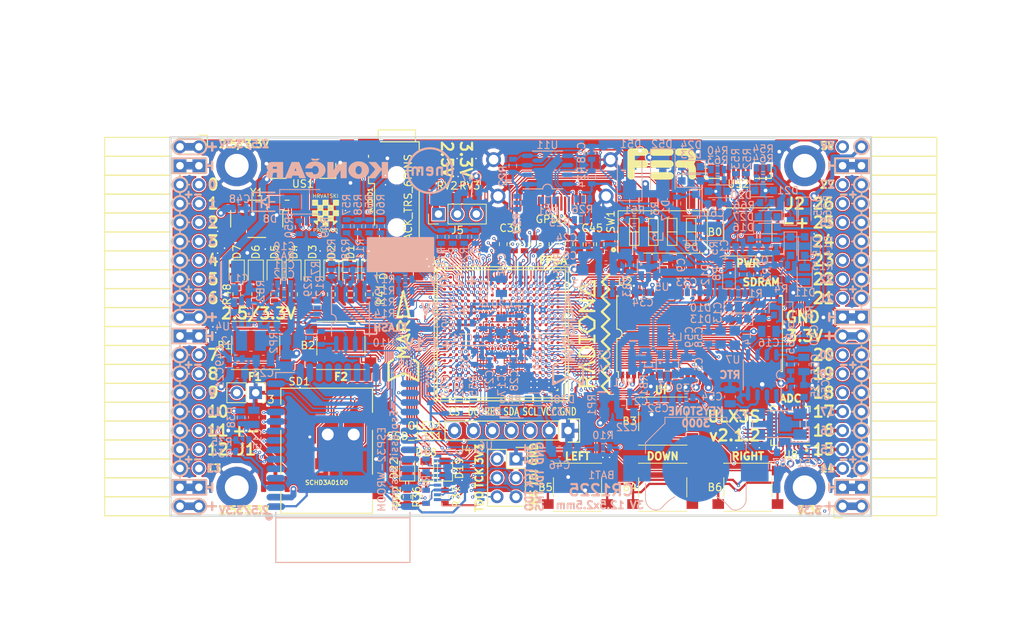
<source format=kicad_pcb>
(kicad_pcb (version 20171130) (host pcbnew 5.0.0+dfsg1-2)
  (layers (0 F.Cu signal) (1 In1.Cu signal) (2 In2.Cu signal) (31 B.Cu signal) (34 B.Paste user) (35 F.Paste user) (36 B.SilkS user) (37 F.SilkS user) (38 B.Mask user) (39 F.Mask user) (44 Edge.Cuts user))
  (net 0 "")
  (net 1 GND)
  (net 2 +5V)
  (net 3 /gpio/IN5V)
  (net 4 /gpio/OUT5V)
  (net 5 +3V3)
  (net 6 BTN_D)
  (net 7 BTN_F1)
  (net 8 BTN_F2)
  (net 9 BTN_L)
  (net 10 BTN_R)
  (net 11 BTN_U)
  (net 12 /power/FB1)
  (net 13 +2V5)
  (net 14 /power/PWREN)
  (net 15 /power/FB3)
  (net 16 /power/FB2)
  (net 17 /power/VBAT)
  (net 18 JTAG_TDI)
  (net 19 JTAG_TCK)
  (net 20 JTAG_TMS)
  (net 21 JTAG_TDO)
  (net 22 /power/WAKEUPn)
  (net 23 /power/WKUP)
  (net 24 /power/SHUT)
  (net 25 /power/WAKE)
  (net 26 /power/HOLD)
  (net 27 /power/WKn)
  (net 28 /power/OSCI_32k)
  (net 29 /power/OSCO_32k)
  (net 30 SHUTDOWN)
  (net 31 GPDI_SDA)
  (net 32 GPDI_SCL)
  (net 33 /gpdi/VREF2)
  (net 34 SD_CMD)
  (net 35 SD_CLK)
  (net 36 SD_D0)
  (net 37 SD_D1)
  (net 38 USB5V)
  (net 39 GPDI_CEC)
  (net 40 nRESET)
  (net 41 FTDI_nDTR)
  (net 42 SDRAM_CKE)
  (net 43 SDRAM_A7)
  (net 44 SDRAM_D15)
  (net 45 SDRAM_BA1)
  (net 46 SDRAM_D7)
  (net 47 SDRAM_A6)
  (net 48 SDRAM_CLK)
  (net 49 SDRAM_D13)
  (net 50 SDRAM_BA0)
  (net 51 SDRAM_D6)
  (net 52 SDRAM_A5)
  (net 53 SDRAM_D14)
  (net 54 SDRAM_A11)
  (net 55 SDRAM_D12)
  (net 56 SDRAM_D5)
  (net 57 SDRAM_A4)
  (net 58 SDRAM_A10)
  (net 59 SDRAM_D11)
  (net 60 SDRAM_A3)
  (net 61 SDRAM_D4)
  (net 62 SDRAM_D10)
  (net 63 SDRAM_D9)
  (net 64 SDRAM_A9)
  (net 65 SDRAM_D3)
  (net 66 SDRAM_D8)
  (net 67 SDRAM_A8)
  (net 68 SDRAM_A2)
  (net 69 SDRAM_A1)
  (net 70 SDRAM_A0)
  (net 71 SDRAM_D2)
  (net 72 SDRAM_D1)
  (net 73 SDRAM_D0)
  (net 74 SDRAM_DQM0)
  (net 75 SDRAM_nCS)
  (net 76 SDRAM_nRAS)
  (net 77 SDRAM_DQM1)
  (net 78 SDRAM_nCAS)
  (net 79 SDRAM_nWE)
  (net 80 /flash/FLASH_nWP)
  (net 81 /flash/FLASH_nHOLD)
  (net 82 /flash/FLASH_MOSI)
  (net 83 /flash/FLASH_MISO)
  (net 84 /flash/FLASH_SCK)
  (net 85 /flash/FLASH_nCS)
  (net 86 /flash/FPGA_PROGRAMN)
  (net 87 /flash/FPGA_DONE)
  (net 88 /flash/FPGA_INITN)
  (net 89 OLED_RES)
  (net 90 OLED_DC)
  (net 91 OLED_CS)
  (net 92 WIFI_EN)
  (net 93 FTDI_nRTS)
  (net 94 FTDI_TXD)
  (net 95 FTDI_RXD)
  (net 96 WIFI_RXD)
  (net 97 WIFI_GPIO0)
  (net 98 WIFI_TXD)
  (net 99 USB_FTDI_D+)
  (net 100 USB_FTDI_D-)
  (net 101 SD_D3)
  (net 102 AUDIO_L3)
  (net 103 AUDIO_L2)
  (net 104 AUDIO_L1)
  (net 105 AUDIO_L0)
  (net 106 AUDIO_R3)
  (net 107 AUDIO_R2)
  (net 108 AUDIO_R1)
  (net 109 AUDIO_R0)
  (net 110 OLED_CLK)
  (net 111 OLED_MOSI)
  (net 112 LED0)
  (net 113 LED1)
  (net 114 LED2)
  (net 115 LED3)
  (net 116 LED4)
  (net 117 LED5)
  (net 118 LED6)
  (net 119 LED7)
  (net 120 BTN_PWRn)
  (net 121 FTDI_nTXLED)
  (net 122 FTDI_nSLEEP)
  (net 123 /blinkey/LED_PWREN)
  (net 124 /blinkey/LED_TXLED)
  (net 125 /sdcard/SD3V3)
  (net 126 SD_D2)
  (net 127 CLK_25MHz)
  (net 128 /blinkey/BTNPUL)
  (net 129 /blinkey/BTNPUR)
  (net 130 USB_FPGA_D+)
  (net 131 /power/FTDI_nSUSPEND)
  (net 132 /blinkey/ALED0)
  (net 133 /blinkey/ALED1)
  (net 134 /blinkey/ALED2)
  (net 135 /blinkey/ALED3)
  (net 136 /blinkey/ALED4)
  (net 137 /blinkey/ALED5)
  (net 138 /blinkey/ALED6)
  (net 139 /blinkey/ALED7)
  (net 140 /usb/FTD-)
  (net 141 /usb/FTD+)
  (net 142 ADC_MISO)
  (net 143 ADC_MOSI)
  (net 144 ADC_CSn)
  (net 145 ADC_SCLK)
  (net 146 SW3)
  (net 147 SW2)
  (net 148 SW1)
  (net 149 USB_FPGA_D-)
  (net 150 /usb/FPD+)
  (net 151 /usb/FPD-)
  (net 152 WIFI_GPIO16)
  (net 153 /usb/ANT_433MHz)
  (net 154 PROG_DONE)
  (net 155 /power/P3V3)
  (net 156 /power/P2V5)
  (net 157 /power/L1)
  (net 158 /power/L3)
  (net 159 /power/L2)
  (net 160 FTDI_TXDEN)
  (net 161 SDRAM_A12)
  (net 162 /analog/AUDIO_V)
  (net 163 AUDIO_V3)
  (net 164 AUDIO_V2)
  (net 165 AUDIO_V1)
  (net 166 AUDIO_V0)
  (net 167 /blinkey/LED_WIFI)
  (net 168 /power/P1V1)
  (net 169 +1V1)
  (net 170 SW4)
  (net 171 /blinkey/SWPU)
  (net 172 /wifi/WIFIEN)
  (net 173 FT2V5)
  (net 174 GN0)
  (net 175 GP0)
  (net 176 GN1)
  (net 177 GP1)
  (net 178 GN2)
  (net 179 GP2)
  (net 180 GN3)
  (net 181 GP3)
  (net 182 GN4)
  (net 183 GP4)
  (net 184 GN5)
  (net 185 GP5)
  (net 186 GN6)
  (net 187 GP6)
  (net 188 GN14)
  (net 189 GP14)
  (net 190 GN15)
  (net 191 GP15)
  (net 192 GN16)
  (net 193 GP16)
  (net 194 GN17)
  (net 195 GP17)
  (net 196 GN18)
  (net 197 GP18)
  (net 198 GN19)
  (net 199 GP19)
  (net 200 GN20)
  (net 201 GP20)
  (net 202 GN21)
  (net 203 GP21)
  (net 204 GN22)
  (net 205 GP22)
  (net 206 GN23)
  (net 207 GP23)
  (net 208 GN24)
  (net 209 GP24)
  (net 210 GN25)
  (net 211 GP25)
  (net 212 GN26)
  (net 213 GP26)
  (net 214 GN27)
  (net 215 GP27)
  (net 216 GN7)
  (net 217 GP7)
  (net 218 GN8)
  (net 219 GP8)
  (net 220 GN9)
  (net 221 GP9)
  (net 222 GN10)
  (net 223 GP10)
  (net 224 GN11)
  (net 225 GP11)
  (net 226 GN12)
  (net 227 GP12)
  (net 228 GN13)
  (net 229 GP13)
  (net 230 WIFI_GPIO5)
  (net 231 WIFI_GPIO17)
  (net 232 USB_FPGA_PULL_D+)
  (net 233 USB_FPGA_PULL_D-)
  (net 234 "Net-(D23-Pad2)")
  (net 235 "Net-(D24-Pad1)")
  (net 236 "Net-(D25-Pad2)")
  (net 237 "Net-(D26-Pad1)")
  (net 238 /gpdi/GPDI_ETH+)
  (net 239 FPDI_ETH+)
  (net 240 /gpdi/GPDI_ETH-)
  (net 241 FPDI_ETH-)
  (net 242 /gpdi/GPDI_D2-)
  (net 243 FPDI_D2-)
  (net 244 /gpdi/GPDI_D1-)
  (net 245 FPDI_D1-)
  (net 246 /gpdi/GPDI_D0-)
  (net 247 FPDI_D0-)
  (net 248 /gpdi/GPDI_CLK-)
  (net 249 FPDI_CLK-)
  (net 250 /gpdi/GPDI_D2+)
  (net 251 FPDI_D2+)
  (net 252 /gpdi/GPDI_D1+)
  (net 253 FPDI_D1+)
  (net 254 /gpdi/GPDI_D0+)
  (net 255 FPDI_D0+)
  (net 256 /gpdi/GPDI_CLK+)
  (net 257 FPDI_CLK+)
  (net 258 FPDI_SDA)
  (net 259 FPDI_SCL)
  (net 260 /gpdi/FPDI_CEC)
  (net 261 2V5_3V3)
  (net 262 /usb/US2VBUS)
  (net 263 /power/SHD)
  (net 264 /power/RTCVDD)
  (net 265 "Net-(D27-Pad2)")
  (net 266 US2_ID)
  (net 267 /analog/AUDIO_L)
  (net 268 /analog/AUDIO_R)
  (net 269 /analog/ADC3V3)
  (net 270 PWRBTn)
  (net 271 USER_PROGRAMN)
  (module lfe5bg381:BGA-381_pitch0.8mm_dia0.4mm (layer F.Cu) (at 138.48 87.8)
    (fp_text reference U1 (at -8.2 -9.8) (layer F.SilkS))
    (fp_text value LFE5U-85F-6BG381C)
    (pad Y19 smd circle (at 6.8 7.6) (size 0.4 0.4) (layers F.Cu F.Paste F.Mask) (net 1 GND))
    (pad Y17 smd circle (at 5.2 7.6) (size 0.4 0.4) (layers F.Cu F.Paste F.Mask) (net 1 GND))
    (pad Y16 smd circle (at 4.4 7.6) (size 0.4 0.4) (layers F.Cu F.Paste F.Mask) (net 1 GND))
    (pad Y15 smd circle (at 3.6 7.6) (size 0.4 0.4) (layers F.Cu F.Paste F.Mask) (net 1 GND))
    (pad Y14 smd circle (at 2.8 7.6) (size 0.4 0.4) (layers F.Cu F.Paste F.Mask) (net 1 GND))
    (pad Y12 smd circle (at 1.2 7.6) (size 0.4 0.4) (layers F.Cu F.Paste F.Mask) (net 1 GND))
    (pad Y11 smd circle (at 0.4 7.6) (size 0.4 0.4) (layers F.Cu F.Paste F.Mask) (net 1 GND))
    (pad Y8 smd circle (at -2 7.6) (size 0.4 0.4) (layers F.Cu F.Paste F.Mask) (net 1 GND))
    (pad Y7 smd circle (at -2.8 7.6) (size 0.4 0.4) (layers F.Cu F.Paste F.Mask) (net 1 GND))
    (pad Y6 smd circle (at -3.6 7.6) (size 0.4 0.4) (layers F.Cu F.Paste F.Mask) (net 1 GND))
    (pad Y5 smd circle (at -4.4 7.6) (size 0.4 0.4) (layers F.Cu F.Paste F.Mask) (net 1 GND))
    (pad Y3 smd circle (at -6 7.6) (size 0.4 0.4) (layers F.Cu F.Paste F.Mask) (net 87 /flash/FPGA_DONE))
    (pad Y2 smd circle (at -6.8 7.6) (size 0.4 0.4) (layers F.Cu F.Paste F.Mask) (net 80 /flash/FLASH_nWP))
    (pad W20 smd circle (at 7.6 6.8) (size 0.4 0.4) (layers F.Cu F.Paste F.Mask) (net 1 GND))
    (pad W19 smd circle (at 6.8 6.8) (size 0.4 0.4) (layers F.Cu F.Paste F.Mask) (net 1 GND))
    (pad W18 smd circle (at 6 6.8) (size 0.4 0.4) (layers F.Cu F.Paste F.Mask))
    (pad W17 smd circle (at 5.2 6.8) (size 0.4 0.4) (layers F.Cu F.Paste F.Mask))
    (pad W16 smd circle (at 4.4 6.8) (size 0.4 0.4) (layers F.Cu F.Paste F.Mask) (net 1 GND))
    (pad W15 smd circle (at 3.6 6.8) (size 0.4 0.4) (layers F.Cu F.Paste F.Mask) (net 1 GND))
    (pad W14 smd circle (at 2.8 6.8) (size 0.4 0.4) (layers F.Cu F.Paste F.Mask))
    (pad W13 smd circle (at 2 6.8) (size 0.4 0.4) (layers F.Cu F.Paste F.Mask))
    (pad W12 smd circle (at 1.2 6.8) (size 0.4 0.4) (layers F.Cu F.Paste F.Mask) (net 1 GND))
    (pad W11 smd circle (at 0.4 6.8) (size 0.4 0.4) (layers F.Cu F.Paste F.Mask))
    (pad W10 smd circle (at -0.4 6.8) (size 0.4 0.4) (layers F.Cu F.Paste F.Mask))
    (pad W9 smd circle (at -1.2 6.8) (size 0.4 0.4) (layers F.Cu F.Paste F.Mask))
    (pad W8 smd circle (at -2 6.8) (size 0.4 0.4) (layers F.Cu F.Paste F.Mask))
    (pad W7 smd circle (at -2.8 6.8) (size 0.4 0.4) (layers F.Cu F.Paste F.Mask) (net 1 GND))
    (pad W6 smd circle (at -3.6 6.8) (size 0.4 0.4) (layers F.Cu F.Paste F.Mask) (net 1 GND))
    (pad W5 smd circle (at -4.4 6.8) (size 0.4 0.4) (layers F.Cu F.Paste F.Mask))
    (pad W4 smd circle (at -5.2 6.8) (size 0.4 0.4) (layers F.Cu F.Paste F.Mask))
    (pad W3 smd circle (at -6 6.8) (size 0.4 0.4) (layers F.Cu F.Paste F.Mask) (net 86 /flash/FPGA_PROGRAMN))
    (pad W2 smd circle (at -6.8 6.8) (size 0.4 0.4) (layers F.Cu F.Paste F.Mask) (net 82 /flash/FLASH_MOSI))
    (pad W1 smd circle (at -7.6 6.8) (size 0.4 0.4) (layers F.Cu F.Paste F.Mask) (net 81 /flash/FLASH_nHOLD))
    (pad V20 smd circle (at 7.6 6) (size 0.4 0.4) (layers F.Cu F.Paste F.Mask) (net 1 GND))
    (pad V19 smd circle (at 6.8 6) (size 0.4 0.4) (layers F.Cu F.Paste F.Mask) (net 1 GND))
    (pad V18 smd circle (at 6 6) (size 0.4 0.4) (layers F.Cu F.Paste F.Mask) (net 1 GND))
    (pad V17 smd circle (at 5.2 6) (size 0.4 0.4) (layers F.Cu F.Paste F.Mask) (net 1 GND))
    (pad V16 smd circle (at 4.4 6) (size 0.4 0.4) (layers F.Cu F.Paste F.Mask) (net 1 GND))
    (pad V15 smd circle (at 3.6 6) (size 0.4 0.4) (layers F.Cu F.Paste F.Mask) (net 1 GND))
    (pad V14 smd circle (at 2.8 6) (size 0.4 0.4) (layers F.Cu F.Paste F.Mask) (net 1 GND))
    (pad V13 smd circle (at 2 6) (size 0.4 0.4) (layers F.Cu F.Paste F.Mask) (net 1 GND))
    (pad V12 smd circle (at 1.2 6) (size 0.4 0.4) (layers F.Cu F.Paste F.Mask) (net 1 GND))
    (pad V11 smd circle (at 0.4 6) (size 0.4 0.4) (layers F.Cu F.Paste F.Mask) (net 1 GND))
    (pad V10 smd circle (at -0.4 6) (size 0.4 0.4) (layers F.Cu F.Paste F.Mask) (net 1 GND))
    (pad V9 smd circle (at -1.2 6) (size 0.4 0.4) (layers F.Cu F.Paste F.Mask) (net 1 GND))
    (pad V8 smd circle (at -2 6) (size 0.4 0.4) (layers F.Cu F.Paste F.Mask) (net 1 GND))
    (pad V7 smd circle (at -2.8 6) (size 0.4 0.4) (layers F.Cu F.Paste F.Mask) (net 1 GND))
    (pad V6 smd circle (at -3.6 6) (size 0.4 0.4) (layers F.Cu F.Paste F.Mask) (net 1 GND))
    (pad V5 smd circle (at -4.4 6) (size 0.4 0.4) (layers F.Cu F.Paste F.Mask) (net 1 GND))
    (pad V4 smd circle (at -5.2 6) (size 0.4 0.4) (layers F.Cu F.Paste F.Mask) (net 21 JTAG_TDO))
    (pad V3 smd circle (at -6 6) (size 0.4 0.4) (layers F.Cu F.Paste F.Mask) (net 88 /flash/FPGA_INITN))
    (pad V2 smd circle (at -6.8 6) (size 0.4 0.4) (layers F.Cu F.Paste F.Mask) (net 83 /flash/FLASH_MISO))
    (pad V1 smd circle (at -7.6 6) (size 0.4 0.4) (layers F.Cu F.Paste F.Mask) (net 6 BTN_D))
    (pad U20 smd circle (at 7.6 5.2) (size 0.4 0.4) (layers F.Cu F.Paste F.Mask) (net 46 SDRAM_D7))
    (pad U19 smd circle (at 6.8 5.2) (size 0.4 0.4) (layers F.Cu F.Paste F.Mask) (net 74 SDRAM_DQM0))
    (pad U18 smd circle (at 6 5.2) (size 0.4 0.4) (layers F.Cu F.Paste F.Mask) (net 189 GP14))
    (pad U17 smd circle (at 5.2 5.2) (size 0.4 0.4) (layers F.Cu F.Paste F.Mask) (net 188 GN14))
    (pad U16 smd circle (at 4.4 5.2) (size 0.4 0.4) (layers F.Cu F.Paste F.Mask) (net 142 ADC_MISO))
    (pad U15 smd circle (at 3.6 5.2) (size 0.4 0.4) (layers F.Cu F.Paste F.Mask) (net 1 GND))
    (pad U14 smd circle (at 2.8 5.2) (size 0.4 0.4) (layers F.Cu F.Paste F.Mask) (net 1 GND))
    (pad U13 smd circle (at 2 5.2) (size 0.4 0.4) (layers F.Cu F.Paste F.Mask) (net 1 GND))
    (pad U12 smd circle (at 1.2 5.2) (size 0.4 0.4) (layers F.Cu F.Paste F.Mask) (net 1 GND))
    (pad U11 smd circle (at 0.4 5.2) (size 0.4 0.4) (layers F.Cu F.Paste F.Mask) (net 1 GND))
    (pad U10 smd circle (at -0.4 5.2) (size 0.4 0.4) (layers F.Cu F.Paste F.Mask) (net 1 GND))
    (pad U9 smd circle (at -1.2 5.2) (size 0.4 0.4) (layers F.Cu F.Paste F.Mask) (net 1 GND))
    (pad U8 smd circle (at -2 5.2) (size 0.4 0.4) (layers F.Cu F.Paste F.Mask) (net 1 GND))
    (pad U7 smd circle (at -2.8 5.2) (size 0.4 0.4) (layers F.Cu F.Paste F.Mask) (net 1 GND))
    (pad U6 smd circle (at -3.6 5.2) (size 0.4 0.4) (layers F.Cu F.Paste F.Mask) (net 1 GND))
    (pad U5 smd circle (at -4.4 5.2) (size 0.4 0.4) (layers F.Cu F.Paste F.Mask) (net 20 JTAG_TMS))
    (pad U4 smd circle (at -5.2 5.2) (size 0.4 0.4) (layers F.Cu F.Paste F.Mask) (net 1 GND))
    (pad U3 smd circle (at -6 5.2) (size 0.4 0.4) (layers F.Cu F.Paste F.Mask) (net 84 /flash/FLASH_SCK))
    (pad U2 smd circle (at -6.8 5.2) (size 0.4 0.4) (layers F.Cu F.Paste F.Mask) (net 5 +3V3))
    (pad U1 smd circle (at -7.6 5.2) (size 0.4 0.4) (layers F.Cu F.Paste F.Mask) (net 9 BTN_L))
    (pad T20 smd circle (at 7.6 4.4) (size 0.4 0.4) (layers F.Cu F.Paste F.Mask) (net 79 SDRAM_nWE))
    (pad T19 smd circle (at 6.8 4.4) (size 0.4 0.4) (layers F.Cu F.Paste F.Mask) (net 78 SDRAM_nCAS))
    (pad T18 smd circle (at 6 4.4) (size 0.4 0.4) (layers F.Cu F.Paste F.Mask) (net 56 SDRAM_D5))
    (pad T17 smd circle (at 5.2 4.4) (size 0.4 0.4) (layers F.Cu F.Paste F.Mask) (net 51 SDRAM_D6))
    (pad T16 smd circle (at 4.4 4.4) (size 0.4 0.4) (layers F.Cu F.Paste F.Mask))
    (pad T15 smd circle (at 3.6 4.4) (size 0.4 0.4) (layers F.Cu F.Paste F.Mask) (net 1 GND))
    (pad T14 smd circle (at 2.8 4.4) (size 0.4 0.4) (layers F.Cu F.Paste F.Mask) (net 1 GND))
    (pad T13 smd circle (at 2 4.4) (size 0.4 0.4) (layers F.Cu F.Paste F.Mask) (net 1 GND))
    (pad T12 smd circle (at 1.2 4.4) (size 0.4 0.4) (layers F.Cu F.Paste F.Mask) (net 1 GND))
    (pad T11 smd circle (at 0.4 4.4) (size 0.4 0.4) (layers F.Cu F.Paste F.Mask) (net 1 GND))
    (pad T10 smd circle (at -0.4 4.4) (size 0.4 0.4) (layers F.Cu F.Paste F.Mask) (net 1 GND))
    (pad T9 smd circle (at -1.2 4.4) (size 0.4 0.4) (layers F.Cu F.Paste F.Mask) (net 1 GND))
    (pad T8 smd circle (at -2 4.4) (size 0.4 0.4) (layers F.Cu F.Paste F.Mask) (net 1 GND))
    (pad T7 smd circle (at -2.8 4.4) (size 0.4 0.4) (layers F.Cu F.Paste F.Mask) (net 1 GND))
    (pad T6 smd circle (at -3.6 4.4) (size 0.4 0.4) (layers F.Cu F.Paste F.Mask) (net 1 GND))
    (pad T5 smd circle (at -4.4 4.4) (size 0.4 0.4) (layers F.Cu F.Paste F.Mask) (net 19 JTAG_TCK))
    (pad T4 smd circle (at -5.2 4.4) (size 0.4 0.4) (layers F.Cu F.Paste F.Mask) (net 5 +3V3))
    (pad T3 smd circle (at -6 4.4) (size 0.4 0.4) (layers F.Cu F.Paste F.Mask) (net 5 +3V3))
    (pad T2 smd circle (at -6.8 4.4) (size 0.4 0.4) (layers F.Cu F.Paste F.Mask) (net 5 +3V3))
    (pad T1 smd circle (at -7.6 4.4) (size 0.4 0.4) (layers F.Cu F.Paste F.Mask) (net 8 BTN_F2))
    (pad R20 smd circle (at 7.6 3.6) (size 0.4 0.4) (layers F.Cu F.Paste F.Mask) (net 76 SDRAM_nRAS))
    (pad R19 smd circle (at 6.8 3.6) (size 0.4 0.4) (layers F.Cu F.Paste F.Mask) (net 1 GND))
    (pad R18 smd circle (at 6 3.6) (size 0.4 0.4) (layers F.Cu F.Paste F.Mask) (net 11 BTN_U))
    (pad R17 smd circle (at 5.2 3.6) (size 0.4 0.4) (layers F.Cu F.Paste F.Mask) (net 144 ADC_CSn))
    (pad R16 smd circle (at 4.4 3.6) (size 0.4 0.4) (layers F.Cu F.Paste F.Mask) (net 143 ADC_MOSI))
    (pad R5 smd circle (at -4.4 3.6) (size 0.4 0.4) (layers F.Cu F.Paste F.Mask) (net 18 JTAG_TDI))
    (pad R4 smd circle (at -5.2 3.6) (size 0.4 0.4) (layers F.Cu F.Paste F.Mask) (net 1 GND))
    (pad R3 smd circle (at -6 3.6) (size 0.4 0.4) (layers F.Cu F.Paste F.Mask))
    (pad R2 smd circle (at -6.8 3.6) (size 0.4 0.4) (layers F.Cu F.Paste F.Mask) (net 85 /flash/FLASH_nCS))
    (pad R1 smd circle (at -7.6 3.6) (size 0.4 0.4) (layers F.Cu F.Paste F.Mask) (net 7 BTN_F1))
    (pad P20 smd circle (at 7.6 2.8) (size 0.4 0.4) (layers F.Cu F.Paste F.Mask) (net 75 SDRAM_nCS))
    (pad P19 smd circle (at 6.8 2.8) (size 0.4 0.4) (layers F.Cu F.Paste F.Mask) (net 50 SDRAM_BA0))
    (pad P18 smd circle (at 6 2.8) (size 0.4 0.4) (layers F.Cu F.Paste F.Mask) (net 61 SDRAM_D4))
    (pad P17 smd circle (at 5.2 2.8) (size 0.4 0.4) (layers F.Cu F.Paste F.Mask) (net 145 ADC_SCLK))
    (pad P16 smd circle (at 4.4 2.8) (size 0.4 0.4) (layers F.Cu F.Paste F.Mask) (net 190 GN15))
    (pad P15 smd circle (at 3.6 2.8) (size 0.4 0.4) (layers F.Cu F.Paste F.Mask) (net 13 +2V5))
    (pad P14 smd circle (at 2.8 2.8) (size 0.4 0.4) (layers F.Cu F.Paste F.Mask) (net 1 GND))
    (pad P13 smd circle (at 2 2.8) (size 0.4 0.4) (layers F.Cu F.Paste F.Mask) (net 1 GND))
    (pad P12 smd circle (at 1.2 2.8) (size 0.4 0.4) (layers F.Cu F.Paste F.Mask) (net 1 GND))
    (pad P11 smd circle (at 0.4 2.8) (size 0.4 0.4) (layers F.Cu F.Paste F.Mask) (net 1 GND))
    (pad P10 smd circle (at -0.4 2.8) (size 0.4 0.4) (layers F.Cu F.Paste F.Mask) (net 5 +3V3))
    (pad P9 smd circle (at -1.2 2.8) (size 0.4 0.4) (layers F.Cu F.Paste F.Mask) (net 5 +3V3))
    (pad P8 smd circle (at -2 2.8) (size 0.4 0.4) (layers F.Cu F.Paste F.Mask) (net 1 GND))
    (pad P7 smd circle (at -2.8 2.8) (size 0.4 0.4) (layers F.Cu F.Paste F.Mask) (net 1 GND))
    (pad P6 smd circle (at -3.6 2.8) (size 0.4 0.4) (layers F.Cu F.Paste F.Mask) (net 13 +2V5))
    (pad P5 smd circle (at -4.4 2.8) (size 0.4 0.4) (layers F.Cu F.Paste F.Mask))
    (pad P4 smd circle (at -5.2 2.8) (size 0.4 0.4) (layers F.Cu F.Paste F.Mask) (net 110 OLED_CLK))
    (pad P3 smd circle (at -6 2.8) (size 0.4 0.4) (layers F.Cu F.Paste F.Mask) (net 111 OLED_MOSI))
    (pad P2 smd circle (at -6.8 2.8) (size 0.4 0.4) (layers F.Cu F.Paste F.Mask) (net 89 OLED_RES))
    (pad P1 smd circle (at -7.6 2.8) (size 0.4 0.4) (layers F.Cu F.Paste F.Mask) (net 90 OLED_DC))
    (pad N20 smd circle (at 7.6 2) (size 0.4 0.4) (layers F.Cu F.Paste F.Mask) (net 45 SDRAM_BA1))
    (pad N19 smd circle (at 6.8 2) (size 0.4 0.4) (layers F.Cu F.Paste F.Mask) (net 58 SDRAM_A10))
    (pad N18 smd circle (at 6 2) (size 0.4 0.4) (layers F.Cu F.Paste F.Mask) (net 65 SDRAM_D3))
    (pad N17 smd circle (at 5.2 2) (size 0.4 0.4) (layers F.Cu F.Paste F.Mask) (net 191 GP15))
    (pad N16 smd circle (at 4.4 2) (size 0.4 0.4) (layers F.Cu F.Paste F.Mask) (net 193 GP16))
    (pad N15 smd circle (at 3.6 2) (size 0.4 0.4) (layers F.Cu F.Paste F.Mask) (net 1 GND))
    (pad N14 smd circle (at 2.8 2) (size 0.4 0.4) (layers F.Cu F.Paste F.Mask) (net 1 GND))
    (pad N13 smd circle (at 2 2) (size 0.4 0.4) (layers F.Cu F.Paste F.Mask) (net 169 +1V1))
    (pad N12 smd circle (at 1.2 2) (size 0.4 0.4) (layers F.Cu F.Paste F.Mask) (net 169 +1V1))
    (pad N11 smd circle (at 0.4 2) (size 0.4 0.4) (layers F.Cu F.Paste F.Mask) (net 169 +1V1))
    (pad N10 smd circle (at -0.4 2) (size 0.4 0.4) (layers F.Cu F.Paste F.Mask) (net 169 +1V1))
    (pad N9 smd circle (at -1.2 2) (size 0.4 0.4) (layers F.Cu F.Paste F.Mask) (net 169 +1V1))
    (pad N8 smd circle (at -2 2) (size 0.4 0.4) (layers F.Cu F.Paste F.Mask) (net 169 +1V1))
    (pad N7 smd circle (at -2.8 2) (size 0.4 0.4) (layers F.Cu F.Paste F.Mask) (net 1 GND))
    (pad N6 smd circle (at -3.6 2) (size 0.4 0.4) (layers F.Cu F.Paste F.Mask) (net 1 GND))
    (pad N5 smd circle (at -4.4 2) (size 0.4 0.4) (layers F.Cu F.Paste F.Mask))
    (pad N4 smd circle (at -5.2 2) (size 0.4 0.4) (layers F.Cu F.Paste F.Mask) (net 230 WIFI_GPIO5))
    (pad N3 smd circle (at -6 2) (size 0.4 0.4) (layers F.Cu F.Paste F.Mask) (net 231 WIFI_GPIO17))
    (pad N2 smd circle (at -6.8 2) (size 0.4 0.4) (layers F.Cu F.Paste F.Mask) (net 91 OLED_CS))
    (pad N1 smd circle (at -7.6 2) (size 0.4 0.4) (layers F.Cu F.Paste F.Mask) (net 41 FTDI_nDTR))
    (pad M20 smd circle (at 7.6 1.2) (size 0.4 0.4) (layers F.Cu F.Paste F.Mask) (net 70 SDRAM_A0))
    (pad M19 smd circle (at 6.8 1.2) (size 0.4 0.4) (layers F.Cu F.Paste F.Mask) (net 69 SDRAM_A1))
    (pad M18 smd circle (at 6 1.2) (size 0.4 0.4) (layers F.Cu F.Paste F.Mask) (net 71 SDRAM_D2))
    (pad M17 smd circle (at 5.2 1.2) (size 0.4 0.4) (layers F.Cu F.Paste F.Mask) (net 192 GN16))
    (pad M16 smd circle (at 4.4 1.2) (size 0.4 0.4) (layers F.Cu F.Paste F.Mask) (net 1 GND))
    (pad M15 smd circle (at 3.6 1.2) (size 0.4 0.4) (layers F.Cu F.Paste F.Mask) (net 5 +3V3))
    (pad M14 smd circle (at 2.8 1.2) (size 0.4 0.4) (layers F.Cu F.Paste F.Mask) (net 1 GND))
    (pad M13 smd circle (at 2 1.2) (size 0.4 0.4) (layers F.Cu F.Paste F.Mask) (net 169 +1V1))
    (pad M12 smd circle (at 1.2 1.2) (size 0.4 0.4) (layers F.Cu F.Paste F.Mask) (net 1 GND))
    (pad M11 smd circle (at 0.4 1.2) (size 0.4 0.4) (layers F.Cu F.Paste F.Mask) (net 1 GND))
    (pad M10 smd circle (at -0.4 1.2) (size 0.4 0.4) (layers F.Cu F.Paste F.Mask) (net 1 GND))
    (pad M9 smd circle (at -1.2 1.2) (size 0.4 0.4) (layers F.Cu F.Paste F.Mask) (net 1 GND))
    (pad M8 smd circle (at -2 1.2) (size 0.4 0.4) (layers F.Cu F.Paste F.Mask) (net 169 +1V1))
    (pad M7 smd circle (at -2.8 1.2) (size 0.4 0.4) (layers F.Cu F.Paste F.Mask) (net 1 GND))
    (pad M6 smd circle (at -3.6 1.2) (size 0.4 0.4) (layers F.Cu F.Paste F.Mask) (net 5 +3V3))
    (pad M5 smd circle (at -4.4 1.2) (size 0.4 0.4) (layers F.Cu F.Paste F.Mask))
    (pad M4 smd circle (at -5.2 1.2) (size 0.4 0.4) (layers F.Cu F.Paste F.Mask) (net 271 USER_PROGRAMN))
    (pad M3 smd circle (at -6 1.2) (size 0.4 0.4) (layers F.Cu F.Paste F.Mask) (net 93 FTDI_nRTS))
    (pad M2 smd circle (at -6.8 1.2) (size 0.4 0.4) (layers F.Cu F.Paste F.Mask) (net 1 GND))
    (pad M1 smd circle (at -7.6 1.2) (size 0.4 0.4) (layers F.Cu F.Paste F.Mask) (net 94 FTDI_TXD))
    (pad L20 smd circle (at 7.6 0.4) (size 0.4 0.4) (layers F.Cu F.Paste F.Mask) (net 68 SDRAM_A2))
    (pad L19 smd circle (at 6.8 0.4) (size 0.4 0.4) (layers F.Cu F.Paste F.Mask) (net 60 SDRAM_A3))
    (pad L18 smd circle (at 6 0.4) (size 0.4 0.4) (layers F.Cu F.Paste F.Mask) (net 72 SDRAM_D1))
    (pad L17 smd circle (at 5.2 0.4) (size 0.4 0.4) (layers F.Cu F.Paste F.Mask) (net 194 GN17))
    (pad L16 smd circle (at 4.4 0.4) (size 0.4 0.4) (layers F.Cu F.Paste F.Mask) (net 195 GP17))
    (pad L15 smd circle (at 3.6 0.4) (size 0.4 0.4) (layers F.Cu F.Paste F.Mask) (net 5 +3V3))
    (pad L14 smd circle (at 2.8 0.4) (size 0.4 0.4) (layers F.Cu F.Paste F.Mask) (net 5 +3V3))
    (pad L13 smd circle (at 2 0.4) (size 0.4 0.4) (layers F.Cu F.Paste F.Mask) (net 169 +1V1))
    (pad L12 smd circle (at 1.2 0.4) (size 0.4 0.4) (layers F.Cu F.Paste F.Mask) (net 1 GND))
    (pad L11 smd circle (at 0.4 0.4) (size 0.4 0.4) (layers F.Cu F.Paste F.Mask) (net 1 GND))
    (pad L10 smd circle (at -0.4 0.4) (size 0.4 0.4) (layers F.Cu F.Paste F.Mask) (net 1 GND))
    (pad L9 smd circle (at -1.2 0.4) (size 0.4 0.4) (layers F.Cu F.Paste F.Mask) (net 1 GND))
    (pad L8 smd circle (at -2 0.4) (size 0.4 0.4) (layers F.Cu F.Paste F.Mask) (net 169 +1V1))
    (pad L7 smd circle (at -2.8 0.4) (size 0.4 0.4) (layers F.Cu F.Paste F.Mask) (net 5 +3V3))
    (pad L6 smd circle (at -3.6 0.4) (size 0.4 0.4) (layers F.Cu F.Paste F.Mask) (net 5 +3V3))
    (pad L5 smd circle (at -4.4 0.4) (size 0.4 0.4) (layers F.Cu F.Paste F.Mask))
    (pad L4 smd circle (at -5.2 0.4) (size 0.4 0.4) (layers F.Cu F.Paste F.Mask) (net 95 FTDI_RXD))
    (pad L3 smd circle (at -6 0.4) (size 0.4 0.4) (layers F.Cu F.Paste F.Mask) (net 160 FTDI_TXDEN))
    (pad L2 smd circle (at -6.8 0.4) (size 0.4 0.4) (layers F.Cu F.Paste F.Mask) (net 97 WIFI_GPIO0))
    (pad L1 smd circle (at -7.6 0.4) (size 0.4 0.4) (layers F.Cu F.Paste F.Mask) (net 152 WIFI_GPIO16))
    (pad K20 smd circle (at 7.6 -0.4) (size 0.4 0.4) (layers F.Cu F.Paste F.Mask) (net 57 SDRAM_A4))
    (pad K19 smd circle (at 6.8 -0.4) (size 0.4 0.4) (layers F.Cu F.Paste F.Mask) (net 52 SDRAM_A5))
    (pad K18 smd circle (at 6 -0.4) (size 0.4 0.4) (layers F.Cu F.Paste F.Mask) (net 47 SDRAM_A6))
    (pad K17 smd circle (at 5.2 -0.4) (size 0.4 0.4) (layers F.Cu F.Paste F.Mask))
    (pad K16 smd circle (at 4.4 -0.4) (size 0.4 0.4) (layers F.Cu F.Paste F.Mask))
    (pad K15 smd circle (at 3.6 -0.4) (size 0.4 0.4) (layers F.Cu F.Paste F.Mask) (net 1 GND))
    (pad K14 smd circle (at 2.8 -0.4) (size 0.4 0.4) (layers F.Cu F.Paste F.Mask) (net 1 GND))
    (pad K13 smd circle (at 2 -0.4) (size 0.4 0.4) (layers F.Cu F.Paste F.Mask) (net 169 +1V1))
    (pad K12 smd circle (at 1.2 -0.4) (size 0.4 0.4) (layers F.Cu F.Paste F.Mask) (net 1 GND))
    (pad K11 smd circle (at 0.4 -0.4) (size 0.4 0.4) (layers F.Cu F.Paste F.Mask) (net 1 GND))
    (pad K10 smd circle (at -0.4 -0.4) (size 0.4 0.4) (layers F.Cu F.Paste F.Mask) (net 1 GND))
    (pad K9 smd circle (at -1.2 -0.4) (size 0.4 0.4) (layers F.Cu F.Paste F.Mask) (net 1 GND))
    (pad K8 smd circle (at -2 -0.4) (size 0.4 0.4) (layers F.Cu F.Paste F.Mask) (net 169 +1V1))
    (pad K7 smd circle (at -2.8 -0.4) (size 0.4 0.4) (layers F.Cu F.Paste F.Mask) (net 1 GND))
    (pad K6 smd circle (at -3.6 -0.4) (size 0.4 0.4) (layers F.Cu F.Paste F.Mask) (net 1 GND))
    (pad K5 smd circle (at -4.4 -0.4) (size 0.4 0.4) (layers F.Cu F.Paste F.Mask))
    (pad K4 smd circle (at -5.2 -0.4) (size 0.4 0.4) (layers F.Cu F.Paste F.Mask) (net 98 WIFI_TXD))
    (pad K3 smd circle (at -6 -0.4) (size 0.4 0.4) (layers F.Cu F.Paste F.Mask) (net 96 WIFI_RXD))
    (pad K2 smd circle (at -6.8 -0.4) (size 0.4 0.4) (layers F.Cu F.Paste F.Mask) (net 101 SD_D3))
    (pad K1 smd circle (at -7.6 -0.4) (size 0.4 0.4) (layers F.Cu F.Paste F.Mask) (net 126 SD_D2))
    (pad J20 smd circle (at 7.6 -1.2) (size 0.4 0.4) (layers F.Cu F.Paste F.Mask) (net 43 SDRAM_A7))
    (pad J19 smd circle (at 6.8 -1.2) (size 0.4 0.4) (layers F.Cu F.Paste F.Mask) (net 67 SDRAM_A8))
    (pad J18 smd circle (at 6 -1.2) (size 0.4 0.4) (layers F.Cu F.Paste F.Mask) (net 53 SDRAM_D14))
    (pad J17 smd circle (at 5.2 -1.2) (size 0.4 0.4) (layers F.Cu F.Paste F.Mask) (net 44 SDRAM_D15))
    (pad J16 smd circle (at 4.4 -1.2) (size 0.4 0.4) (layers F.Cu F.Paste F.Mask) (net 73 SDRAM_D0))
    (pad J15 smd circle (at 3.6 -1.2) (size 0.4 0.4) (layers F.Cu F.Paste F.Mask) (net 5 +3V3))
    (pad J14 smd circle (at 2.8 -1.2) (size 0.4 0.4) (layers F.Cu F.Paste F.Mask) (net 1 GND))
    (pad J13 smd circle (at 2 -1.2) (size 0.4 0.4) (layers F.Cu F.Paste F.Mask) (net 169 +1V1))
    (pad J12 smd circle (at 1.2 -1.2) (size 0.4 0.4) (layers F.Cu F.Paste F.Mask) (net 1 GND))
    (pad J11 smd circle (at 0.4 -1.2) (size 0.4 0.4) (layers F.Cu F.Paste F.Mask) (net 1 GND))
    (pad J10 smd circle (at -0.4 -1.2) (size 0.4 0.4) (layers F.Cu F.Paste F.Mask) (net 1 GND))
    (pad J9 smd circle (at -1.2 -1.2) (size 0.4 0.4) (layers F.Cu F.Paste F.Mask) (net 1 GND))
    (pad J8 smd circle (at -2 -1.2) (size 0.4 0.4) (layers F.Cu F.Paste F.Mask) (net 169 +1V1))
    (pad J7 smd circle (at -2.8 -1.2) (size 0.4 0.4) (layers F.Cu F.Paste F.Mask) (net 1 GND))
    (pad J6 smd circle (at -3.6 -1.2) (size 0.4 0.4) (layers F.Cu F.Paste F.Mask) (net 261 2V5_3V3))
    (pad J5 smd circle (at -4.4 -1.2) (size 0.4 0.4) (layers F.Cu F.Paste F.Mask))
    (pad J4 smd circle (at -5.2 -1.2) (size 0.4 0.4) (layers F.Cu F.Paste F.Mask))
    (pad J3 smd circle (at -6 -1.2) (size 0.4 0.4) (layers F.Cu F.Paste F.Mask) (net 36 SD_D0))
    (pad J2 smd circle (at -6.8 -1.2) (size 0.4 0.4) (layers F.Cu F.Paste F.Mask) (net 1 GND))
    (pad J1 smd circle (at -7.6 -1.2) (size 0.4 0.4) (layers F.Cu F.Paste F.Mask) (net 34 SD_CMD))
    (pad H20 smd circle (at 7.6 -2) (size 0.4 0.4) (layers F.Cu F.Paste F.Mask) (net 64 SDRAM_A9))
    (pad H19 smd circle (at 6.8 -2) (size 0.4 0.4) (layers F.Cu F.Paste F.Mask) (net 1 GND))
    (pad H18 smd circle (at 6 -2) (size 0.4 0.4) (layers F.Cu F.Paste F.Mask) (net 197 GP18))
    (pad H17 smd circle (at 5.2 -2) (size 0.4 0.4) (layers F.Cu F.Paste F.Mask) (net 196 GN18))
    (pad H16 smd circle (at 4.4 -2) (size 0.4 0.4) (layers F.Cu F.Paste F.Mask) (net 10 BTN_R))
    (pad H15 smd circle (at 3.6 -2) (size 0.4 0.4) (layers F.Cu F.Paste F.Mask) (net 5 +3V3))
    (pad H14 smd circle (at 2.8 -2) (size 0.4 0.4) (layers F.Cu F.Paste F.Mask) (net 5 +3V3))
    (pad H13 smd circle (at 2 -2) (size 0.4 0.4) (layers F.Cu F.Paste F.Mask) (net 169 +1V1))
    (pad H12 smd circle (at 1.2 -2) (size 0.4 0.4) (layers F.Cu F.Paste F.Mask) (net 169 +1V1))
    (pad H11 smd circle (at 0.4 -2) (size 0.4 0.4) (layers F.Cu F.Paste F.Mask) (net 169 +1V1))
    (pad H10 smd circle (at -0.4 -2) (size 0.4 0.4) (layers F.Cu F.Paste F.Mask) (net 169 +1V1))
    (pad H9 smd circle (at -1.2 -2) (size 0.4 0.4) (layers F.Cu F.Paste F.Mask) (net 169 +1V1))
    (pad H8 smd circle (at -2 -2) (size 0.4 0.4) (layers F.Cu F.Paste F.Mask) (net 169 +1V1))
    (pad H7 smd circle (at -2.8 -2) (size 0.4 0.4) (layers F.Cu F.Paste F.Mask) (net 261 2V5_3V3))
    (pad H6 smd circle (at -3.6 -2) (size 0.4 0.4) (layers F.Cu F.Paste F.Mask) (net 261 2V5_3V3))
    (pad H5 smd circle (at -4.4 -2) (size 0.4 0.4) (layers F.Cu F.Paste F.Mask) (net 166 AUDIO_V0))
    (pad H4 smd circle (at -5.2 -2) (size 0.4 0.4) (layers F.Cu F.Paste F.Mask) (net 229 GP13))
    (pad H3 smd circle (at -6 -2) (size 0.4 0.4) (layers F.Cu F.Paste F.Mask) (net 119 LED7))
    (pad H2 smd circle (at -6.8 -2) (size 0.4 0.4) (layers F.Cu F.Paste F.Mask) (net 35 SD_CLK))
    (pad H1 smd circle (at -7.6 -2) (size 0.4 0.4) (layers F.Cu F.Paste F.Mask) (net 37 SD_D1))
    (pad G20 smd circle (at 7.6 -2.8) (size 0.4 0.4) (layers F.Cu F.Paste F.Mask) (net 54 SDRAM_A11))
    (pad G19 smd circle (at 6.8 -2.8) (size 0.4 0.4) (layers F.Cu F.Paste F.Mask) (net 161 SDRAM_A12))
    (pad G18 smd circle (at 6 -2.8) (size 0.4 0.4) (layers F.Cu F.Paste F.Mask) (net 198 GN19))
    (pad G17 smd circle (at 5.2 -2.8) (size 0.4 0.4) (layers F.Cu F.Paste F.Mask) (net 1 GND))
    (pad G16 smd circle (at 4.4 -2.8) (size 0.4 0.4) (layers F.Cu F.Paste F.Mask) (net 30 SHUTDOWN))
    (pad G15 smd circle (at 3.6 -2.8) (size 0.4 0.4) (layers F.Cu F.Paste F.Mask) (net 1 GND))
    (pad G14 smd circle (at 2.8 -2.8) (size 0.4 0.4) (layers F.Cu F.Paste F.Mask) (net 1 GND))
    (pad G13 smd circle (at 2 -2.8) (size 0.4 0.4) (layers F.Cu F.Paste F.Mask) (net 1 GND))
    (pad G12 smd circle (at 1.2 -2.8) (size 0.4 0.4) (layers F.Cu F.Paste F.Mask) (net 1 GND))
    (pad G11 smd circle (at 0.4 -2.8) (size 0.4 0.4) (layers F.Cu F.Paste F.Mask) (net 1 GND))
    (pad G10 smd circle (at -0.4 -2.8) (size 0.4 0.4) (layers F.Cu F.Paste F.Mask) (net 1 GND))
    (pad G9 smd circle (at -1.2 -2.8) (size 0.4 0.4) (layers F.Cu F.Paste F.Mask) (net 1 GND))
    (pad G8 smd circle (at -2 -2.8) (size 0.4 0.4) (layers F.Cu F.Paste F.Mask) (net 1 GND))
    (pad G7 smd circle (at -2.8 -2.8) (size 0.4 0.4) (layers F.Cu F.Paste F.Mask) (net 1 GND))
    (pad G6 smd circle (at -3.6 -2.8) (size 0.4 0.4) (layers F.Cu F.Paste F.Mask) (net 1 GND))
    (pad G5 smd circle (at -4.4 -2.8) (size 0.4 0.4) (layers F.Cu F.Paste F.Mask) (net 228 GN13))
    (pad G4 smd circle (at -5.2 -2.8) (size 0.4 0.4) (layers F.Cu F.Paste F.Mask) (net 1 GND))
    (pad G3 smd circle (at -6 -2.8) (size 0.4 0.4) (layers F.Cu F.Paste F.Mask) (net 227 GP12))
    (pad G2 smd circle (at -6.8 -2.8) (size 0.4 0.4) (layers F.Cu F.Paste F.Mask) (net 127 CLK_25MHz))
    (pad G1 smd circle (at -7.6 -2.8) (size 0.4 0.4) (layers F.Cu F.Paste F.Mask) (net 153 /usb/ANT_433MHz))
    (pad F20 smd circle (at 7.6 -3.6) (size 0.4 0.4) (layers F.Cu F.Paste F.Mask) (net 42 SDRAM_CKE))
    (pad F19 smd circle (at 6.8 -3.6) (size 0.4 0.4) (layers F.Cu F.Paste F.Mask) (net 48 SDRAM_CLK))
    (pad F18 smd circle (at 6 -3.6) (size 0.4 0.4) (layers F.Cu F.Paste F.Mask) (net 49 SDRAM_D13))
    (pad F17 smd circle (at 5.2 -3.6) (size 0.4 0.4) (layers F.Cu F.Paste F.Mask) (net 199 GP19))
    (pad F16 smd circle (at 4.4 -3.6) (size 0.4 0.4) (layers F.Cu F.Paste F.Mask) (net 149 USB_FPGA_D-))
    (pad F15 smd circle (at 3.6 -3.6) (size 0.4 0.4) (layers F.Cu F.Paste F.Mask) (net 13 +2V5))
    (pad F14 smd circle (at 2.8 -3.6) (size 0.4 0.4) (layers F.Cu F.Paste F.Mask) (net 1 GND))
    (pad F13 smd circle (at 2 -3.6) (size 0.4 0.4) (layers F.Cu F.Paste F.Mask) (net 1 GND))
    (pad F12 smd circle (at 1.2 -3.6) (size 0.4 0.4) (layers F.Cu F.Paste F.Mask) (net 5 +3V3))
    (pad F11 smd circle (at 0.4 -3.6) (size 0.4 0.4) (layers F.Cu F.Paste F.Mask) (net 5 +3V3))
    (pad F10 smd circle (at -0.4 -3.6) (size 0.4 0.4) (layers F.Cu F.Paste F.Mask) (net 261 2V5_3V3))
    (pad F9 smd circle (at -1.2 -3.6) (size 0.4 0.4) (layers F.Cu F.Paste F.Mask) (net 261 2V5_3V3))
    (pad F8 smd circle (at -2 -3.6) (size 0.4 0.4) (layers F.Cu F.Paste F.Mask) (net 1 GND))
    (pad F7 smd circle (at -2.8 -3.6) (size 0.4 0.4) (layers F.Cu F.Paste F.Mask) (net 1 GND))
    (pad F6 smd circle (at -3.6 -3.6) (size 0.4 0.4) (layers F.Cu F.Paste F.Mask) (net 13 +2V5))
    (pad F5 smd circle (at -4.4 -3.6) (size 0.4 0.4) (layers F.Cu F.Paste F.Mask) (net 164 AUDIO_V2))
    (pad F4 smd circle (at -5.2 -3.6) (size 0.4 0.4) (layers F.Cu F.Paste F.Mask) (net 225 GP11))
    (pad F3 smd circle (at -6 -3.6) (size 0.4 0.4) (layers F.Cu F.Paste F.Mask) (net 226 GN12))
    (pad F2 smd circle (at -6.8 -3.6) (size 0.4 0.4) (layers F.Cu F.Paste F.Mask) (net 165 AUDIO_V1))
    (pad F1 smd circle (at -7.6 -3.6) (size 0.4 0.4) (layers F.Cu F.Paste F.Mask) (net 92 WIFI_EN))
    (pad E20 smd circle (at 7.6 -4.4) (size 0.4 0.4) (layers F.Cu F.Paste F.Mask) (net 77 SDRAM_DQM1))
    (pad E19 smd circle (at 6.8 -4.4) (size 0.4 0.4) (layers F.Cu F.Paste F.Mask) (net 66 SDRAM_D8))
    (pad E18 smd circle (at 6 -4.4) (size 0.4 0.4) (layers F.Cu F.Paste F.Mask) (net 55 SDRAM_D12))
    (pad E17 smd circle (at 5.2 -4.4) (size 0.4 0.4) (layers F.Cu F.Paste F.Mask) (net 200 GN20))
    (pad E16 smd circle (at 4.4 -4.4) (size 0.4 0.4) (layers F.Cu F.Paste F.Mask) (net 130 USB_FPGA_D+))
    (pad E15 smd circle (at 3.6 -4.4) (size 0.4 0.4) (layers F.Cu F.Paste F.Mask) (net 149 USB_FPGA_D-))
    (pad E14 smd circle (at 2.8 -4.4) (size 0.4 0.4) (layers F.Cu F.Paste F.Mask) (net 210 GN25))
    (pad E13 smd circle (at 2 -4.4) (size 0.4 0.4) (layers F.Cu F.Paste F.Mask) (net 214 GN27))
    (pad E12 smd circle (at 1.2 -4.4) (size 0.4 0.4) (layers F.Cu F.Paste F.Mask) (net 259 FPDI_SCL))
    (pad E11 smd circle (at 0.4 -4.4) (size 0.4 0.4) (layers F.Cu F.Paste F.Mask))
    (pad E10 smd circle (at -0.4 -4.4) (size 0.4 0.4) (layers F.Cu F.Paste F.Mask))
    (pad E9 smd circle (at -1.2 -4.4) (size 0.4 0.4) (layers F.Cu F.Paste F.Mask))
    (pad E8 smd circle (at -2 -4.4) (size 0.4 0.4) (layers F.Cu F.Paste F.Mask) (net 148 SW1))
    (pad E7 smd circle (at -2.8 -4.4) (size 0.4 0.4) (layers F.Cu F.Paste F.Mask) (net 170 SW4))
    (pad E6 smd circle (at -3.6 -4.4) (size 0.4 0.4) (layers F.Cu F.Paste F.Mask))
    (pad E5 smd circle (at -4.4 -4.4) (size 0.4 0.4) (layers F.Cu F.Paste F.Mask) (net 163 AUDIO_V3))
    (pad E4 smd circle (at -5.2 -4.4) (size 0.4 0.4) (layers F.Cu F.Paste F.Mask) (net 105 AUDIO_L0))
    (pad E3 smd circle (at -6 -4.4) (size 0.4 0.4) (layers F.Cu F.Paste F.Mask) (net 224 GN11))
    (pad E2 smd circle (at -6.8 -4.4) (size 0.4 0.4) (layers F.Cu F.Paste F.Mask) (net 117 LED5))
    (pad E1 smd circle (at -7.6 -4.4) (size 0.4 0.4) (layers F.Cu F.Paste F.Mask) (net 118 LED6))
    (pad D20 smd circle (at 7.6 -5.2) (size 0.4 0.4) (layers F.Cu F.Paste F.Mask) (net 63 SDRAM_D9))
    (pad D19 smd circle (at 6.8 -5.2) (size 0.4 0.4) (layers F.Cu F.Paste F.Mask) (net 62 SDRAM_D10))
    (pad D18 smd circle (at 6 -5.2) (size 0.4 0.4) (layers F.Cu F.Paste F.Mask) (net 201 GP20))
    (pad D17 smd circle (at 5.2 -5.2) (size 0.4 0.4) (layers F.Cu F.Paste F.Mask) (net 202 GN21))
    (pad D16 smd circle (at 4.4 -5.2) (size 0.4 0.4) (layers F.Cu F.Paste F.Mask) (net 208 GN24))
    (pad D15 smd circle (at 3.6 -5.2) (size 0.4 0.4) (layers F.Cu F.Paste F.Mask) (net 130 USB_FPGA_D+))
    (pad D14 smd circle (at 2.8 -5.2) (size 0.4 0.4) (layers F.Cu F.Paste F.Mask) (net 211 GP25))
    (pad D13 smd circle (at 2 -5.2) (size 0.4 0.4) (layers F.Cu F.Paste F.Mask) (net 215 GP27))
    (pad D12 smd circle (at 1.2 -5.2) (size 0.4 0.4) (layers F.Cu F.Paste F.Mask))
    (pad D11 smd circle (at 0.4 -5.2) (size 0.4 0.4) (layers F.Cu F.Paste F.Mask))
    (pad D10 smd circle (at -0.4 -5.2) (size 0.4 0.4) (layers F.Cu F.Paste F.Mask))
    (pad D9 smd circle (at -1.2 -5.2) (size 0.4 0.4) (layers F.Cu F.Paste F.Mask))
    (pad D8 smd circle (at -2 -5.2) (size 0.4 0.4) (layers F.Cu F.Paste F.Mask) (net 147 SW2))
    (pad D7 smd circle (at -2.8 -5.2) (size 0.4 0.4) (layers F.Cu F.Paste F.Mask) (net 146 SW3))
    (pad D6 smd circle (at -3.6 -5.2) (size 0.4 0.4) (layers F.Cu F.Paste F.Mask) (net 120 BTN_PWRn))
    (pad D5 smd circle (at -4.4 -5.2) (size 0.4 0.4) (layers F.Cu F.Paste F.Mask) (net 107 AUDIO_R2))
    (pad D4 smd circle (at -5.2 -5.2) (size 0.4 0.4) (layers F.Cu F.Paste F.Mask) (net 1 GND))
    (pad D3 smd circle (at -6 -5.2) (size 0.4 0.4) (layers F.Cu F.Paste F.Mask) (net 104 AUDIO_L1))
    (pad D2 smd circle (at -6.8 -5.2) (size 0.4 0.4) (layers F.Cu F.Paste F.Mask) (net 115 LED3))
    (pad D1 smd circle (at -7.6 -5.2) (size 0.4 0.4) (layers F.Cu F.Paste F.Mask) (net 116 LED4))
    (pad C20 smd circle (at 7.6 -6) (size 0.4 0.4) (layers F.Cu F.Paste F.Mask) (net 59 SDRAM_D11))
    (pad C19 smd circle (at 6.8 -6) (size 0.4 0.4) (layers F.Cu F.Paste F.Mask) (net 1 GND))
    (pad C18 smd circle (at 6 -6) (size 0.4 0.4) (layers F.Cu F.Paste F.Mask) (net 203 GP21))
    (pad C17 smd circle (at 5.2 -6) (size 0.4 0.4) (layers F.Cu F.Paste F.Mask) (net 206 GN23))
    (pad C16 smd circle (at 4.4 -6) (size 0.4 0.4) (layers F.Cu F.Paste F.Mask) (net 209 GP24))
    (pad C15 smd circle (at 3.6 -6) (size 0.4 0.4) (layers F.Cu F.Paste F.Mask) (net 204 GN22))
    (pad C14 smd circle (at 2.8 -6) (size 0.4 0.4) (layers F.Cu F.Paste F.Mask) (net 245 FPDI_D1-))
    (pad C13 smd circle (at 2 -6) (size 0.4 0.4) (layers F.Cu F.Paste F.Mask) (net 212 GN26))
    (pad C12 smd circle (at 1.2 -6) (size 0.4 0.4) (layers F.Cu F.Paste F.Mask) (net 233 USB_FPGA_PULL_D-))
    (pad C11 smd circle (at 0.4 -6) (size 0.4 0.4) (layers F.Cu F.Paste F.Mask) (net 174 GN0))
    (pad C10 smd circle (at -0.4 -6) (size 0.4 0.4) (layers F.Cu F.Paste F.Mask) (net 180 GN3))
    (pad C9 smd circle (at -1.2 -6) (size 0.4 0.4) (layers F.Cu F.Paste F.Mask))
    (pad C8 smd circle (at -2 -6) (size 0.4 0.4) (layers F.Cu F.Paste F.Mask) (net 185 GP5))
    (pad C7 smd circle (at -2.8 -6) (size 0.4 0.4) (layers F.Cu F.Paste F.Mask) (net 186 GN6))
    (pad C6 smd circle (at -3.6 -6) (size 0.4 0.4) (layers F.Cu F.Paste F.Mask) (net 187 GP6))
    (pad C5 smd circle (at -4.4 -6) (size 0.4 0.4) (layers F.Cu F.Paste F.Mask) (net 106 AUDIO_R3))
    (pad C4 smd circle (at -5.2 -6) (size 0.4 0.4) (layers F.Cu F.Paste F.Mask) (net 223 GP10))
    (pad C3 smd circle (at -6 -6) (size 0.4 0.4) (layers F.Cu F.Paste F.Mask) (net 103 AUDIO_L2))
    (pad C2 smd circle (at -6.8 -6) (size 0.4 0.4) (layers F.Cu F.Paste F.Mask) (net 113 LED1))
    (pad C1 smd circle (at -7.6 -6) (size 0.4 0.4) (layers F.Cu F.Paste F.Mask) (net 114 LED2))
    (pad B20 smd circle (at 7.6 -6.8) (size 0.4 0.4) (layers F.Cu F.Paste F.Mask) (net 241 FPDI_ETH-))
    (pad B19 smd circle (at 6.8 -6.8) (size 0.4 0.4) (layers F.Cu F.Paste F.Mask) (net 258 FPDI_SDA))
    (pad B18 smd circle (at 6 -6.8) (size 0.4 0.4) (layers F.Cu F.Paste F.Mask) (net 249 FPDI_CLK-))
    (pad B17 smd circle (at 5.2 -6.8) (size 0.4 0.4) (layers F.Cu F.Paste F.Mask) (net 207 GP23))
    (pad B16 smd circle (at 4.4 -6.8) (size 0.4 0.4) (layers F.Cu F.Paste F.Mask) (net 247 FPDI_D0-))
    (pad B15 smd circle (at 3.6 -6.8) (size 0.4 0.4) (layers F.Cu F.Paste F.Mask) (net 205 GP22))
    (pad B14 smd circle (at 2.8 -6.8) (size 0.4 0.4) (layers F.Cu F.Paste F.Mask) (net 1 GND))
    (pad B13 smd circle (at 2 -6.8) (size 0.4 0.4) (layers F.Cu F.Paste F.Mask) (net 213 GP26))
    (pad B12 smd circle (at 1.2 -6.8) (size 0.4 0.4) (layers F.Cu F.Paste F.Mask) (net 232 USB_FPGA_PULL_D+))
    (pad B11 smd circle (at 0.4 -6.8) (size 0.4 0.4) (layers F.Cu F.Paste F.Mask) (net 175 GP0))
    (pad B10 smd circle (at -0.4 -6.8) (size 0.4 0.4) (layers F.Cu F.Paste F.Mask) (net 178 GN2))
    (pad B9 smd circle (at -1.2 -6.8) (size 0.4 0.4) (layers F.Cu F.Paste F.Mask) (net 181 GP3))
    (pad B8 smd circle (at -2 -6.8) (size 0.4 0.4) (layers F.Cu F.Paste F.Mask) (net 184 GN5))
    (pad B7 smd circle (at -2.8 -6.8) (size 0.4 0.4) (layers F.Cu F.Paste F.Mask) (net 1 GND))
    (pad B6 smd circle (at -3.6 -6.8) (size 0.4 0.4) (layers F.Cu F.Paste F.Mask) (net 216 GN7))
    (pad B5 smd circle (at -4.4 -6.8) (size 0.4 0.4) (layers F.Cu F.Paste F.Mask) (net 108 AUDIO_R1))
    (pad B4 smd circle (at -5.2 -6.8) (size 0.4 0.4) (layers F.Cu F.Paste F.Mask) (net 222 GN10))
    (pad B3 smd circle (at -6 -6.8) (size 0.4 0.4) (layers F.Cu F.Paste F.Mask) (net 102 AUDIO_L3))
    (pad B2 smd circle (at -6.8 -6.8) (size 0.4 0.4) (layers F.Cu F.Paste F.Mask) (net 112 LED0))
    (pad B1 smd circle (at -7.6 -6.8) (size 0.4 0.4) (layers F.Cu F.Paste F.Mask) (net 220 GN9))
    (pad A19 smd circle (at 6.8 -7.6) (size 0.4 0.4) (layers F.Cu F.Paste F.Mask) (net 239 FPDI_ETH+))
    (pad A18 smd circle (at 6 -7.6) (size 0.4 0.4) (layers F.Cu F.Paste F.Mask) (net 260 /gpdi/FPDI_CEC))
    (pad A17 smd circle (at 5.2 -7.6) (size 0.4 0.4) (layers F.Cu F.Paste F.Mask) (net 257 FPDI_CLK+))
    (pad A16 smd circle (at 4.4 -7.6) (size 0.4 0.4) (layers F.Cu F.Paste F.Mask) (net 255 FPDI_D0+))
    (pad A15 smd circle (at 3.6 -7.6) (size 0.4 0.4) (layers F.Cu F.Paste F.Mask))
    (pad A14 smd circle (at 2.8 -7.6) (size 0.4 0.4) (layers F.Cu F.Paste F.Mask) (net 253 FPDI_D1+))
    (pad A13 smd circle (at 2 -7.6) (size 0.4 0.4) (layers F.Cu F.Paste F.Mask) (net 243 FPDI_D2-))
    (pad A12 smd circle (at 1.2 -7.6) (size 0.4 0.4) (layers F.Cu F.Paste F.Mask) (net 251 FPDI_D2+))
    (pad A11 smd circle (at 0.4 -7.6) (size 0.4 0.4) (layers F.Cu F.Paste F.Mask) (net 176 GN1))
    (pad A10 smd circle (at -0.4 -7.6) (size 0.4 0.4) (layers F.Cu F.Paste F.Mask) (net 177 GP1))
    (pad A9 smd circle (at -1.2 -7.6) (size 0.4 0.4) (layers F.Cu F.Paste F.Mask) (net 179 GP2))
    (pad A8 smd circle (at -2 -7.6) (size 0.4 0.4) (layers F.Cu F.Paste F.Mask) (net 182 GN4))
    (pad A7 smd circle (at -2.8 -7.6) (size 0.4 0.4) (layers F.Cu F.Paste F.Mask) (net 183 GP4))
    (pad A6 smd circle (at -3.6 -7.6) (size 0.4 0.4) (layers F.Cu F.Paste F.Mask) (net 217 GP7))
    (pad A5 smd circle (at -4.4 -7.6) (size 0.4 0.4) (layers F.Cu F.Paste F.Mask) (net 218 GN8))
    (pad A4 smd circle (at -5.2 -7.6) (size 0.4 0.4) (layers F.Cu F.Paste F.Mask) (net 219 GP8))
    (pad A3 smd circle (at -6 -7.6) (size 0.4 0.4) (layers F.Cu F.Paste F.Mask) (net 109 AUDIO_R0))
    (pad A2 smd circle (at -6.8 -7.6) (size 0.4 0.4) (layers F.Cu F.Paste F.Mask) (net 221 GP9))
  )
  (module conn-fci:CONN-10029449-111RLF (layer F.Cu) (at 145.296 69.312 180)
    (fp_text reference GPDI1 (at 0 -3.1115 180) (layer F.SilkS))
    (fp_text value GPDI-D)
    (pad 19 smd rect (at -4.25 -1 180) (size 0.3 1.9) (layers F.Cu F.Paste F.Mask) (net 240 /gpdi/GPDI_ETH-))
    (pad 18 smd rect (at -3.75 -1 180) (size 0.3 1.9) (layers F.Cu F.Paste F.Mask) (net 2 +5V))
    (pad 17 smd rect (at -3.25 -1 180) (size 0.3 1.9) (layers F.Cu F.Paste F.Mask) (net 1 GND))
    (pad 16 smd rect (at -2.75 -1 180) (size 0.3 1.9) (layers F.Cu F.Paste F.Mask) (net 31 GPDI_SDA))
    (pad 15 smd rect (at -2.25 -1 180) (size 0.3 1.9) (layers F.Cu F.Paste F.Mask) (net 32 GPDI_SCL))
    (pad 14 smd rect (at -1.75 -1 180) (size 0.3 1.9) (layers F.Cu F.Paste F.Mask) (net 238 /gpdi/GPDI_ETH+))
    (pad 13 smd rect (at -1.25 -1 180) (size 0.3 1.9) (layers F.Cu F.Paste F.Mask) (net 39 GPDI_CEC))
    (pad 12 smd rect (at -0.75 -1 180) (size 0.3 1.9) (layers F.Cu F.Paste F.Mask) (net 248 /gpdi/GPDI_CLK-))
    (pad 11 smd rect (at -0.25 -1 180) (size 0.3 1.9) (layers F.Cu F.Paste F.Mask) (net 1 GND))
    (pad 10 smd rect (at 0.25 -1 180) (size 0.3 1.9) (layers F.Cu F.Paste F.Mask) (net 256 /gpdi/GPDI_CLK+))
    (pad 9 smd rect (at 0.75 -1 180) (size 0.3 1.9) (layers F.Cu F.Paste F.Mask) (net 246 /gpdi/GPDI_D0-))
    (pad 8 smd rect (at 1.25 -1 180) (size 0.3 1.9) (layers F.Cu F.Paste F.Mask) (net 1 GND))
    (pad 7 smd rect (at 1.75 -1 180) (size 0.3 1.9) (layers F.Cu F.Paste F.Mask) (net 254 /gpdi/GPDI_D0+))
    (pad 6 smd rect (at 2.25 -1 180) (size 0.3 1.9) (layers F.Cu F.Paste F.Mask) (net 244 /gpdi/GPDI_D1-))
    (pad 5 smd rect (at 2.75 -1 180) (size 0.3 1.9) (layers F.Cu F.Paste F.Mask) (net 1 GND))
    (pad 4 smd rect (at 3.25 -1 180) (size 0.3 1.9) (layers F.Cu F.Paste F.Mask) (net 252 /gpdi/GPDI_D1+))
    (pad 3 smd rect (at 3.75 -1 180) (size 0.3 1.9) (layers F.Cu F.Paste F.Mask) (net 242 /gpdi/GPDI_D2-))
    (pad 2 smd rect (at 4.25 -1 180) (size 0.3 1.9) (layers F.Cu F.Paste F.Mask) (net 1 GND))
    (pad 1 smd rect (at 4.75 -1 180) (size 0.3 1.9) (layers F.Cu F.Paste F.Mask) (net 250 /gpdi/GPDI_D2+))
    (pad 0 thru_hole circle (at -7.25 0 180) (size 2 2) (drill 1.3) (layers *.Cu *.Mask F.Paste) (net 1 GND))
    (pad 0 thru_hole circle (at 7.25 0 180) (size 2 2) (drill 1.3) (layers *.Cu *.Mask F.Paste) (net 1 GND))
    (pad 0 thru_hole circle (at -7.85 4.9 180) (size 2 2) (drill 1.3) (layers *.Cu *.Mask F.Paste) (net 1 GND))
    (pad 0 thru_hole circle (at 7.85 4.9 180) (size 2 2) (drill 1.3) (layers *.Cu *.Mask F.Paste) (net 1 GND))
  )
  (module ESP32:ESP32-WROOM (layer B.Cu) (at 117.23 105.75 180)
    (fp_text reference U9 (at -8.366 13.85 180) (layer B.SilkS) (effects (justify mirror)))
    (fp_text value ESP-WROOM32)
    (fp_text user "Espressif Systems" (at -6.858 0.889 90) (layer B.SilkS) (effects (justify mirror)))
    (fp_text user ESP32-WROOM (at -5.207 -0.254 90) (layer B.SilkS) (effects (justify mirror)))
    (pad 38 smd oval (at -9 -5.25 180) (size 2.5 0.9) (layers B.Cu B.Mask) (net 1 GND))
    (pad 37 smd oval (at -9 -3.98 180) (size 2.5 0.9) (layers B.Cu B.Mask) (net 18 JTAG_TDI))
    (pad 36 smd oval (at -9 -2.71 180) (size 2.5 0.9) (layers B.Cu B.Mask) (net 154 PROG_DONE))
    (pad 35 smd oval (at -9 -1.44 180) (size 2.5 0.9) (layers B.Cu B.Mask) (net 98 WIFI_TXD))
    (pad 34 smd oval (at -9 -0.17 180) (size 2.5 0.9) (layers B.Cu B.Mask) (net 96 WIFI_RXD))
    (pad 33 smd oval (at -9 1.1 180) (size 2.5 0.9) (layers B.Cu B.Mask) (net 20 JTAG_TMS))
    (pad 32 smd oval (at -9 2.37 180) (size 2.5 0.9) (layers B.Cu B.Mask))
    (pad 31 smd oval (at -9 3.64 180) (size 2.5 0.9) (layers B.Cu B.Mask) (net 21 JTAG_TDO))
    (pad 30 smd oval (at -9 4.91 180) (size 2.5 0.9) (layers B.Cu B.Mask) (net 19 JTAG_TCK))
    (pad 29 smd oval (at -9 6.18 180) (size 2.5 0.9) (layers B.Cu B.Mask) (net 230 WIFI_GPIO5))
    (pad 28 smd oval (at -9 7.45 180) (size 2.5 0.9) (layers B.Cu B.Mask) (net 231 WIFI_GPIO17))
    (pad 27 smd oval (at -9 8.72 180) (size 2.5 0.9) (layers B.Cu B.Mask) (net 152 WIFI_GPIO16))
    (pad 26 smd oval (at -9 9.99 180) (size 2.5 0.9) (layers B.Cu B.Mask) (net 37 SD_D1))
    (pad 25 smd oval (at -9 11.26 180) (size 2.5 0.9) (layers B.Cu B.Mask) (net 97 WIFI_GPIO0))
    (pad 24 smd oval (at -5.715 12.75 180) (size 0.9 2.5) (layers B.Cu B.Mask) (net 36 SD_D0))
    (pad 23 smd oval (at -4.445 12.75 180) (size 0.9 2.5) (layers B.Cu B.Mask) (net 34 SD_CMD))
    (pad 22 smd oval (at -3.175 12.75 180) (size 0.9 2.5) (layers B.Cu B.Mask))
    (pad 21 smd oval (at -1.905 12.75 180) (size 0.9 2.5) (layers B.Cu B.Mask))
    (pad 20 smd oval (at -0.635 12.75 180) (size 0.9 2.5) (layers B.Cu B.Mask))
    (pad 19 smd oval (at 0.635 12.75 180) (size 0.9 2.5) (layers B.Cu B.Mask))
    (pad 18 smd oval (at 1.905 12.75 180) (size 0.9 2.5) (layers B.Cu B.Mask))
    (pad 17 smd oval (at 3.175 12.75 180) (size 0.9 2.5) (layers B.Cu B.Mask))
    (pad 16 smd oval (at 4.445 12.75 180) (size 0.9 2.5) (layers B.Cu B.Mask) (net 101 SD_D3))
    (pad 15 smd oval (at 5.715 12.75 180) (size 0.9 2.5) (layers B.Cu B.Mask) (net 1 GND))
    (pad 14 smd oval (at 9 11.26 180) (size 2.5 0.9) (layers B.Cu B.Mask) (net 126 SD_D2))
    (pad 13 smd oval (at 9 9.99 180) (size 2.5 0.9) (layers B.Cu B.Mask) (net 35 SD_CLK))
    (pad 12 smd oval (at 9 8.72 180) (size 2.5 0.9) (layers B.Cu B.Mask))
    (pad 11 smd oval (at 9 7.45 180) (size 2.5 0.9) (layers B.Cu B.Mask) (net 225 GP11))
    (pad 10 smd oval (at 9 6.18 180) (size 2.5 0.9) (layers B.Cu B.Mask) (net 224 GN11))
    (pad 9 smd oval (at 9 4.91 180) (size 2.5 0.9) (layers B.Cu B.Mask) (net 227 GP12))
    (pad 8 smd oval (at 9 3.64 180) (size 2.5 0.9) (layers B.Cu B.Mask) (net 226 GN12))
    (pad 7 smd oval (at 9 2.37 180) (size 2.5 0.9) (layers B.Cu B.Mask) (net 229 GP13))
    (pad 6 smd oval (at 9 1.1 180) (size 2.5 0.9) (layers B.Cu B.Mask) (net 228 GN13))
    (pad 5 smd oval (at 9 -0.17 180) (size 2.5 0.9) (layers B.Cu B.Mask))
    (pad 4 smd oval (at 9 -1.44 180) (size 2.5 0.9) (layers B.Cu B.Mask))
    (pad 3 smd oval (at 9 -2.71 180) (size 2.5 0.9) (layers B.Cu B.Mask) (net 172 /wifi/WIFIEN))
    (pad 2 smd oval (at 9 -3.98 180) (size 2.5 0.9) (layers B.Cu B.Mask) (net 5 +3V3))
    (pad 1 smd oval (at 9 -5.25 180) (size 2.5 0.9) (layers B.Cu B.Mask) (net 1 GND))
    (pad 39 smd rect (at 0.3 2.45 180) (size 6 6) (layers B.Cu B.Mask) (net 1 GND))
  )
  (module Capacitor_SMD:C_0603_1608Metric (layer B.Cu) (at 102.863 91.156)
    (fp_text reference C49 (at -2.159 -0.399 90) (layer B.SilkS) (effects (justify mirror)))
    (fp_text value 22nF)
    (pad 2 smd rect (at 0.875 0) (size 0.67 1) (layers B.Cu B.Paste B.Mask) (net 1 GND))
    (pad 1 smd rect (at -0.875 0) (size 0.67 1) (layers B.Cu B.Paste B.Mask) (net 261 2V5_3V3))
  )
  (module jumper:R_0805_2012Metric_Pad1.29x1.40mm_HandSolder_Jumper_NC (layer B.Cu) (at 149.472 78.311 270)
    (fp_text reference RP3 (at 0 3.414 270) (layer B.SilkS) (effects (justify mirror)))
    (fp_text value 0 hide)
    (fp_line (start -1 0) (end 1 0) (layer B.Cu) (width 1))
    (pad 2 smd rect (at 0.9675 0 270) (size 1.295 1.4) (layers B.Cu B.Mask) (net 5 +3V3))
    (pad 1 smd rect (at -0.9675 0 270) (size 1.295 1.4) (layers B.Cu B.Mask) (net 155 /power/P3V3))
  )
  (module jumper:R_0805_2012Metric_Pad1.29x1.40mm_HandSolder_Jumper_NC (layer B.Cu) (at 109.609 89.632 270)
    (fp_text reference RP2 (at -0.635 1.651 270) (layer B.SilkS) (effects (justify mirror)))
    (fp_text value 0 hide)
    (fp_line (start -1 0) (end 1 0) (layer B.Cu) (width 1))
    (pad 2 smd rect (at 0.9675 0 270) (size 1.295 1.4) (layers B.Cu B.Mask) (net 13 +2V5))
    (pad 1 smd rect (at -0.9675 0 270) (size 1.295 1.4) (layers B.Cu B.Mask) (net 156 /power/P2V5))
  )
  (module jumper:R_0805_2012Metric_Pad1.29x1.40mm_HandSolder_Jumper_NC (layer B.Cu) (at 152.281 97.361 270)
    (fp_text reference RP1 (at 0 1.65 270) (layer B.SilkS) (effects (justify mirror)))
    (fp_text value 0 hide)
    (fp_line (start -1 0) (end 1 0) (layer B.Cu) (width 1))
    (pad 2 smd rect (at 0.9675 0 270) (size 1.295 1.4) (layers B.Cu B.Mask) (net 169 +1V1))
    (pad 1 smd rect (at -0.9675 0 270) (size 1.295 1.4) (layers B.Cu B.Mask) (net 168 /power/P1V1))
  )
  (module jumper:D_SMA_Jumper_NC (layer B.Cu) (at 164.854 73.63 180)
    (fp_text reference D9 (at 0.889 -2.54 180) (layer B.SilkS) (effects (justify mirror)))
    (fp_text value 0)
    (fp_line (start -2 0) (end 2 0) (layer B.Cu) (width 1))
    (pad 2 smd rect (at 2 0 180) (size 2.5 1.8) (layers B.Cu B.Mask) (net 2 +5V))
    (pad 1 smd rect (at -2 0 180) (size 2.5 1.8) (layers B.Cu B.Mask) (net 262 /usb/US2VBUS))
  )
  (module jumper:D_SMA_Jumper_NC (layer B.Cu) (at 160.155 66.391 270)
    (fp_text reference D52 (at -4.064 0.127) (layer B.SilkS) (effects (justify mirror)))
    (fp_text value 0)
    (fp_line (start -2 0) (end 2 0) (layer B.Cu) (width 1))
    (pad 2 smd rect (at 2 0 270) (size 2.5 1.8) (layers B.Cu B.Mask) (net 2 +5V))
    (pad 1 smd rect (at -2 0 270) (size 2.5 1.8) (layers B.Cu B.Mask) (net 4 /gpio/OUT5V))
  )
  (module jumper:D_SMA_Jumper_NC (layer B.Cu) (at 155.71 66.518 90)
    (fp_text reference D51 (at 4.191 0.127 180) (layer B.SilkS) (effects (justify mirror)))
    (fp_text value 0 hide)
    (fp_line (start -2 0) (end 2 0) (layer B.Cu) (width 1))
    (pad 2 smd rect (at 2 0 90) (size 2.5 1.8) (layers B.Cu B.Mask) (net 3 /gpio/IN5V))
    (pad 1 smd rect (at -2 0 90) (size 2.5 1.8) (layers B.Cu B.Mask) (net 2 +5V))
  )
  (module dipswitch:SW_DIP_x4_W8.61mm_Slide_LowProfile (layer F.Cu) (at 160.14 74.12 90)
    (fp_text reference SW1 (at 1.379 -6.97 90) (layer F.SilkS))
    (fp_text value SW_DIP_x04)
    (pad 8 smd rect (at 4.305 -3.81 90) (size 2.44 1.12) (layers F.Cu F.Paste F.Mask) (net 148 SW1))
    (pad 4 smd rect (at -4.305 3.81 90) (size 2.44 1.12) (layers F.Cu F.Paste F.Mask) (net 171 /blinkey/SWPU))
    (pad 7 smd rect (at 4.305 -1.27 90) (size 2.44 1.12) (layers F.Cu F.Paste F.Mask) (net 147 SW2))
    (pad 3 smd rect (at -4.305 1.27 90) (size 2.44 1.12) (layers F.Cu F.Paste F.Mask) (net 171 /blinkey/SWPU))
    (pad 6 smd rect (at 4.305 1.27 90) (size 2.44 1.12) (layers F.Cu F.Paste F.Mask) (net 146 SW3))
    (pad 2 smd rect (at -4.305 -1.27 90) (size 2.44 1.12) (layers F.Cu F.Paste F.Mask) (net 171 /blinkey/SWPU))
    (pad 5 smd rect (at 4.305 3.81 90) (size 2.44 1.12) (layers F.Cu F.Paste F.Mask) (net 170 SW4))
    (pad 1 smd rect (at -4.305 -3.81 90) (size 2.44 1.12) (layers F.Cu F.Paste F.Mask) (net 171 /blinkey/SWPU))
  )
  (module Keystone_3000_1x12mm-CoinCell:Keystone_3000_1x12mm-CoinCell (layer B.Cu) (at 164.585 105.87 90)
    (fp_text reference BAT1 (at -0.907 -12.685 180) (layer B.SilkS) (effects (justify mirror)))
    (fp_text value CR1225)
    (pad 1 smd rect (at 0 7.9 180) (size 3.7 3.5) (layers B.Cu B.Paste B.Mask) (net 17 /power/VBAT) (clearance 0.7))
    (pad 1 smd rect (at 0 -7.9 180) (size 3.7 3.5) (layers B.Cu B.Paste B.Mask) (net 17 /power/VBAT) (clearance 0.7))
    (pad 2 smd circle (at 0 0 180) (size 9 9) (layers B.Cu B.Mask) (net 1 GND))
  )
  (module SM8:SM8 (layer B.Cu) (at 144.68 65.8015 90)
    (fp_text reference U11 (at 3.3475 -0.019 -180) (layer B.SilkS) (effects (justify mirror)))
    (fp_text value PCA9306D)
    (pad 1 smd rect (at -1.905 -2.7) (size 1.55 0.6) (layers B.Cu B.Paste B.Mask) (net 1 GND))
    (pad 2 smd oval (at -0.635 -2.7) (size 1.55 0.6) (layers B.Cu B.Paste B.Mask) (net 13 +2V5))
    (pad 3 smd oval (at 0.635 -2.7) (size 1.55 0.6) (layers B.Cu B.Paste B.Mask) (net 259 FPDI_SCL))
    (pad 4 smd oval (at 1.905 -2.7) (size 1.55 0.6) (layers B.Cu B.Paste B.Mask) (net 258 FPDI_SDA))
    (pad 5 smd oval (at 1.905 2.7) (size 1.55 0.6) (layers B.Cu B.Paste B.Mask) (net 31 GPDI_SDA))
    (pad 6 smd oval (at 0.635 2.7) (size 1.55 0.6) (layers B.Cu B.Paste B.Mask) (net 32 GPDI_SCL))
    (pad 7 smd oval (at -0.635 2.7) (size 1.55 0.6) (layers B.Cu B.Paste B.Mask) (net 33 /gpdi/VREF2))
    (pad 8 smd oval (at -1.905 2.7) (size 1.55 0.6) (layers B.Cu B.Paste B.Mask) (net 5 +3V3))
  )
  (module TSOP54:TSOP54 (layer F.Cu) (at 165.093 87.8 90)
    (fp_text reference U2 (at 6.98 -9.993 180) (layer F.SilkS))
    (fp_text value MT48LC16M16A2TG)
    (pad 28 smd rect (at 5.53 10.4 90) (size 0.9 0.56) (layers F.Cu F.Paste F.Mask) (net 1 GND))
    (pad 1 smd rect (at -5.53 -10.4 90) (size 0.9 0.56) (layers F.Cu F.Paste F.Mask) (net 5 +3V3))
    (pad 2 smd rect (at -5.53 -9.6 90) (size 0.9 0.56) (layers F.Cu F.Paste F.Mask) (net 73 SDRAM_D0))
    (pad 3 smd rect (at -5.53 -8.8 90) (size 0.9 0.56) (layers F.Cu F.Paste F.Mask) (net 5 +3V3))
    (pad 4 smd rect (at -5.53 -8 90) (size 0.9 0.56) (layers F.Cu F.Paste F.Mask) (net 72 SDRAM_D1))
    (pad 5 smd rect (at -5.53 -7.2 90) (size 0.9 0.56) (layers F.Cu F.Paste F.Mask) (net 71 SDRAM_D2))
    (pad 6 smd rect (at -5.53 -6.4 90) (size 0.9 0.56) (layers F.Cu F.Paste F.Mask) (net 1 GND))
    (pad 7 smd rect (at -5.53 -5.6 90) (size 0.9 0.56) (layers F.Cu F.Paste F.Mask) (net 65 SDRAM_D3))
    (pad 8 smd rect (at -5.53 -4.8 90) (size 0.9 0.56) (layers F.Cu F.Paste F.Mask) (net 61 SDRAM_D4))
    (pad 9 smd rect (at -5.53 -4 90) (size 0.9 0.56) (layers F.Cu F.Paste F.Mask) (net 5 +3V3))
    (pad 10 smd rect (at -5.53 -3.2 90) (size 0.9 0.56) (layers F.Cu F.Paste F.Mask) (net 56 SDRAM_D5))
    (pad 11 smd rect (at -5.53 -2.4 90) (size 0.9 0.56) (layers F.Cu F.Paste F.Mask) (net 51 SDRAM_D6))
    (pad 12 smd rect (at -5.53 -1.6 90) (size 0.9 0.56) (layers F.Cu F.Paste F.Mask) (net 1 GND))
    (pad 13 smd rect (at -5.53 -0.8 90) (size 0.9 0.56) (layers F.Cu F.Paste F.Mask) (net 46 SDRAM_D7))
    (pad 14 smd rect (at -5.53 0 90) (size 0.9 0.56) (layers F.Cu F.Paste F.Mask) (net 5 +3V3))
    (pad 15 smd rect (at -5.53 0.8 90) (size 0.9 0.56) (layers F.Cu F.Paste F.Mask) (net 74 SDRAM_DQM0))
    (pad 16 smd rect (at -5.53 1.6 90) (size 0.9 0.56) (layers F.Cu F.Paste F.Mask) (net 79 SDRAM_nWE))
    (pad 17 smd rect (at -5.53 2.4 90) (size 0.9 0.56) (layers F.Cu F.Paste F.Mask) (net 78 SDRAM_nCAS))
    (pad 18 smd rect (at -5.53 3.2 90) (size 0.9 0.56) (layers F.Cu F.Paste F.Mask) (net 76 SDRAM_nRAS))
    (pad 19 smd rect (at -5.53 4 90) (size 0.9 0.56) (layers F.Cu F.Paste F.Mask) (net 75 SDRAM_nCS))
    (pad 20 smd rect (at -5.53 4.8 90) (size 0.9 0.56) (layers F.Cu F.Paste F.Mask) (net 50 SDRAM_BA0))
    (pad 21 smd rect (at -5.53 5.6 90) (size 0.9 0.56) (layers F.Cu F.Paste F.Mask) (net 45 SDRAM_BA1))
    (pad 22 smd rect (at -5.53 6.4 90) (size 0.9 0.56) (layers F.Cu F.Paste F.Mask) (net 58 SDRAM_A10))
    (pad 23 smd rect (at -5.53 7.2 90) (size 0.9 0.56) (layers F.Cu F.Paste F.Mask) (net 70 SDRAM_A0))
    (pad 24 smd rect (at -5.53 8 90) (size 0.9 0.56) (layers F.Cu F.Paste F.Mask) (net 69 SDRAM_A1))
    (pad 25 smd rect (at -5.53 8.8 90) (size 0.9 0.56) (layers F.Cu F.Paste F.Mask) (net 68 SDRAM_A2))
    (pad 26 smd rect (at -5.53 9.6 90) (size 0.9 0.56) (layers F.Cu F.Paste F.Mask) (net 60 SDRAM_A3))
    (pad 27 smd rect (at -5.53 10.4 90) (size 0.9 0.56) (layers F.Cu F.Paste F.Mask) (net 5 +3V3))
    (pad 29 smd rect (at 5.53 9.6 90) (size 0.9 0.56) (layers F.Cu F.Paste F.Mask) (net 57 SDRAM_A4))
    (pad 30 smd rect (at 5.53 8.8 90) (size 0.9 0.56) (layers F.Cu F.Paste F.Mask) (net 52 SDRAM_A5))
    (pad 31 smd rect (at 5.53 8 90) (size 0.9 0.56) (layers F.Cu F.Paste F.Mask) (net 47 SDRAM_A6))
    (pad 32 smd rect (at 5.53 7.2 90) (size 0.9 0.56) (layers F.Cu F.Paste F.Mask) (net 43 SDRAM_A7))
    (pad 33 smd rect (at 5.53 6.4 90) (size 0.9 0.56) (layers F.Cu F.Paste F.Mask) (net 67 SDRAM_A8))
    (pad 34 smd rect (at 5.53 5.6 90) (size 0.9 0.56) (layers F.Cu F.Paste F.Mask) (net 64 SDRAM_A9))
    (pad 35 smd rect (at 5.53 4.8 90) (size 0.9 0.56) (layers F.Cu F.Paste F.Mask) (net 54 SDRAM_A11))
    (pad 36 smd rect (at 5.53 4 90) (size 0.9 0.56) (layers F.Cu F.Paste F.Mask) (net 161 SDRAM_A12))
    (pad 37 smd rect (at 5.53 3.2 90) (size 0.9 0.56) (layers F.Cu F.Paste F.Mask) (net 42 SDRAM_CKE))
    (pad 38 smd rect (at 5.53 2.4 90) (size 0.9 0.56) (layers F.Cu F.Paste F.Mask) (net 48 SDRAM_CLK))
    (pad 39 smd rect (at 5.53 1.6 90) (size 0.9 0.56) (layers F.Cu F.Paste F.Mask) (net 77 SDRAM_DQM1))
    (pad 40 smd rect (at 5.53 0.8 90) (size 0.9 0.56) (layers F.Cu F.Paste F.Mask))
    (pad 41 smd rect (at 5.53 0 90) (size 0.9 0.56) (layers F.Cu F.Paste F.Mask) (net 1 GND))
    (pad 42 smd rect (at 5.53 -0.8 90) (size 0.9 0.56) (layers F.Cu F.Paste F.Mask) (net 66 SDRAM_D8))
    (pad 43 smd rect (at 5.53 -1.6 90) (size 0.9 0.56) (layers F.Cu F.Paste F.Mask) (net 5 +3V3))
    (pad 44 smd rect (at 5.53 -2.4 90) (size 0.9 0.56) (layers F.Cu F.Paste F.Mask) (net 63 SDRAM_D9))
    (pad 45 smd rect (at 5.53 -3.2 90) (size 0.9 0.56) (layers F.Cu F.Paste F.Mask) (net 62 SDRAM_D10))
    (pad 46 smd rect (at 5.53 -4 90) (size 0.9 0.56) (layers F.Cu F.Paste F.Mask) (net 1 GND))
    (pad 47 smd rect (at 5.53 -4.8 90) (size 0.9 0.56) (layers F.Cu F.Paste F.Mask) (net 59 SDRAM_D11))
    (pad 48 smd rect (at 5.53 -5.6 90) (size 0.9 0.56) (layers F.Cu F.Paste F.Mask) (net 55 SDRAM_D12))
    (pad 49 smd rect (at 5.53 -6.4 90) (size 0.9 0.56) (layers F.Cu F.Paste F.Mask) (net 5 +3V3))
    (pad 50 smd rect (at 5.53 -7.2 90) (size 0.9 0.56) (layers F.Cu F.Paste F.Mask) (net 49 SDRAM_D13))
    (pad 51 smd rect (at 5.53 -8 90) (size 0.9 0.56) (layers F.Cu F.Paste F.Mask) (net 53 SDRAM_D14))
    (pad 52 smd rect (at 5.53 -8.8 90) (size 0.9 0.56) (layers F.Cu F.Paste F.Mask) (net 1 GND))
    (pad 53 smd rect (at 5.53 -9.6 90) (size 0.9 0.56) (layers F.Cu F.Paste F.Mask) (net 44 SDRAM_D15))
    (pad 54 smd rect (at 5.53 -10.4 90) (size 0.9 0.56) (layers F.Cu F.Paste F.Mask) (net 1 GND))
  )
  (module SOA008-150mil:SOA008-150-208mil (layer B.Cu) (at 118.245 85.822 270)
    (fp_text reference U10 (at 3.175 -4.445) (layer B.SilkS) (effects (justify mirror)))
    (fp_text value IS25LP128F-JBLE)
    (pad 1 smd rect (at -3.302 1.905 270) (size 2.1 0.6) (layers B.Cu B.Paste B.Mask) (net 85 /flash/FLASH_nCS))
    (pad 2 smd oval (at -3.302 0.635 270) (size 2.1 0.6) (layers B.Cu B.Paste B.Mask) (net 83 /flash/FLASH_MISO))
    (pad 3 smd oval (at -3.302 -0.635 270) (size 2.1 0.6) (layers B.Cu B.Paste B.Mask) (net 80 /flash/FLASH_nWP))
    (pad 4 smd oval (at -3.302 -1.905 270) (size 2.1 0.6) (layers B.Cu B.Paste B.Mask) (net 1 GND))
    (pad 5 smd oval (at 3.302 -1.905 270) (size 2.1 0.6) (layers B.Cu B.Paste B.Mask) (net 82 /flash/FLASH_MOSI))
    (pad 6 smd oval (at 3.302 -0.635 270) (size 2.1 0.6) (layers B.Cu B.Paste B.Mask) (net 84 /flash/FLASH_SCK))
    (pad 7 smd oval (at 3.302 0.635 270) (size 2.1 0.6) (layers B.Cu B.Paste B.Mask) (net 81 /flash/FLASH_nHOLD))
    (pad 8 smd oval (at 3.302 1.905 270) (size 2.1 0.6) (layers B.Cu B.Paste B.Mask) (net 5 +3V3))
  )
  (module SOT96-1:SOT96-1 (layer B.Cu) (at 173.49 93.315 90)
    (fp_text reference U7 (at 2.032 -3.937 180) (layer B.SilkS) (effects (justify mirror)))
    (fp_text value MCP7940NT)
    (pad 1 smd rect (at -2.7 1.905 90) (size 1.55 0.6) (layers B.Cu B.Paste B.Mask) (net 28 /power/OSCI_32k))
    (pad 2 smd oval (at -2.7 0.635 90) (size 1.55 0.6) (layers B.Cu B.Paste B.Mask) (net 29 /power/OSCO_32k))
    (pad 3 smd oval (at -2.7 -0.635 90) (size 1.55 0.6) (layers B.Cu B.Paste B.Mask) (net 17 /power/VBAT))
    (pad 4 smd oval (at -2.7 -1.905 90) (size 1.55 0.6) (layers B.Cu B.Paste B.Mask) (net 1 GND))
    (pad 5 smd oval (at 2.7 -1.905 90) (size 1.55 0.6) (layers B.Cu B.Paste B.Mask) (net 258 FPDI_SDA))
    (pad 6 smd oval (at 2.7 -0.635 90) (size 1.55 0.6) (layers B.Cu B.Paste B.Mask) (net 259 FPDI_SCL))
    (pad 7 smd oval (at 2.7 0.635 90) (size 1.55 0.6) (layers B.Cu B.Paste B.Mask) (net 22 /power/WAKEUPn))
    (pad 8 smd oval (at 2.7 1.905 90) (size 1.55 0.6) (layers B.Cu B.Paste B.Mask) (net 264 /power/RTCVDD))
  )
  (module ft231x:FT231X-SSOP-20_4.4x6.5mm_Pitch0.65mm (layer B.Cu) (at 132.835 107.14 180)
    (fp_text reference U6 (at -3.556 4.318 180) (layer B.SilkS) (effects (justify mirror)))
    (fp_text value FT231XS)
    (pad 20 smd rect (at 2.9 2.925 180) (size 1 0.4) (layers B.Cu B.Paste B.Mask) (net 94 FTDI_TXD))
    (pad 19 smd rect (at 2.9 2.275 180) (size 1 0.4) (layers B.Cu B.Paste B.Mask) (net 122 FTDI_nSLEEP))
    (pad 18 smd rect (at 2.9 1.625 180) (size 1 0.4) (layers B.Cu B.Paste B.Mask) (net 160 FTDI_TXDEN))
    (pad 17 smd rect (at 2.9 0.975 180) (size 1 0.4) (layers B.Cu B.Paste B.Mask))
    (pad 16 smd rect (at 2.9 0.325 180) (size 1 0.4) (layers B.Cu B.Paste B.Mask) (net 1 GND))
    (pad 15 smd rect (at 2.9 -0.325 180) (size 1 0.4) (layers B.Cu B.Paste B.Mask) (net 38 USB5V))
    (pad 14 smd rect (at 2.9 -0.975 180) (size 1 0.4) (layers B.Cu B.Paste B.Mask) (net 40 nRESET))
    (pad 13 smd rect (at 2.9 -1.625 180) (size 1 0.4) (layers B.Cu B.Paste B.Mask) (net 173 FT2V5))
    (pad 12 smd rect (at 2.9 -2.275 180) (size 1 0.4) (layers B.Cu B.Paste B.Mask) (net 100 USB_FTDI_D-))
    (pad 11 smd rect (at 2.9 -2.925 180) (size 1 0.4) (layers B.Cu B.Paste B.Mask) (net 99 USB_FTDI_D+))
    (pad 10 smd rect (at -2.9 -2.925 180) (size 1 0.4) (layers B.Cu B.Paste B.Mask) (net 121 FTDI_nTXLED))
    (pad 9 smd rect (at -2.9 -2.275 180) (size 1 0.4) (layers B.Cu B.Paste B.Mask) (net 21 JTAG_TDO))
    (pad 8 smd rect (at -2.9 -1.625 180) (size 1 0.4) (layers B.Cu B.Paste B.Mask) (net 20 JTAG_TMS))
    (pad 7 smd rect (at -2.9 -0.975 180) (size 1 0.4) (layers B.Cu B.Paste B.Mask) (net 19 JTAG_TCK))
    (pad 6 smd rect (at -2.9 -0.325 180) (size 1 0.4) (layers B.Cu B.Paste B.Mask) (net 1 GND))
    (pad 5 smd rect (at -2.9 0.325 180) (size 1 0.4) (layers B.Cu B.Paste B.Mask) (net 18 JTAG_TDI))
    (pad 4 smd rect (at -2.9 0.975 180) (size 1 0.4) (layers B.Cu B.Paste B.Mask) (net 95 FTDI_RXD))
    (pad 3 smd rect (at -2.9 1.625 180) (size 1 0.4) (layers B.Cu B.Paste B.Mask) (net 173 FT2V5))
    (pad 2 smd rect (at -2.9 2.275 180) (size 1 0.4) (layers B.Cu B.Paste B.Mask) (net 93 FTDI_nRTS))
    (pad 1 smd rect (at -2.9 2.925 180) (size 1 0.4) (layers B.Cu B.Paste B.Mask) (net 41 FTDI_nDTR))
  )
  (module TSOT-25:TSOT-25 (layer B.Cu) (at 158.235 78.692)
    (fp_text reference U5 (at 1.793 2.812) (layer B.SilkS) (effects (justify mirror)))
    (fp_text value TLV62569DBV)
    (pad 1 smd rect (at -0.95 -1.3) (size 0.7 1.2) (layers B.Cu B.Paste B.Mask) (net 14 /power/PWREN))
    (pad 2 smd rect (at 0 -1.3) (size 0.7 1.2) (layers B.Cu B.Paste B.Mask) (net 1 GND))
    (pad 3 smd rect (at 0.95 -1.3) (size 0.7 1.2) (layers B.Cu B.Paste B.Mask) (net 158 /power/L3))
    (pad 4 smd rect (at 0.95 1.3) (size 0.7 1.2) (layers B.Cu B.Paste B.Mask) (net 2 +5V))
    (pad 5 smd rect (at -0.95 1.3) (size 0.7 1.2) (layers B.Cu B.Paste B.Mask) (net 15 /power/FB3))
  )
  (module TSOT-25:TSOT-25 (layer B.Cu) (at 160.775 91.9)
    (fp_text reference U3 (at -0.295 2.9) (layer B.SilkS) (effects (justify mirror)))
    (fp_text value TLV62569DBV)
    (pad 1 smd rect (at -0.95 -1.3) (size 0.7 1.2) (layers B.Cu B.Paste B.Mask) (net 14 /power/PWREN))
    (pad 2 smd rect (at 0 -1.3) (size 0.7 1.2) (layers B.Cu B.Paste B.Mask) (net 1 GND))
    (pad 3 smd rect (at 0.95 -1.3) (size 0.7 1.2) (layers B.Cu B.Paste B.Mask) (net 157 /power/L1))
    (pad 4 smd rect (at 0.95 1.3) (size 0.7 1.2) (layers B.Cu B.Paste B.Mask) (net 2 +5V))
    (pad 5 smd rect (at -0.95 1.3) (size 0.7 1.2) (layers B.Cu B.Paste B.Mask) (net 12 /power/FB1))
  )
  (module TSOT-25:TSOT-25 (layer B.Cu) (at 103.625 84.915 180)
    (fp_text reference U4 (at 2.54 -1.905 180) (layer B.SilkS) (effects (justify mirror)))
    (fp_text value TLV62569DBV)
    (pad 1 smd rect (at -0.95 -1.3 180) (size 0.7 1.2) (layers B.Cu B.Paste B.Mask) (net 14 /power/PWREN))
    (pad 2 smd rect (at 0 -1.3 180) (size 0.7 1.2) (layers B.Cu B.Paste B.Mask) (net 1 GND))
    (pad 3 smd rect (at 0.95 -1.3 180) (size 0.7 1.2) (layers B.Cu B.Paste B.Mask) (net 159 /power/L2))
    (pad 4 smd rect (at 0.95 1.3 180) (size 0.7 1.2) (layers B.Cu B.Paste B.Mask) (net 2 +5V))
    (pad 5 smd rect (at -0.95 1.3 180) (size 0.7 1.2) (layers B.Cu B.Paste B.Mask) (net 16 /power/FB2))
  )
  (module inem:inem (layer B.Cu) (at 128.913 65.883)
    (fp_text reference REF** hide)
    (fp_text value inem hide)
    (fp_text user inem (at 0 -0.1) (layer B.SilkS) (effects (font (size 1.5 1.5) (thickness 0.3)) (justify mirror)))
  )
  (module fer:fer4mm6 (layer F.Cu) (at 159.901 64.994)
    (fp_text reference fer hide)
    (fp_text value fer hide)
  )
  (module Socket_Strips:Socket_Strip_Angled_2x20 (layer F.Cu) (at 97.91 62.69 270)
    (fp_text reference J1 (at 40.64 -6.35) (layer F.SilkS) (effects (font (size 1.5 1.5) (thickness 0.3))))
    (fp_text value CONN_02X20 hide)
    (pad 1 thru_hole oval (at 0 0 270) (size 1.7272 1.7272) (drill 1.016) (layers *.Cu *.Mask) (net 261 2V5_3V3))
    (pad 2 thru_hole oval (at 0 2.54 270) (size 1.7272 1.7272) (drill 1.016) (layers *.Cu *.Mask) (net 261 2V5_3V3))
    (pad 3 thru_hole rect (at 2.54 0 270) (size 1.7272 1.7272) (drill 1.016) (layers *.Cu *.Mask) (net 1 GND))
    (pad 4 thru_hole rect (at 2.54 2.54 270) (size 1.7272 1.7272) (drill 1.016) (layers *.Cu *.Mask) (net 1 GND))
    (pad 5 thru_hole oval (at 5.08 0 270) (size 1.7272 1.7272) (drill 1.016) (layers *.Cu *.Mask) (net 174 GN0))
    (pad 6 thru_hole oval (at 5.08 2.54 270) (size 1.7272 1.7272) (drill 1.016) (layers *.Cu *.Mask) (net 175 GP0))
    (pad 7 thru_hole oval (at 7.62 0 270) (size 1.7272 1.7272) (drill 1.016) (layers *.Cu *.Mask) (net 176 GN1))
    (pad 8 thru_hole oval (at 7.62 2.54 270) (size 1.7272 1.7272) (drill 1.016) (layers *.Cu *.Mask) (net 177 GP1))
    (pad 9 thru_hole oval (at 10.16 0 270) (size 1.7272 1.7272) (drill 1.016) (layers *.Cu *.Mask) (net 178 GN2))
    (pad 10 thru_hole oval (at 10.16 2.54 270) (size 1.7272 1.7272) (drill 1.016) (layers *.Cu *.Mask) (net 179 GP2))
    (pad 11 thru_hole oval (at 12.7 0 270) (size 1.7272 1.7272) (drill 1.016) (layers *.Cu *.Mask) (net 180 GN3))
    (pad 12 thru_hole oval (at 12.7 2.54 270) (size 1.7272 1.7272) (drill 1.016) (layers *.Cu *.Mask) (net 181 GP3))
    (pad 13 thru_hole oval (at 15.24 0 270) (size 1.7272 1.7272) (drill 1.016) (layers *.Cu *.Mask) (net 182 GN4))
    (pad 14 thru_hole oval (at 15.24 2.54 270) (size 1.7272 1.7272) (drill 1.016) (layers *.Cu *.Mask) (net 183 GP4))
    (pad 15 thru_hole oval (at 17.78 0 270) (size 1.7272 1.7272) (drill 1.016) (layers *.Cu *.Mask) (net 184 GN5))
    (pad 16 thru_hole oval (at 17.78 2.54 270) (size 1.7272 1.7272) (drill 1.016) (layers *.Cu *.Mask) (net 185 GP5))
    (pad 17 thru_hole oval (at 20.32 0 270) (size 1.7272 1.7272) (drill 1.016) (layers *.Cu *.Mask) (net 186 GN6))
    (pad 18 thru_hole oval (at 20.32 2.54 270) (size 1.7272 1.7272) (drill 1.016) (layers *.Cu *.Mask) (net 187 GP6))
    (pad 19 thru_hole oval (at 22.86 0 270) (size 1.7272 1.7272) (drill 1.016) (layers *.Cu *.Mask) (net 261 2V5_3V3))
    (pad 20 thru_hole oval (at 22.86 2.54 270) (size 1.7272 1.7272) (drill 1.016) (layers *.Cu *.Mask) (net 261 2V5_3V3))
    (pad 21 thru_hole rect (at 25.4 0 270) (size 1.7272 1.7272) (drill 1.016) (layers *.Cu *.Mask) (net 1 GND))
    (pad 22 thru_hole rect (at 25.4 2.54 270) (size 1.7272 1.7272) (drill 1.016) (layers *.Cu *.Mask) (net 1 GND))
    (pad 23 thru_hole oval (at 27.94 0 270) (size 1.7272 1.7272) (drill 1.016) (layers *.Cu *.Mask) (net 216 GN7))
    (pad 24 thru_hole oval (at 27.94 2.54 270) (size 1.7272 1.7272) (drill 1.016) (layers *.Cu *.Mask) (net 217 GP7))
    (pad 25 thru_hole oval (at 30.48 0 270) (size 1.7272 1.7272) (drill 1.016) (layers *.Cu *.Mask) (net 218 GN8))
    (pad 26 thru_hole oval (at 30.48 2.54 270) (size 1.7272 1.7272) (drill 1.016) (layers *.Cu *.Mask) (net 219 GP8))
    (pad 27 thru_hole oval (at 33.02 0 270) (size 1.7272 1.7272) (drill 1.016) (layers *.Cu *.Mask) (net 220 GN9))
    (pad 28 thru_hole oval (at 33.02 2.54 270) (size 1.7272 1.7272) (drill 1.016) (layers *.Cu *.Mask) (net 221 GP9))
    (pad 29 thru_hole oval (at 35.56 0 270) (size 1.7272 1.7272) (drill 1.016) (layers *.Cu *.Mask) (net 222 GN10))
    (pad 30 thru_hole oval (at 35.56 2.54 270) (size 1.7272 1.7272) (drill 1.016) (layers *.Cu *.Mask) (net 223 GP10))
    (pad 31 thru_hole oval (at 38.1 0 270) (size 1.7272 1.7272) (drill 1.016) (layers *.Cu *.Mask) (net 224 GN11))
    (pad 32 thru_hole oval (at 38.1 2.54 270) (size 1.7272 1.7272) (drill 1.016) (layers *.Cu *.Mask) (net 225 GP11))
    (pad 33 thru_hole oval (at 40.64 0 270) (size 1.7272 1.7272) (drill 1.016) (layers *.Cu *.Mask) (net 226 GN12))
    (pad 34 thru_hole oval (at 40.64 2.54 270) (size 1.7272 1.7272) (drill 1.016) (layers *.Cu *.Mask) (net 227 GP12))
    (pad 35 thru_hole oval (at 43.18 0 270) (size 1.7272 1.7272) (drill 1.016) (layers *.Cu *.Mask) (net 228 GN13))
    (pad 36 thru_hole oval (at 43.18 2.54 270) (size 1.7272 1.7272) (drill 1.016) (layers *.Cu *.Mask) (net 229 GP13))
    (pad 37 thru_hole rect (at 45.72 0 270) (size 1.7272 1.7272) (drill 1.016) (layers *.Cu *.Mask) (net 1 GND))
    (pad 38 thru_hole rect (at 45.72 2.54 270) (size 1.7272 1.7272) (drill 1.016) (layers *.Cu *.Mask) (net 1 GND))
    (pad 39 thru_hole oval (at 48.26 0 270) (size 1.7272 1.7272) (drill 1.016) (layers *.Cu *.Mask) (net 261 2V5_3V3))
    (pad 40 thru_hole oval (at 48.26 2.54 270) (size 1.7272 1.7272) (drill 1.016) (layers *.Cu *.Mask) (net 261 2V5_3V3))
  )
  (module Socket_Strips:Socket_Strip_Angled_2x20 (layer F.Cu) (at 184.27 110.95 90)
    (fp_text reference J2 (at 40.64 -6.35 180) (layer F.SilkS) (effects (font (size 1.5 1.5) (thickness 0.3))))
    (fp_text value CONN_02X20 hide)
    (pad 1 thru_hole oval (at 0 0 90) (size 1.7272 1.7272) (drill 1.016) (layers *.Cu *.Mask) (net 5 +3V3))
    (pad 2 thru_hole oval (at 0 2.54 90) (size 1.7272 1.7272) (drill 1.016) (layers *.Cu *.Mask) (net 5 +3V3))
    (pad 3 thru_hole rect (at 2.54 0 90) (size 1.7272 1.7272) (drill 1.016) (layers *.Cu *.Mask) (net 1 GND))
    (pad 4 thru_hole rect (at 2.54 2.54 90) (size 1.7272 1.7272) (drill 1.016) (layers *.Cu *.Mask) (net 1 GND))
    (pad 5 thru_hole oval (at 5.08 0 90) (size 1.7272 1.7272) (drill 1.016) (layers *.Cu *.Mask) (net 188 GN14))
    (pad 6 thru_hole oval (at 5.08 2.54 90) (size 1.7272 1.7272) (drill 1.016) (layers *.Cu *.Mask) (net 189 GP14))
    (pad 7 thru_hole oval (at 7.62 0 90) (size 1.7272 1.7272) (drill 1.016) (layers *.Cu *.Mask) (net 190 GN15))
    (pad 8 thru_hole oval (at 7.62 2.54 90) (size 1.7272 1.7272) (drill 1.016) (layers *.Cu *.Mask) (net 191 GP15))
    (pad 9 thru_hole oval (at 10.16 0 90) (size 1.7272 1.7272) (drill 1.016) (layers *.Cu *.Mask) (net 192 GN16))
    (pad 10 thru_hole oval (at 10.16 2.54 90) (size 1.7272 1.7272) (drill 1.016) (layers *.Cu *.Mask) (net 193 GP16))
    (pad 11 thru_hole oval (at 12.7 0 90) (size 1.7272 1.7272) (drill 1.016) (layers *.Cu *.Mask) (net 194 GN17))
    (pad 12 thru_hole oval (at 12.7 2.54 90) (size 1.7272 1.7272) (drill 1.016) (layers *.Cu *.Mask) (net 195 GP17))
    (pad 13 thru_hole oval (at 15.24 0 90) (size 1.7272 1.7272) (drill 1.016) (layers *.Cu *.Mask) (net 196 GN18))
    (pad 14 thru_hole oval (at 15.24 2.54 90) (size 1.7272 1.7272) (drill 1.016) (layers *.Cu *.Mask) (net 197 GP18))
    (pad 15 thru_hole oval (at 17.78 0 90) (size 1.7272 1.7272) (drill 1.016) (layers *.Cu *.Mask) (net 198 GN19))
    (pad 16 thru_hole oval (at 17.78 2.54 90) (size 1.7272 1.7272) (drill 1.016) (layers *.Cu *.Mask) (net 199 GP19))
    (pad 17 thru_hole oval (at 20.32 0 90) (size 1.7272 1.7272) (drill 1.016) (layers *.Cu *.Mask) (net 200 GN20))
    (pad 18 thru_hole oval (at 20.32 2.54 90) (size 1.7272 1.7272) (drill 1.016) (layers *.Cu *.Mask) (net 201 GP20))
    (pad 19 thru_hole oval (at 22.86 0 90) (size 1.7272 1.7272) (drill 1.016) (layers *.Cu *.Mask) (net 5 +3V3))
    (pad 20 thru_hole oval (at 22.86 2.54 90) (size 1.7272 1.7272) (drill 1.016) (layers *.Cu *.Mask) (net 5 +3V3))
    (pad 21 thru_hole rect (at 25.4 0 90) (size 1.7272 1.7272) (drill 1.016) (layers *.Cu *.Mask) (net 1 GND))
    (pad 22 thru_hole rect (at 25.4 2.54 90) (size 1.7272 1.7272) (drill 1.016) (layers *.Cu *.Mask) (net 1 GND))
    (pad 23 thru_hole oval (at 27.94 0 90) (size 1.7272 1.7272) (drill 1.016) (layers *.Cu *.Mask) (net 202 GN21))
    (pad 24 thru_hole oval (at 27.94 2.54 90) (size 1.7272 1.7272) (drill 1.016) (layers *.Cu *.Mask) (net 203 GP21))
    (pad 25 thru_hole oval (at 30.48 0 90) (size 1.7272 1.7272) (drill 1.016) (layers *.Cu *.Mask) (net 204 GN22))
    (pad 26 thru_hole oval (at 30.48 2.54 90) (size 1.7272 1.7272) (drill 1.016) (layers *.Cu *.Mask) (net 205 GP22))
    (pad 27 thru_hole oval (at 33.02 0 90) (size 1.7272 1.7272) (drill 1.016) (layers *.Cu *.Mask) (net 206 GN23))
    (pad 28 thru_hole oval (at 33.02 2.54 90) (size 1.7272 1.7272) (drill 1.016) (layers *.Cu *.Mask) (net 207 GP23))
    (pad 29 thru_hole oval (at 35.56 0 90) (size 1.7272 1.7272) (drill 1.016) (layers *.Cu *.Mask) (net 208 GN24))
    (pad 30 thru_hole oval (at 35.56 2.54 90) (size 1.7272 1.7272) (drill 1.016) (layers *.Cu *.Mask) (net 209 GP24))
    (pad 31 thru_hole oval (at 38.1 0 90) (size 1.7272 1.7272) (drill 1.016) (layers *.Cu *.Mask) (net 210 GN25))
    (pad 32 thru_hole oval (at 38.1 2.54 90) (size 1.7272 1.7272) (drill 1.016) (layers *.Cu *.Mask) (net 211 GP25))
    (pad 33 thru_hole oval (at 40.64 0 90) (size 1.7272 1.7272) (drill 1.016) (layers *.Cu *.Mask) (net 212 GN26))
    (pad 34 thru_hole oval (at 40.64 2.54 90) (size 1.7272 1.7272) (drill 1.016) (layers *.Cu *.Mask) (net 213 GP26))
    (pad 35 thru_hole oval (at 43.18 0 90) (size 1.7272 1.7272) (drill 1.016) (layers *.Cu *.Mask) (net 214 GN27))
    (pad 36 thru_hole oval (at 43.18 2.54 90) (size 1.7272 1.7272) (drill 1.016) (layers *.Cu *.Mask) (net 215 GP27))
    (pad 37 thru_hole rect (at 45.72 0 90) (size 1.7272 1.7272) (drill 1.016) (layers *.Cu *.Mask) (net 1 GND))
    (pad 38 thru_hole rect (at 45.72 2.54 90) (size 1.7272 1.7272) (drill 1.016) (layers *.Cu *.Mask) (net 1 GND))
    (pad 39 thru_hole oval (at 48.26 0 90) (size 1.7272 1.7272) (drill 1.016) (layers *.Cu *.Mask) (net 3 /gpio/IN5V))
    (pad 40 thru_hole oval (at 48.26 2.54 90) (size 1.7272 1.7272) (drill 1.016) (layers *.Cu *.Mask) (net 4 /gpio/OUT5V))
  )
  (module Mounting_Holes:MountingHole_3.2mm_M3_ISO14580_Pad (layer F.Cu) (at 102.99 108.41)
    (fp_text reference H1 hide)
    (fp_text value HOLE hide)
    (pad 1 thru_hole circle (at 0 0) (size 5.5 5.5) (drill 3.2) (layers *.Cu *.Mask) (net 1 GND))
  )
  (module Mounting_Holes:MountingHole_3.2mm_M3_ISO14580_Pad (layer F.Cu) (at 179.19 108.41)
    (fp_text reference H2 hide)
    (fp_text value HOLE hide)
    (pad 1 thru_hole circle (at 0 0) (size 5.5 5.5) (drill 3.2) (layers *.Cu *.Mask) (net 1 GND))
  )
  (module Mounting_Holes:MountingHole_3.2mm_M3_ISO14580_Pad (layer F.Cu) (at 179.19 65.23)
    (fp_text reference H3 hide)
    (fp_text value HOLE hide)
    (pad 1 thru_hole circle (at 0 0) (size 5.5 5.5) (drill 3.2) (layers *.Cu *.Mask) (net 1 GND))
  )
  (module Mounting_Holes:MountingHole_3.2mm_M3_ISO14580_Pad (layer F.Cu) (at 102.99 65.23)
    (fp_text reference H4 hide)
    (fp_text value HOLE hide)
    (pad 1 thru_hole circle (at 0 0) (size 5.5 5.5) (drill 3.2) (layers *.Cu *.Mask) (net 1 GND))
  )
  (module Socket_Strips:Socket_Strip_Straight_2x03 (layer F.Cu) (at 140.455 104.6 270)
    (fp_text reference J4 (at -1.252 6.843) (layer F.SilkS))
    (fp_text value CONN_02X03 hide)
    (pad 1 thru_hole rect (at 0 0 270) (size 1.7272 1.7272) (drill 1.016) (layers *.Cu *.Mask) (net 1 GND))
    (pad 2 thru_hole oval (at 0 2.54 270) (size 1.7272 1.7272) (drill 1.016) (layers *.Cu *.Mask) (net 5 +3V3))
    (pad 3 thru_hole oval (at 2.54 0 270) (size 1.7272 1.7272) (drill 1.016) (layers *.Cu *.Mask) (net 18 JTAG_TDI))
    (pad 4 thru_hole oval (at 2.54 2.54 270) (size 1.7272 1.7272) (drill 1.016) (layers *.Cu *.Mask) (net 19 JTAG_TCK))
    (pad 5 thru_hole oval (at 5.08 0 270) (size 1.7272 1.7272) (drill 1.016) (layers *.Cu *.Mask) (net 20 JTAG_TMS))
    (pad 6 thru_hole oval (at 5.08 2.54 270) (size 1.7272 1.7272) (drill 1.016) (layers *.Cu *.Mask) (net 21 JTAG_TDO))
  )
  (module Housings_DFN_QFN:QFN-28-1EP_5x5mm_Pitch0.5mm (layer F.Cu) (at 177.285 100.155 180)
    (fp_text reference U8 (at 0 -3.875 180) (layer F.SilkS))
    (fp_text value MAX11125)
    (pad 1 smd oval (at -2.45 -1.5 180) (size 0.85 0.3) (layers F.Cu F.Paste F.Mask) (net 191 GP15))
    (pad 2 smd oval (at -2.45 -1 180) (size 0.85 0.3) (layers F.Cu F.Paste F.Mask) (net 192 GN16))
    (pad 3 smd oval (at -2.45 -0.5 180) (size 0.85 0.3) (layers F.Cu F.Paste F.Mask) (net 193 GP16))
    (pad 4 smd oval (at -2.45 0 180) (size 0.85 0.3) (layers F.Cu F.Paste F.Mask) (net 194 GN17))
    (pad 5 smd oval (at -2.45 0.5 180) (size 0.85 0.3) (layers F.Cu F.Paste F.Mask) (net 195 GP17))
    (pad 6 smd oval (at -2.45 1 180) (size 0.85 0.3) (layers F.Cu F.Paste F.Mask) (net 1 GND))
    (pad 7 smd oval (at -2.45 1.5 180) (size 0.85 0.3) (layers F.Cu F.Paste F.Mask) (net 1 GND))
    (pad 8 smd oval (at -1.5 2.45 270) (size 0.85 0.3) (layers F.Cu F.Paste F.Mask) (net 1 GND))
    (pad 9 smd oval (at -1 2.45 270) (size 0.85 0.3) (layers F.Cu F.Paste F.Mask) (net 1 GND))
    (pad 10 smd oval (at -0.5 2.45 270) (size 0.85 0.3) (layers F.Cu F.Paste F.Mask) (net 1 GND))
    (pad 11 smd oval (at 0 2.45 270) (size 0.85 0.3) (layers F.Cu F.Paste F.Mask) (net 1 GND))
    (pad 12 smd oval (at 0.5 2.45 270) (size 0.85 0.3) (layers F.Cu F.Paste F.Mask))
    (pad 13 smd oval (at 1 2.45 270) (size 0.85 0.3) (layers F.Cu F.Paste F.Mask) (net 1 GND))
    (pad 14 smd oval (at 1.5 2.45 270) (size 0.85 0.3) (layers F.Cu F.Paste F.Mask) (net 1 GND))
    (pad 15 smd oval (at 2.45 1.5 180) (size 0.85 0.3) (layers F.Cu F.Paste F.Mask) (net 269 /analog/ADC3V3))
    (pad 16 smd oval (at 2.45 1 180) (size 0.85 0.3) (layers F.Cu F.Paste F.Mask) (net 1 GND))
    (pad 17 smd oval (at 2.45 0.5 180) (size 0.85 0.3) (layers F.Cu F.Paste F.Mask) (net 269 /analog/ADC3V3))
    (pad 18 smd oval (at 2.45 0 180) (size 0.85 0.3) (layers F.Cu F.Paste F.Mask) (net 269 /analog/ADC3V3))
    (pad 19 smd oval (at 2.45 -0.5 180) (size 0.85 0.3) (layers F.Cu F.Paste F.Mask) (net 145 ADC_SCLK))
    (pad 20 smd oval (at 2.45 -1 180) (size 0.85 0.3) (layers F.Cu F.Paste F.Mask) (net 144 ADC_CSn))
    (pad 21 smd oval (at 2.45 -1.5 180) (size 0.85 0.3) (layers F.Cu F.Paste F.Mask) (net 143 ADC_MOSI))
    (pad 22 smd oval (at 1.5 -2.45 270) (size 0.85 0.3) (layers F.Cu F.Paste F.Mask) (net 1 GND))
    (pad 23 smd oval (at 1 -2.45 270) (size 0.85 0.3) (layers F.Cu F.Paste F.Mask) (net 269 /analog/ADC3V3))
    (pad 24 smd oval (at 0.5 -2.45 270) (size 0.85 0.3) (layers F.Cu F.Paste F.Mask) (net 142 ADC_MISO))
    (pad 25 smd oval (at 0 -2.45 270) (size 0.85 0.3) (layers F.Cu F.Paste F.Mask))
    (pad 26 smd oval (at -0.5 -2.45 270) (size 0.85 0.3) (layers F.Cu F.Paste F.Mask) (net 188 GN14))
    (pad 27 smd oval (at -1 -2.45 270) (size 0.85 0.3) (layers F.Cu F.Paste F.Mask) (net 189 GP14))
    (pad 28 smd oval (at -1.5 -2.45 270) (size 0.85 0.3) (layers F.Cu F.Paste F.Mask) (net 190 GN15))
    (pad 29 smd rect (at 0.8375 0.8375 180) (size 1.675 1.675) (layers F.Cu F.Paste F.Mask) (net 1 GND))
    (pad 29 smd rect (at 0.8375 -0.8375 180) (size 1.675 1.675) (layers F.Cu F.Paste F.Mask) (net 1 GND))
    (pad 29 smd rect (at -0.8375 0.8375 180) (size 1.675 1.675) (layers F.Cu F.Paste F.Mask) (net 1 GND))
    (pad 29 smd rect (at -0.8375 -0.8375 180) (size 1.675 1.675) (layers F.Cu F.Paste F.Mask) (net 1 GND))
  )
  (module oled:oled_13xx (layer F.Cu) (at 139.82 100.79 180)
    (fp_text reference OLED1 (at 11.557 0.635 180) (layer F.SilkS))
    (fp_text value SSD_1331 (at 12.954 -0.762 180) (layer F.SilkS))
    (fp_text user CS (at 7.62 2.54 180) (layer F.SilkS) (effects (font (size 1 0.75))))
    (fp_text user DC (at 5.08 2.54 180) (layer F.SilkS) (effects (font (size 1 0.75))))
    (fp_text user RES (at 2.54 2.54 180) (layer F.SilkS) (effects (font (size 1 0.75))))
    (fp_text user SDA (at 0 2.54 180) (layer F.SilkS) (effects (font (size 1 0.75))))
    (fp_text user SCL (at -2.54 2.54 180) (layer F.SilkS) (effects (font (size 1 0.75))))
    (fp_text user VCC (at -5.08 2.54 180) (layer F.SilkS) (effects (font (size 1 0.75))))
    (fp_text user GND (at -7.62 2.54 180) (layer F.SilkS) (effects (font (size 1 0.75))))
    (pad 1 thru_hole rect (at -7.62 0 180) (size 1.7272 2.032) (drill 1.016) (layers *.Cu *.Mask) (net 1 GND))
    (pad 2 thru_hole oval (at -5.08 0 180) (size 1.7272 2.032) (drill 1.016) (layers *.Cu *.Mask) (net 5 +3V3))
    (pad 3 thru_hole oval (at -2.54 0 180) (size 1.7272 2.032) (drill 1.016) (layers *.Cu *.Mask) (net 110 OLED_CLK))
    (pad 4 thru_hole oval (at 0 0 180) (size 1.7272 2.032) (drill 1.016) (layers *.Cu *.Mask) (net 111 OLED_MOSI))
    (pad 5 thru_hole oval (at 2.54 0 180) (size 1.7272 2.032) (drill 1.016) (layers *.Cu *.Mask) (net 89 OLED_RES))
    (pad 6 thru_hole oval (at 5.08 0 180) (size 1.7272 2.032) (drill 1.016) (layers *.Cu *.Mask) (net 90 OLED_DC))
    (pad 7 thru_hole oval (at 7.62 0 180) (size 1.7272 2.032) (drill 1.016) (layers *.Cu *.Mask) (net 91 OLED_CS))
  )
  (module radiona:radiona (layer F.Cu) (at 149.98 87.836 90)
    (fp_text reference radiona hide)
    (fp_text value radiona hide)
  )
  (module audio-jack:CUI_SJ-43516-SMT (layer F.Cu) (at 124.468 69.518)
    (fp_text reference AUDIO1 (at -3.560502 0.28335 270) (layer F.SilkS) (effects (font (size 0.6096 0.6096) (thickness 0.1524))))
    (fp_text value JACK_TRS_6PINS (at 1.519498 0.28335 270) (layer F.SilkS))
    (pad 1 smd rect (at -3.8 -6.9 270) (size 2 2.8) (layers F.Cu F.Paste F.Mask) (net 1 GND))
    (pad 4 smd rect (at -3.8 -4.1 270) (size 2.2 2.8) (layers F.Cu F.Paste F.Mask) (net 162 /analog/AUDIO_V))
    (pad 2 smd rect (at -3.8 5.3 270) (size 2.8 2.8) (layers F.Cu F.Paste F.Mask) (net 267 /analog/AUDIO_L))
    (pad 5 smd rect (at 0.75 9.4 270) (size 2.8 2.8) (layers F.Cu F.Paste F.Mask))
    (pad 3 smd rect (at 3.8 -2.2 270) (size 2.2 2.8) (layers F.Cu F.Paste F.Mask) (net 268 /analog/AUDIO_R))
    (pad 6 smd rect (at 3.8 -5 270) (size 2 2.8) (layers F.Cu F.Paste F.Mask))
    (pad "" np_thru_hole circle (at 0 -3 270) (size 1.7 1.7) (drill 1.7) (layers *.Cu *.Mask F.SilkS) (clearance 0.4))
    (pad "" np_thru_hole circle (at 0 4 270) (size 1.7 1.7) (drill 1.7) (layers *.Cu *.Mask F.SilkS) (clearance 0.4))
  )
  (module abs25:Crystal_SMD_ABS25 (layer B.Cu) (at 175.776 99.922 180)
    (fp_text reference Y2 (at 5.08 1.273 180) (layer B.SilkS) (effects (justify mirror)))
    (fp_text value 32768Hz)
    (pad 4 smd rect (at -2.8 1.4 180) (size 1.8 1.4) (layers B.Cu B.Paste B.Mask) (net 28 /power/OSCI_32k))
    (pad 3 smd rect (at 2.8 1.4 180) (size 1.8 1.4) (layers B.Cu B.Paste B.Mask))
    (pad 2 smd rect (at 2.8 -1.4 180) (size 1.8 1.4) (layers B.Cu B.Paste B.Mask))
    (pad 1 smd rect (at -2.8 -1.4 180) (size 1.8 1.4) (layers B.Cu B.Paste B.Mask) (net 29 /power/OSCO_32k))
  )
  (module micro-sd-schd3a0100:SCHD3A100 (layer F.Cu) (at 115.05 103.5 270)
    (fp_text reference SD1 (at -9.296 3.663 180) (layer F.SilkS))
    (fp_text value SCHD3A0100 (at 4.28 0) (layer F.SilkS) (effects (font (size 0.59944 0.59944) (thickness 0.12446))))
    (pad 1 smd rect (at 1.75 -3.2) (size 0.7 1.5) (layers F.Cu F.Paste F.Mask) (net 126 SD_D2))
    (pad 2 smd rect (at 1.75 -2.1) (size 0.7 1.5) (layers F.Cu F.Paste F.Mask) (net 101 SD_D3))
    (pad 3 smd rect (at 1.75 -1) (size 0.7 1.5) (layers F.Cu F.Paste F.Mask) (net 34 SD_CMD))
    (pad 4 smd rect (at 1.75 0.1) (size 0.7 1.5) (layers F.Cu F.Paste F.Mask) (net 125 /sdcard/SD3V3))
    (pad 5 smd rect (at 1.75 1.2) (size 0.7 1.5) (layers F.Cu F.Paste F.Mask) (net 35 SD_CLK))
    (pad 6 smd rect (at 1.75 2.3) (size 0.7 1.5) (layers F.Cu F.Paste F.Mask) (net 1 GND))
    (pad 7 smd rect (at 1.75 3.4) (size 0.7 1.5) (layers F.Cu F.Paste F.Mask) (net 36 SD_D0))
    (pad 8 smd rect (at 1.75 4.5) (size 0.7 1.5) (layers F.Cu F.Paste F.Mask) (net 37 SD_D1))
    (pad 10 smd rect (at 6.05 -6.875) (size 1.45 0.9) (layers F.Cu F.Paste F.Mask) (net 1 GND))
    (pad 11 smd rect (at -5.65 6.875 90) (size 0.9 1.45) (layers F.Cu F.Paste F.Mask) (net 1 GND))
    (pad 9 smd rect (at 4.35 6.875) (size 1.45 2) (layers F.Cu F.Paste F.Mask) (net 1 GND))
    (pad 9 smd rect (at 4.35 -6.875) (size 1.45 2) (layers F.Cu F.Paste F.Mask) (net 1 GND))
    (pad 9 smd rect (at -3.95 -6.875) (size 1.45 2) (layers F.Cu F.Paste F.Mask) (net 1 GND))
    (pad 9 smd rect (at -3.95 6.875) (size 1.45 2) (layers F.Cu F.Paste F.Mask) (net 1 GND))
  )
  (module oscxo:Crystal_SMD_7050_4Pads (layer F.Cu) (at 105.672 72.36 180)
    (fp_text reference Y1 (at 0 3.556 180) (layer F.SilkS))
    (fp_text value FNETHE025)
    (pad 1 smd rect (at -2.54 2.2 180) (size 2.2 1.8) (layers F.Cu F.Paste F.Mask) (net 5 +3V3))
    (pad 2 smd rect (at 2.54 2.2 180) (size 2.2 1.8) (layers F.Cu F.Paste F.Mask) (net 1 GND))
    (pad 3 smd rect (at 2.54 -2.2 180) (size 2.2 1.8) (layers F.Cu F.Paste F.Mask) (net 127 CLK_25MHz))
    (pad 4 smd rect (at -2.54 -2.2 180) (size 2.2 1.8) (layers F.Cu F.Paste F.Mask) (net 5 +3V3))
  )
  (module emard:emard12mm (layer B.Cu) (at 147.44 88.979 90)
    (fp_text reference REF** hide)
    (fp_text value emard12mm hide)
  )
  (module emard:emard12mm (layer F.Cu) (at 125.342 88.489 90)
    (fp_text reference REF** hide)
    (fp_text value emard12mm hide)
  )
  (module hrvatski_proizvod_veci:hrvatski (layer F.Cu) (at 114.9 71.598)
    (fp_text reference HR hide)
    (fp_text value HR hide)
    (fp_text user PROIZVOD (at 0 2.3) (layer F.SilkS) (effects (font (size 0.45 0.45) (thickness 0.075))))
    (fp_text user HRVATSKI (at 0 -2.3) (layer F.SilkS) (effects (font (size 0.5 0.5) (thickness 0.075))))
  )
  (module Capacitor_SMD:C_0805_2012Metric (layer B.Cu) (at 134.501 68.55)
    (fp_text reference C47 (at 0 -1.778) (layer B.SilkS) (effects (justify mirror)))
    (fp_text value 2.2uF)
    (pad 1 smd rect (at -0.955 0) (size 0.97 1.5) (layers B.Cu B.Paste B.Mask) (net 261 2V5_3V3))
    (pad 2 smd rect (at 0.955 0) (size 0.97 1.5) (layers B.Cu B.Paste B.Mask) (net 1 GND))
  )
  (module Capacitor_SMD:C_0805_2012Metric (layer B.Cu) (at 103.7035 81.885)
    (fp_text reference C1 (at -0.0635 -1.524) (layer B.SilkS) (effects (justify mirror)))
    (fp_text value 22uF)
    (pad 1 smd rect (at -0.955 0) (size 0.97 1.5) (layers B.Cu B.Paste B.Mask) (net 2 +5V))
    (pad 2 smd rect (at 0.955 0) (size 0.97 1.5) (layers B.Cu B.Paste B.Mask) (net 1 GND))
  )
  (module Capacitor_SMD:C_0603_1608Metric (layer B.Cu) (at 154.86 96.91)
    (fp_text reference C2 (at 2.374 -0.039) (layer B.SilkS) (effects (justify mirror)))
    (fp_text value 470pF)
    (pad 1 smd rect (at -0.875 0) (size 0.67 1) (layers B.Cu B.Paste B.Mask) (net 168 /power/P1V1))
    (pad 2 smd rect (at 0.875 0) (size 0.67 1) (layers B.Cu B.Paste B.Mask) (net 12 /power/FB1))
  )
  (module Capacitor_SMD:C_0805_2012Metric (layer B.Cu) (at 155.06 90.63)
    (fp_text reference C3 (at -2.78 0.018) (layer B.SilkS) (effects (justify mirror)))
    (fp_text value 22uF)
    (pad 2 smd rect (at 0.955 0) (size 0.97 1.5) (layers B.Cu B.Paste B.Mask) (net 1 GND))
    (pad 1 smd rect (at -0.955 0) (size 0.97 1.5) (layers B.Cu B.Paste B.Mask) (net 168 /power/P1V1))
  )
  (module Capacitor_SMD:C_0805_2012Metric (layer B.Cu) (at 155.06 92.535)
    (fp_text reference C4 (at -2.78 0.065) (layer B.SilkS) (effects (justify mirror)))
    (fp_text value 22uF)
    (pad 1 smd rect (at -0.955 0) (size 0.97 1.5) (layers B.Cu B.Paste B.Mask) (net 168 /power/P1V1))
    (pad 2 smd rect (at 0.955 0) (size 0.97 1.5) (layers B.Cu B.Paste B.Mask) (net 1 GND))
  )
  (module Capacitor_SMD:C_0805_2012Metric (layer B.Cu) (at 163.315 91.9 90)
    (fp_text reference C5 (at 0 1.666 90) (layer B.SilkS) (effects (justify mirror)))
    (fp_text value 22uF)
    (pad 2 smd rect (at 0.955 0 90) (size 0.97 1.5) (layers B.Cu B.Paste B.Mask) (net 1 GND))
    (pad 1 smd rect (at -0.955 0 90) (size 0.97 1.5) (layers B.Cu B.Paste B.Mask) (net 2 +5V))
  )
  (module Capacitor_SMD:C_0603_1608Metric (layer B.Cu) (at 152.52 82.375)
    (fp_text reference C6 (at -2.779 0.018) (layer B.SilkS) (effects (justify mirror)))
    (fp_text value 470pF)
    (pad 1 smd rect (at -0.875 0) (size 0.67 1) (layers B.Cu B.Paste B.Mask) (net 155 /power/P3V3))
    (pad 2 smd rect (at 0.875 0) (size 0.67 1) (layers B.Cu B.Paste B.Mask) (net 15 /power/FB3))
  )
  (module Capacitor_SMD:C_0805_2012Metric (layer B.Cu) (at 152.52 79.2)
    (fp_text reference C7 (at -4.811 -0.109) (layer B.SilkS) (effects (justify mirror)))
    (fp_text value 22uF)
    (pad 2 smd rect (at 0.955 0) (size 0.97 1.5) (layers B.Cu B.Paste B.Mask) (net 1 GND))
    (pad 1 smd rect (at -0.955 0) (size 0.97 1.5) (layers B.Cu B.Paste B.Mask) (net 155 /power/P3V3))
  )
  (module Capacitor_SMD:C_0805_2012Metric (layer B.Cu) (at 152.52 77.295)
    (fp_text reference C8 (at -4.811 0.018) (layer B.SilkS) (effects (justify mirror)))
    (fp_text value 22uF)
    (pad 2 smd rect (at 0.955 0) (size 0.97 1.5) (layers B.Cu B.Paste B.Mask) (net 1 GND))
    (pad 1 smd rect (at -0.955 0) (size 0.97 1.5) (layers B.Cu B.Paste B.Mask) (net 155 /power/P3V3))
  )
  (module Capacitor_SMD:C_0805_2012Metric (layer B.Cu) (at 160.775 78.565 90)
    (fp_text reference C9 (at 0 1.85 90) (layer B.SilkS) (effects (justify mirror)))
    (fp_text value 22uF)
    (pad 1 smd rect (at -0.955 0 90) (size 0.97 1.5) (layers B.Cu B.Paste B.Mask) (net 2 +5V))
    (pad 2 smd rect (at 0.955 0 90) (size 0.97 1.5) (layers B.Cu B.Paste B.Mask) (net 1 GND))
  )
  (module Capacitor_SMD:C_0603_1608Metric (layer B.Cu) (at 109.34 81.105 180)
    (fp_text reference C10 (at -0.015 5.062 180) (layer B.SilkS) (effects (justify mirror)))
    (fp_text value 470pF)
    (pad 2 smd rect (at 0.875 0 180) (size 0.67 1) (layers B.Cu B.Paste B.Mask) (net 16 /power/FB2))
    (pad 1 smd rect (at -0.875 0 180) (size 0.67 1) (layers B.Cu B.Paste B.Mask) (net 156 /power/P2V5))
  )
  (module Capacitor_SMD:C_0805_2012Metric (layer B.Cu) (at 109.34 84.28 180)
    (fp_text reference C11 (at -0.015 5.697 180) (layer B.SilkS) (effects (justify mirror)))
    (fp_text value 22uF)
    (pad 2 smd rect (at 0.955 0 180) (size 0.97 1.5) (layers B.Cu B.Paste B.Mask) (net 1 GND))
    (pad 1 smd rect (at -0.955 0 180) (size 0.97 1.5) (layers B.Cu B.Paste B.Mask) (net 156 /power/P2V5))
  )
  (module Capacitor_SMD:C_0805_2012Metric (layer B.Cu) (at 109.34 86.185 180)
    (fp_text reference C12 (at -0.015 6.332 180) (layer B.SilkS) (effects (justify mirror)))
    (fp_text value 22uF)
    (pad 1 smd rect (at -0.955 0 180) (size 0.97 1.5) (layers B.Cu B.Paste B.Mask) (net 156 /power/P2V5))
    (pad 2 smd rect (at 0.955 0 180) (size 0.97 1.5) (layers B.Cu B.Paste B.Mask) (net 1 GND))
  )
  (module Capacitor_SMD:C_0805_2012Metric (layer B.Cu) (at 173.221 84.788 90)
    (fp_text reference C13 (at -0.145 -5.7 270) (layer B.SilkS) (effects (justify mirror)))
    (fp_text value 2.2uF)
    (pad 2 smd rect (at 0.955 0 90) (size 0.97 1.5) (layers B.Cu B.Paste B.Mask) (net 23 /power/WKUP))
    (pad 1 smd rect (at -0.955 0 90) (size 0.97 1.5) (layers B.Cu B.Paste B.Mask) (net 2 +5V))
  )
  (module Capacitor_SMD:C_0603_1608Metric (layer B.Cu) (at 175.38 76.025 270)
    (fp_text reference C14 (at 0.526 6.97 270) (layer B.SilkS) (effects (justify mirror)))
    (fp_text value 220nF)
    (pad 2 smd rect (at 0.875 0 270) (size 0.67 1) (layers B.Cu B.Paste B.Mask) (net 1 GND))
    (pad 1 smd rect (at -0.875 0 270) (size 0.67 1) (layers B.Cu B.Paste B.Mask) (net 24 /power/SHUT))
  )
  (module Capacitor_SMD:C_0805_2012Metric (layer B.Cu) (at 105.276 99.012 90)
    (fp_text reference C15 (at -2.921 0.508 90) (layer B.SilkS) (effects (justify mirror)))
    (fp_text value 22uF)
    (pad 1 smd rect (at -0.955 0 90) (size 0.97 1.5) (layers B.Cu B.Paste B.Mask) (net 125 /sdcard/SD3V3))
    (pad 2 smd rect (at 0.955 0 90) (size 0.97 1.5) (layers B.Cu B.Paste B.Mask) (net 1 GND))
  )
  (module Capacitor_SMD:C_0805_2012Metric (layer B.Cu) (at 174.379 87.473)
    (fp_text reference C16 (at 0 1.524 180) (layer B.SilkS) (effects (justify mirror)))
    (fp_text value 2.2uF)
    (pad 1 smd rect (at -0.955 0) (size 0.97 1.5) (layers B.Cu B.Paste B.Mask) (net 5 +3V3))
    (pad 2 smd rect (at 0.955 0) (size 0.97 1.5) (layers B.Cu B.Paste B.Mask) (net 1 GND))
  )
  (module Capacitor_SMD:C_0805_2012Metric (layer B.Cu) (at 138.5 91.62 270)
    (fp_text reference C17 (at 3.074 -0.05 270) (layer B.SilkS) (effects (justify mirror)))
    (fp_text value 2.2uF)
    (pad 1 smd rect (at -0.955 0 270) (size 0.97 1.5) (layers B.Cu B.Paste B.Mask) (net 169 +1V1))
    (pad 2 smd rect (at 0.955 0 270) (size 0.97 1.5) (layers B.Cu B.Paste B.Mask) (net 1 GND))
  )
  (module Capacitor_SMD:C_0603_1608Metric (layer B.Cu) (at 150.5896 63.484 90)
    (fp_text reference C18 (at 0.014 -1.3566 90) (layer B.SilkS) (effects (justify mirror)))
    (fp_text value 470pF)
    (pad 1 smd rect (at -0.875 0 90) (size 0.67 1) (layers B.Cu B.Paste B.Mask) (net 33 /gpdi/VREF2))
    (pad 2 smd rect (at 0.875 0 90) (size 0.67 1) (layers B.Cu B.Paste B.Mask) (net 1 GND))
  )
  (module Capacitor_SMD:C_0805_2012Metric (layer B.Cu) (at 138.5 81.42 90)
    (fp_text reference C19 (at 3.091 0.065 90) (layer B.SilkS) (effects (justify mirror)))
    (fp_text value 2.2uF)
    (pad 1 smd rect (at -0.955 0 90) (size 0.97 1.5) (layers B.Cu B.Paste B.Mask) (net 13 +2V5))
    (pad 2 smd rect (at 0.955 0 90) (size 0.97 1.5) (layers B.Cu B.Paste B.Mask) (net 1 GND))
  )
  (module Capacitor_SMD:C_0805_2012Metric (layer B.Cu) (at 138.5 86.62 270)
    (fp_text reference C20 (at -2.83 -0.065) (layer B.SilkS) (effects (justify mirror)))
    (fp_text value 2.2uF)
    (pad 2 smd rect (at 0.955 0 270) (size 0.97 1.5) (layers B.Cu B.Paste B.Mask) (net 1 GND))
    (pad 1 smd rect (at -0.955 0 270) (size 0.97 1.5) (layers B.Cu B.Paste B.Mask) (net 5 +3V3))
  )
  (module Capacitor_SMD:C_0805_2012Metric (layer B.Cu) (at 103.117 93.061)
    (fp_text reference C21 (at -2.413 0.635 90) (layer B.SilkS) (effects (justify mirror)))
    (fp_text value 22uF)
    (pad 2 smd rect (at 0.955 0) (size 0.97 1.5) (layers B.Cu B.Paste B.Mask) (net 1 GND))
    (pad 1 smd rect (at -0.955 0) (size 0.97 1.5) (layers B.Cu B.Paste B.Mask) (net 5 +3V3))
  )
  (module Capacitor_SMD:C_0805_2012Metric (layer B.Cu) (at 155.314 98.504)
    (fp_text reference C22 (at 0 1.85) (layer B.SilkS) (effects (justify mirror)))
    (fp_text value 2.2uF)
    (pad 1 smd rect (at -0.955 0) (size 0.97 1.5) (layers B.Cu B.Paste B.Mask) (net 168 /power/P1V1))
    (pad 2 smd rect (at 0.955 0) (size 0.97 1.5) (layers B.Cu B.Paste B.Mask) (net 1 GND))
  )
  (module Capacitor_SMD:C_0805_2012Metric (layer B.Cu) (at 106.546 91.392 180)
    (fp_text reference C23 (at 0 -1.669 180) (layer B.SilkS) (effects (justify mirror)))
    (fp_text value 2.2uF)
    (pad 2 smd rect (at 0.955 0 180) (size 0.97 1.5) (layers B.Cu B.Paste B.Mask) (net 1 GND))
    (pad 1 smd rect (at -0.955 0 180) (size 0.97 1.5) (layers B.Cu B.Paste B.Mask) (net 156 /power/P2V5))
  )
  (module Capacitor_SMD:C_0805_2012Metric (layer B.Cu) (at 150.234 74.882 180)
    (fp_text reference C24 (at 2.9822 -0.018 180) (layer B.SilkS) (effects (justify mirror)))
    (fp_text value 2.2uF)
    (pad 1 smd rect (at -0.955 0 180) (size 0.97 1.5) (layers B.Cu B.Paste B.Mask) (net 155 /power/P3V3))
    (pad 2 smd rect (at 0.955 0 180) (size 0.97 1.5) (layers B.Cu B.Paste B.Mask) (net 1 GND))
  )
  (module Capacitor_SMD:C_0603_1608Metric (layer B.Cu) (at 140.9 86.22 270)
    (fp_text reference C25 (at -2.938 -0.078 270) (layer B.SilkS) (effects (justify mirror)))
    (fp_text value 22nF)
    (pad 2 smd rect (at 0.875 0 270) (size 0.67 1) (layers B.Cu B.Paste B.Mask) (net 1 GND))
    (pad 1 smd rect (at -0.875 0 270) (size 0.67 1) (layers B.Cu B.Paste B.Mask) (net 5 +3V3))
  )
  (module Capacitor_SMD:C_0603_1608Metric (layer B.Cu) (at 136.1 86.22 270)
    (fp_text reference C26 (at -3.319 -0.052 270) (layer B.SilkS) (effects (justify mirror)))
    (fp_text value 22nF)
    (pad 2 smd rect (at 0.875 0 270) (size 0.67 1) (layers B.Cu B.Paste B.Mask) (net 1 GND))
    (pad 1 smd rect (at -0.875 0 270) (size 0.67 1) (layers B.Cu B.Paste B.Mask) (net 261 2V5_3V3))
  )
  (module Capacitor_SMD:C_0603_1608Metric (layer B.Cu) (at 136.9 91.22 270)
    (fp_text reference C27 (at 2.857 -0.014 270) (layer B.SilkS) (effects (justify mirror)))
    (fp_text value 22nF)
    (pad 2 smd rect (at 0.875 0 270) (size 0.67 1) (layers B.Cu B.Paste B.Mask) (net 1 GND))
    (pad 1 smd rect (at -0.875 0 270) (size 0.67 1) (layers B.Cu B.Paste B.Mask) (net 169 +1V1))
  )
  (module Capacitor_SMD:C_0603_1608Metric (layer B.Cu) (at 140.1 91.22 270)
    (fp_text reference C28 (at 2.857 -0.116 270) (layer B.SilkS) (effects (justify mirror)))
    (fp_text value 22nF)
    (pad 1 smd rect (at -0.875 0 270) (size 0.67 1) (layers B.Cu B.Paste B.Mask) (net 169 +1V1))
    (pad 2 smd rect (at 0.875 0 270) (size 0.67 1) (layers B.Cu B.Paste B.Mask) (net 1 GND))
  )
  (module Capacitor_SMD:C_0603_1608Metric (layer B.Cu) (at 142.1 91.22 270)
    (fp_text reference C29 (at 0.063 -1.291 270) (layer B.SilkS) (effects (justify mirror)))
    (fp_text value 22nF)
    (pad 2 smd rect (at 0.875 0 270) (size 0.67 1) (layers B.Cu B.Paste B.Mask) (net 1 GND))
    (pad 1 smd rect (at -0.875 0 270) (size 0.67 1) (layers B.Cu B.Paste B.Mask) (net 13 +2V5))
  )
  (module Capacitor_SMD:C_0603_1608Metric (layer B.Cu) (at 134.9 91.02 270)
    (fp_text reference C30 (at 0.136 1.288 270) (layer B.SilkS) (effects (justify mirror)))
    (fp_text value 22nF)
    (pad 1 smd rect (at -0.875 0 270) (size 0.67 1) (layers B.Cu B.Paste B.Mask) (net 13 +2V5))
    (pad 2 smd rect (at 0.875 0 270) (size 0.67 1) (layers B.Cu B.Paste B.Mask) (net 1 GND))
  )
  (module Capacitor_SMD:C_0603_1608Metric (layer B.Cu) (at 136.1 88.42)
    (fp_text reference C31 (at -2.869 -0.058) (layer B.SilkS) (effects (justify mirror)))
    (fp_text value 22nF)
    (pad 1 smd rect (at -0.875 0) (size 0.67 1) (layers B.Cu B.Paste B.Mask) (net 5 +3V3))
    (pad 2 smd rect (at 0.875 0) (size 0.67 1) (layers B.Cu B.Paste B.Mask) (net 1 GND))
  )
  (module Capacitor_SMD:C_0603_1608Metric (layer B.Cu) (at 140.9 88.42 180)
    (fp_text reference C32 (at -2.857 0.0125 180) (layer B.SilkS) (effects (justify mirror)))
    (fp_text value 22nF)
    (pad 2 smd rect (at 0.875 0 180) (size 0.67 1) (layers B.Cu B.Paste B.Mask) (net 1 GND))
    (pad 1 smd rect (at -0.875 0 180) (size 0.67 1) (layers B.Cu B.Paste B.Mask) (net 5 +3V3))
  )
  (module Capacitor_SMD:C_0603_1608Metric (layer B.Cu) (at 164.3 82.22)
    (fp_text reference C33 (at -0.97 -1.351) (layer B.SilkS) (effects (justify mirror)))
    (fp_text value 22nF)
    (pad 1 smd rect (at -0.875 0) (size 0.67 1) (layers B.Cu B.Paste B.Mask) (net 5 +3V3))
    (pad 2 smd rect (at 0.875 0) (size 0.67 1) (layers B.Cu B.Paste B.Mask) (net 1 GND))
  )
  (module Capacitor_SMD:C_0603_1608Metric (layer B.Cu) (at 157.5 82.22 180)
    (fp_text reference C34 (at 0.02 -1.38 180) (layer B.SilkS) (effects (justify mirror)))
    (fp_text value 22nF)
    (pad 1 smd rect (at -0.875 0 180) (size 0.67 1) (layers B.Cu B.Paste B.Mask) (net 5 +3V3))
    (pad 2 smd rect (at 0.875 0 180) (size 0.67 1) (layers B.Cu B.Paste B.Mask) (net 1 GND))
  )
  (module Capacitor_SMD:C_0603_1608Metric (layer B.Cu) (at 177.3 94.9 270)
    (fp_text reference C35 (at 0.066 -3.302 270) (layer B.SilkS) (effects (justify mirror)))
    (fp_text value 22nF)
    (pad 1 smd rect (at -0.875 0 270) (size 0.67 1) (layers B.Cu B.Paste B.Mask) (net 5 +3V3))
    (pad 2 smd rect (at 0.875 0 270) (size 0.67 1) (layers B.Cu B.Paste B.Mask) (net 1 GND))
  )
  (module Capacitor_SMD:C_0603_1608Metric (layer F.Cu) (at 150.361 75.771 90)
    (fp_text reference C36 (at 2.171 -10.681 180) (layer F.SilkS))
    (fp_text value 220nF hide)
    (pad 1 smd rect (at -0.875 0 90) (size 0.67 1) (layers F.Cu F.Paste F.Mask) (net 239 FPDI_ETH+))
    (pad 2 smd rect (at 0.875 0 90) (size 0.67 1) (layers F.Cu F.Paste F.Mask) (net 238 /gpdi/GPDI_ETH+))
  )
  (module Capacitor_SMD:C_0603_1608Metric (layer F.Cu) (at 151.758 75.771 90)
    (fp_text reference C37 hide)
    (fp_text value 220nF hide)
    (pad 2 smd rect (at 0.875 0 90) (size 0.67 1) (layers F.Cu F.Paste F.Mask) (net 240 /gpdi/GPDI_ETH-))
    (pad 1 smd rect (at -0.875 0 90) (size 0.67 1) (layers F.Cu F.Paste F.Mask) (net 241 FPDI_ETH-))
  )
  (module Capacitor_SMD:C_0603_1608Metric (layer F.Cu) (at 140.201 75.771 90)
    (fp_text reference C38 hide)
    (fp_text value 220nF hide)
    (pad 2 smd rect (at 0.875 0 90) (size 0.67 1) (layers F.Cu F.Paste F.Mask) (net 242 /gpdi/GPDI_D2-))
    (pad 1 smd rect (at -0.875 0 90) (size 0.67 1) (layers F.Cu F.Paste F.Mask) (net 243 FPDI_D2-))
  )
  (module Capacitor_SMD:C_0603_1608Metric (layer F.Cu) (at 142.995 75.771 90)
    (fp_text reference C39 hide)
    (fp_text value 220nF hide)
    (pad 1 smd rect (at -0.875 0 90) (size 0.67 1) (layers F.Cu F.Paste F.Mask) (net 245 FPDI_D1-))
    (pad 2 smd rect (at 0.875 0 90) (size 0.67 1) (layers F.Cu F.Paste F.Mask) (net 244 /gpdi/GPDI_D1-))
  )
  (module Capacitor_SMD:C_0603_1608Metric (layer F.Cu) (at 145.789 75.771 90)
    (fp_text reference C40 hide)
    (fp_text value 220nF hide)
    (pad 1 smd rect (at -0.875 0 90) (size 0.67 1) (layers F.Cu F.Paste F.Mask) (net 247 FPDI_D0-))
    (pad 2 smd rect (at 0.875 0 90) (size 0.67 1) (layers F.Cu F.Paste F.Mask) (net 246 /gpdi/GPDI_D0-))
  )
  (module Capacitor_SMD:C_0603_1608Metric (layer F.Cu) (at 148.964 75.771 90)
    (fp_text reference C41 hide)
    (fp_text value 220nF hide)
    (pad 2 smd rect (at 0.875 0 90) (size 0.67 1) (layers F.Cu F.Paste F.Mask) (net 248 /gpdi/GPDI_CLK-))
    (pad 1 smd rect (at -0.875 0 90) (size 0.67 1) (layers F.Cu F.Paste F.Mask) (net 249 FPDI_CLK-))
  )
  (module Capacitor_SMD:C_0603_1608Metric (layer F.Cu) (at 138.7428 75.7636 90)
    (fp_text reference C42 hide)
    (fp_text value 220nF hide)
    (pad 1 smd rect (at -0.875 0 90) (size 0.67 1) (layers F.Cu F.Paste F.Mask) (net 251 FPDI_D2+))
    (pad 2 smd rect (at 0.875 0 90) (size 0.67 1) (layers F.Cu F.Paste F.Mask) (net 250 /gpdi/GPDI_D2+))
  )
  (module Capacitor_SMD:C_0603_1608Metric (layer F.Cu) (at 141.598 75.771 90)
    (fp_text reference C43 hide)
    (fp_text value 220nF hide)
    (pad 2 smd rect (at 0.875 0 90) (size 0.67 1) (layers F.Cu F.Paste F.Mask) (net 252 /gpdi/GPDI_D1+))
    (pad 1 smd rect (at -0.875 0 90) (size 0.67 1) (layers F.Cu F.Paste F.Mask) (net 253 FPDI_D1+))
  )
  (module Capacitor_SMD:C_0603_1608Metric (layer F.Cu) (at 144.392 75.771 90)
    (fp_text reference C44 hide)
    (fp_text value 220nF hide)
    (pad 2 smd rect (at 0.875 0 90) (size 0.67 1) (layers F.Cu F.Paste F.Mask) (net 254 /gpdi/GPDI_D0+))
    (pad 1 smd rect (at -0.875 0 90) (size 0.67 1) (layers F.Cu F.Paste F.Mask) (net 255 FPDI_D0+))
  )
  (module Capacitor_SMD:C_0603_1608Metric (layer F.Cu) (at 147.567 75.759 90)
    (fp_text reference C45 (at 2.159 3.113 180) (layer F.SilkS))
    (fp_text value 220nF hide)
    (pad 1 smd rect (at -0.875 0 90) (size 0.67 1) (layers F.Cu F.Paste F.Mask) (net 257 FPDI_CLK+))
    (pad 2 smd rect (at 0.875 0 90) (size 0.67 1) (layers F.Cu F.Paste F.Mask) (net 256 /gpdi/GPDI_CLK+))
  )
  (module Capacitor_SMD:C_0805_2012Metric (layer B.Cu) (at 146.297 103.584)
    (fp_text reference C46 (at 0 1.85) (layer B.SilkS) (effects (justify mirror)))
    (fp_text value 2.2uF)
    (pad 1 smd rect (at -0.955 0) (size 0.97 1.5) (layers B.Cu B.Paste B.Mask) (net 5 +3V3))
    (pad 2 smd rect (at 0.955 0) (size 0.97 1.5) (layers B.Cu B.Paste B.Mask) (net 1 GND))
  )
  (module Capacitor_SMD:C_0603_1608Metric (layer B.Cu) (at 103.371 70.963)
    (fp_text reference C48 (at 0.012 -1.27) (layer B.SilkS) (effects (justify mirror)))
    (fp_text value 22nF)
    (pad 2 smd rect (at 0.875 0) (size 0.67 1) (layers B.Cu B.Paste B.Mask) (net 1 GND))
    (pad 1 smd rect (at -0.875 0) (size 0.67 1) (layers B.Cu B.Paste B.Mask) (net 261 2V5_3V3))
  )
  (module Capacitor_SMD:C_0603_1608Metric (layer B.Cu) (at 179.063 87.981 90)
    (fp_text reference C50 (at 0 1.397 90) (layer B.SilkS) (effects (justify mirror)))
    (fp_text value 22nF)
    (pad 1 smd rect (at -0.875 0 90) (size 0.67 1) (layers B.Cu B.Paste B.Mask) (net 5 +3V3))
    (pad 2 smd rect (at 0.875 0 90) (size 0.67 1) (layers B.Cu B.Paste B.Mask) (net 1 GND))
  )
  (module Capacitor_SMD:C_0603_1608Metric (layer B.Cu) (at 179.598 103.711 180)
    (fp_text reference C51 (at 0.012 -1.397 180) (layer B.SilkS) (effects (justify mirror)))
    (fp_text value 22nF)
    (pad 1 smd rect (at -0.875 0 180) (size 0.67 1) (layers B.Cu B.Paste B.Mask) (net 5 +3V3))
    (pad 2 smd rect (at 0.875 0 180) (size 0.67 1) (layers B.Cu B.Paste B.Mask) (net 1 GND))
  )
  (module Capacitor_SMD:C_0603_1608Metric (layer B.Cu) (at 159.52 96.49 180)
    (fp_text reference C52 (at 0 -1.31 180) (layer B.SilkS) (effects (justify mirror)))
    (fp_text value 22nF)
    (pad 2 smd rect (at 0.875 0 180) (size 0.67 1) (layers B.Cu B.Paste B.Mask) (net 1 GND))
    (pad 1 smd rect (at -0.875 0 180) (size 0.67 1) (layers B.Cu B.Paste B.Mask) (net 5 +3V3))
  )
  (module Capacitor_SMD:C_0603_1608Metric (layer B.Cu) (at 133.7022 86.33 180)
    (fp_text reference C53 (at 2.8842 -0.127 180) (layer B.SilkS) (effects (justify mirror)))
    (fp_text value 22nF)
    (pad 2 smd rect (at 0.875 0 180) (size 0.67 1) (layers B.Cu B.Paste B.Mask) (net 1 GND))
    (pad 1 smd rect (at -0.875 0 180) (size 0.67 1) (layers B.Cu B.Paste B.Mask) (net 261 2V5_3V3))
  )
  (module Capacitor_SMD:C_0805_2012Metric (layer B.Cu) (at 169.172 96.236 90)
    (fp_text reference C54 (at 0 -2.413) (layer B.SilkS) (effects (justify mirror)))
    (fp_text value 22uF)
    (pad 2 smd rect (at 0.955 0 90) (size 0.97 1.5) (layers B.Cu B.Paste B.Mask) (net 1 GND))
    (pad 1 smd rect (at -0.955 0 90) (size 0.97 1.5) (layers B.Cu B.Paste B.Mask) (net 17 /power/VBAT))
  )
  (module LED_SMD:LED_0805_2012Metric (layer F.Cu) (at 130.93 105.87 90)
    (fp_text reference D19 (at 0 1.92 90) (layer F.SilkS))
    (fp_text value RED)
    (pad 1 smd rect (at -0.955 0 90) (size 0.97 1.5) (layers F.Cu F.Paste F.Mask) (net 124 /blinkey/LED_TXLED))
    (pad 2 smd rect (at 0.955 0 90) (size 0.97 1.5) (layers F.Cu F.Paste F.Mask) (net 173 FT2V5))
  )
  (module LED_SMD:LED_0805_2012Metric (layer F.Cu) (at 120.77 79.599 270)
    (fp_text reference D0 (at 0 -1.92 270) (layer F.SilkS))
    (fp_text value RED)
    (pad 1 smd rect (at -0.955 0 270) (size 0.97 1.5) (layers F.Cu F.Paste F.Mask) (net 1 GND))
    (pad 2 smd rect (at 0.955 0 270) (size 0.97 1.5) (layers F.Cu F.Paste F.Mask) (net 132 /blinkey/ALED0))
  )
  (module LED_SMD:LED_0805_2012Metric (layer F.Cu) (at 118.23 79.599 270)
    (fp_text reference D1 (at -2.794 -0.015 270) (layer F.SilkS))
    (fp_text value ORANGE hide)
    (pad 2 smd rect (at 0.955 0 270) (size 0.97 1.5) (layers F.Cu F.Paste F.Mask) (net 133 /blinkey/ALED1))
    (pad 1 smd rect (at -0.955 0 270) (size 0.97 1.5) (layers F.Cu F.Paste F.Mask) (net 1 GND))
  )
  (module LED_SMD:LED_0805_2012Metric (layer F.Cu) (at 115.69 79.599 270)
    (fp_text reference D2 (at -2.794 -0.015 270) (layer F.SilkS))
    (fp_text value GREEN hide)
    (pad 1 smd rect (at -0.955 0 270) (size 0.97 1.5) (layers F.Cu F.Paste F.Mask) (net 1 GND))
    (pad 2 smd rect (at 0.955 0 270) (size 0.97 1.5) (layers F.Cu F.Paste F.Mask) (net 134 /blinkey/ALED2))
  )
  (module LED_SMD:LED_0805_2012Metric (layer F.Cu) (at 113.15 79.599 270)
    (fp_text reference D3 (at -2.794 -0.015 270) (layer F.SilkS))
    (fp_text value BLUE hide)
    (pad 1 smd rect (at -0.955 0 270) (size 0.97 1.5) (layers F.Cu F.Paste F.Mask) (net 1 GND))
    (pad 2 smd rect (at 0.955 0 270) (size 0.97 1.5) (layers F.Cu F.Paste F.Mask) (net 135 /blinkey/ALED3))
  )
  (module LED_SMD:LED_0805_2012Metric (layer F.Cu) (at 110.61 79.599 270)
    (fp_text reference D4 (at -2.794 -0.015 270) (layer F.SilkS))
    (fp_text value RED hide)
    (pad 2 smd rect (at 0.955 0 270) (size 0.97 1.5) (layers F.Cu F.Paste F.Mask) (net 136 /blinkey/ALED4))
    (pad 1 smd rect (at -0.955 0 270) (size 0.97 1.5) (layers F.Cu F.Paste F.Mask) (net 1 GND))
  )
  (module LED_SMD:LED_0805_2012Metric (layer F.Cu) (at 108.07 79.599 270)
    (fp_text reference D5 (at -2.794 -0.015 270) (layer F.SilkS))
    (fp_text value ORANGE hide)
    (pad 2 smd rect (at 0.955 0 270) (size 0.97 1.5) (layers F.Cu F.Paste F.Mask) (net 137 /blinkey/ALED5))
    (pad 1 smd rect (at -0.955 0 270) (size 0.97 1.5) (layers F.Cu F.Paste F.Mask) (net 1 GND))
  )
  (module LED_SMD:LED_0805_2012Metric (layer F.Cu) (at 105.545 79.599 270)
    (fp_text reference D6 (at -2.794 0 270) (layer F.SilkS))
    (fp_text value GREEN hide)
    (pad 1 smd rect (at -0.955 0 270) (size 0.97 1.5) (layers F.Cu F.Paste F.Mask) (net 1 GND))
    (pad 2 smd rect (at 0.955 0 270) (size 0.97 1.5) (layers F.Cu F.Paste F.Mask) (net 138 /blinkey/ALED6))
  )
  (module LED_SMD:LED_0805_2012Metric (layer F.Cu) (at 102.99 79.599 270)
    (fp_text reference D7 (at -2.794 -0.015 270) (layer F.SilkS))
    (fp_text value BLUE hide)
    (pad 2 smd rect (at 0.955 0 270) (size 0.97 1.5) (layers F.Cu F.Paste F.Mask) (net 139 /blinkey/ALED7))
    (pad 1 smd rect (at -0.955 0 270) (size 0.97 1.5) (layers F.Cu F.Paste F.Mask) (net 1 GND))
  )
  (module LED_SMD:LED_0805_2012Metric (layer B.Cu) (at 179.19 79.835 90)
    (fp_text reference D11 (at -2.431 0.015 180) (layer B.SilkS) (effects (justify mirror)))
    (fp_text value RED)
    (pad 1 smd rect (at -0.955 0 90) (size 0.97 1.5) (layers B.Cu B.Paste B.Mask) (net 26 /power/HOLD))
    (pad 2 smd rect (at 0.955 0 90) (size 0.97 1.5) (layers B.Cu B.Paste B.Mask) (net 5 +3V3))
  )
  (module LED_SMD:LED_0805_2012Metric (layer F.Cu) (at 128.39 105.87 90)
    (fp_text reference D18 (at 2.141 0.015 180) (layer F.SilkS))
    (fp_text value GREEN)
    (pad 1 smd rect (at -0.955 0 90) (size 0.97 1.5) (layers F.Cu F.Paste F.Mask) (net 123 /blinkey/LED_PWREN))
    (pad 2 smd rect (at 0.955 0 90) (size 0.97 1.5) (layers F.Cu F.Paste F.Mask) (net 122 FTDI_nSLEEP))
  )
  (module LED_SMD:LED_0805_2012Metric (layer F.Cu) (at 125.85 105.87 90)
    (fp_text reference D22 (at -0.018 -1.763 90) (layer F.SilkS))
    (fp_text value BLUE)
    (pad 2 smd rect (at 0.955 0 90) (size 0.97 1.5) (layers F.Cu F.Paste F.Mask) (net 230 WIFI_GPIO5))
    (pad 1 smd rect (at -0.955 0 90) (size 0.97 1.5) (layers F.Cu F.Paste F.Mask) (net 167 /blinkey/LED_WIFI))
  )
  (module Resistor_SMD:R_0603_1608Metric (layer F.Cu) (at 120.77 82.502 90)
    (fp_text reference R41 (at 0 1.539 90) (layer F.SilkS))
    (fp_text value 680)
    (pad 1 smd rect (at -0.875 0 90) (size 0.67 1) (layers F.Cu F.Paste F.Mask) (net 112 LED0))
    (pad 2 smd rect (at 0.875 0 90) (size 0.67 1) (layers F.Cu F.Paste F.Mask) (net 132 /blinkey/ALED0))
  )
  (module Resistor_SMD:R_0603_1608Metric (layer F.Cu) (at 118.23 82.502 90)
    (fp_text reference R42 hide)
    (fp_text value 680)
    (pad 2 smd rect (at 0.875 0 90) (size 0.67 1) (layers F.Cu F.Paste F.Mask) (net 133 /blinkey/ALED1))
    (pad 1 smd rect (at -0.875 0 90) (size 0.67 1) (layers F.Cu F.Paste F.Mask) (net 113 LED1))
  )
  (module Resistor_SMD:R_0603_1608Metric (layer F.Cu) (at 115.69 82.502 90)
    (fp_text reference R43 hide)
    (fp_text value 680)
    (pad 1 smd rect (at -0.875 0 90) (size 0.67 1) (layers F.Cu F.Paste F.Mask) (net 114 LED2))
    (pad 2 smd rect (at 0.875 0 90) (size 0.67 1) (layers F.Cu F.Paste F.Mask) (net 134 /blinkey/ALED2))
  )
  (module Resistor_SMD:R_0603_1608Metric (layer F.Cu) (at 113.15 82.502 90)
    (fp_text reference R44 hide)
    (fp_text value 680)
    (pad 2 smd rect (at 0.875 0 90) (size 0.67 1) (layers F.Cu F.Paste F.Mask) (net 135 /blinkey/ALED3))
    (pad 1 smd rect (at -0.875 0 90) (size 0.67 1) (layers F.Cu F.Paste F.Mask) (net 115 LED3))
  )
  (module Resistor_SMD:R_0603_1608Metric (layer F.Cu) (at 110.61 82.502 90)
    (fp_text reference R45 hide)
    (fp_text value 680)
    (pad 2 smd rect (at 0.875 0 90) (size 0.67 1) (layers F.Cu F.Paste F.Mask) (net 136 /blinkey/ALED4))
    (pad 1 smd rect (at -0.875 0 90) (size 0.67 1) (layers F.Cu F.Paste F.Mask) (net 116 LED4))
  )
  (module Resistor_SMD:R_0603_1608Metric (layer F.Cu) (at 108.07 82.502 90)
    (fp_text reference R46 hide)
    (fp_text value 680)
    (pad 1 smd rect (at -0.875 0 90) (size 0.67 1) (layers F.Cu F.Paste F.Mask) (net 117 LED5))
    (pad 2 smd rect (at 0.875 0 90) (size 0.67 1) (layers F.Cu F.Paste F.Mask) (net 137 /blinkey/ALED5))
  )
  (module Resistor_SMD:R_0603_1608Metric (layer F.Cu) (at 105.53 82.502 90)
    (fp_text reference R47 hide)
    (fp_text value 680)
    (pad 2 smd rect (at 0.875 0 90) (size 0.67 1) (layers F.Cu F.Paste F.Mask) (net 138 /blinkey/ALED6))
    (pad 1 smd rect (at -0.875 0 90) (size 0.67 1) (layers F.Cu F.Paste F.Mask) (net 118 LED6))
  )
  (module Resistor_SMD:R_0603_1608Metric (layer F.Cu) (at 102.99 82.502 90)
    (fp_text reference R48 (at 0 -1.31 90) (layer F.SilkS))
    (fp_text value 680)
    (pad 1 smd rect (at -0.875 0 90) (size 0.67 1) (layers F.Cu F.Paste F.Mask) (net 119 LED7))
    (pad 2 smd rect (at 0.875 0 90) (size 0.67 1) (layers F.Cu F.Paste F.Mask) (net 139 /blinkey/ALED7))
  )
  (module Resistor_SMD:R_0603_1608Metric (layer F.Cu) (at 128.39 109.68 270)
    (fp_text reference R36 (at 0.018 1.255 90) (layer F.SilkS))
    (fp_text value 680)
    (pad 2 smd rect (at 0.875 0 270) (size 0.67 1) (layers F.Cu F.Paste F.Mask) (net 1 GND))
    (pad 1 smd rect (at -0.875 0 270) (size 0.67 1) (layers F.Cu F.Paste F.Mask) (net 123 /blinkey/LED_PWREN))
  )
  (module Resistor_SMD:R_0603_1608Metric (layer F.Cu) (at 130.93 109.68 90)
    (fp_text reference R37 (at 0 1.539 90) (layer F.SilkS))
    (fp_text value 680)
    (pad 1 smd rect (at -0.875 0 90) (size 0.67 1) (layers F.Cu F.Paste F.Mask) (net 121 FTDI_nTXLED))
    (pad 2 smd rect (at 0.875 0 90) (size 0.67 1) (layers F.Cu F.Paste F.Mask) (net 124 /blinkey/LED_TXLED))
  )
  (module Resistor_SMD:R_0603_1608Metric (layer F.Cu) (at 125.85 109.68 270)
    (fp_text reference R62 (at 0.018 1.382 270) (layer F.SilkS))
    (fp_text value 680)
    (pad 1 smd rect (at -0.875 0 270) (size 0.67 1) (layers F.Cu F.Paste F.Mask) (net 167 /blinkey/LED_WIFI))
    (pad 2 smd rect (at 0.875 0 270) (size 0.67 1) (layers F.Cu F.Paste F.Mask) (net 1 GND))
  )
  (module Diode_SMD:D_SOD-323_HandSoldering (layer B.Cu) (at 170.3 84.28)
    (fp_text reference D10 (at -5.065 0.018) (layer B.SilkS) (effects (justify mirror)))
    (fp_text value 1N4148)
    (pad 1 smd rect (at -1.25 0) (size 1 1) (layers B.Cu B.Paste B.Mask) (net 25 /power/WAKE))
    (pad 2 smd rect (at 1.25 0) (size 1 1) (layers B.Cu B.Paste B.Mask) (net 23 /power/WKUP))
  )
  (module Diode_SMD:D_SOD-323_HandSoldering (layer B.Cu) (at 169.03 79.835 90)
    (fp_text reference D12 (at -0.018 -3.16 90) (layer B.SilkS) (effects (justify mirror)))
    (fp_text value BAT54W)
    (pad 2 smd rect (at 1.25 0 90) (size 1 1) (layers B.Cu B.Paste B.Mask) (net 131 /power/FTDI_nSUSPEND))
    (pad 1 smd rect (at -1.25 0 90) (size 1 1) (layers B.Cu B.Paste B.Mask) (net 14 /power/PWREN))
  )
  (module Diode_SMD:D_SOD-323_HandSoldering (layer B.Cu) (at 170.3 85.804 180)
    (fp_text reference D13 (at 5.065 -0.018 180) (layer B.SilkS) (effects (justify mirror)))
    (fp_text value 1N4148 hide)
    (pad 1 smd rect (at -1.25 0 180) (size 1 1) (layers B.Cu B.Paste B.Mask) (net 23 /power/WKUP))
    (pad 2 smd rect (at 1.25 0 180) (size 1 1) (layers B.Cu B.Paste B.Mask) (net 1 GND))
  )
  (module Diode_SMD:D_SOD-323_HandSoldering (layer B.Cu) (at 179.19 76.025 90)
    (fp_text reference D14 (at -0.018 3.19 270) (layer B.SilkS) (effects (justify mirror)))
    (fp_text value 1N4148)
    (pad 2 smd rect (at 1.25 0 90) (size 1 1) (layers B.Cu B.Paste B.Mask) (net 24 /power/SHUT))
    (pad 1 smd rect (at -1.25 0 90) (size 1 1) (layers B.Cu B.Paste B.Mask) (net 5 +3V3))
  )
  (module Diode_SMD:D_SOD-323_HandSoldering (layer B.Cu) (at 177.285 76.025 270)
    (fp_text reference D15 (at 0.018 -3.571 90) (layer B.SilkS) (effects (justify mirror)))
    (fp_text value BAT54W)
    (pad 2 smd rect (at 1.25 0 270) (size 1 1) (layers B.Cu B.Paste B.Mask) (net 30 SHUTDOWN))
    (pad 1 smd rect (at -1.25 0 270) (size 1 1) (layers B.Cu B.Paste B.Mask) (net 24 /power/SHUT))
  )
  (module Diode_SMD:D_SOD-323_HandSoldering (layer B.Cu) (at 174.237 73.503)
    (fp_text reference D16 (at -3.287 0) (layer B.SilkS) (effects (justify mirror)))
    (fp_text value 1N4148)
    (pad 1 smd rect (at -1.25 0) (size 1 1) (layers B.Cu B.Paste B.Mask) (net 270 PWRBTn))
    (pad 2 smd rect (at 1.25 0) (size 1 1) (layers B.Cu B.Paste B.Mask) (net 22 /power/WAKEUPn))
  )
  (module Diode_SMD:D_SOD-323_HandSoldering (layer B.Cu) (at 164.585 70.31 270)
    (fp_text reference D17 (at 0.907 4.049 270) (layer B.SilkS) (effects (justify mirror)))
    (fp_text value 1N4148)
    (pad 1 smd rect (at -1.25 0 270) (size 1 1) (layers B.Cu B.Paste B.Mask) (net 270 PWRBTn))
    (pad 2 smd rect (at 1.25 0 270) (size 1 1) (layers B.Cu B.Paste B.Mask) (net 120 BTN_PWRn))
  )
  (module Diode_SMD:D_SOD-323_HandSoldering (layer B.Cu) (at 167.506 68.659 180)
    (fp_text reference D20 (at -3.175 -0.508) (layer B.SilkS) (effects (justify mirror)))
    (fp_text value 3.6V)
    (pad 1 smd rect (at -1.25 0 180) (size 1 1) (layers B.Cu B.Paste B.Mask) (net 130 USB_FPGA_D+))
    (pad 2 smd rect (at 1.25 0 180) (size 1 1) (layers B.Cu B.Paste B.Mask) (net 1 GND))
  )
  (module Diode_SMD:D_SOD-323_HandSoldering (layer B.Cu) (at 173.729 68.55)
    (fp_text reference D21 (at 3.19 0 180) (layer B.SilkS) (effects (justify mirror)))
    (fp_text value 3.6V)
    (pad 2 smd rect (at 1.25 0) (size 1 1) (layers B.Cu B.Paste B.Mask) (net 1 GND))
    (pad 1 smd rect (at -1.25 0) (size 1 1) (layers B.Cu B.Paste B.Mask) (net 149 USB_FPGA_D-))
  )
  (module Diode_SMD:D_SOD-323_HandSoldering (layer B.Cu) (at 163.95 67.262)
    (fp_text reference D23 (at 0 -3.538) (layer B.SilkS) (effects (justify mirror)))
    (fp_text value 1N4148)
    (pad 2 smd rect (at 1.25 0) (size 1 1) (layers B.Cu B.Paste B.Mask) (net 234 "Net-(D23-Pad2)"))
    (pad 1 smd rect (at -1.25 0) (size 1 1) (layers B.Cu B.Paste B.Mask) (net 232 USB_FPGA_PULL_D+))
  )
  (module Diode_SMD:D_SOD-323_HandSoldering (layer B.Cu) (at 163.95 65.357 180)
    (fp_text reference D24 (at 0 2.903 180) (layer B.SilkS) (effects (justify mirror)))
    (fp_text value 1N4148)
    (pad 2 smd rect (at 1.25 0 180) (size 1 1) (layers B.Cu B.Paste B.Mask) (net 232 USB_FPGA_PULL_D+))
    (pad 1 smd rect (at -1.25 0 180) (size 1 1) (layers B.Cu B.Paste B.Mask) (net 235 "Net-(D24-Pad1)"))
  )
  (module Diode_SMD:D_SOD-323_HandSoldering (layer B.Cu) (at 177.285 71.344 90)
    (fp_text reference D25 (at 0.744 3.698 270) (layer B.SilkS) (effects (justify mirror)))
    (fp_text value 1N4148)
    (pad 1 smd rect (at -1.25 0 90) (size 1 1) (layers B.Cu B.Paste B.Mask) (net 233 USB_FPGA_PULL_D-))
    (pad 2 smd rect (at 1.25 0 90) (size 1 1) (layers B.Cu B.Paste B.Mask) (net 236 "Net-(D25-Pad2)"))
  )
  (module Diode_SMD:D_SOD-323_HandSoldering (layer B.Cu) (at 179.19 71.344 270)
    (fp_text reference D26 (at -0.744 -3.063 90) (layer B.SilkS) (effects (justify mirror)))
    (fp_text value 1N4148)
    (pad 1 smd rect (at -1.25 0 270) (size 1 1) (layers B.Cu B.Paste B.Mask) (net 237 "Net-(D26-Pad1)"))
    (pad 2 smd rect (at 1.25 0 270) (size 1 1) (layers B.Cu B.Paste B.Mask) (net 233 USB_FPGA_PULL_D-))
  )
  (module TestPoint:TestPoint_Pad_D1.0mm (layer B.Cu) (at 181.872 111.603)
    (fp_text reference AE1 hide)
    (fp_text value 433MHz)
    (pad 1 smd circle (at 0 0) (size 0.3 0.3) (layers B.Cu B.Mask) (net 153 /usb/ANT_433MHz))
  )
  (module Resistor_SMD:R_0603_1608Metric (layer B.Cu) (at 113.277 73.485 90)
    (fp_text reference R49 (at -0.018 1.539 90) (layer B.SilkS) (effects (justify mirror)))
    (fp_text value 27)
    (pad 1 smd rect (at -0.875 0 90) (size 0.67 1) (layers B.Cu B.Paste B.Mask) (net 100 USB_FTDI_D-))
    (pad 2 smd rect (at 0.875 0 90) (size 0.67 1) (layers B.Cu B.Paste B.Mask) (net 140 /usb/FTD-))
  )
  (module Resistor_SMD:R_0603_1608Metric (layer B.Cu) (at 111.372 73.485 90)
    (fp_text reference R50 (at -0.018 -1.382 90) (layer B.SilkS) (effects (justify mirror)))
    (fp_text value 27)
    (pad 2 smd rect (at 0.875 0 90) (size 0.67 1) (layers B.Cu B.Paste B.Mask) (net 141 /usb/FTD+))
    (pad 1 smd rect (at -0.875 0 90) (size 0.67 1) (layers B.Cu B.Paste B.Mask) (net 99 USB_FTDI_D+))
  )
  (module Resistor_SMD:R_0603_1608Metric (layer B.Cu) (at 156.33 72.487 180)
    (fp_text reference R51 (at -0.015 1.27 180) (layer B.SilkS) (effects (justify mirror)))
    (fp_text value 150)
    (pad 2 smd rect (at 0.875 0 180) (size 0.67 1) (layers B.Cu B.Paste B.Mask) (net 171 /blinkey/SWPU))
    (pad 1 smd rect (at -0.875 0 180) (size 0.67 1) (layers B.Cu B.Paste B.Mask) (net 261 2V5_3V3))
  )
  (module Resistor_SMD:R_0603_1608Metric (layer B.Cu) (at 171.331 67.153 90)
    (fp_text reference R52 (at 2.86 0.142 90) (layer B.SilkS) (effects (justify mirror)))
    (fp_text value 27)
    (pad 2 smd rect (at 0.875 0 90) (size 0.67 1) (layers B.Cu B.Paste B.Mask) (net 151 /usb/FPD-))
    (pad 1 smd rect (at -0.875 0 90) (size 0.67 1) (layers B.Cu B.Paste B.Mask) (net 149 USB_FPGA_D-))
  )
  (module Resistor_SMD:R_0603_1608Metric (layer B.Cu) (at 169.919 67.153 90)
    (fp_text reference R53 (at 2.86 0.015 90) (layer B.SilkS) (effects (justify mirror)))
    (fp_text value 27)
    (pad 1 smd rect (at -0.875 0 90) (size 0.67 1) (layers B.Cu B.Paste B.Mask) (net 130 USB_FPGA_D+))
    (pad 2 smd rect (at 0.875 0 90) (size 0.67 1) (layers B.Cu B.Paste B.Mask) (net 150 /usb/FPD+))
  )
  (module Resistor_SMD:R_0603_1608Metric (layer B.Cu) (at 173.602 65.502)
    (fp_text reference R54 (at 0 -2.522) (layer B.SilkS) (effects (justify mirror)))
    (fp_text value 1.2k)
    (pad 2 smd rect (at 0.875 0) (size 0.67 1) (layers B.Cu B.Paste B.Mask) (net 237 "Net-(D26-Pad1)"))
    (pad 1 smd rect (at -0.875 0) (size 0.67 1) (layers B.Cu B.Paste B.Mask) (net 149 USB_FPGA_D-))
  )
  (module Resistor_SMD:R_0603_1608Metric (layer B.Cu) (at 128.39 105.446 90)
    (fp_text reference R56 (at 2.733 0.015 90) (layer B.SilkS) (effects (justify mirror)))
    (fp_text value 0)
    (pad 1 smd rect (at -0.875 0 90) (size 0.67 1) (layers B.Cu B.Paste B.Mask) (net 1 GND))
    (pad 2 smd rect (at 0.875 0 90) (size 0.67 1) (layers B.Cu B.Paste B.Mask) (net 160 FTDI_TXDEN))
  )
  (module Resistor_SMD:R_0603_1608Metric (layer B.Cu) (at 117.722 73.358 90)
    (fp_text reference R57 (at 2.903 0.015 90) (layer B.SilkS) (effects (justify mirror)))
    (fp_text value 1.2k)
    (pad 2 smd rect (at 0.875 0 90) (size 0.67 1) (layers B.Cu B.Paste B.Mask) (net 162 /analog/AUDIO_V))
    (pad 1 smd rect (at -0.875 0 90) (size 0.67 1) (layers B.Cu B.Paste B.Mask) (net 166 AUDIO_V0))
  )
  (module Resistor_SMD:R_0603_1608Metric (layer B.Cu) (at 119.246 73.358 90)
    (fp_text reference R58 (at 2.903 0.015 90) (layer B.SilkS) (effects (justify mirror)))
    (fp_text value 680)
    (pad 1 smd rect (at -0.875 0 90) (size 0.67 1) (layers B.Cu B.Paste B.Mask) (net 165 AUDIO_V1))
    (pad 2 smd rect (at 0.875 0 90) (size 0.67 1) (layers B.Cu B.Paste B.Mask) (net 162 /analog/AUDIO_V))
  )
  (module Resistor_SMD:R_0603_1608Metric (layer B.Cu) (at 120.77 73.358 90)
    (fp_text reference R59 (at 2.903 0.015 90) (layer B.SilkS) (effects (justify mirror)))
    (fp_text value 330)
    (pad 2 smd rect (at 0.875 0 90) (size 0.67 1) (layers B.Cu B.Paste B.Mask) (net 162 /analog/AUDIO_V))
    (pad 1 smd rect (at -0.875 0 90) (size 0.67 1) (layers B.Cu B.Paste B.Mask) (net 164 AUDIO_V2))
  )
  (module Resistor_SMD:R_0603_1608Metric (layer B.Cu) (at 122.294 73.358 90)
    (fp_text reference R60 (at 2.903 0.015 90) (layer B.SilkS) (effects (justify mirror)))
    (fp_text value 150)
    (pad 1 smd rect (at -0.875 0 90) (size 0.67 1) (layers B.Cu B.Paste B.Mask) (net 163 AUDIO_V3))
    (pad 2 smd rect (at 0.875 0 90) (size 0.67 1) (layers B.Cu B.Paste B.Mask) (net 162 /analog/AUDIO_V))
  )
  (module Resistor_SMD:R_0603_1608Metric (layer B.Cu) (at 144.78 69.9 180)
    (fp_text reference R61 (at -0.008 -1.444 180) (layer B.SilkS) (effects (justify mirror)))
    (fp_text value 680)
    (pad 1 smd rect (at -0.875 0 180) (size 0.67 1) (layers B.Cu B.Paste B.Mask) (net 39 GPDI_CEC))
    (pad 2 smd rect (at 0.875 0 180) (size 0.67 1) (layers B.Cu B.Paste B.Mask) (net 260 /gpdi/FPDI_CEC))
  )
  (module Connector_PinHeader_2.54mm:PinHeader_1x02_P2.54mm_Vertical (layer F.Cu) (at 105.53 95.71 270)
    (fp_text reference J3 (at 0.907 -1.666) (layer F.SilkS))
    (fp_text value WIFI_OFF hide)
    (pad 1 thru_hole rect (at 0 0 270) (size 1.7 1.7) (drill 1) (layers *.Cu *.Mask) (net 1 GND))
    (pad 2 thru_hole oval (at 0 2.54 270) (size 1.7 1.7) (drill 1) (layers *.Cu *.Mask) (net 172 /wifi/WIFIEN))
  )
  (module Connector_PinHeader_2.54mm:PinHeader_1x03_P2.54mm_Vertical (layer F.Cu) (at 130.056 71.725 90)
    (fp_text reference J5 (at -2.159 2.54 180) (layer F.SilkS))
    (fp_text value VJ1 hide)
    (pad 1 thru_hole rect (at 0 0 90) (size 1.7 1.7) (drill 1) (layers *.Cu *.Mask) (net 13 +2V5))
    (pad 2 thru_hole oval (at 0 2.54 90) (size 1.7 1.7) (drill 1) (layers *.Cu *.Mask) (net 261 2V5_3V3))
    (pad 3 thru_hole oval (at 0 5.08 90) (size 1.7 1.7) (drill 1) (layers *.Cu *.Mask) (net 5 +3V3))
  )
  (module Resistor_SMD:R_0603_1608Metric (layer B.Cu) (at 167.506 65.738)
    (fp_text reference R40 (at 0.015 -2.522) (layer B.SilkS) (effects (justify mirror)))
    (fp_text value 1.2k)
    (pad 1 smd rect (at -0.875 0) (size 0.67 1) (layers B.Cu B.Paste B.Mask) (net 235 "Net-(D24-Pad1)"))
    (pad 2 smd rect (at 0.875 0) (size 0.67 1) (layers B.Cu B.Paste B.Mask) (net 130 USB_FPGA_D+))
  )
  (module Resistor_SMD:R_0603_1608Metric (layer B.Cu) (at 134.74 97.615 270)
    (fp_text reference R55 (at -2.794 0 270) (layer B.SilkS) (effects (justify mirror)))
    (fp_text value 15k)
    (pad 1 smd rect (at -0.875 0 270) (size 0.67 1) (layers B.Cu B.Paste B.Mask) (net 87 /flash/FPGA_DONE))
    (pad 2 smd rect (at 0.875 0 270) (size 0.67 1) (layers B.Cu B.Paste B.Mask) (net 154 PROG_DONE))
  )
  (module Capacitor_SMD:C_0805_2012Metric (layer B.Cu) (at 179.078 91.918 270)
    (fp_text reference C55 (at 0 -1.524 270) (layer B.SilkS) (effects (justify mirror)))
    (fp_text value 22uF)
    (pad 1 smd rect (at -0.955 0 270) (size 0.97 1.5) (layers B.Cu B.Paste B.Mask) (net 264 /power/RTCVDD))
    (pad 2 smd rect (at 0.955 0 270) (size 0.97 1.5) (layers B.Cu B.Paste B.Mask) (net 1 GND))
  )
  (module Resistor_SMD:R_0603_1608Metric (layer B.Cu) (at 177.3 91.918 90)
    (fp_text reference R65 (at 2.794 0 90) (layer B.SilkS) (effects (justify mirror)))
    (fp_text value 680)
    (pad 1 smd rect (at -0.875 0 90) (size 0.67 1) (layers B.Cu B.Paste B.Mask) (net 5 +3V3))
    (pad 2 smd rect (at 0.875 0 90) (size 0.67 1) (layers B.Cu B.Paste B.Mask) (net 264 /power/RTCVDD))
  )
  (module L_1008_1210:L_1008_1210 (layer B.Cu) (at 158.87 88.09 180)
    (fp_text reference L1 (at -3.063 -0.145 180) (layer B.SilkS) (effects (justify mirror)))
    (fp_text value 2.2uH)
    (pad 1 smd rect (at -1.27 0 180) (size 1.5 2.7) (layers B.Cu B.Paste B.Mask) (net 157 /power/L1))
    (pad 2 smd rect (at 1.27 0 180) (size 1.5 2.7) (layers B.Cu B.Paste B.Mask) (net 168 /power/P1V1))
  )
  (module L_1008_1210:L_1008_1210 (layer B.Cu) (at 104.895 88.725)
    (fp_text reference L2 (at -3.16 0.018) (layer B.SilkS) (effects (justify mirror)))
    (fp_text value 2.2uH)
    (pad 1 smd rect (at -1.27 0) (size 1.5 2.7) (layers B.Cu B.Paste B.Mask) (net 159 /power/L2))
    (pad 2 smd rect (at 1.27 0) (size 1.5 2.7) (layers B.Cu B.Paste B.Mask) (net 156 /power/P2V5))
  )
  (module L_1008_1210:L_1008_1210 (layer B.Cu) (at 156.33 74.755 180)
    (fp_text reference L3 (at -3.19 -0.018 180) (layer B.SilkS) (effects (justify mirror)))
    (fp_text value 2.2uH)
    (pad 2 smd rect (at 1.27 0 180) (size 1.5 2.7) (layers B.Cu B.Paste B.Mask) (net 155 /power/P3V3))
    (pad 1 smd rect (at -1.27 0 180) (size 1.5 2.7) (layers B.Cu B.Paste B.Mask) (net 158 /power/L3))
  )
  (module Resistor_SMD:R_0603_1608Metric (layer B.Cu) (at 170.3 82.375)
    (fp_text reference R1 (at 2.301 0.018) (layer B.SilkS) (effects (justify mirror)))
    (fp_text value 4.7k)
    (pad 2 smd rect (at 0.875 0) (size 0.67 1) (layers B.Cu B.Paste B.Mask) (net 14 /power/PWREN))
    (pad 1 smd rect (at -0.875 0) (size 0.67 1) (layers B.Cu B.Paste B.Mask) (net 25 /power/WAKE))
  )
  (module Resistor_SMD:R_0603_1608Metric (layer B.Cu) (at 172.84 79.835 90)
    (fp_text reference R2 (at 0 1.285 90) (layer B.SilkS) (effects (justify mirror)))
    (fp_text value 18k)
    (pad 2 smd rect (at 0.875 0 90) (size 0.67 1) (layers B.Cu B.Paste B.Mask) (net 1 GND))
    (pad 1 smd rect (at -0.875 0 90) (size 0.67 1) (layers B.Cu B.Paste B.Mask) (net 14 /power/PWREN))
  )
  (module Resistor_SMD:R_0603_1608Metric (layer B.Cu) (at 162.045 70.31 90)
    (fp_text reference R3 (at -0.653 -2.906 90) (layer B.SilkS) (effects (justify mirror)))
    (fp_text value 4.7k)
    (pad 1 smd rect (at -0.875 0 90) (size 0.67 1) (layers B.Cu B.Paste B.Mask) (net 2 +5V))
    (pad 2 smd rect (at 0.875 0 90) (size 0.67 1) (layers B.Cu B.Paste B.Mask) (net 270 PWRBTn))
  )
  (module Resistor_SMD:R_0603_1608Metric (layer B.Cu) (at 176.015 80.47 180)
    (fp_text reference R4 (at -0.015 -1.288 180) (layer B.SilkS) (effects (justify mirror)))
    (fp_text value 4.7k)
    (pad 1 smd rect (at -0.875 0 180) (size 0.67 1) (layers B.Cu B.Paste B.Mask) (net 26 /power/HOLD))
    (pad 2 smd rect (at 0.875 0 180) (size 0.67 1) (layers B.Cu B.Paste B.Mask) (net 14 /power/PWREN))
  )
  (module Resistor_SMD:R_0603_1608Metric (layer B.Cu) (at 174.11 76.025 270)
    (fp_text reference R5 (at 0.272 7.097 270) (layer B.SilkS) (effects (justify mirror)))
    (fp_text value 2.2M)
    (pad 1 smd rect (at -0.875 0 270) (size 0.67 1) (layers B.Cu B.Paste B.Mask) (net 24 /power/SHUT))
    (pad 2 smd rect (at 0.875 0 270) (size 0.67 1) (layers B.Cu B.Paste B.Mask) (net 1 GND))
  )
  (module Resistor_SMD:R_0603_1608Metric (layer B.Cu) (at 178.555 84.915 270)
    (fp_text reference R6 (at 0.018 -1.285 270) (layer B.SilkS) (effects (justify mirror)))
    (fp_text value 1.2k)
    (pad 2 smd rect (at 0.875 0 270) (size 0.67 1) (layers B.Cu B.Paste B.Mask) (net 22 /power/WAKEUPn))
    (pad 1 smd rect (at -0.875 0 270) (size 0.67 1) (layers B.Cu B.Paste B.Mask) (net 27 /power/WKn))
  )
  (module Resistor_SMD:R_0603_1608Metric (layer B.Cu) (at 113.785 84.28 270)
    (fp_text reference R7 (at -5.316 0.239 270) (layer B.SilkS) (effects (justify mirror)))
    (fp_text value 150)
    (pad 2 smd rect (at 0.875 0 270) (size 0.67 1) (layers B.Cu B.Paste B.Mask) (net 128 /blinkey/BTNPUL))
    (pad 1 smd rect (at -0.875 0 270) (size 0.67 1) (layers B.Cu B.Paste B.Mask) (net 5 +3V3))
  )
  (module Resistor_SMD:R_0603_1608Metric (layer B.Cu) (at 170.935 79.835 90)
    (fp_text reference R8 (at 0.109 -3.541 90) (layer B.SilkS) (effects (justify mirror)))
    (fp_text value 1.2k)
    (pad 1 smd rect (at -0.875 0 90) (size 0.67 1) (layers B.Cu B.Paste B.Mask) (net 14 /power/PWREN))
    (pad 2 smd rect (at 0.875 0 90) (size 0.67 1) (layers B.Cu B.Paste B.Mask) (net 263 /power/SHD))
  )
  (module Resistor_SMD:R_0603_1608Metric (layer B.Cu) (at 128.39 109.68 270)
    (fp_text reference R9 (at -2.141 -0.015 90) (layer B.SilkS) (effects (font (size 1 0.75)) (justify mirror)))
    (fp_text value 15k)
    (pad 2 smd rect (at 0.875 0 270) (size 0.67 1) (layers B.Cu B.Paste B.Mask) (net 173 FT2V5))
    (pad 1 smd rect (at -0.875 0 270) (size 0.67 1) (layers B.Cu B.Paste B.Mask) (net 40 nRESET))
  )
  (module Resistor_SMD:R_0603_1608Metric (layer B.Cu) (at 152.139 103.076 180)
    (fp_text reference R10 (at 0 1.65 180) (layer B.SilkS) (effects (justify mirror)))
    (fp_text value 150)
    (pad 2 smd rect (at 0.875 0 180) (size 0.67 1) (layers B.Cu B.Paste B.Mask) (net 122 FTDI_nSLEEP))
    (pad 1 smd rect (at -0.875 0 180) (size 0.67 1) (layers B.Cu B.Paste B.Mask) (net 131 /power/FTDI_nSUSPEND))
  )
  (module Resistor_SMD:R_0603_1608Metric (layer B.Cu) (at 119.515 79.218 270)
    (fp_text reference R11 (at -2.776 -0.015 270) (layer B.SilkS) (effects (justify mirror)))
    (fp_text value 15k)
    (pad 2 smd rect (at 0.875 0 270) (size 0.67 1) (layers B.Cu B.Paste B.Mask) (net 80 /flash/FLASH_nWP))
    (pad 1 smd rect (at -0.875 0 270) (size 0.67 1) (layers B.Cu B.Paste B.Mask) (net 5 +3V3))
  )
  (module Resistor_SMD:R_0603_1608Metric (layer B.Cu) (at 114.308 88.344 90)
    (fp_text reference R12 (at 6.967 -0.1755 90) (layer B.SilkS) (effects (justify mirror)))
    (fp_text value 15k)
    (pad 1 smd rect (at -0.875 0 90) (size 0.67 1) (layers B.Cu B.Paste B.Mask) (net 5 +3V3))
    (pad 2 smd rect (at 0.875 0 90) (size 0.67 1) (layers B.Cu B.Paste B.Mask) (net 81 /flash/FLASH_nHOLD))
  )
  (module Resistor_SMD:R_0603_1608Metric (layer B.Cu) (at 176.015 78.565 180)
    (fp_text reference R13 (at -5.603 -0.145 180) (layer B.SilkS) (effects (justify mirror)))
    (fp_text value 15k)
    (pad 2 smd rect (at 0.875 0 180) (size 0.67 1) (layers B.Cu B.Paste B.Mask) (net 1 GND))
    (pad 1 smd rect (at -0.875 0 180) (size 0.67 1) (layers B.Cu B.Paste B.Mask) (net 30 SHUTDOWN))
  )
  (module Resistor_SMD:R_0603_1608Metric (layer B.Cu) (at 125.596 85.06 180)
    (fp_text reference R14 (at 2.779 0 180) (layer B.SilkS) (effects (justify mirror)))
    (fp_text value 1.2k)
    (pad 2 smd rect (at 0.875 0 180) (size 0.67 1) (layers B.Cu B.Paste B.Mask) (net 267 /analog/AUDIO_L))
    (pad 1 smd rect (at -0.875 0 180) (size 0.67 1) (layers B.Cu B.Paste B.Mask) (net 105 AUDIO_L0))
  )
  (module Resistor_SMD:R_0603_1608Metric (layer B.Cu) (at 125.596 83.536 180)
    (fp_text reference R15 (at 2.779 0 180) (layer B.SilkS) (effects (justify mirror)))
    (fp_text value 680)
    (pad 1 smd rect (at -0.875 0 180) (size 0.67 1) (layers B.Cu B.Paste B.Mask) (net 104 AUDIO_L1))
    (pad 2 smd rect (at 0.875 0 180) (size 0.67 1) (layers B.Cu B.Paste B.Mask) (net 267 /analog/AUDIO_L))
  )
  (module Resistor_SMD:R_0603_1608Metric (layer B.Cu) (at 125.596 82.012 180)
    (fp_text reference R16 (at 2.779 0 180) (layer B.SilkS) (effects (justify mirror)))
    (fp_text value 330)
    (pad 2 smd rect (at 0.875 0 180) (size 0.67 1) (layers B.Cu B.Paste B.Mask) (net 267 /analog/AUDIO_L))
    (pad 1 smd rect (at -0.875 0 180) (size 0.67 1) (layers B.Cu B.Paste B.Mask) (net 103 AUDIO_L2))
  )
  (module Resistor_SMD:R_0603_1608Metric (layer B.Cu) (at 125.596 80.47 180)
    (fp_text reference R17 (at 2.779 -0.018 180) (layer B.SilkS) (effects (justify mirror)))
    (fp_text value 150)
    (pad 1 smd rect (at -0.875 0 180) (size 0.67 1) (layers B.Cu B.Paste B.Mask) (net 102 AUDIO_L3))
    (pad 2 smd rect (at 0.875 0 180) (size 0.67 1) (layers B.Cu B.Paste B.Mask) (net 267 /analog/AUDIO_L))
  )
  (module Resistor_SMD:R_0603_1608Metric (layer B.Cu) (at 130.422 74.773 90)
    (fp_text reference R18 (at -2.794 0.015 90) (layer B.SilkS) (effects (justify mirror)))
    (fp_text value 1.2k)
    (pad 2 smd rect (at 0.875 0 90) (size 0.67 1) (layers B.Cu B.Paste B.Mask) (net 268 /analog/AUDIO_R))
    (pad 1 smd rect (at -0.875 0 90) (size 0.67 1) (layers B.Cu B.Paste B.Mask) (net 109 AUDIO_R0))
  )
  (module Resistor_SMD:R_0603_1608Metric (layer B.Cu) (at 131.961 74.773 90)
    (fp_text reference R19 (at -2.794 0 90) (layer B.SilkS) (effects (justify mirror)))
    (fp_text value 680)
    (pad 2 smd rect (at 0.875 0 90) (size 0.67 1) (layers B.Cu B.Paste B.Mask) (net 268 /analog/AUDIO_R))
    (pad 1 smd rect (at -0.875 0 90) (size 0.67 1) (layers B.Cu B.Paste B.Mask) (net 108 AUDIO_R1))
  )
  (module Resistor_SMD:R_0603_1608Metric (layer B.Cu) (at 133.485 74.773 90)
    (fp_text reference R20 (at -2.794 0 90) (layer B.SilkS) (effects (justify mirror)))
    (fp_text value 330)
    (pad 2 smd rect (at 0.875 0 90) (size 0.67 1) (layers B.Cu B.Paste B.Mask) (net 268 /analog/AUDIO_R))
    (pad 1 smd rect (at -0.875 0 90) (size 0.67 1) (layers B.Cu B.Paste B.Mask) (net 107 AUDIO_R2))
  )
  (module Resistor_SMD:R_0603_1608Metric (layer B.Cu) (at 135.009 74.773 90)
    (fp_text reference R21 (at -2.794 0.127 90) (layer B.SilkS) (effects (justify mirror)))
    (fp_text value 150)
    (pad 1 smd rect (at -0.875 0 90) (size 0.67 1) (layers B.Cu B.Paste B.Mask) (net 106 AUDIO_R3))
    (pad 2 smd rect (at 0.875 0 90) (size 0.67 1) (layers B.Cu B.Paste B.Mask) (net 268 /analog/AUDIO_R))
  )
  (module Resistor_SMD:R_0603_1608Metric (layer B.Cu) (at 140.0255 65.23 90)
    (fp_text reference R22 (at -1.415 -1.3335 90) (layer B.SilkS) (effects (justify mirror)))
    (fp_text value 3.3k)
    (pad 1 smd rect (at -0.875 0 90) (size 0.67 1) (layers B.Cu B.Paste B.Mask) (net 13 +2V5))
    (pad 2 smd rect (at 0.875 0 90) (size 0.67 1) (layers B.Cu B.Paste B.Mask) (net 258 FPDI_SDA))
  )
  (module Resistor_SMD:R_0603_1608Metric (layer B.Cu) (at 140.597 70.201 270)
    (fp_text reference R23 (at 2.794 0 270) (layer B.SilkS) (effects (justify mirror)))
    (fp_text value 3.3k)
    (pad 2 smd rect (at 0.875 0 270) (size 0.67 1) (layers B.Cu B.Paste B.Mask) (net 259 FPDI_SCL))
    (pad 1 smd rect (at -0.875 0 270) (size 0.67 1) (layers B.Cu B.Paste B.Mask) (net 13 +2V5))
  )
  (module Resistor_SMD:R_0603_1608Metric (layer B.Cu) (at 150.615 66.772 90)
    (fp_text reference R24 (at 0 -1.382 90) (layer B.SilkS) (effects (justify mirror)))
    (fp_text value 100k)
    (pad 1 smd rect (at -0.875 0 90) (size 0.67 1) (layers B.Cu B.Paste B.Mask) (net 2 +5V))
    (pad 2 smd rect (at 0.875 0 90) (size 0.67 1) (layers B.Cu B.Paste B.Mask) (net 33 /gpdi/VREF2))
  )
  (module Resistor_SMD:R_0603_1608Metric (layer B.Cu) (at 149.175 72.487 180)
    (fp_text reference R25 (at 2.863 -0.381 180) (layer B.SilkS) (effects (justify mirror)))
    (fp_text value 4.7k)
    (pad 2 smd rect (at 0.875 0 180) (size 0.67 1) (layers B.Cu B.Paste B.Mask) (net 32 GPDI_SCL))
    (pad 1 smd rect (at -0.875 0 180) (size 0.67 1) (layers B.Cu B.Paste B.Mask) (net 2 +5V))
  )
  (module Resistor_SMD:R_0603_1608Metric (layer B.Cu) (at 149.487 69.693 180)
    (fp_text reference R26 (at 0.127 -1.397 180) (layer B.SilkS) (effects (justify mirror)))
    (fp_text value 4.7k)
    (pad 1 smd rect (at -0.875 0 180) (size 0.67 1) (layers B.Cu B.Paste B.Mask) (net 2 +5V))
    (pad 2 smd rect (at 0.875 0 180) (size 0.67 1) (layers B.Cu B.Paste B.Mask) (net 31 GPDI_SDA))
  )
  (module Resistor_SMD:R_0603_1608Metric (layer B.Cu) (at 129.025 96.175 90)
    (fp_text reference R27 (at 2.86 0.015 90) (layer B.SilkS) (effects (justify mirror)))
    (fp_text value 15k)
    (pad 2 smd rect (at 0.875 0 90) (size 0.67 1) (layers B.Cu B.Paste B.Mask) (net 82 /flash/FLASH_MOSI))
    (pad 1 smd rect (at -0.875 0 90) (size 0.67 1) (layers B.Cu B.Paste B.Mask) (net 5 +3V3))
  )
  (module Resistor_SMD:R_0603_1608Metric (layer B.Cu) (at 117.595 79.218 270)
    (fp_text reference R28 (at -2.776 -0.015 270) (layer B.SilkS) (effects (justify mirror)))
    (fp_text value 15k)
    (pad 1 smd rect (at -0.875 0 270) (size 0.67 1) (layers B.Cu B.Paste B.Mask) (net 5 +3V3))
    (pad 2 smd rect (at 0.875 0 270) (size 0.67 1) (layers B.Cu B.Paste B.Mask) (net 83 /flash/FLASH_MISO))
  )
  (module Resistor_SMD:R_0603_1608Metric (layer B.Cu) (at 112.784 88.344 90)
    (fp_text reference R29 (at 6.967 -0.239 90) (layer B.SilkS) (effects (justify mirror)))
    (fp_text value 1.2k)
    (pad 1 smd rect (at -0.875 0 90) (size 0.67 1) (layers B.Cu B.Paste B.Mask) (net 5 +3V3))
    (pad 2 smd rect (at 0.875 0 90) (size 0.67 1) (layers B.Cu B.Paste B.Mask) (net 84 /flash/FLASH_SCK))
  )
  (module Resistor_SMD:R_0603_1608Metric (layer B.Cu) (at 115.69 79.218 270)
    (fp_text reference R30 (at -2.776 -0.015 270) (layer B.SilkS) (effects (justify mirror)))
    (fp_text value 4.7k)
    (pad 1 smd rect (at -0.875 0 270) (size 0.67 1) (layers B.Cu B.Paste B.Mask) (net 5 +3V3))
    (pad 2 smd rect (at 0.875 0 270) (size 0.67 1) (layers B.Cu B.Paste B.Mask) (net 85 /flash/FLASH_nCS))
  )
  (module Resistor_SMD:R_0603_1608Metric (layer B.Cu) (at 143.63 98.25 180)
    (fp_text reference R31 (at -2.794 0 180) (layer B.SilkS) (effects (justify mirror)))
    (fp_text value 15k)
    (pad 2 smd rect (at 0.875 0 180) (size 0.67 1) (layers B.Cu B.Paste B.Mask) (net 86 /flash/FPGA_PROGRAMN))
    (pad 1 smd rect (at -0.875 0 180) (size 0.67 1) (layers B.Cu B.Paste B.Mask) (net 5 +3V3))
  )
  (module Resistor_SMD:R_0603_1608Metric (layer B.Cu) (at 132.835 97.615 90)
    (fp_text reference R32 (at 2.776 0.015 90) (layer B.SilkS) (effects (justify mirror)))
    (fp_text value 15k)
    (pad 1 smd rect (at -0.875 0 90) (size 0.67 1) (layers B.Cu B.Paste B.Mask) (net 5 +3V3))
    (pad 2 smd rect (at 0.875 0 90) (size 0.67 1) (layers B.Cu B.Paste B.Mask) (net 87 /flash/FPGA_DONE))
  )
  (module Resistor_SMD:R_0603_1608Metric (layer B.Cu) (at 130.93 97.615 90)
    (fp_text reference R33 (at 2.776 0.015 90) (layer B.SilkS) (effects (justify mirror)))
    (fp_text value 15k)
    (pad 2 smd rect (at 0.875 0 90) (size 0.67 1) (layers B.Cu B.Paste B.Mask) (net 88 /flash/FPGA_INITN))
    (pad 1 smd rect (at -0.875 0 90) (size 0.67 1) (layers B.Cu B.Paste B.Mask) (net 5 +3V3))
  )
  (module Resistor_SMD:R_0603_1608Metric (layer B.Cu) (at 103.752 103.6)
    (fp_text reference R34 (at -2.779 0.256) (layer B.SilkS) (effects (justify mirror)))
    (fp_text value 15k)
    (pad 1 smd rect (at -0.875 0) (size 0.67 1) (layers B.Cu B.Paste B.Mask) (net 5 +3V3))
    (pad 2 smd rect (at 0.875 0) (size 0.67 1) (layers B.Cu B.Paste B.Mask) (net 92 WIFI_EN))
  )
  (module Resistor_SMD:R_0603_1608Metric (layer B.Cu) (at 103.752 102.06 180)
    (fp_text reference R35 (at 2.779 -0.272 180) (layer B.SilkS) (effects (justify mirror)))
    (fp_text value 680)
    (pad 2 smd rect (at 0.875 0 180) (size 0.67 1) (layers B.Cu B.Paste B.Mask) (net 172 /wifi/WIFIEN))
    (pad 1 smd rect (at -0.875 0 180) (size 0.67 1) (layers B.Cu B.Paste B.Mask) (net 92 WIFI_EN))
  )
  (module Resistor_SMD:R_0603_1608Metric (layer B.Cu) (at 103.5765 99.03 90)
    (fp_text reference R38 (at 0 -1.3335 90) (layer B.SilkS) (effects (justify mirror)))
    (fp_text value 0.47)
    (pad 1 smd rect (at -0.875 0 90) (size 0.67 1) (layers B.Cu B.Paste B.Mask) (net 125 /sdcard/SD3V3))
    (pad 2 smd rect (at 0.875 0 90) (size 0.67 1) (layers B.Cu B.Paste B.Mask) (net 5 +3V3))
  )
  (module Resistor_SMD:R_0603_1608Metric (layer B.Cu) (at 163.315 96.345 180)
    (fp_text reference R39 (at -0.015 1.252 180) (layer B.SilkS) (effects (justify mirror)))
    (fp_text value 150)
    (pad 1 smd rect (at -0.875 0 180) (size 0.67 1) (layers B.Cu B.Paste B.Mask) (net 5 +3V3))
    (pad 2 smd rect (at 0.875 0 180) (size 0.67 1) (layers B.Cu B.Paste B.Mask) (net 129 /blinkey/BTNPUR))
  )
  (module Resistor_SMD:R_0603_1608Metric (layer B.Cu) (at 167.506 67.135)
    (fp_text reference R63 (at 0.015 -2.649) (layer B.SilkS) (effects (justify mirror)))
    (fp_text value 15k)
    (pad 2 smd rect (at 0.875 0) (size 0.67 1) (layers B.Cu B.Paste B.Mask) (net 130 USB_FPGA_D+))
    (pad 1 smd rect (at -0.875 0) (size 0.67 1) (layers B.Cu B.Paste B.Mask) (net 234 "Net-(D23-Pad2)"))
  )
  (module Resistor_SMD:R_0603_1608Metric (layer B.Cu) (at 173.6 66.899 180)
    (fp_text reference R64 (at 0 2.634 180) (layer B.SilkS) (effects (justify mirror)))
    (fp_text value 15k)
    (pad 1 smd rect (at -0.875 0 180) (size 0.67 1) (layers B.Cu B.Paste B.Mask) (net 236 "Net-(D25-Pad2)"))
    (pad 2 smd rect (at 0.875 0 180) (size 0.67 1) (layers B.Cu B.Paste B.Mask) (net 149 USB_FPGA_D-))
  )
  (module Resistor_SMD:R_0603_1608Metric (layer B.Cu) (at 154.86 95.64)
    (fp_text reference RA1 (at 0 -1.309) (layer B.SilkS) (effects (justify mirror)))
    (fp_text value 15k)
    (pad 1 smd rect (at -0.875 0) (size 0.67 1) (layers B.Cu B.Paste B.Mask) (net 168 /power/P1V1))
    (pad 2 smd rect (at 0.875 0) (size 0.67 1) (layers B.Cu B.Paste B.Mask) (net 12 /power/FB1))
  )
  (module Resistor_SMD:R_0603_1608Metric (layer B.Cu) (at 109.34 82.375 180)
    (fp_text reference RA2 (at -0.015 5.062 180) (layer B.SilkS) (effects (justify mirror)))
    (fp_text value 15k)
    (pad 1 smd rect (at -0.875 0 180) (size 0.67 1) (layers B.Cu B.Paste B.Mask) (net 156 /power/P2V5))
    (pad 2 smd rect (at 0.875 0 180) (size 0.67 1) (layers B.Cu B.Paste B.Mask) (net 16 /power/FB2))
  )
  (module Resistor_SMD:R_0603_1608Metric (layer B.Cu) (at 152.52 81.105)
    (fp_text reference RA3 (at -3.16 0.018) (layer B.SilkS) (effects (justify mirror)))
    (fp_text value 15k)
    (pad 1 smd rect (at -0.875 0) (size 0.67 1) (layers B.Cu B.Paste B.Mask) (net 155 /power/P3V3))
    (pad 2 smd rect (at 0.875 0) (size 0.67 1) (layers B.Cu B.Paste B.Mask) (net 15 /power/FB3))
  )
  (module Resistor_SMD:R_0603_1608Metric (layer B.Cu) (at 158.235 91.9 270)
    (fp_text reference RB1 (at 2.812 0.62 270) (layer B.SilkS) (effects (justify mirror)))
    (fp_text value 18k)
    (pad 2 smd rect (at 0.875 0 270) (size 0.67 1) (layers B.Cu B.Paste B.Mask) (net 12 /power/FB1))
    (pad 1 smd rect (at -0.875 0 270) (size 0.67 1) (layers B.Cu B.Paste B.Mask) (net 1 GND))
  )
  (module Resistor_SMD:R_0603_1608Metric (layer B.Cu) (at 106.165 84.915 90)
    (fp_text reference RB2 (at 2.903 0.015 90) (layer B.SilkS) (effects (justify mirror)))
    (fp_text value 4.7k)
    (pad 1 smd rect (at -0.875 0 90) (size 0.67 1) (layers B.Cu B.Paste B.Mask) (net 1 GND))
    (pad 2 smd rect (at 0.875 0 90) (size 0.67 1) (layers B.Cu B.Paste B.Mask) (net 16 /power/FB2))
  )
  (module Resistor_SMD:R_0603_1608Metric (layer B.Cu) (at 155.695 78.565 270)
    (fp_text reference RB3 (at 2.812 0.366 270) (layer B.SilkS) (effects (justify mirror)))
    (fp_text value 3.3k)
    (pad 2 smd rect (at 0.875 0 270) (size 0.67 1) (layers B.Cu B.Paste B.Mask) (net 15 /power/FB3))
    (pad 1 smd rect (at -0.875 0 270) (size 0.67 1) (layers B.Cu B.Paste B.Mask) (net 1 GND))
  )
  (module Resistor_SMD:R_0805_2012Metric_Pad1.29x1.40mm_HandSolder (layer F.Cu) (at 130.564 69.566)
    (fp_text reference RV2 (at 0.635 -1.651) (layer F.SilkS))
    (fp_text value 0 hide)
    (pad 2 smd rect (at 0.9675 0) (size 1.295 1.4) (layers F.Cu F.Paste F.Mask) (net 261 2V5_3V3))
    (pad 1 smd rect (at -0.9675 0) (size 1.295 1.4) (layers F.Cu F.Paste F.Mask) (net 13 +2V5))
  )
  (module Resistor_SMD:R_0805_2012Metric_Pad1.29x1.40mm_HandSolder (layer F.Cu) (at 134.247 69.566)
    (fp_text reference RV3 (at 0 -1.65) (layer F.SilkS))
    (fp_text value 0 hide)
    (pad 1 smd rect (at -0.9675 0) (size 1.295 1.4) (layers F.Cu F.Paste F.Mask) (net 261 2V5_3V3))
    (pad 2 smd rect (at 0.9675 0) (size 1.295 1.4) (layers F.Cu F.Paste F.Mask) (net 5 +3V3))
  )
  (module Diode_SMD:D_SMA (layer B.Cu) (at 112.149 70.074)
    (fp_text reference D8 (at -4.699 2.286) (layer B.SilkS) (effects (justify mirror)))
    (fp_text value STPS2L30AF)
    (pad 1 smd rect (at -2 0) (size 2.5 1.8) (layers B.Cu B.Paste B.Mask) (net 2 +5V))
    (pad 2 smd rect (at 2 0) (size 2.5 1.8) (layers B.Cu B.Paste B.Mask) (net 38 USB5V))
  )
  (module Package_TO_SOT_SMD:SOT-23 (layer B.Cu) (at 176.015 84.28 90)
    (fp_text reference Q1 (at -2.304 0.889 180) (layer B.SilkS) (effects (justify mirror)))
    (fp_text value BC857)
    (pad 3 smd rect (at 1 0 90) (size 0.9 0.8) (layers B.Cu B.Paste B.Mask) (net 23 /power/WKUP))
    (pad 2 smd rect (at -1 -0.95 90) (size 0.9 0.8) (layers B.Cu B.Paste B.Mask) (net 2 +5V))
    (pad 1 smd rect (at -1 0.95 90) (size 0.9 0.8) (layers B.Cu B.Paste B.Mask) (net 27 /power/WKn))
  )
  (module Package_TO_SOT_SMD:SOT-23 (layer B.Cu) (at 170.935 76.025 180)
    (fp_text reference Q2 (at -2.428 -1.923 180) (layer B.SilkS) (effects (justify mirror)))
    (fp_text value 2N7002)
    (pad 1 smd rect (at -1 0.95 180) (size 0.9 0.8) (layers B.Cu B.Paste B.Mask) (net 24 /power/SHUT))
    (pad 2 smd rect (at -1 -0.95 180) (size 0.9 0.8) (layers B.Cu B.Paste B.Mask) (net 1 GND))
    (pad 3 smd rect (at 1 0 180) (size 0.9 0.8) (layers B.Cu B.Paste B.Mask) (net 263 /power/SHD))
  )
  (module usb_otg:USB-MICRO-B-FCI-10118192-0001LF (layer F.Cu) (at 111.88 63.325 180)
    (fp_text reference US1 (at 0 -4.336 180) (layer F.SilkS))
    (fp_text value MICRO_USB hide)
    (pad 6 smd rect (at 3.8 0 180) (size 1.8 1.9) (layers F.Cu F.Paste F.Mask) (net 1 GND))
    (pad 6 smd rect (at -3.8 0 180) (size 1.8 1.9) (layers F.Cu F.Paste F.Mask) (net 1 GND))
    (pad 5 smd rect (at 1.3 -2.675 180) (size 0.4 1.35) (layers F.Cu F.Paste F.Mask) (net 1 GND))
    (pad 4 smd rect (at 0.65 -2.675 180) (size 0.4 1.35) (layers F.Cu F.Paste F.Mask))
    (pad 3 smd rect (at 0 -2.675 180) (size 0.4 1.35) (layers F.Cu F.Paste F.Mask) (net 141 /usb/FTD+))
    (pad 2 smd rect (at -0.65 -2.675 180) (size 0.4 1.35) (layers F.Cu F.Paste F.Mask) (net 140 /usb/FTD-))
    (pad 1 smd rect (at -1.3 -2.675 180) (size 0.4 1.35) (layers F.Cu F.Paste F.Mask) (net 38 USB5V))
    (pad 6 smd rect (at 1.2 0 180) (size 1.9 1.9) (layers F.Cu F.Paste F.Mask) (net 1 GND))
    (pad 6 smd rect (at -1.2 0 180) (size 1.9 1.9) (layers F.Cu F.Paste F.Mask) (net 1 GND))
    (pad 6 smd rect (at 3.1 -2.55 180) (size 2.1 1.6) (layers F.Cu F.Paste F.Mask) (net 1 GND))
    (pad 6 smd rect (at -3.1 -2.55 180) (size 2.1 1.6) (layers F.Cu F.Paste F.Mask) (net 1 GND))
  )
  (module usb_otg:USB-MICRO-B-FCI-10118192-0001LF (layer F.Cu) (at 170.3 63.325 180)
    (fp_text reference US2 (at 0 -4.336 180) (layer F.SilkS))
    (fp_text value MICRO_USB hide)
    (pad 6 smd rect (at -3.1 -2.55 180) (size 2.1 1.6) (layers F.Cu F.Paste F.Mask) (net 1 GND))
    (pad 6 smd rect (at 3.1 -2.55 180) (size 2.1 1.6) (layers F.Cu F.Paste F.Mask) (net 1 GND))
    (pad 6 smd rect (at -1.2 0 180) (size 1.9 1.9) (layers F.Cu F.Paste F.Mask) (net 1 GND))
    (pad 6 smd rect (at 1.2 0 180) (size 1.9 1.9) (layers F.Cu F.Paste F.Mask) (net 1 GND))
    (pad 1 smd rect (at -1.3 -2.675 180) (size 0.4 1.35) (layers F.Cu F.Paste F.Mask) (net 262 /usb/US2VBUS))
    (pad 2 smd rect (at -0.65 -2.675 180) (size 0.4 1.35) (layers F.Cu F.Paste F.Mask) (net 151 /usb/FPD-))
    (pad 3 smd rect (at 0 -2.675 180) (size 0.4 1.35) (layers F.Cu F.Paste F.Mask) (net 150 /usb/FPD+))
    (pad 4 smd rect (at 0.65 -2.675 180) (size 0.4 1.35) (layers F.Cu F.Paste F.Mask) (net 266 US2_ID))
    (pad 5 smd rect (at 1.3 -2.675 180) (size 0.4 1.35) (layers F.Cu F.Paste F.Mask) (net 1 GND))
    (pad 6 smd rect (at -3.8 0 180) (size 1.8 1.9) (layers F.Cu F.Paste F.Mask) (net 1 GND))
    (pad 6 smd rect (at 3.8 0 180) (size 1.8 1.9) (layers F.Cu F.Paste F.Mask) (net 1 GND))
  )
  (module koncar:koncar (layer B.Cu) (at 115.07 65.629 180)
    (fp_text reference svg2mod hide)
    (fp_text value G*** hide)
  )
  (module Diode_SMD:D_SOD-323_HandSoldering (layer B.Cu) (at 174.252 72.106 180)
    (fp_text reference D27 (at 3.302 0 180) (layer B.SilkS) (effects (justify mirror)))
    (fp_text value 1N4148)
    (pad 1 smd rect (at -1.25 0 180) (size 1 1) (layers B.Cu B.Paste B.Mask) (net 22 /power/WAKEUPn))
    (pad 2 smd rect (at 1.25 0 180) (size 1 1) (layers B.Cu B.Paste B.Mask) (net 265 "Net-(D27-Pad2)"))
  )
  (module Resistor_SMD:R_0603_1608Metric (layer B.Cu) (at 173.998 70.201)
    (fp_text reference R66 (at -2.936 0.363) (layer B.SilkS) (effects (justify mirror)))
    (fp_text value 1.2k)
    (pad 1 smd rect (at -0.8 0) (size 0.82 1) (layers B.Cu B.Paste B.Mask) (net 266 US2_ID))
    (pad 2 smd rect (at 0.8 0) (size 0.82 1) (layers B.Cu B.Paste B.Mask) (net 265 "Net-(D27-Pad2)"))
  )
  (module Capacitor_SMD:C_0603_1608Metric (layer B.Cu) (at 179.078 95.474 270)
    (fp_text reference C56 (at -0.127 -2.921 270) (layer B.SilkS) (effects (justify mirror)))
    (fp_text value 3.3pF)
    (pad 2 smd rect (at 0.8 0 270) (size 0.82 1) (layers B.Cu B.Paste B.Mask) (net 28 /power/OSCI_32k))
    (pad 1 smd rect (at -0.8 0 270) (size 0.82 1) (layers B.Cu B.Paste B.Mask) (net 1 GND))
  )
  (module Capacitor_SMD:C_0603_1608Metric (layer B.Cu) (at 176.284 103.711 180)
    (fp_text reference C57 (at 0 -1.397 180) (layer B.SilkS) (effects (justify mirror)))
    (fp_text value 3.3pF)
    (pad 1 smd rect (at -0.8 0 180) (size 0.82 1) (layers B.Cu B.Paste B.Mask) (net 1 GND))
    (pad 2 smd rect (at 0.8 0 180) (size 0.82 1) (layers B.Cu B.Paste B.Mask) (net 29 /power/OSCO_32k))
  )
  (module Capacitor_SMD:C_0805_2012Metric (layer B.Cu) (at 167.902 88.362 90)
    (fp_text reference C58 (at 0.127 -2.921 90) (layer B.SilkS) (effects (justify mirror)))
    (fp_text value 22uF)
    (pad 1 smd rect (at -0.88 0 90) (size 1.12 1.4) (layers B.Cu B.Paste B.Mask) (net 269 /analog/ADC3V3))
    (pad 2 smd rect (at 0.88 0 90) (size 1.12 1.4) (layers B.Cu B.Paste B.Mask) (net 1 GND))
  )
  (module Capacitor_SMD:C_0603_1608Metric (layer B.Cu) (at 166.251 88.362 90)
    (fp_text reference C59 (at 0.127 -2.54 90) (layer B.SilkS) (effects (justify mirror)))
    (fp_text value 220nF)
    (pad 1 smd rect (at -0.8 0 90) (size 0.82 1) (layers B.Cu B.Paste B.Mask) (net 269 /analog/ADC3V3))
    (pad 2 smd rect (at 0.8 0 90) (size 0.82 1) (layers B.Cu B.Paste B.Mask) (net 1 GND))
  )
  (module Inductor_SMD:L_0805_2012Metric_Pad1.29x1.40mm_HandSolder (layer B.Cu) (at 169.807 88.362 270)
    (fp_text reference L4 (at 0.127 -1.651 270) (layer B.SilkS) (effects (justify mirror)))
    (fp_text value 33uH)
    (pad 1 smd rect (at -0.9675 0 270) (size 1.295 1.4) (layers B.Cu B.Paste B.Mask) (net 5 +3V3))
    (pad 2 smd rect (at 0.9675 0 270) (size 1.295 1.4) (layers B.Cu B.Paste B.Mask) (net 269 /analog/ADC3V3))
  )
  (module Button_Switch_SMD:SW_SPST_PTS645 (layer F.Cu) (at 171.57 74.12 180)
    (fp_text reference B0 (at 4.43 -0.018 180) (layer F.SilkS))
    (fp_text value PTS645 hide)
    (pad 2 smd rect (at -3.98 2.25 180) (size 1.55 1.3) (layers F.Cu F.Paste F.Mask) (net 1 GND))
    (pad 1 smd rect (at -3.98 -2.25 180) (size 1.55 1.3) (layers F.Cu F.Paste F.Mask) (net 270 PWRBTn))
    (pad 1 smd rect (at 3.98 -2.25 180) (size 1.55 1.3) (layers F.Cu F.Paste F.Mask) (net 270 PWRBTn))
    (pad 2 smd rect (at 3.98 2.25 180) (size 1.55 1.3) (layers F.Cu F.Paste F.Mask) (net 1 GND))
  )
  (module Button_Switch_SMD:SW_SPST_PTS645 (layer F.Cu) (at 105.53 89.36)
    (fp_text reference B1 (at -4.176 0) (layer F.SilkS))
    (fp_text value PTS645 hide)
    (pad 2 smd rect (at 3.98 2.25) (size 1.55 1.3) (layers F.Cu F.Paste F.Mask) (net 7 BTN_F1))
    (pad 1 smd rect (at 3.98 -2.25) (size 1.55 1.3) (layers F.Cu F.Paste F.Mask) (net 128 /blinkey/BTNPUL))
    (pad 1 smd rect (at -3.98 -2.25) (size 1.55 1.3) (layers F.Cu F.Paste F.Mask) (net 128 /blinkey/BTNPUL))
    (pad 2 smd rect (at -3.98 2.25) (size 1.55 1.3) (layers F.Cu F.Paste F.Mask) (net 7 BTN_F1))
  )
  (module Button_Switch_SMD:SW_SPST_PTS645 (layer F.Cu) (at 116.96 89.36)
    (fp_text reference B2 (at -4.43 0) (layer F.SilkS))
    (fp_text value PTS645 hide)
    (pad 2 smd rect (at -3.98 2.25) (size 1.55 1.3) (layers F.Cu F.Paste F.Mask) (net 8 BTN_F2))
    (pad 1 smd rect (at -3.98 -2.25) (size 1.55 1.3) (layers F.Cu F.Paste F.Mask) (net 128 /blinkey/BTNPUL))
    (pad 1 smd rect (at 3.98 -2.25) (size 1.55 1.3) (layers F.Cu F.Paste F.Mask) (net 128 /blinkey/BTNPUL))
    (pad 2 smd rect (at 3.98 2.25) (size 1.55 1.3) (layers F.Cu F.Paste F.Mask) (net 8 BTN_F2))
  )
  (module Button_Switch_SMD:SW_SPST_PTS645 (layer F.Cu) (at 160.14 99.52)
    (fp_text reference B3 (at -4.43 0) (layer F.SilkS))
    (fp_text value PTS645 hide)
    (pad 2 smd rect (at 3.98 2.25) (size 1.55 1.3) (layers F.Cu F.Paste F.Mask) (net 11 BTN_U))
    (pad 1 smd rect (at 3.98 -2.25) (size 1.55 1.3) (layers F.Cu F.Paste F.Mask) (net 129 /blinkey/BTNPUR))
    (pad 1 smd rect (at -3.98 -2.25) (size 1.55 1.3) (layers F.Cu F.Paste F.Mask) (net 129 /blinkey/BTNPUR))
    (pad 2 smd rect (at -3.98 2.25) (size 1.55 1.3) (layers F.Cu F.Paste F.Mask) (net 11 BTN_U))
  )
  (module Button_Switch_SMD:SW_SPST_PTS645 (layer F.Cu) (at 160.14 108.41 180)
    (fp_text reference B4 (at 4.43 0 180) (layer F.SilkS))
    (fp_text value PTS645 hide)
    (pad 2 smd rect (at -3.98 2.25 180) (size 1.55 1.3) (layers F.Cu F.Paste F.Mask) (net 6 BTN_D))
    (pad 1 smd rect (at -3.98 -2.25 180) (size 1.55 1.3) (layers F.Cu F.Paste F.Mask) (net 129 /blinkey/BTNPUR))
    (pad 1 smd rect (at 3.98 -2.25 180) (size 1.55 1.3) (layers F.Cu F.Paste F.Mask) (net 129 /blinkey/BTNPUR))
    (pad 2 smd rect (at 3.98 2.25 180) (size 1.55 1.3) (layers F.Cu F.Paste F.Mask) (net 6 BTN_D))
  )
  (module Button_Switch_SMD:SW_SPST_PTS645 (layer F.Cu) (at 148.71 108.41 180)
    (fp_text reference B5 (at 4.303 0 180) (layer F.SilkS))
    (fp_text value PTS645 hide)
    (pad 2 smd rect (at 3.98 2.25 180) (size 1.55 1.3) (layers F.Cu F.Paste F.Mask) (net 9 BTN_L))
    (pad 1 smd rect (at 3.98 -2.25 180) (size 1.55 1.3) (layers F.Cu F.Paste F.Mask) (net 129 /blinkey/BTNPUR))
    (pad 1 smd rect (at -3.98 -2.25 180) (size 1.55 1.3) (layers F.Cu F.Paste F.Mask) (net 129 /blinkey/BTNPUR))
    (pad 2 smd rect (at -3.98 2.25 180) (size 1.55 1.3) (layers F.Cu F.Paste F.Mask) (net 9 BTN_L))
  )
  (module Button_Switch_SMD:SW_SPST_PTS645 (layer F.Cu) (at 171.57 108.41 180)
    (fp_text reference B6 (at 4.43 0 180) (layer F.SilkS))
    (fp_text value PTS645 hide)
    (pad 2 smd rect (at -3.98 2.25 180) (size 1.55 1.3) (layers F.Cu F.Paste F.Mask) (net 10 BTN_R))
    (pad 1 smd rect (at -3.98 -2.25 180) (size 1.55 1.3) (layers F.Cu F.Paste F.Mask) (net 129 /blinkey/BTNPUR))
    (pad 1 smd rect (at 3.98 -2.25 180) (size 1.55 1.3) (layers F.Cu F.Paste F.Mask) (net 129 /blinkey/BTNPUR))
    (pad 2 smd rect (at 3.98 2.25 180) (size 1.55 1.3) (layers F.Cu F.Paste F.Mask) (net 10 BTN_R))
  )
  (module Diode_SMD:D_SOD-323_HandSoldering (layer B.Cu) (at 143.376 96.599 180)
    (fp_text reference D28 (at -3.556 0 180) (layer B.SilkS) (effects (justify mirror)))
    (fp_text value 1N4148)
    (pad 1 smd rect (at -1.25 0 180) (size 1 1) (layers B.Cu B.Paste B.Mask) (net 270 PWRBTn))
    (pad 2 smd rect (at 1.25 0 180) (size 1 1) (layers B.Cu B.Paste B.Mask) (net 86 /flash/FPGA_PROGRAMN))
  )
  (module Diode_SMD:D_SOD-323_HandSoldering (layer B.Cu) (at 140.201 98.25)
    (fp_text reference D29 (at -3.409 0) (layer B.SilkS) (effects (justify mirror)))
    (fp_text value 1N4148)
    (pad 1 smd rect (at -1.25 0) (size 1 1) (layers B.Cu B.Paste B.Mask) (net 271 USER_PROGRAMN))
    (pad 2 smd rect (at 1.25 0) (size 1 1) (layers B.Cu B.Paste B.Mask) (net 86 /flash/FPGA_PROGRAMN))
  )
  (module Capacitor_SMD:C_0603_1608Metric (layer B.Cu) (at 166.998 70.31)
    (fp_text reference C60 (at 0 1.27) (layer B.SilkS) (effects (justify mirror)))
    (fp_text value 220nF)
    (pad 1 smd roundrect (at -0.7875 0) (size 0.875 0.95) (layers B.Cu B.Paste B.Mask) (net 270 PWRBTn))
    (pad 2 smd roundrect (at 0.7875 0) (size 0.875 0.95) (layers B.Cu B.Paste B.Mask) (net 1 GND))
  )
  (gr_poly (pts (xy 129.406 74.882) (xy 120.516 74.882) (xy 120.516 79.454) (xy 129.406 79.454)) (layer B.SilkS) (width 0.15))
  (gr_line (start 185.54 72.85) (end 185.794 72.85) (layer B.SilkS) (width 0.2))
  (gr_text PRG (at 139.693 96.599) (layer B.SilkS) (effects (font (size 1 1)) (justify mirror)))
  (gr_text F2 (at 116.975 93.569) (layer F.SilkS) (effects (font (size 1 1) (thickness 0.25))))
  (gr_text F1 (at 105.418 93.569) (layer F.SilkS) (effects (font (size 1 1) (thickness 0.25))))
  (gr_text RIGHT (at 171.57 104.237) (layer F.SilkS) (effects (font (size 1 1) (thickness 0.25))))
  (gr_text UP (at 160.14 95.347) (layer F.SilkS) (effects (font (size 1 1) (thickness 0.25))))
  (gr_text DOWN (at 160.14 104.237) (layer F.SilkS) (effects (font (size 1 1) (thickness 0.25))))
  (gr_text LEFT (at 148.71 104.237) (layer F.SilkS) (effects (font (size 1 1) (thickness 0.25))))
  (gr_text PWR (at 171.585 78.329) (layer F.SilkS) (effects (font (size 1 1) (thickness 0.25))))
  (gr_line (start 136.66 80.742) (end 135.644 80.742) (layer B.SilkS) (width 0.2))
  (gr_line (start 137.422 82.393) (end 136.66 80.742) (layer B.SilkS) (width 0.2))
  (gr_line (start 138.057 84.679) (end 134.628 84.679) (layer B.SilkS) (width 0.2))
  (gr_line (start 138.311 84.933) (end 138.057 84.679) (layer B.SilkS) (width 0.2))
  (gr_line (start 138.057 89.378) (end 138.438 89.886) (layer B.SilkS) (width 0.2))
  (gr_line (start 132.342 89.378) (end 138.057 89.378) (layer B.SilkS) (width 0.2))
  (gr_circle (center 179.459 103.475) (end 179.586 103.475) (layer F.SilkS) (width 0.2))
  (gr_text 9 (at 99.703 95.728) (layer B.SilkS) (effects (font (size 1 1) (thickness 0.25)) (justify mirror)))
  (gr_text 11 (at 99.957 100.808) (layer B.SilkS) (effects (font (size 1 1) (thickness 0.25)) (justify mirror)))
  (gr_line (start 105.037 68.804) (end 108.085 68.804) (layer B.SilkS) (width 0.2))
  (gr_line (start 105.037 71.344) (end 105.037 68.804) (layer B.SilkS) (width 0.2))
  (gr_line (start 108.085 71.344) (end 105.037 71.344) (layer B.SilkS) (width 0.2))
  (gr_line (start 107.323 70.074) (end 108.085 70.074) (layer B.SilkS) (width 0.2))
  (gr_line (start 106.307 70.074) (end 105.545 70.074) (layer B.SilkS) (width 0.2))
  (gr_line (start 106.307 70.836) (end 106.307 70.074) (layer B.SilkS) (width 0.2))
  (gr_line (start 106.307 69.312) (end 106.307 70.836) (layer B.SilkS) (width 0.2))
  (gr_line (start 107.323 69.312) (end 107.323 70.836) (layer B.SilkS) (width 0.2))
  (gr_line (start 106.307 70.074) (end 107.323 69.312) (layer B.SilkS) (width 0.2))
  (gr_line (start 107.323 70.836) (end 106.307 70.074) (layer B.SilkS) (width 0.2))
  (gr_text 25 (at 182.126 72.868) (layer B.SilkS) (effects (font (size 1 1) (thickness 0.25)) (justify mirror)))
  (gr_text 22 (at 182.126 80.488) (layer B.SilkS) (effects (font (size 1 1) (thickness 0.25)) (justify mirror)))
  (gr_text 21 (at 182.126 83.028) (layer B.SilkS) (effects (font (size 1 1) (thickness 0.25)) (justify mirror)))
  (gr_text 20 (at 182.126 90.648) (layer B.SilkS) (effects (font (size 1 1) (thickness 0.25)) (justify mirror)))
  (gr_text 19 (at 182.126 93.188) (layer B.SilkS) (effects (font (size 1 1) (thickness 0.25)) (justify mirror)))
  (gr_text FLASH (at 123.579 86.965) (layer B.SilkS) (effects (font (size 1 1) (thickness 0.25)) (justify mirror)))
  (gr_text "3V 12.5x2.5mm" (at 151.68 110.8) (layer B.SilkS) (effects (font (size 1 1) (thickness 0.25)) (justify mirror)))
  (gr_text 3.3V (at 133.739 64.359 270) (layer F.SilkS) (effects (font (size 1.5 1.5) (thickness 0.3))))
  (gr_text 2.5V (at 131.199 64.359 270) (layer F.SilkS) (effects (font (size 1.5 1.5) (thickness 0.3))))
  (gr_text +- (at 104.26 100.79) (layer F.SilkS) (effects (font (size 1.5 1.5) (thickness 0.3))))
  (gr_text v2.1.2 (at 169.807 101.443) (layer F.SilkS) (effects (font (size 1.5 1.5) (thickness 0.3))))
  (gr_text "KEYSTONE\n3000" (at 164.585 99) (layer B.SilkS) (effects (font (size 1 1) (thickness 0.25)) (justify mirror)))
  (gr_line (start 182.492 87.582) (end 182.492 88.598) (layer F.SilkS) (width 0.3))
  (gr_line (start 181.984 88.09) (end 183.254 88.09) (layer F.SilkS) (width 0.3))
  (gr_line (start 182.492 87.582) (end 182.492 88.598) (layer B.SilkS) (width 0.3))
  (gr_line (start 183.254 88.09) (end 181.984 88.09) (layer B.SilkS) (width 0.3))
  (gr_line (start 182.492 110.442) (end 182.492 111.458) (layer B.SilkS) (width 0.3))
  (gr_line (start 183.254 110.95) (end 181.984 110.95) (layer B.SilkS) (width 0.3))
  (gr_line (start 182.492 110.442) (end 182.492 111.458) (layer F.SilkS) (width 0.3))
  (gr_line (start 183.254 110.95) (end 181.984 110.95) (layer F.SilkS) (width 0.3))
  (gr_line (start 99.688 110.442) (end 99.688 111.458) (layer F.SilkS) (width 0.3))
  (gr_line (start 98.926 110.95) (end 100.196 110.95) (layer F.SilkS) (width 0.3))
  (gr_line (start 99.688 62.182) (end 99.688 63.198) (layer B.SilkS) (width 0.3))
  (gr_line (start 98.926 62.69) (end 100.196 62.69) (layer B.SilkS) (width 0.3))
  (gr_line (start 99.688 110.442) (end 99.688 111.458) (layer B.SilkS) (width 0.3))
  (gr_line (start 98.926 110.95) (end 100.196 110.95) (layer B.SilkS) (width 0.3))
  (gr_line (start 99.688 85.042) (end 99.688 86.058) (layer B.SilkS) (width 0.3))
  (gr_line (start 98.926 85.55) (end 100.196 85.55) (layer B.SilkS) (width 0.3))
  (gr_line (start 99.688 62.182) (end 99.688 63.198) (layer F.SilkS) (width 0.3))
  (gr_line (start 98.926 62.69) (end 100.196 62.69) (layer F.SilkS) (width 0.3))
  (gr_line (start 99.688 85.042) (end 99.688 86.058) (layer F.SilkS) (width 0.3))
  (gr_line (start 98.926 85.55) (end 100.196 85.55) (layer F.SilkS) (width 0.3))
  (gr_arc (start 97.91 62.69) (end 97.91 61.674) (angle 180) (layer F.SilkS) (width 0.2))
  (gr_circle (center 186.81 62.69) (end 186.81 63.706) (layer B.SilkS) (width 0.2))
  (gr_line (start 184.27 87.074) (end 186.81 87.074) (layer B.SilkS) (width 0.2))
  (gr_line (start 184.27 89.106) (end 186.81 89.106) (layer B.SilkS) (width 0.2))
  (gr_arc (start 184.27 88.09) (end 184.27 89.106) (angle 180) (layer B.SilkS) (width 0.2))
  (gr_arc (start 186.81 88.09) (end 186.81 87.074) (angle 180) (layer B.SilkS) (width 0.2))
  (gr_arc (start 184.27 110.95) (end 184.27 111.966) (angle 180) (layer F.SilkS) (width 0.2))
  (gr_line (start 184.27 111.966) (end 186.81 111.966) (layer B.SilkS) (width 0.2))
  (gr_line (start 184.27 109.934) (end 186.81 109.934) (layer B.SilkS) (width 0.2))
  (gr_arc (start 184.27 110.95) (end 184.27 111.966) (angle 180) (layer B.SilkS) (width 0.2))
  (gr_arc (start 186.81 110.95) (end 186.81 109.934) (angle 180) (layer B.SilkS) (width 0.2))
  (gr_arc (start 97.91 62.69) (end 97.91 61.674) (angle 180) (layer B.SilkS) (width 0.2))
  (gr_line (start 95.37 61.674) (end 97.91 61.674) (layer B.SilkS) (width 0.2))
  (gr_line (start 95.37 63.706) (end 97.91 63.706) (layer B.SilkS) (width 0.2))
  (gr_arc (start 95.37 62.69) (end 95.37 63.706) (angle 180) (layer B.SilkS) (width 0.2))
  (gr_line (start 95.37 86.566) (end 97.91 86.566) (layer B.SilkS) (width 0.2))
  (gr_line (start 95.37 84.534) (end 97.91 84.534) (layer B.SilkS) (width 0.2))
  (gr_arc (start 95.37 85.55) (end 95.37 86.566) (angle 180) (layer B.SilkS) (width 0.2))
  (gr_arc (start 97.91 85.55) (end 97.91 84.534) (angle 180) (layer B.SilkS) (width 0.2))
  (gr_line (start 95.37 111.966) (end 97.91 111.966) (layer B.SilkS) (width 0.2))
  (gr_line (start 95.37 109.934) (end 97.91 109.934) (layer B.SilkS) (width 0.2))
  (gr_arc (start 95.37 110.95) (end 95.37 111.966) (angle 180) (layer B.SilkS) (width 0.2))
  (gr_arc (start 97.91 110.95) (end 97.91 109.934) (angle 180) (layer B.SilkS) (width 0.2))
  (gr_line (start 95.37 111.966) (end 97.91 111.966) (layer F.SilkS) (width 0.2))
  (gr_line (start 95.37 109.934) (end 97.91 109.934) (layer F.SilkS) (width 0.2))
  (gr_arc (start 97.91 110.95) (end 97.91 109.934) (angle 180) (layer F.SilkS) (width 0.2))
  (gr_arc (start 95.37 110.95) (end 95.37 111.966) (angle 180) (layer F.SilkS) (width 0.2))
  (gr_line (start 95.37 61.674) (end 97.91 61.674) (layer F.SilkS) (width 0.2))
  (gr_line (start 95.37 63.706) (end 97.91 63.706) (layer F.SilkS) (width 0.2))
  (gr_arc (start 95.37 62.69) (end 95.37 63.706) (angle 180) (layer F.SilkS) (width 0.2))
  (gr_line (start 95.37 84.534) (end 97.91 84.534) (layer F.SilkS) (width 0.2))
  (gr_line (start 95.37 86.566) (end 97.91 86.566) (layer F.SilkS) (width 0.2))
  (gr_arc (start 95.37 85.55) (end 95.37 86.566) (angle 180) (layer F.SilkS) (width 0.2))
  (gr_arc (start 97.91 85.55) (end 97.91 84.534) (angle 180) (layer F.SilkS) (width 0.2))
  (gr_circle (center 186.81 62.69) (end 187.826 62.69) (layer F.SilkS) (width 0.2))
  (gr_line (start 184.27 89.106) (end 186.81 89.106) (layer F.SilkS) (width 0.2))
  (gr_line (start 184.27 87.074) (end 186.81 87.074) (layer F.SilkS) (width 0.2))
  (gr_arc (start 184.27 88.09) (end 184.27 89.106) (angle 180) (layer F.SilkS) (width 0.2))
  (gr_arc (start 186.81 88.09) (end 186.81 87.074) (angle 180) (layer F.SilkS) (width 0.2))
  (gr_line (start 186.81 111.966) (end 184.27 111.966) (layer F.SilkS) (width 0.2))
  (gr_line (start 186.81 109.934) (end 184.27 109.934) (layer F.SilkS) (width 0.2))
  (gr_arc (start 186.81 110.95) (end 186.81 109.934) (angle 180) (layer F.SilkS) (width 0.2))
  (gr_line (start 98.926 107.394) (end 94.354 107.394) (layer B.SilkS) (width 0.2))
  (gr_line (start 98.926 109.426) (end 98.926 107.394) (layer B.SilkS) (width 0.2))
  (gr_line (start 94.354 109.426) (end 98.926 109.426) (layer B.SilkS) (width 0.2))
  (gr_line (start 94.354 107.394) (end 94.354 109.426) (layer B.SilkS) (width 0.2))
  (gr_line (start 187.826 107.394) (end 183.254 107.394) (layer B.SilkS) (width 0.2))
  (gr_line (start 187.826 109.426) (end 187.826 107.394) (layer B.SilkS) (width 0.2))
  (gr_line (start 183.254 109.426) (end 187.826 109.426) (layer B.SilkS) (width 0.2))
  (gr_line (start 183.254 107.394) (end 183.254 109.426) (layer B.SilkS) (width 0.2))
  (gr_line (start 187.826 84.534) (end 183.254 84.534) (layer B.SilkS) (width 0.2))
  (gr_line (start 187.826 86.566) (end 187.826 84.534) (layer B.SilkS) (width 0.2))
  (gr_line (start 183.254 86.566) (end 187.826 86.566) (layer B.SilkS) (width 0.2))
  (gr_line (start 183.254 84.534) (end 183.254 86.566) (layer B.SilkS) (width 0.2))
  (gr_line (start 187.826 64.214) (end 183.254 64.214) (layer B.SilkS) (width 0.2))
  (gr_line (start 187.826 66.246) (end 187.826 64.214) (layer B.SilkS) (width 0.2))
  (gr_line (start 183.254 66.246) (end 187.826 66.246) (layer B.SilkS) (width 0.2))
  (gr_line (start 183.254 64.214) (end 183.254 66.246) (layer B.SilkS) (width 0.2))
  (gr_line (start 98.926 64.214) (end 94.354 64.214) (layer B.SilkS) (width 0.2))
  (gr_line (start 98.926 66.246) (end 98.926 64.214) (layer B.SilkS) (width 0.2))
  (gr_line (start 94.354 66.246) (end 98.926 66.246) (layer B.SilkS) (width 0.2))
  (gr_line (start 94.354 64.214) (end 94.354 66.246) (layer B.SilkS) (width 0.2))
  (gr_line (start 98.926 87.074) (end 94.354 87.074) (layer B.SilkS) (width 0.2))
  (gr_line (start 98.926 89.106) (end 98.926 87.074) (layer B.SilkS) (width 0.2))
  (gr_line (start 94.354 89.106) (end 98.926 89.106) (layer B.SilkS) (width 0.2))
  (gr_line (start 94.354 87.074) (end 94.354 89.106) (layer B.SilkS) (width 0.2))
  (gr_line (start 94.354 66.246) (end 94.354 64.214) (layer F.SilkS) (width 0.2))
  (gr_line (start 98.926 66.246) (end 94.354 66.246) (layer F.SilkS) (width 0.2))
  (gr_line (start 98.926 64.214) (end 98.926 66.246) (layer F.SilkS) (width 0.2))
  (gr_line (start 94.354 64.214) (end 98.926 64.214) (layer F.SilkS) (width 0.2))
  (gr_line (start 94.354 87.074) (end 98.926 87.074) (layer F.SilkS) (width 0.2))
  (gr_line (start 94.354 89.106) (end 94.354 87.074) (layer F.SilkS) (width 0.2))
  (gr_line (start 98.926 89.106) (end 94.354 89.106) (layer F.SilkS) (width 0.2))
  (gr_line (start 98.926 87.074) (end 98.926 89.106) (layer F.SilkS) (width 0.2))
  (gr_line (start 94.354 109.426) (end 98.926 109.426) (layer F.SilkS) (width 0.2))
  (gr_line (start 94.354 107.394) (end 94.354 109.426) (layer F.SilkS) (width 0.2))
  (gr_line (start 98.926 107.394) (end 94.354 107.394) (layer F.SilkS) (width 0.2))
  (gr_line (start 98.926 109.426) (end 98.926 107.394) (layer F.SilkS) (width 0.2))
  (gr_line (start 183.254 109.426) (end 187.826 109.426) (layer F.SilkS) (width 0.2))
  (gr_line (start 183.254 107.394) (end 183.254 109.426) (layer F.SilkS) (width 0.2))
  (gr_line (start 187.826 107.394) (end 187.826 109.426) (layer F.SilkS) (width 0.2))
  (gr_line (start 183.254 107.394) (end 187.826 107.394) (layer F.SilkS) (width 0.2))
  (gr_line (start 183.254 66.246) (end 187.826 66.246) (layer F.SilkS) (width 0.2))
  (gr_line (start 183.254 64.214) (end 183.254 66.246) (layer F.SilkS) (width 0.2))
  (gr_line (start 187.826 64.214) (end 183.254 64.214) (layer F.SilkS) (width 0.2))
  (gr_line (start 187.826 66.246) (end 187.826 64.214) (layer F.SilkS) (width 0.2))
  (gr_line (start 183.254 84.534) (end 187.826 84.534) (layer F.SilkS) (width 0.2))
  (gr_line (start 183.254 86.566) (end 183.254 84.534) (layer F.SilkS) (width 0.2))
  (gr_line (start 187.826 86.566) (end 183.254 86.566) (layer F.SilkS) (width 0.2))
  (gr_line (start 187.826 84.534) (end 187.826 86.566) (layer F.SilkS) (width 0.2))
  (gr_text +- (at 185.032 91.9) (layer B.SilkS) (effects (font (size 1 1) (thickness 0.25)) (justify mirror)))
  (gr_text +- (at 185.032 69.04) (layer B.SilkS) (effects (font (size 1 1) (thickness 0.25)) (justify mirror)))
  (gr_text +- (at 185.032 81.74) (layer B.SilkS) (effects (font (size 1 1) (thickness 0.25)) (justify mirror)))
  (gr_text +- (at 185.032 104.6) (layer B.SilkS) (effects (font (size 1 1) (thickness 0.25)) (justify mirror)))
  (gr_text -+ (at 97.148 104.6) (layer B.SilkS) (effects (font (size 1 1) (thickness 0.25)) (justify mirror)))
  (gr_text -+ (at 97.148 91.9) (layer B.SilkS) (effects (font (size 1 1) (thickness 0.25)) (justify mirror)))
  (gr_text -+ (at 97.148 81.74) (layer B.SilkS) (effects (font (size 1 1) (thickness 0.25)) (justify mirror)))
  (gr_text -+ (at 97.148 69.04) (layer B.SilkS) (effects (font (size 1 1) (thickness 0.25)) (justify mirror)))
  (gr_text +- (at 97.148 69.04) (layer F.SilkS) (effects (font (size 1 1) (thickness 0.25))))
  (gr_text +- (at 97.148 81.74) (layer F.SilkS) (effects (font (size 1 1) (thickness 0.25))))
  (gr_text +- (at 97.148 91.9) (layer F.SilkS) (effects (font (size 1 1) (thickness 0.25))))
  (gr_text +- (at 97.148 104.6) (layer F.SilkS) (effects (font (size 1 1) (thickness 0.25))))
  (gr_text -+ (at 185.032 104.6) (layer F.SilkS) (effects (font (size 1 1) (thickness 0.25))))
  (gr_text -+ (at 185.032 91.9) (layer F.SilkS) (effects (font (size 1 1) (thickness 0.25))))
  (gr_text -+ (at 185.032 81.74) (layer F.SilkS) (effects (font (size 1 1) (thickness 0.25))))
  (gr_text -+ (at 185.032 69.04) (layer F.SilkS) (effects (font (size 1 1) (thickness 0.25))))
  (gr_line (start 182.492 107.902) (end 182.492 108.918) (layer B.SilkS) (width 0.3))
  (gr_line (start 183.254 108.41) (end 182.492 108.41) (layer B.SilkS) (width 0.3))
  (gr_line (start 95.37 96.726) (end 95.37 97.234) (layer B.SilkS) (width 0.2))
  (gr_line (start 96.386 95.71) (end 96.64 95.71) (layer B.SilkS) (width 0.2))
  (gr_line (start 94.354 95.71) (end 94.1 95.71) (layer B.SilkS) (width 0.2))
  (gr_line (start 187.826 98.25) (end 188.08 98.25) (layer B.SilkS) (width 0.2))
  (gr_line (start 187.826 83.01) (end 188.08 83.01) (layer B.SilkS) (width 0.2))
  (gr_text -+ (at 177.92 72.85) (layer F.SilkS) (effects (font (size 1.5 1.5) (thickness 0.3))))
  (gr_line (start 95.37 107.14) (end 95.37 106.886) (layer B.SilkS) (width 0.2))
  (gr_line (start 96.386 105.87) (end 96.64 105.87) (layer B.SilkS) (width 0.2))
  (gr_line (start 94.354 105.87) (end 94.1 105.87) (layer B.SilkS) (width 0.2))
  (gr_line (start 94.354 103.33) (end 94.1 103.33) (layer B.SilkS) (width 0.2))
  (gr_line (start 95.37 104.346) (end 95.37 104.854) (layer B.SilkS) (width 0.2))
  (gr_line (start 96.386 103.33) (end 96.64 103.33) (layer B.SilkS) (width 0.2))
  (gr_line (start 94.354 100.79) (end 94.1 100.79) (layer B.SilkS) (width 0.2))
  (gr_line (start 95.37 102.314) (end 95.37 101.806) (layer B.SilkS) (width 0.2))
  (gr_line (start 96.386 100.79) (end 96.64 100.79) (layer B.SilkS) (width 0.2))
  (gr_line (start 95.37 99.266) (end 95.37 99.774) (layer B.SilkS) (width 0.2))
  (gr_line (start 94.354 98.25) (end 94.1 98.25) (layer B.SilkS) (width 0.2))
  (gr_line (start 96.386 98.25) (end 96.64 98.25) (layer B.SilkS) (width 0.2))
  (gr_line (start 95.37 94.186) (end 95.37 94.694) (layer B.SilkS) (width 0.2))
  (gr_line (start 96.386 93.17) (end 96.64 93.17) (layer B.SilkS) (width 0.2))
  (gr_line (start 94.354 93.17) (end 94.1 93.17) (layer B.SilkS) (width 0.2))
  (gr_line (start 94.354 90.63) (end 94.1 90.63) (layer B.SilkS) (width 0.2))
  (gr_line (start 95.37 91.646) (end 95.37 92.154) (layer B.SilkS) (width 0.2))
  (gr_line (start 96.64 90.63) (end 96.386 90.63) (layer B.SilkS) (width 0.2))
  (gr_line (start 95.37 89.36) (end 95.37 89.614) (layer B.SilkS) (width 0.2))
  (gr_line (start 94.354 83.01) (end 94.1 83.01) (layer B.SilkS) (width 0.2))
  (gr_line (start 95.37 84.28) (end 95.37 84.026) (layer B.SilkS) (width 0.2))
  (gr_line (start 96.386 83.01) (end 96.64 83.01) (layer B.SilkS) (width 0.2))
  (gr_line (start 95.37 81.486) (end 95.37 81.994) (layer B.SilkS) (width 0.2))
  (gr_line (start 94.354 80.47) (end 94.1 80.47) (layer B.SilkS) (width 0.2))
  (gr_line (start 96.64 80.47) (end 96.386 80.47) (layer B.SilkS) (width 0.2))
  (gr_line (start 95.37 78.946) (end 95.37 79.454) (layer B.SilkS) (width 0.2))
  (gr_line (start 96.386 77.93) (end 96.64 77.93) (layer B.SilkS) (width 0.2))
  (gr_line (start 94.354 77.93) (end 94.1 77.93) (layer B.SilkS) (width 0.2))
  (gr_line (start 95.37 76.406) (end 95.37 76.914) (layer B.SilkS) (width 0.2))
  (gr_line (start 94.354 75.39) (end 94.1 75.39) (layer B.SilkS) (width 0.2))
  (gr_line (start 96.386 75.39) (end 96.64 75.39) (layer B.SilkS) (width 0.2))
  (gr_line (start 95.37 73.866) (end 95.37 74.374) (layer B.SilkS) (width 0.2))
  (gr_line (start 96.386 72.85) (end 96.64 72.85) (layer B.SilkS) (width 0.2))
  (gr_line (start 94.1 72.85) (end 94.354 72.85) (layer B.SilkS) (width 0.2))
  (gr_line (start 94.354 70.31) (end 94.1 70.31) (layer B.SilkS) (width 0.2))
  (gr_line (start 96.64 70.31) (end 96.386 70.31) (layer B.SilkS) (width 0.2))
  (gr_line (start 95.37 71.326) (end 95.37 71.834) (layer B.SilkS) (width 0.2))
  (gr_line (start 95.37 68.786) (end 95.37 69.294) (layer B.SilkS) (width 0.2))
  (gr_line (start 96.386 67.77) (end 96.64 67.77) (layer B.SilkS) (width 0.2))
  (gr_line (start 94.354 67.77) (end 94.1 67.77) (layer B.SilkS) (width 0.2))
  (gr_line (start 95.37 66.5) (end 95.37 66.754) (layer B.SilkS) (width 0.2))
  (gr_line (start 187.826 105.87) (end 188.08 105.87) (layer B.SilkS) (width 0.2))
  (gr_line (start 186.81 107.14) (end 186.81 106.886) (layer B.SilkS) (width 0.2))
  (gr_line (start 185.54 105.87) (end 185.794 105.87) (layer B.SilkS) (width 0.2))
  (gr_line (start 186.81 104.346) (end 186.81 104.854) (layer B.SilkS) (width 0.2))
  (gr_line (start 187.826 103.33) (end 188.08 103.33) (layer B.SilkS) (width 0.2))
  (gr_line (start 185.54 103.33) (end 185.794 103.33) (layer B.SilkS) (width 0.2))
  (gr_line (start 186.81 101.806) (end 186.81 102.314) (layer B.SilkS) (width 0.2))
  (gr_line (start 187.826 100.79) (end 188.08 100.79) (layer B.SilkS) (width 0.2))
  (gr_line (start 185.54 100.79) (end 185.794 100.79) (layer B.SilkS) (width 0.2))
  (gr_line (start 186.81 99.266) (end 186.81 99.774) (layer B.SilkS) (width 0.2))
  (gr_line (start 185.54 98.25) (end 185.794 98.25) (layer B.SilkS) (width 0.2))
  (gr_line (start 186.81 97.234) (end 186.81 96.726) (layer B.SilkS) (width 0.2))
  (gr_line (start 187.826 95.71) (end 188.08 95.71) (layer B.SilkS) (width 0.2))
  (gr_line (start 185.54 95.71) (end 185.794 95.71) (layer B.SilkS) (width 0.2))
  (gr_line (start 186.81 94.694) (end 186.81 94.186) (layer B.SilkS) (width 0.2))
  (gr_line (start 187.826 93.17) (end 188.08 93.17) (layer B.SilkS) (width 0.2))
  (gr_line (start 185.54 93.17) (end 185.794 93.17) (layer B.SilkS) (width 0.2))
  (gr_line (start 186.81 92.154) (end 186.81 91.646) (layer B.SilkS) (width 0.2))
  (gr_line (start 187.826 90.63) (end 188.08 90.63) (layer B.SilkS) (width 0.2))
  (gr_line (start 185.54 90.63) (end 185.794 90.63) (layer B.SilkS) (width 0.2))
  (gr_line (start 186.81 89.36) (end 186.81 89.614) (layer B.SilkS) (width 0.2))
  (gr_line (start 186.81 84.28) (end 186.81 84.026) (layer B.SilkS) (width 0.2))
  (gr_line (start 185.54 83.01) (end 185.794 83.01) (layer B.SilkS) (width 0.2))
  (gr_line (start 186.81 81.994) (end 186.81 81.486) (layer B.SilkS) (width 0.2))
  (gr_line (start 185.794 80.47) (end 185.54 80.47) (layer B.SilkS) (width 0.2))
  (gr_line (start 187.826 80.47) (end 188.08 80.47) (layer B.SilkS) (width 0.2))
  (gr_line (start 186.81 78.946) (end 186.81 79.454) (layer B.SilkS) (width 0.2))
  (gr_line (start 185.794 77.93) (end 185.54 77.93) (layer B.SilkS) (width 0.2))
  (gr_line (start 187.826 77.93) (end 188.08 77.93) (layer B.SilkS) (width 0.2))
  (gr_line (start 186.81 76.406) (end 186.81 76.914) (layer B.SilkS) (width 0.2))
  (gr_line (start 186.81 73.866) (end 186.81 74.374) (layer B.SilkS) (width 0.2))
  (gr_line (start 185.794 75.39) (end 185.54 75.39) (layer B.SilkS) (width 0.2))
  (gr_line (start 187.826 75.39) (end 188.08 75.39) (layer B.SilkS) (width 0.2))
  (gr_line (start 187.826 72.85) (end 188.08 72.85) (layer B.SilkS) (width 0.2))
  (gr_line (start 186.81 71.834) (end 186.81 71.326) (layer B.SilkS) (width 0.2))
  (gr_line (start 187.826 70.31) (end 188.08 70.31) (layer B.SilkS) (width 0.2))
  (gr_line (start 185.54 70.31) (end 185.794 70.31) (layer B.SilkS) (width 0.2))
  (gr_line (start 187.826 67.77) (end 188.08 67.77) (layer B.SilkS) (width 0.2))
  (gr_line (start 186.81 68.786) (end 186.81 69.294) (layer B.SilkS) (width 0.2))
  (gr_line (start 185.54 67.77) (end 185.794 67.77) (layer B.SilkS) (width 0.2))
  (gr_line (start 186.81 66.5) (end 186.81 66.754) (layer B.SilkS) (width 0.2))
  (gr_circle (center 186.81 67.77) (end 187.826 67.77) (layer B.SilkS) (width 0.2))
  (gr_circle (center 186.81 70.31) (end 187.826 70.31) (layer B.SilkS) (width 0.2))
  (gr_circle (center 186.81 72.85) (end 187.826 72.85) (layer B.SilkS) (width 0.2))
  (gr_circle (center 186.81 75.39) (end 187.826 75.39) (layer B.SilkS) (width 0.2))
  (gr_circle (center 186.81 77.93) (end 187.826 77.93) (layer B.SilkS) (width 0.2))
  (gr_circle (center 186.81 80.47) (end 187.826 80.47) (layer B.SilkS) (width 0.2))
  (gr_circle (center 186.81 83.01) (end 187.826 83.01) (layer B.SilkS) (width 0.2))
  (gr_circle (center 186.81 90.63) (end 187.826 90.63) (layer B.SilkS) (width 0.2))
  (gr_circle (center 186.81 93.17) (end 187.826 93.17) (layer B.SilkS) (width 0.2))
  (gr_circle (center 186.81 95.71) (end 187.826 95.71) (layer B.SilkS) (width 0.2))
  (gr_circle (center 186.81 98.25) (end 187.826 98.25) (layer B.SilkS) (width 0.2))
  (gr_circle (center 186.81 100.79) (end 187.826 100.79) (layer B.SilkS) (width 0.2))
  (gr_circle (center 186.81 103.33) (end 187.826 103.33) (layer B.SilkS) (width 0.2))
  (gr_circle (center 186.81 105.87) (end 187.826 105.87) (layer B.SilkS) (width 0.2))
  (gr_circle (center 186.81 67.77) (end 187.826 67.77) (layer F.SilkS) (width 0.2))
  (gr_circle (center 186.81 70.31) (end 187.826 70.31) (layer F.SilkS) (width 0.2))
  (gr_circle (center 186.81 72.85) (end 187.826 72.85) (layer F.SilkS) (width 0.2))
  (gr_circle (center 186.81 75.39) (end 187.826 75.39) (layer F.SilkS) (width 0.2))
  (gr_circle (center 186.81 77.93) (end 187.826 77.93) (layer F.SilkS) (width 0.2))
  (gr_circle (center 186.81 80.47) (end 187.826 80.47) (layer F.SilkS) (width 0.2))
  (gr_circle (center 186.81 83.01) (end 187.826 83.01) (layer F.SilkS) (width 0.2))
  (gr_circle (center 186.81 90.63) (end 187.826 90.63) (layer F.SilkS) (width 0.2))
  (gr_circle (center 186.81 93.17) (end 187.826 93.17) (layer F.SilkS) (width 0.2))
  (gr_circle (center 186.81 95.71) (end 187.826 95.71) (layer F.SilkS) (width 0.2))
  (gr_circle (center 186.81 98.25) (end 187.826 98.25) (layer F.SilkS) (width 0.2))
  (gr_circle (center 186.81 100.79) (end 187.826 100.79) (layer F.SilkS) (width 0.2))
  (gr_circle (center 186.81 103.33) (end 187.826 103.33) (layer F.SilkS) (width 0.2))
  (gr_circle (center 186.81 105.87) (end 187.826 105.87) (layer F.SilkS) (width 0.2))
  (gr_circle (center 95.37 105.87) (end 96.386 105.87) (layer F.SilkS) (width 0.2))
  (gr_circle (center 95.37 103.33) (end 96.386 103.33) (layer F.SilkS) (width 0.2))
  (gr_circle (center 95.37 100.79) (end 96.386 100.79) (layer F.SilkS) (width 0.2))
  (gr_circle (center 95.37 98.25) (end 96.386 98.25) (layer F.SilkS) (width 0.2))
  (gr_circle (center 95.37 95.71) (end 96.386 95.71) (layer F.SilkS) (width 0.2))
  (gr_circle (center 95.37 93.17) (end 96.386 93.17) (layer F.SilkS) (width 0.2))
  (gr_circle (center 95.37 90.63) (end 96.386 90.63) (layer F.SilkS) (width 0.2))
  (gr_circle (center 95.37 83.01) (end 96.386 83.01) (layer F.SilkS) (width 0.2))
  (gr_circle (center 95.37 80.47) (end 96.386 80.47) (layer F.SilkS) (width 0.2))
  (gr_circle (center 95.37 77.93) (end 96.386 77.93) (layer F.SilkS) (width 0.2))
  (gr_circle (center 95.37 75.39) (end 96.386 75.39) (layer F.SilkS) (width 0.2))
  (gr_circle (center 95.37 72.85) (end 96.386 72.85) (layer F.SilkS) (width 0.2))
  (gr_circle (center 95.37 70.31) (end 96.386 70.31) (layer F.SilkS) (width 0.2))
  (gr_circle (center 95.37 67.77) (end 96.386 67.77) (layer F.SilkS) (width 0.2))
  (gr_circle (center 95.37 105.87) (end 96.386 105.87) (layer B.SilkS) (width 0.2))
  (gr_circle (center 95.37 103.33) (end 96.386 103.33) (layer B.SilkS) (width 0.2))
  (gr_circle (center 95.37 100.79) (end 96.386 100.79) (layer B.SilkS) (width 0.2))
  (gr_circle (center 95.37 98.25) (end 96.386 98.25) (layer B.SilkS) (width 0.2))
  (gr_circle (center 95.37 95.71) (end 96.386 95.71) (layer B.SilkS) (width 0.2))
  (gr_circle (center 95.37 93.17) (end 96.386 93.17) (layer B.SilkS) (width 0.2))
  (gr_circle (center 95.37 90.63) (end 96.386 90.63) (layer B.SilkS) (width 0.2))
  (gr_circle (center 95.37 83.01) (end 96.386 83.01) (layer B.SilkS) (width 0.2))
  (gr_circle (center 95.37 80.47) (end 96.386 80.47) (layer B.SilkS) (width 0.2))
  (gr_circle (center 95.37 77.93) (end 96.386 77.93) (layer B.SilkS) (width 0.2))
  (gr_circle (center 95.37 75.39) (end 96.386 75.39) (layer B.SilkS) (width 0.2))
  (gr_circle (center 95.37 72.85) (end 96.386 72.85) (layer B.SilkS) (width 0.2))
  (gr_circle (center 95.37 70.31) (end 96.386 70.31) (layer B.SilkS) (width 0.2))
  (gr_circle (center 95.37 67.77) (end 96.386 67.77) (layer B.SilkS) (width 0.2))
  (gr_text 5V (at 182.238 62.563) (layer B.SilkS) (effects (font (size 1 1) (thickness 0.25)) (justify mirror)))
  (gr_line (start 182.492 64.722) (end 182.492 65.738) (layer B.SilkS) (width 0.3))
  (gr_line (start 183.254 65.23) (end 182.492 65.23) (layer B.SilkS) (width 0.3))
  (gr_text 27 (at 182.238 67.77) (layer B.SilkS) (effects (font (size 1 1) (thickness 0.25)) (justify mirror)))
  (gr_line (start 182.492 85.042) (end 182.492 86.058) (layer B.SilkS) (width 0.3))
  (gr_line (start 183.254 85.55) (end 182.492 85.55) (layer B.SilkS) (width 0.3))
  (gr_text 17 (at 182.238 98.25) (layer B.SilkS) (effects (font (size 1 1) (thickness 0.25)) (justify mirror)))
  (gr_text 16 (at 182.238 100.79) (layer B.SilkS) (effects (font (size 1 1) (thickness 0.25)) (justify mirror)))
  (gr_text 15 (at 182.238 103.33) (layer B.SilkS) (effects (font (size 1 1) (thickness 0.25)) (justify mirror)))
  (gr_text 14 (at 182.238 105.87) (layer B.SilkS) (effects (font (size 1 1) (thickness 0.25)) (justify mirror)))
  (gr_text 3.3V (at 181.618 111.476) (layer B.SilkS) (effects (font (size 1 1) (thickness 0.25)) (justify left mirror)))
  (gr_line (start 99.688 108.918) (end 99.688 107.902) (layer B.SilkS) (width 0.3))
  (gr_line (start 98.926 108.41) (end 99.688 108.41) (layer B.SilkS) (width 0.3))
  (gr_line (start 99.688 88.598) (end 99.688 87.582) (layer B.SilkS) (width 0.3))
  (gr_line (start 98.926 88.09) (end 99.688 88.09) (layer B.SilkS) (width 0.3))
  (gr_line (start 99.688 64.722) (end 99.688 65.738) (layer B.SilkS) (width 0.3))
  (gr_line (start 98.926 65.23) (end 99.688 65.23) (layer B.SilkS) (width 0.3))
  (gr_text 2.5/3.3V (at 100.465 111.476) (layer B.SilkS) (effects (font (size 1 1) (thickness 0.25)) (justify right mirror)))
  (gr_text 13 (at 99.942 105.87) (layer B.SilkS) (effects (font (size 1 1) (thickness 0.25)) (justify mirror)))
  (gr_text 10 (at 99.957 98.268) (layer B.SilkS) (effects (font (size 1 1) (thickness 0.25)) (justify mirror)))
  (gr_text 6 (at 99.703 83.01) (layer B.SilkS) (effects (font (size 1 1) (thickness 0.25)) (justify mirror)))
  (gr_text 5 (at 99.703 80.47) (layer B.SilkS) (effects (font (size 1 1) (thickness 0.25)) (justify mirror)))
  (gr_text 4 (at 99.703 77.93) (layer B.SilkS) (effects (font (size 1 1) (thickness 0.25)) (justify mirror)))
  (gr_text 3 (at 99.688 75.39) (layer B.SilkS) (effects (font (size 1 1) (thickness 0.25)) (justify mirror)))
  (gr_text 2 (at 99.688 72.85) (layer B.SilkS) (effects (font (size 1 1) (thickness 0.25)) (justify mirror)))
  (gr_text 1 (at 99.688 70.31) (layer B.SilkS) (effects (font (size 1 1) (thickness 0.25)) (justify mirror)))
  (gr_text 0 (at 99.703 67.77) (layer B.SilkS) (effects (font (size 1 1) (thickness 0.25)) (justify mirror)))
  (gr_text 2.5/3.3V (at 100.465 62.327) (layer B.SilkS) (effects (font (size 1 1) (thickness 0.25)) (justify right mirror)))
  (gr_text GND (at 178.936 85.55) (layer F.SilkS) (effects (font (size 1.5 1.5) (thickness 0.3))))
  (gr_line (start 182.492 86.058) (end 182.492 85.042) (layer F.SilkS) (width 0.3))
  (gr_line (start 183.254 85.55) (end 182.492 85.55) (layer F.SilkS) (width 0.3))
  (gr_line (start 182.492 107.902) (end 182.492 108.918) (layer F.SilkS) (width 0.3))
  (gr_line (start 182.492 108.41) (end 183.254 108.41) (layer F.SilkS) (width 0.3))
  (gr_text 14 (at 182.238 105.87) (layer F.SilkS) (effects (font (size 1 1) (thickness 0.25))))
  (gr_text 27 (at 182.238 67.77) (layer F.SilkS) (effects (font (size 1 1) (thickness 0.25))))
  (gr_line (start 182.492 64.722) (end 182.492 65.738) (layer F.SilkS) (width 0.3))
  (gr_line (start 182.492 65.23) (end 183.254 65.23) (layer F.SilkS) (width 0.3))
  (gr_line (start 99.688 107.902) (end 99.688 108.918) (layer F.SilkS) (width 0.3))
  (gr_line (start 98.926 108.41) (end 99.688 108.41) (layer F.SilkS) (width 0.3))
  (gr_text 3 (at 99.815 75.39) (layer F.SilkS) (effects (font (size 1.5 1.5) (thickness 0.3))))
  (gr_text 4 (at 99.815 77.93) (layer F.SilkS) (effects (font (size 1.5 1.5) (thickness 0.3))))
  (gr_text 5 (at 99.815 80.47) (layer F.SilkS) (effects (font (size 1.5 1.5) (thickness 0.3))))
  (gr_text 13 (at 99.942 105.87) (layer F.SilkS) (effects (font (size 1 1) (thickness 0.25))))
  (gr_text 7 (at 99.815 90.63) (layer F.SilkS) (effects (font (size 1.5 1.5) (thickness 0.3))))
  (gr_line (start 99.688 87.582) (end 99.688 88.598) (layer F.SilkS) (width 0.3))
  (gr_line (start 98.926 88.09) (end 99.688 88.09) (layer F.SilkS) (width 0.3))
  (gr_line (start 99.688 64.722) (end 99.688 65.738) (layer F.SilkS) (width 0.3))
  (gr_line (start 98.926 65.23) (end 99.688 65.23) (layer F.SilkS) (width 0.3))
  (gr_text 2.5/3.3V (at 100.465 62.327) (layer F.SilkS) (effects (font (size 1 1) (thickness 0.25)) (justify left)))
  (gr_text 3.3V (at 181.618 111.458) (layer F.SilkS) (effects (font (size 1 1) (thickness 0.25)) (justify right)))
  (gr_text 2.5/3.3V (at 100.719 85.06) (layer F.SilkS) (effects (font (size 1.5 1.5) (thickness 0.3)) (justify left)))
  (gr_text 2.5/3.3V (at 100.465 111.476) (layer F.SilkS) (effects (font (size 1 1) (thickness 0.25)) (justify left)))
  (gr_text 5V (at 182.238 62.563) (layer F.SilkS) (effects (font (size 1 1) (thickness 0.25))))
  (gr_text 26 (at 181.73 70.31) (layer F.SilkS) (effects (font (size 1.5 1.5) (thickness 0.3))))
  (gr_text 25 (at 181.73 72.85) (layer F.SilkS) (effects (font (size 1.5 1.5) (thickness 0.3))))
  (gr_text 24 (at 181.73 75.39) (layer F.SilkS) (effects (font (size 1.5 1.5) (thickness 0.3))))
  (gr_text 23 (at 181.73 77.93) (layer F.SilkS) (effects (font (size 1.5 1.5) (thickness 0.3))))
  (gr_text 22 (at 181.73 80.47) (layer F.SilkS) (effects (font (size 1.5 1.5) (thickness 0.3))))
  (gr_text 21 (at 181.73 83.01) (layer F.SilkS) (effects (font (size 1.5 1.5) (thickness 0.3))))
  (gr_text 3.3V (at 179.19 88.09) (layer F.SilkS) (effects (font (size 1.5 1.5) (thickness 0.3))))
  (gr_text 20 (at 181.73 90.63) (layer F.SilkS) (effects (font (size 1.5 1.5) (thickness 0.3))))
  (gr_text 19 (at 181.73 93.17) (layer F.SilkS) (effects (font (size 1.5 1.5) (thickness 0.3))))
  (gr_text 18 (at 181.73 95.71) (layer F.SilkS) (effects (font (size 1.5 1.5) (thickness 0.3))))
  (gr_text 17 (at 181.73 98.25) (layer F.SilkS) (effects (font (size 1.5 1.5) (thickness 0.3))))
  (gr_text 16 (at 181.73 100.79) (layer F.SilkS) (effects (font (size 1.5 1.5) (thickness 0.3))))
  (gr_text 15 (at 181.73 103.33) (layer F.SilkS) (effects (font (size 1.5 1.5) (thickness 0.3))))
  (gr_line (start 186.81 66.5) (end 186.81 66.754) (layer F.SilkS) (width 0.2))
  (gr_line (start 187.826 67.77) (end 188.08 67.77) (layer F.SilkS) (width 0.2))
  (gr_line (start 185.54 67.77) (end 185.794 67.77) (layer F.SilkS) (width 0.2))
  (gr_line (start 186.81 69.294) (end 186.81 68.786) (layer F.SilkS) (width 0.2))
  (gr_line (start 187.826 70.31) (end 188.08 70.31) (layer F.SilkS) (width 0.2))
  (gr_line (start 185.54 70.31) (end 185.794 70.31) (layer F.SilkS) (width 0.2))
  (gr_line (start 186.81 71.326) (end 186.81 71.834) (layer F.SilkS) (width 0.2))
  (gr_line (start 187.826 72.85) (end 188.08 72.85) (layer F.SilkS) (width 0.2))
  (gr_line (start 185.54 72.85) (end 185.794 72.85) (layer F.SilkS) (width 0.2))
  (gr_line (start 186.81 73.866) (end 186.81 74.374) (layer F.SilkS) (width 0.2))
  (gr_line (start 187.826 75.39) (end 188.08 75.39) (layer F.SilkS) (width 0.2))
  (gr_line (start 185.54 75.39) (end 185.794 75.39) (layer F.SilkS) (width 0.2))
  (gr_line (start 186.81 76.406) (end 186.81 76.914) (layer F.SilkS) (width 0.2))
  (gr_line (start 187.826 77.93) (end 188.08 77.93) (layer F.SilkS) (width 0.2))
  (gr_line (start 185.54 77.93) (end 185.794 77.93) (layer F.SilkS) (width 0.2))
  (gr_line (start 186.81 79.454) (end 186.81 78.946) (layer F.SilkS) (width 0.2))
  (gr_line (start 187.826 80.47) (end 188.08 80.47) (layer F.SilkS) (width 0.2))
  (gr_line (start 185.54 80.47) (end 185.794 80.47) (layer F.SilkS) (width 0.2))
  (gr_line (start 186.81 81.994) (end 186.81 81.486) (layer F.SilkS) (width 0.2))
  (gr_line (start 187.826 83.01) (end 188.08 83.01) (layer F.SilkS) (width 0.2))
  (gr_line (start 185.54 83.01) (end 185.794 83.01) (layer F.SilkS) (width 0.2))
  (gr_line (start 186.81 84.026) (end 186.81 84.28) (layer F.SilkS) (width 0.2))
  (gr_line (start 186.81 89.36) (end 186.81 89.614) (layer F.SilkS) (width 0.2))
  (gr_line (start 187.826 90.63) (end 188.08 90.63) (layer F.SilkS) (width 0.2))
  (gr_line (start 185.54 90.63) (end 185.794 90.63) (layer F.SilkS) (width 0.2))
  (gr_line (start 186.81 91.646) (end 186.81 92.154) (layer F.SilkS) (width 0.2))
  (gr_line (start 187.826 93.17) (end 188.08 93.17) (layer F.SilkS) (width 0.2))
  (gr_line (start 185.54 93.17) (end 185.794 93.17) (layer F.SilkS) (width 0.2))
  (gr_line (start 186.81 94.186) (end 186.81 94.694) (layer F.SilkS) (width 0.2))
  (gr_line (start 187.826 95.71) (end 188.08 95.71) (layer F.SilkS) (width 0.2))
  (gr_line (start 185.54 95.71) (end 185.794 95.71) (layer F.SilkS) (width 0.2))
  (gr_line (start 186.81 97.234) (end 186.81 96.726) (layer F.SilkS) (width 0.2))
  (gr_line (start 187.826 98.25) (end 188.08 98.25) (layer F.SilkS) (width 0.2))
  (gr_line (start 185.54 98.25) (end 185.794 98.25) (layer F.SilkS) (width 0.2))
  (gr_line (start 187.826 100.79) (end 188.08 100.79) (layer F.SilkS) (width 0.2))
  (gr_line (start 185.54 100.79) (end 185.794 100.79) (layer F.SilkS) (width 0.2))
  (gr_line (start 186.81 99.266) (end 186.81 99.774) (layer F.SilkS) (width 0.2))
  (gr_line (start 186.81 102.314) (end 186.81 101.806) (layer F.SilkS) (width 0.2))
  (gr_line (start 187.826 103.33) (end 188.08 103.33) (layer F.SilkS) (width 0.2))
  (gr_line (start 185.54 103.33) (end 185.794 103.33) (layer F.SilkS) (width 0.2))
  (gr_line (start 186.81 104.346) (end 186.81 104.854) (layer F.SilkS) (width 0.2))
  (gr_line (start 185.54 105.87) (end 185.794 105.87) (layer F.SilkS) (width 0.2))
  (gr_line (start 187.826 105.87) (end 188.08 105.87) (layer F.SilkS) (width 0.2))
  (gr_line (start 186.81 106.886) (end 186.81 107.14) (layer F.SilkS) (width 0.2))
  (gr_line (start 95.37 66.754) (end 95.37 66.5) (layer F.SilkS) (width 0.2))
  (gr_line (start 96.386 67.77) (end 96.64 67.77) (layer F.SilkS) (width 0.2))
  (gr_line (start 94.1 67.77) (end 94.354 67.77) (layer F.SilkS) (width 0.2))
  (gr_line (start 95.37 68.786) (end 95.37 69.294) (layer F.SilkS) (width 0.2))
  (gr_line (start 96.386 70.31) (end 96.64 70.31) (layer F.SilkS) (width 0.2))
  (gr_line (start 94.1 70.31) (end 94.354 70.31) (layer F.SilkS) (width 0.2))
  (gr_line (start 95.37 71.326) (end 95.37 71.834) (layer F.SilkS) (width 0.2))
  (gr_line (start 96.386 72.85) (end 96.64 72.85) (layer F.SilkS) (width 0.2))
  (gr_line (start 94.1 72.85) (end 94.354 72.85) (layer F.SilkS) (width 0.2))
  (gr_line (start 95.37 73.866) (end 95.37 74.374) (layer F.SilkS) (width 0.2))
  (gr_line (start 96.386 75.39) (end 96.64 75.39) (layer F.SilkS) (width 0.2))
  (gr_line (start 95.37 76.406) (end 95.37 76.914) (layer F.SilkS) (width 0.2))
  (gr_line (start 96.386 77.93) (end 96.64 77.93) (layer F.SilkS) (width 0.2))
  (gr_line (start 94.1 77.93) (end 94.354 77.93) (layer F.SilkS) (width 0.2))
  (gr_line (start 95.37 79.454) (end 95.37 78.946) (layer F.SilkS) (width 0.2))
  (gr_line (start 96.386 80.47) (end 96.64 80.47) (layer F.SilkS) (width 0.2))
  (gr_line (start 94.1 80.47) (end 94.354 80.47) (layer F.SilkS) (width 0.2))
  (gr_line (start 95.37 81.486) (end 95.37 81.994) (layer F.SilkS) (width 0.2))
  (gr_line (start 96.386 83.01) (end 96.64 83.01) (layer F.SilkS) (width 0.2))
  (gr_line (start 95.37 84.026) (end 95.37 84.28) (layer F.SilkS) (width 0.2))
  (gr_line (start 94.1 83.01) (end 94.354 83.01) (layer F.SilkS) (width 0.2))
  (gr_line (start 95.37 106.886) (end 95.37 107.14) (layer F.SilkS) (width 0.2))
  (gr_line (start 95.37 89.36) (end 95.37 89.614) (layer F.SilkS) (width 0.2))
  (gr_line (start 96.386 93.17) (end 96.64 93.17) (layer F.SilkS) (width 0.2))
  (gr_line (start 94.1 93.17) (end 94.354 93.17) (layer F.SilkS) (width 0.2))
  (gr_line (start 95.37 94.186) (end 95.37 94.694) (layer F.SilkS) (width 0.2))
  (gr_line (start 94.1 90.63) (end 94.354 90.63) (layer F.SilkS) (width 0.2))
  (gr_line (start 96.386 90.63) (end 96.64 90.63) (layer F.SilkS) (width 0.2))
  (gr_line (start 95.37 92.154) (end 95.37 91.646) (layer F.SilkS) (width 0.2))
  (gr_line (start 96.386 95.71) (end 96.64 95.71) (layer F.SilkS) (width 0.2))
  (gr_line (start 94.1 95.71) (end 94.354 95.71) (layer F.SilkS) (width 0.2))
  (gr_line (start 96.386 98.25) (end 96.64 98.25) (layer F.SilkS) (width 0.2))
  (gr_line (start 94.354 98.25) (end 94.1 98.25) (layer F.SilkS) (width 0.2))
  (gr_line (start 95.37 96.726) (end 95.37 97.234) (layer F.SilkS) (width 0.2))
  (gr_line (start 95.37 99.266) (end 95.37 99.774) (layer F.SilkS) (width 0.2))
  (gr_line (start 94.1 100.79) (end 94.354 100.79) (layer F.SilkS) (width 0.2))
  (gr_line (start 96.386 100.79) (end 96.64 100.79) (layer F.SilkS) (width 0.2))
  (gr_line (start 94.1 103.33) (end 94.354 103.33) (layer F.SilkS) (width 0.2))
  (gr_line (start 96.386 103.33) (end 96.64 103.33) (layer F.SilkS) (width 0.2))
  (gr_line (start 95.37 101.806) (end 95.37 102.314) (layer F.SilkS) (width 0.2))
  (gr_line (start 95.37 104.346) (end 95.37 104.854) (layer F.SilkS) (width 0.2))
  (gr_line (start 96.386 105.87) (end 96.64 105.87) (layer F.SilkS) (width 0.2))
  (gr_line (start 94.1 105.87) (end 94.354 105.87) (layer F.SilkS) (width 0.2))
  (gr_text 12 (at 100.45 103.33) (layer F.SilkS) (effects (font (size 1.5 1.5) (thickness 0.3))))
  (gr_text 11 (at 100.45 100.79) (layer F.SilkS) (effects (font (size 1.5 1.5) (thickness 0.3))))
  (gr_text 10 (at 100.45 98.25) (layer F.SilkS) (effects (font (size 1.5 1.5) (thickness 0.3))))
  (gr_text 9 (at 99.815 95.71) (layer F.SilkS) (effects (font (size 1.5 1.5) (thickness 0.3))))
  (gr_text 8 (at 99.815 93.17) (layer F.SilkS) (effects (font (size 1.5 1.5) (thickness 0.3))))
  (gr_text 6 (at 99.815 83.01) (layer F.SilkS) (effects (font (size 1.5 1.5) (thickness 0.3))))
  (gr_text 2 (at 99.815 72.85) (layer F.SilkS) (effects (font (size 1.5 1.5) (thickness 0.3))))
  (gr_text 1 (at 99.815 70.31) (layer F.SilkS) (effects (font (size 1.5 1.5) (thickness 0.3))))
  (gr_text 0 (at 99.815 67.77) (layer F.SilkS) (effects (font (size 1.5 1.5) (thickness 0.3))))
  (gr_text CR1225 (at 151.885 108.8) (layer B.SilkS) (effects (font (size 1.5 1.5) (thickness 0.3)) (justify mirror)))
  (gr_text +2.5V (at 132.088 80.615) (layer B.SilkS) (effects (font (size 1.5 1.5) (thickness 0.3)) (justify mirror)))
  (gr_text +3.3V (at 131.072 84.552) (layer B.SilkS) (effects (font (size 1.5 1.5) (thickness 0.3)) (justify mirror)))
  (gr_text +1.1V (at 128.786 89.251) (layer B.SilkS) (effects (font (size 1.5 1.5) (thickness 0.3)) (justify mirror)))
  (gr_text TCK (at 142.233 107.14 90) (layer B.SilkS) (effects (font (size 1 1) (thickness 0.25)) (justify mirror)))
  (gr_text 3V3 (at 142.233 103.965 90) (layer B.SilkS) (effects (font (size 1 1) (thickness 0.25)) (justify mirror)))
  (gr_text TDO (at 142.233 110.188 90) (layer B.SilkS) (effects (font (size 1 1) (thickness 0.25)) (justify mirror)))
  (gr_text GND (at 143.63 103.838 90) (layer B.SilkS) (effects (font (size 1 1) (thickness 0.25)) (justify mirror)))
  (gr_text TDI (at 143.63 107.14 90) (layer B.SilkS) (effects (font (size 1 1) (thickness 0.25)) (justify mirror)))
  (gr_text TMS (at 143.63 110.188 90) (layer B.SilkS) (effects (font (size 1 1) (thickness 0.25)) (justify mirror)))
  (gr_text RTC (at 169.172 93.315) (layer B.SilkS) (effects (font (size 1 1) (thickness 0.25)) (justify mirror)))
  (gr_text ULX3S (at 169.68 98.903) (layer F.SilkS) (effects (font (size 1.5 1.5) (thickness 0.3))))
  (gr_text FPGA (at 145.423 77.948) (layer F.SilkS) (effects (font (size 1 1) (thickness 0.25))))
  (gr_text SDRAM (at 173.363 80.869) (layer F.SilkS) (effects (font (size 1 1) (thickness 0.25))))
  (gr_text ADC (at 177.3 96.49) (layer F.SilkS) (effects (font (size 1 1) (thickness 0.25))))
  (gr_text TMS (at 142.883 110.188 90) (layer F.SilkS) (effects (font (size 1 1) (thickness 0.25))))
  (gr_text TDI (at 142.883 107.14 90) (layer F.SilkS) (effects (font (size 1 1) (thickness 0.25))))
  (gr_text GND (at 142.883 103.965 90) (layer F.SilkS) (effects (font (size 1 1) (thickness 0.25))))
  (gr_text TDO (at 135.517 110.315 90) (layer F.SilkS) (effects (font (size 1 1) (thickness 0.25))))
  (gr_text TCK (at 135.517 107.14 90) (layer F.SilkS) (effects (font (size 1 1) (thickness 0.25))))
  (gr_text 3V3 (at 135.517 103.965 90) (layer F.SilkS) (effects (font (size 1 1) (thickness 0.25))))
  (gr_line (start 94.1 61.42) (end 94.1 112.22) (layer Edge.Cuts) (width 0.3))
  (gr_line (start 188.08 61.42) (end 94.1 61.42) (layer Edge.Cuts) (width 0.3))
  (gr_line (start 188.08 112.22) (end 188.08 61.42) (layer Edge.Cuts) (width 0.3))
  (gr_line (start 94.1 112.22) (end 188.08 112.22) (layer Edge.Cuts) (width 0.3))
  (via (at 118.6895 101.316) (size 2) (drill 1.6) (layers F.Cu B.Cu) (net 1))
  (segment (start 153.146 64.412) (end 151.466 64.412) (width 0.3) (layer F.Cu) (net 1))
  (segment (start 151.466 64.412) (end 151.392 64.486) (width 0.3) (layer F.Cu) (net 1))
  (segment (start 125.85 110.555) (end 125.02 110.555) (width 0.3) (layer F.Cu) (net 1))
  (segment (start 125.02 110.555) (end 123.437 108.972) (width 0.3) (layer F.Cu) (net 1))
  (segment (start 128.39 110.555) (end 125.85 110.555) (width 0.3) (layer F.Cu) (net 1))
  (segment (start 118.23 78.644) (end 120.77 78.644) (width 0.3) (layer F.Cu) (net 1))
  (segment (start 115.69 78.644) (end 118.23 78.644) (width 0.3) (layer F.Cu) (net 1))
  (segment (start 113.15 78.644) (end 115.69 78.644) (width 0.3) (layer F.Cu) (net 1))
  (segment (start 110.61 78.644) (end 113.15 78.644) (width 0.3) (layer F.Cu) (net 1))
  (segment (start 108.07 78.644) (end 110.61 78.644) (width 0.3) (layer F.Cu) (net 1))
  (segment (start 105.545 78.644) (end 108.07 78.644) (width 0.3) (layer F.Cu) (net 1))
  (segment (start 102.99 78.644) (end 105.545 78.644) (width 0.3) (layer F.Cu) (net 1))
  (segment (start 152.154 69.704) (end 152.154 70.610213) (width 0.3) (layer B.Cu) (net 1))
  (segment (start 152.154 70.610213) (end 152.408 70.864213) (width 0.3) (layer B.Cu) (net 1))
  (segment (start 152.408 70.864213) (end 152.408 72.1695) (width 0.3) (layer B.Cu) (net 1))
  (via (at 152.408 72.1695) (size 0.419) (drill 0.2) (layers F.Cu B.Cu) (net 1))
  (segment (start 148.4075 68.3595) (end 148.598 68.55) (width 0.3) (layer F.Cu) (net 1))
  (segment (start 144.046 70.312) (end 144.046 68.951) (width 0.3) (layer F.Cu) (net 1))
  (segment (start 145.546 70.312) (end 145.546 69.062) (width 0.3) (layer F.Cu) (net 1))
  (segment (start 145.546 69.062) (end 145.55 69.058) (width 0.3) (layer F.Cu) (net 1))
  (segment (start 142.5655 69.3755) (end 142.5655 69.058) (width 0.3) (layer F.Cu) (net 1))
  (segment (start 142.546 70.312) (end 142.546 69.395) (width 0.3) (layer F.Cu) (net 1))
  (segment (start 142.546 69.395) (end 142.5655 69.3755) (width 0.3) (layer F.Cu) (net 1))
  (segment (start 152.903398 83.282) (end 152.510125 82.888727) (width 0.3) (layer B.Cu) (net 1))
  (segment (start 154.588 83.282) (end 152.903398 83.282) (width 0.3) (layer B.Cu) (net 1))
  (segment (start 152.510125 82.888727) (end 152.510125 82.119493) (width 0.3) (layer B.Cu) (net 1))
  (segment (start 155.65 82.22) (end 154.588 83.282) (width 0.3) (layer B.Cu) (net 1))
  (segment (start 156.262773 81.349374) (end 156.262773 81.932773) (width 0.3) (layer B.Cu) (net 1))
  (segment (start 156.55 82.22) (end 155.65 82.22) (width 0.3) (layer B.Cu) (net 1))
  (segment (start 156.262773 81.932773) (end 156.55 82.22) (width 0.3) (layer B.Cu) (net 1))
  (segment (start 152.510125 82.119493) (end 152.510125 81.695229) (width 0.3) (layer B.Cu) (net 1))
  (via (at 140.08 92.6) (size 0.419) (drill 0.2) (layers F.Cu B.Cu) (net 1))
  (segment (start 140.08 92.2) (end 140.08 92.6) (width 0.127) (layer F.Cu) (net 1))
  (segment (start 135.28 87) (end 136.07 87) (width 0.3) (layer B.Cu) (net 1))
  (segment (start 136.07 87) (end 136.1 86.97) (width 0.3) (layer B.Cu) (net 1))
  (via (at 135.28 87) (size 0.419) (drill 0.2) (layers F.Cu B.Cu) (net 1))
  (segment (start 133.68 91) (end 132.88 91.8) (width 0.3) (layer B.Cu) (net 1))
  (segment (start 134.45 91.77) (end 133.68 91) (width 0.3) (layer B.Cu) (net 1))
  (segment (start 134.9 91.77) (end 134.45 91.77) (width 0.3) (layer B.Cu) (net 1))
  (segment (start 177.3 95.85) (end 177.3 96.766645) (width 0.3) (layer B.Cu) (net 1))
  (segment (start 177.3 96.766645) (end 177.287984 96.778661) (width 0.3) (layer B.Cu) (net 1))
  (segment (start 177.285 96.781645) (end 177.287984 96.778661) (width 0.3) (layer F.Cu) (net 1))
  (segment (start 177.285 97.705) (end 177.285 96.781645) (width 0.19) (layer F.Cu) (net 1))
  (via (at 177.287984 96.778661) (size 0.419) (drill 0.2) (layers F.Cu B.Cu) (net 1))
  (segment (start 184.23 85.55) (end 182.920003 84.240003) (width 0.5) (layer F.Cu) (net 1))
  (segment (start 182.920003 84.240003) (end 182.920003 84.225534) (width 0.5) (layer F.Cu) (net 1))
  (segment (start 184.27 85.55) (end 184.23 85.55) (width 0.3) (layer F.Cu) (net 1))
  (segment (start 184.27 85.61) (end 182.952738 86.927262) (width 0.5) (layer F.Cu) (net 1))
  (segment (start 182.952738 86.927262) (end 182.916738 86.927262) (width 0.5) (layer F.Cu) (net 1))
  (segment (start 184.27 85.55) (end 184.27 85.61) (width 0.3) (layer F.Cu) (net 1))
  (segment (start 97.91 88.09) (end 99.203955 86.796045) (width 0.5) (layer F.Cu) (net 1))
  (segment (start 99.203955 86.796045) (end 99.203955 86.791266) (width 0.5) (layer F.Cu) (net 1))
  (via (at 152.510125 81.695229) (size 0.6) (drill 0.3) (layers F.Cu B.Cu) (net 1))
  (segment (start 139.16386 75.537864) (end 137.472985 77.228739) (width 0.3) (layer B.Cu) (net 1))
  (segment (start 139.16386 73.73386) (end 139.16386 75.537864) (width 0.3) (layer B.Cu) (net 1))
  (segment (start 137.472985 77.228739) (end 137.472985 78.092985) (width 0.3) (layer B.Cu) (net 1))
  (segment (start 137.68 71.55) (end 137.68 72.25) (width 0.3) (layer B.Cu) (net 1))
  (segment (start 137.68 72.25) (end 139.16386 73.73386) (width 0.3) (layer B.Cu) (net 1))
  (segment (start 138.5 79.12) (end 138.5 80.17) (width 0.3) (layer B.Cu) (net 1))
  (segment (start 137.472985 78.092985) (end 138.5 79.12) (width 0.3) (layer B.Cu) (net 1))
  (segment (start 105.276 97.762) (end 105.276 95.964) (width 0.3) (layer B.Cu) (net 1))
  (segment (start 105.276 95.964) (end 105.53 95.71) (width 0.3) (layer B.Cu) (net 1))
  (segment (start 138.5 87.87) (end 137.137029 87.87) (width 0.3) (layer B.Cu) (net 1))
  (segment (start 137.137029 87.87) (end 136.979988 88.027041) (width 0.3) (layer B.Cu) (net 1))
  (segment (start 136.979988 88.027041) (end 136.85 88.027041) (width 0.3) (layer B.Cu) (net 1))
  (segment (start 139.28 88.6) (end 139.23 88.6) (width 0.3) (layer B.Cu) (net 1))
  (segment (start 137.68 88.6) (end 137.77 88.6) (width 0.3) (layer B.Cu) (net 1))
  (segment (start 147.547 103.584) (end 147.547 100.897) (width 1) (layer B.Cu) (net 1))
  (segment (start 147.547 100.897) (end 147.44 100.79) (width 0.3) (layer B.Cu) (net 1))
  (segment (start 139.543386 87) (end 139.28 87) (width 0.3) (layer B.Cu) (net 1))
  (segment (start 137.68 87) (end 137.68 87.05) (width 0.3) (layer B.Cu) (net 1))
  (segment (start 137.68 87.05) (end 138.5 87.87) (width 0.3) (layer B.Cu) (net 1))
  (segment (start 139.28 87) (end 139.28 87.09) (width 0.3) (layer B.Cu) (net 1))
  (segment (start 139.28 87.09) (end 138.5 87.87) (width 0.3) (layer B.Cu) (net 1))
  (segment (start 136.85 88.128789) (end 136.85 88.42) (width 0.3) (layer B.Cu) (net 1))
  (segment (start 136.11099 86.995403) (end 136.11099 87.288031) (width 0.3) (layer B.Cu) (net 1))
  (segment (start 136.85 88.027041) (end 136.85 88.42) (width 0.3) (layer B.Cu) (net 1))
  (segment (start 137.675403 86.995403) (end 137.68 87) (width 0.3) (layer B.Cu) (net 1))
  (segment (start 136.795 88.6) (end 137.397158 88.6) (width 0.3) (layer B.Cu) (net 1))
  (segment (start 137.397158 88.6) (end 137.68 88.6) (width 0.3) (layer B.Cu) (net 1))
  (segment (start 177.252609 82.281349) (end 177.658444 82.281349) (width 0.3) (layer F.Cu) (net 1))
  (segment (start 177.24126 82.27) (end 177.252609 82.281349) (width 0.3) (layer F.Cu) (net 1))
  (via (at 177.658444 82.281349) (size 1) (drill 0.5) (layers F.Cu B.Cu) (net 1))
  (segment (start 121.925 107.45) (end 121.925 109.15) (width 0.3) (layer F.Cu) (net 1))
  (via (at 163.203 94.966) (size 1) (drill 0.5) (layers F.Cu B.Cu) (net 1))
  (via (at 158.539988 94.868772) (size 1) (drill 0.5) (layers F.Cu B.Cu) (net 1))
  (via (at 156.262773 81.349374) (size 0.6) (drill 0.3) (layers F.Cu B.Cu) (net 1))
  (segment (start 156.28 82.27) (end 156.28 81.366601) (width 0.3) (layer F.Cu) (net 1))
  (segment (start 156.28 81.366601) (end 156.262773 81.349374) (width 0.3) (layer F.Cu) (net 1))
  (segment (start 175.48 82.27) (end 177.24126 82.27) (width 0.5) (layer F.Cu) (net 1))
  (segment (start 133.415999 107.664999) (end 133.216 107.465) (width 0.3) (layer B.Cu) (net 1))
  (segment (start 133.612013 107.861013) (end 133.415999 107.664999) (width 0.3) (layer B.Cu) (net 1))
  (segment (start 131.991648 111.780338) (end 133.612013 110.159973) (width 0.3) (layer B.Cu) (net 1))
  (segment (start 127.810434 111.780338) (end 131.991648 111.780338) (width 0.3) (layer B.Cu) (net 1))
  (segment (start 133.612013 110.159973) (end 133.612013 107.861013) (width 0.3) (layer B.Cu) (net 1))
  (segment (start 127.060434 111.030338) (end 127.810434 111.780338) (width 0.3) (layer B.Cu) (net 1))
  (segment (start 126.260434 111.030338) (end 127.060434 111.030338) (width 0.3) (layer B.Cu) (net 1))
  (segment (start 121.93 107.465) (end 123.437 108.972) (width 0.3) (layer F.Cu) (net 1))
  (via (at 123.437 108.972) (size 0.6) (drill 0.3) (layers F.Cu B.Cu) (net 1))
  (segment (start 184.27 108.41) (end 186.81 108.41) (width 1) (layer B.Cu) (net 1))
  (segment (start 184.27 85.55) (end 186.81 85.55) (width 1) (layer B.Cu) (net 1))
  (segment (start 184.27 65.23) (end 186.81 65.23) (width 1) (layer B.Cu) (net 1))
  (segment (start 95.37 65.23) (end 97.91 65.23) (width 1) (layer B.Cu) (net 1))
  (segment (start 95.37 88.09) (end 97.91 88.09) (width 1) (layer B.Cu) (net 1))
  (segment (start 95.37 108.41) (end 97.91 108.41) (width 1) (layer B.Cu) (net 1))
  (segment (start 184.27 65.23) (end 186.81 65.23) (width 1) (layer F.Cu) (net 1))
  (segment (start 184.27 85.55) (end 186.81 85.55) (width 1) (layer F.Cu) (net 1))
  (segment (start 184.27 108.41) (end 186.81 108.41) (width 1) (layer F.Cu) (net 1))
  (segment (start 95.37 108.41) (end 97.91 108.41) (width 1) (layer F.Cu) (net 1))
  (segment (start 97.91 88.09) (end 99.01359 89.19359) (width 0.5) (layer F.Cu) (net 1))
  (segment (start 99.01359 89.19359) (end 99.060056 89.19359) (width 0.3) (layer F.Cu) (net 1))
  (segment (start 95.37 88.09) (end 97.91 88.09) (width 1) (layer F.Cu) (net 1))
  (segment (start 95.37 65.23) (end 97.91 65.23) (width 1) (layer F.Cu) (net 1))
  (segment (start 108.260434 111.030338) (end 109.060434 111.030338) (width 0.3) (layer B.Cu) (net 1))
  (segment (start 109.060434 111.030338) (end 109.140772 110.95) (width 0.3) (layer B.Cu) (net 1))
  (segment (start 110.957617 110.95) (end 112.38 109.527617) (width 0.3) (layer B.Cu) (net 1))
  (segment (start 109.140772 110.95) (end 110.957617 110.95) (width 0.3) (layer B.Cu) (net 1))
  (segment (start 112.38 109.527617) (end 112.38 107.854384) (width 0.3) (layer B.Cu) (net 1))
  (segment (start 112.38 107.854384) (end 116.904046 103.330338) (width 0.3) (layer B.Cu) (net 1))
  (segment (start 116.904046 103.330338) (end 116.960434 103.330338) (width 0.3) (layer B.Cu) (net 1))
  (via (at 170.309539 85.441529) (size 0.419) (drill 0.2) (layers F.Cu B.Cu) (net 1))
  (segment (start 133.216 107.465) (end 132.214478 107.465) (width 0.3) (layer B.Cu) (net 1))
  (segment (start 135.735 107.465) (end 133.216 107.465) (width 0.3) (layer B.Cu) (net 1))
  (via (at 133.216 107.465) (size 0.419) (drill 0.2) (layers F.Cu B.Cu) (net 1))
  (segment (start 132.214478 107.465) (end 131.572496 106.823018) (width 0.3) (layer B.Cu) (net 1))
  (segment (start 131.572496 106.823018) (end 129.919874 106.823018) (width 0.3) (layer B.Cu) (net 1))
  (segment (start 126.260434 111.030338) (end 124.660659 111.030338) (width 0.3) (layer B.Cu) (net 1))
  (segment (start 124.660659 111.030338) (end 116.960659 103.330338) (width 0.3) (layer B.Cu) (net 1))
  (segment (start 116.960659 103.330338) (end 116.960434 103.330338) (width 0.3) (layer B.Cu) (net 1))
  (via (at 137.68 88.6) (size 0.419) (drill 0.2) (layers F.Cu B.Cu) (net 1))
  (via (at 142.48 95) (size 0.419) (drill 0.2) (layers F.Cu B.Cu) (net 1))
  (segment (start 142.48 94.6) (end 142.48 95) (width 0.127) (layer F.Cu) (net 1))
  (via (at 141.68 92.6) (size 0.419) (drill 0.2) (layers F.Cu B.Cu) (net 1))
  (segment (start 141.68 92.2) (end 141.68 92.6) (width 0.127) (layer F.Cu) (net 1))
  (segment (start 143.590561 93.8) (end 143.68 93.8) (width 0.3) (layer F.Cu) (net 1))
  (segment (start 129.935 106.815) (end 128.659 106.815) (width 0.3) (layer B.Cu) (net 1))
  (segment (start 128.659 106.815) (end 128.39 106.546) (width 0.3) (layer B.Cu) (net 1))
  (segment (start 128.39 106.546) (end 128.558 106.546) (width 0.3) (layer B.Cu) (net 1))
  (segment (start 136.88 92.6) (end 137.68 93.4) (width 0.3) (layer B.Cu) (net 1))
  (segment (start 138.55 92.769) (end 138.649 92.769) (width 0.3) (layer B.Cu) (net 1))
  (segment (start 138.55 92.769) (end 138.311 92.769) (width 0.3) (layer B.Cu) (net 1))
  (via (at 116.880503 64.80294) (size 1) (drill 0.5) (layers F.Cu B.Cu) (net 1))
  (via (at 106.974809 64.953974) (size 1) (drill 0.5) (layers F.Cu B.Cu) (net 1))
  (segment (start 175.495631 72.230631) (end 175.495631 71.740274) (width 0.3) (layer F.Cu) (net 1))
  (segment (start 175.535 72.27) (end 175.495631 72.230631) (width 0.3) (layer F.Cu) (net 1))
  (segment (start 178.785 97.705) (end 178.785 98.655) (width 0.19) (layer F.Cu) (net 1))
  (segment (start 175.785 102.605) (end 175.785 101.655) (width 0.19) (layer F.Cu) (net 1))
  (segment (start 175.785 101.655) (end 176.4475 100.9925) (width 0.3) (layer F.Cu) (net 1))
  (segment (start 178.1225 99.3175) (end 178.1225 100.9925) (width 0.3) (layer F.Cu) (net 1))
  (segment (start 176.4475 99.3175) (end 178.1225 99.3175) (width 0.3) (layer F.Cu) (net 1))
  (segment (start 176.4475 100.9925) (end 178.1225 100.9925) (width 0.3) (layer F.Cu) (net 1))
  (segment (start 178.1225 99.3175) (end 178.285 99.155) (width 0.3) (layer F.Cu) (net 1))
  (segment (start 178.285 99.155) (end 179.735 99.155) (width 0.19) (layer F.Cu) (net 1))
  (segment (start 175.785 97.705) (end 175.785 98.655) (width 0.19) (layer F.Cu) (net 1))
  (segment (start 175.785 98.655) (end 176.4475 99.3175) (width 0.19) (layer F.Cu) (net 1))
  (segment (start 174.835 99.155) (end 176.285 99.155) (width 0.19) (layer F.Cu) (net 1))
  (segment (start 103.625 86.215) (end 103.625 84.915) (width 0.3) (layer B.Cu) (net 1))
  (segment (start 174.11 77.125) (end 174.745 77.125) (width 0.3) (layer B.Cu) (net 1))
  (segment (start 174.745 77.125) (end 175.23 77.125) (width 0.3) (layer B.Cu) (net 1))
  (segment (start 174.915 78.565) (end 174.915 77.295) (width 0.3) (layer B.Cu) (net 1))
  (segment (start 174.915 77.295) (end 174.745 77.125) (width 0.3) (layer B.Cu) (net 1))
  (segment (start 175.23 77.125) (end 175.38 76.975) (width 0.3) (layer B.Cu) (net 1))
  (segment (start 173.96 76.975) (end 174.11 77.125) (width 0.3) (layer B.Cu) (net 1))
  (via (at 142.48 94.2) (size 0.419) (drill 0.2) (layers F.Cu B.Cu) (net 1))
  (segment (start 142.48 93.8) (end 142.48 94.2) (width 0.127) (layer F.Cu) (net 1))
  (via (at 140.88 93.4) (size 0.419) (drill 0.2) (layers F.Cu B.Cu) (net 1))
  (segment (start 140.88 93) (end 140.88 93.4) (width 0.127) (layer F.Cu) (net 1))
  (via (at 139.28 93.4) (size 0.419) (drill 0.2) (layers F.Cu B.Cu) (net 1))
  (segment (start 139.28 93) (end 139.28 93.4) (width 0.127) (layer F.Cu) (net 1))
  (via (at 137.68 93.4) (size 0.419) (drill 0.2) (layers F.Cu B.Cu) (net 1))
  (segment (start 137.68 93) (end 137.68 93.4) (width 0.127) (layer F.Cu) (net 1))
  (via (at 135.28 92.6) (size 0.419) (drill 0.2) (layers F.Cu B.Cu) (net 1))
  (segment (start 133.28 91.4) (end 132.88 91.8) (width 0.127) (layer F.Cu) (net 1))
  (via (at 132.88 91.8) (size 0.419) (drill 0.2) (layers F.Cu B.Cu) (net 1))
  (via (at 132.88 93.4) (size 0.419) (drill 0.2) (layers F.Cu B.Cu) (net 1))
  (segment (start 133.28 93) (end 132.88 93.4) (width 0.127) (layer F.Cu) (net 1))
  (segment (start 158.235 77.235) (end 158.235 78.365) (width 0.3) (layer B.Cu) (net 1))
  (segment (start 163.315 90.65) (end 163.315 90.834602) (width 0.3) (layer B.Cu) (net 1))
  (segment (start 163.315 90.834602) (end 162.249602 91.9) (width 0.3) (layer B.Cu) (net 1))
  (segment (start 162.249602 91.9) (end 160.775 91.9) (width 0.3) (layer B.Cu) (net 1))
  (segment (start 106.165 85.944374) (end 106.165 86.015) (width 0.3) (layer B.Cu) (net 1))
  (segment (start 160.775 90.6) (end 160.775 91.9) (width 0.3) (layer B.Cu) (net 1))
  (segment (start 108.09 84.28) (end 108.09 86.185) (width 0.3) (layer B.Cu) (net 1))
  (segment (start 108.07 84.26) (end 108.09 84.28) (width 0.3) (layer B.Cu) (net 1))
  (via (at 139.28 87) (size 0.419) (drill 0.2) (layers F.Cu B.Cu) (net 1))
  (via (at 137.68 87) (size 0.419) (drill 0.2) (layers F.Cu B.Cu) (net 1))
  (via (at 136.08 84.6) (size 0.419) (drill 0.2) (layers F.Cu B.Cu) (net 1))
  (via (at 139.28 88.6) (size 0.419) (drill 0.2) (layers F.Cu B.Cu) (net 1))
  (segment (start 103.625 82.9795) (end 103.625 84.915) (width 0.3) (layer B.Cu) (net 1))
  (segment (start 104.6585 81.885) (end 104.6585 81.946) (width 0.3) (layer B.Cu) (net 1))
  (segment (start 104.6585 81.946) (end 103.625 82.9795) (width 0.3) (layer B.Cu) (net 1))
  (segment (start 109.555 66) (end 109.28 65.725) (width 0.3) (layer F.Cu) (net 1))
  (segment (start 110.58 66) (end 109.555 66) (width 0.3) (layer F.Cu) (net 1))
  (segment (start 167.975 66) (end 167.7 65.725) (width 0.3) (layer F.Cu) (net 1))
  (segment (start 169 66) (end 167.975 66) (width 0.3) (layer F.Cu) (net 1))
  (segment (start 172.84 77.087) (end 172.728 76.975) (width 0.3) (layer B.Cu) (net 1))
  (segment (start 172.84 78.96) (end 172.84 77.087) (width 0.3) (layer B.Cu) (net 1))
  (segment (start 172.435 76.975) (end 172.728 76.975) (width 0.3) (layer B.Cu) (net 1))
  (segment (start 172.728 76.975) (end 173.96 76.975) (width 0.3) (layer B.Cu) (net 1))
  (via (at 175.776 63.343) (size 1) (drill 0.5) (layers F.Cu B.Cu) (net 1))
  (segment (start 175.068894 63.343) (end 164.854 63.343) (width 0.3) (layer B.Cu) (net 1))
  (segment (start 175.776 63.343) (end 175.068894 63.343) (width 0.3) (layer B.Cu) (net 1))
  (via (at 164.854 63.343) (size 1) (drill 0.5) (layers F.Cu B.Cu) (net 1))
  (segment (start 158.645 96.49) (end 158.645 98.635) (width 0.3) (layer B.Cu) (net 1))
  (via (at 158.645 98.635) (size 1) (drill 0.5) (layers F.Cu B.Cu) (net 1))
  (via (at 104.402 76.932) (size 1) (drill 0.5) (layers F.Cu B.Cu) (net 1))
  (via (at 123.198 64.232) (size 1) (drill 0.5) (layers F.Cu B.Cu) (net 1))
  (via (at 167.267 68.677) (size 0.8) (drill 0.4) (layers F.Cu B.Cu) (net 1))
  (via (at 170.061 103.094) (size 0.419) (drill 0.2) (layers F.Cu B.Cu) (net 1))
  (via (at 173.109 103.094) (size 0.419) (drill 0.2) (layers F.Cu B.Cu) (net 1))
  (via (at 166.632 96.363) (size 1) (drill 0.5) (layers F.Cu B.Cu) (net 1))
  (via (at 173.49 94.585) (size 1) (drill 0.6) (layers F.Cu B.Cu) (net 1))
  (via (at 176.411 86.838) (size 0.8) (drill 0.4) (layers F.Cu B.Cu) (net 1))
  (via (at 122.944 67.788) (size 0.419) (drill 0.2) (layers F.Cu B.Cu) (net 1))
  (via (at 118.245 67.534) (size 1) (drill 0.5) (layers F.Cu B.Cu) (net 1))
  (via (at 114.181 76.678) (size 0.419) (drill 0.2) (layers F.Cu B.Cu) (net 1))
  (via (at 111.006 76.551) (size 0.419) (drill 0.2) (layers F.Cu B.Cu) (net 1))
  (via (at 106.815 76.424) (size 0.419) (drill 0.2) (layers F.Cu B.Cu) (net 1))
  (via (at 101.354 76.297) (size 0.419) (drill 0.2) (layers F.Cu B.Cu) (net 1))
  (via (at 121.674 104.618) (size 1) (drill 0.5) (layers F.Cu B.Cu) (net 1))
  (via (at 108.339 71.852) (size 1) (drill 0.5) (layers F.Cu B.Cu) (net 1))
  (via (at 147.455 107.031) (size 1) (drill 0.5) (layers F.Cu B.Cu) (net 1))
  (via (at 149.741 108.809) (size 1) (drill 0.5) (layers F.Cu B.Cu) (net 1))
  (via (at 152.408 92.9975) (size 0.6) (drill 0.3) (layers F.Cu B.Cu) (net 1))
  (via (at 173.9345 68.55) (size 1) (drill 0.5) (layers F.Cu B.Cu) (net 1))
  (via (at 180.221 94.712) (size 1) (drill 0.4) (layers F.Cu B.Cu) (net 1))
  (segment (start 161.08 82.27) (end 161.044 82.234) (width 0.3) (layer F.Cu) (net 1))
  (via (at 115.197 101.316) (size 2) (drill 1.6) (layers F.Cu B.Cu) (net 1))
  (segment (start 153.117 64.412) (end 153.146 64.412) (width 0.3) (layer F.Cu) (net 1))
  (segment (start 153.146 64.412) (end 152.99 64.412) (width 0.3) (layer F.Cu) (net 1))
  (segment (start 152.99 64.412) (end 152.154 65.248) (width 0.3) (layer F.Cu) (net 1))
  (segment (start 152.154 65.248) (end 152.027 65.375) (width 0.3) (layer F.Cu) (net 1))
  (segment (start 152.027 65.375) (end 151.519 65.375) (width 0.3) (layer F.Cu) (net 1))
  (segment (start 103.738 91.156) (end 103.008 91.156) (width 0.3) (layer B.Cu) (net 1))
  (segment (start 103.008 91.156) (end 102.863 91.011) (width 0.3) (layer B.Cu) (net 1))
  (via (at 180.46 74.374) (size 0.419) (drill 0.2) (layers F.Cu B.Cu) (net 1))
  (via (at 116.452 74.247) (size 0.419) (drill 0.2) (layers F.Cu B.Cu) (net 1))
  (via (at 100.45 103.838) (size 0.419) (drill 0.2) (layers F.Cu B.Cu) (net 1))
  (segment (start 107.99 85.79) (end 108.385 86.185) (width 0.3) (layer B.Cu) (net 1))
  (segment (start 106.165 85.79) (end 107.99 85.79) (width 0.3) (layer B.Cu) (net 1))
  (segment (start 105.355 91.156) (end 105.591 91.392) (width 0.3) (layer B.Cu) (net 1))
  (segment (start 103.738 91.156) (end 104.5775 91.156) (width 0.3) (layer B.Cu) (net 1))
  (segment (start 104.5775 91.156) (end 105.355 91.156) (width 0.3) (layer B.Cu) (net 1))
  (segment (start 104.5775 91.773) (end 104.5775 91.156) (width 0.3) (layer B.Cu) (net 1))
  (segment (start 104.072 93.061) (end 104.072 92.2785) (width 0.3) (layer B.Cu) (net 1))
  (segment (start 104.072 92.2785) (end 104.5775 91.773) (width 0.3) (layer B.Cu) (net 1))
  (segment (start 154.567 77.295) (end 155.525 77.295) (width 1) (layer B.Cu) (net 1))
  (segment (start 153.77 79.2) (end 153.4725 78.9025) (width 1) (layer B.Cu) (net 1))
  (segment (start 153.4725 77.295) (end 154.567 77.295) (width 1) (layer B.Cu) (net 1))
  (segment (start 153.4725 78.9025) (end 153.4725 77.295) (width 1) (layer B.Cu) (net 1))
  (segment (start 156.0252 92.2502) (end 156.31 92.535) (width 1) (layer B.Cu) (net 1))
  (segment (start 156.0252 90.9148) (end 156.0252 92.2502) (width 1) (layer B.Cu) (net 1))
  (segment (start 158.235 90.8) (end 157.9986 91.0364) (width 0.7) (layer B.Cu) (net 1))
  (segment (start 156.3808 91.0364) (end 156.0252 90.6808) (width 0.7) (layer B.Cu) (net 1))
  (segment (start 157.9986 91.0364) (end 156.3808 91.0364) (width 0.7) (layer B.Cu) (net 1))
  (segment (start 167.252 68.692) (end 167.267 68.677) (width 0.3) (layer B.Cu) (net 1))
  (segment (start 167.267 68.928) (end 167.267 68.677) (width 0.3) (layer B.Cu) (net 1))
  (segment (start 131.28 89.4) (end 131.68 89) (width 0.127) (layer F.Cu) (net 1))
  (via (at 131.28 89.4) (size 0.419) (drill 0.2) (layers F.Cu B.Cu) (net 1))
  (segment (start 131.28 86.2) (end 131.68 86.6) (width 0.127) (layer F.Cu) (net 1))
  (via (at 131.28 86.2) (size 0.419) (drill 0.2) (layers F.Cu B.Cu) (net 1))
  (segment (start 132.88 82.2) (end 133.28 82.6) (width 0.127) (layer F.Cu) (net 1))
  (via (at 132.88 82.2) (size 0.419) (drill 0.2) (layers F.Cu B.Cu) (net 1))
  (segment (start 135.28 80.6) (end 135.68 81) (width 0.127) (layer F.Cu) (net 1))
  (via (at 135.28 80.6) (size 0.419) (drill 0.2) (layers F.Cu B.Cu) (net 1))
  (segment (start 132.88 84.6) (end 133.28 85) (width 0.127) (layer F.Cu) (net 1))
  (via (at 132.88 84.6) (size 0.419) (drill 0.2) (layers F.Cu B.Cu) (net 1))
  (via (at 134.48 94.2) (size 0.419) (drill 0.2) (layers F.Cu B.Cu) (net 1))
  (via (at 135.28 94.2) (size 0.419) (drill 0.2) (layers F.Cu B.Cu) (net 1))
  (segment (start 135.28 94.2) (end 135.288625 94.191375) (width 0.3) (layer F.Cu) (net 1))
  (via (at 135.28 95) (size 0.419) (drill 0.2) (layers F.Cu B.Cu) (net 1))
  (segment (start 135.28 95) (end 135.284627 95.004627) (width 0.3) (layer F.Cu) (net 1))
  (segment (start 136.08 93.4) (end 137.68 93.4) (width 0.3) (layer B.Cu) (net 1))
  (via (at 136.08 93.4) (size 0.419) (drill 0.2) (layers F.Cu B.Cu) (net 1))
  (segment (start 136.08 93.4) (end 136.88 92.6) (width 0.3) (layer B.Cu) (net 1))
  (segment (start 136.08 93.4) (end 136.095958 93.384042) (width 0.3) (layer F.Cu) (net 1))
  (via (at 145.68 94.2) (size 0.419) (drill 0.2) (layers F.Cu B.Cu) (net 1))
  (segment (start 145.68 94.2) (end 145.691238 94.188762) (width 0.3) (layer F.Cu) (net 1))
  (segment (start 145.68 85.4) (end 145.28 85.8) (width 0.127) (layer F.Cu) (net 1))
  (via (at 145.68 85.4) (size 0.419) (drill 0.2) (layers F.Cu B.Cu) (net 1))
  (segment (start 145.68 81.4) (end 145.28 81.8) (width 0.127) (layer F.Cu) (net 1))
  (via (at 145.68 81.4) (size 0.419) (drill 0.2) (layers F.Cu B.Cu) (net 1))
  (segment (start 144.08 84.6) (end 143.68 85) (width 0.127) (layer F.Cu) (net 1))
  (via (at 144.08 84.6) (size 0.419) (drill 0.2) (layers F.Cu B.Cu) (net 1))
  (via (at 140.88 81.4) (size 0.419) (drill 0.2) (layers F.Cu B.Cu) (net 1))
  (segment (start 140.88 81.4) (end 141.28 81) (width 0.127) (layer F.Cu) (net 1))
  (segment (start 145.68 91) (end 145.28 91.4) (width 0.127) (layer F.Cu) (net 1))
  (via (at 145.68 91) (size 0.419) (drill 0.2) (layers F.Cu B.Cu) (net 1))
  (via (at 140.88 84.6) (size 0.419) (drill 0.2) (layers F.Cu B.Cu) (net 1))
  (segment (start 139.28 91.8) (end 139.264636 91.784636) (width 0.3) (layer F.Cu) (net 1))
  (segment (start 139.28 91.8) (end 139.93 91.8) (width 0.3) (layer B.Cu) (net 1))
  (segment (start 139.28 91.8) (end 139.264636 91.815364) (width 0.3) (layer B.Cu) (net 1))
  (via (at 139.28 91.8) (size 0.419) (drill 0.2) (layers F.Cu B.Cu) (net 1))
  (segment (start 139.93 91.8) (end 140.1 91.97) (width 0.3) (layer B.Cu) (net 1))
  (segment (start 139.264636 91.815364) (end 139.264636 92.054364) (width 0.3) (layer B.Cu) (net 1))
  (segment (start 139.264636 92.054364) (end 138.55 92.769) (width 0.3) (layer B.Cu) (net 1))
  (segment (start 140.48 90.6) (end 140.48 91) (width 0.127) (layer F.Cu) (net 1))
  (segment (start 139.68 91) (end 139.28 91) (width 0.127) (layer F.Cu) (net 1))
  (segment (start 139.68 90.6) (end 139.68 91) (width 0.127) (layer F.Cu) (net 1))
  (segment (start 140.88 91.4) (end 140.48 91.4) (width 0.127) (layer F.Cu) (net 1))
  (via (at 140.88 91.4) (size 0.419) (drill 0.2) (layers F.Cu B.Cu) (net 1))
  (via (at 141.48 68.8) (size 0.419) (drill 0.2) (layers F.Cu B.Cu) (net 1))
  (segment (start 141.28 68.828) (end 141.046 69.062) (width 0.3) (layer F.Cu) (net 1))
  (segment (start 141.046 69.062) (end 141.046 70.312) (width 0.3) (layer F.Cu) (net 1))
  (segment (start 141.48 68.8) (end 141.28 68.8) (width 0.3) (layer F.Cu) (net 1))
  (segment (start 141.28 68.8) (end 141.28 68.828) (width 0.3) (layer F.Cu) (net 1))
  (segment (start 145.546 69.062) (end 145.546 68.534) (width 0.3) (layer F.Cu) (net 1))
  (segment (start 145.546 68.534) (end 145.966502 68.113498) (width 0.3) (layer F.Cu) (net 1))
  (segment (start 148.161498 68.113498) (end 148.4075 68.3595) (width 0.3) (layer F.Cu) (net 1))
  (segment (start 145.966502 68.113498) (end 148.161498 68.113498) (width 0.3) (layer F.Cu) (net 1))
  (segment (start 148.546 69.062) (end 148.546 70.312) (width 0.3) (layer F.Cu) (net 1))
  (segment (start 148.546 68.602) (end 148.546 69.062) (width 0.3) (layer F.Cu) (net 1))
  (segment (start 148.598 68.55) (end 148.546 68.602) (width 0.3) (layer F.Cu) (net 1))
  (segment (start 148.948 68.2) (end 148.598 68.55) (width 0.3) (layer F.Cu) (net 1))
  (segment (start 152.546 69.312) (end 151.434 68.2) (width 0.3) (layer F.Cu) (net 1))
  (segment (start 151.434 68.2) (end 148.948 68.2) (width 0.3) (layer F.Cu) (net 1))
  (via (at 174.313117 71.127457) (size 0.419) (drill 0.2) (layers F.Cu B.Cu) (net 1))
  (segment (start 175.55 71.87) (end 174.475 71.87) (width 0.3) (layer F.Cu) (net 1))
  (segment (start 174.313117 71.423734) (end 174.313117 71.127457) (width 0.3) (layer F.Cu) (net 1))
  (segment (start 174.475 71.87) (end 174.313117 71.708117) (width 0.3) (layer F.Cu) (net 1))
  (segment (start 174.313117 71.708117) (end 174.313117 71.423734) (width 0.3) (layer F.Cu) (net 1))
  (via (at 180.435 70.61) (size 0.6) (drill 0.3) (layers F.Cu B.Cu) (net 1))
  (segment (start 169.947068 85.804) (end 170.309539 85.441529) (width 0.3) (layer B.Cu) (net 1))
  (segment (start 169.05 85.804) (end 169.947068 85.804) (width 0.3) (layer B.Cu) (net 1))
  (via (at 105.149 71.72701) (size 1) (drill 0.5) (layers F.Cu B.Cu) (net 1))
  (via (at 180.714 91.9) (size 1) (drill 0.5) (layers F.Cu B.Cu) (net 1))
  (via (at 154.567 79.178521) (size 0.6) (drill 0.3) (layers F.Cu B.Cu) (net 1))
  (segment (start 156.205 81.92) (end 156.205 82.786602) (width 0.3) (layer F.Cu) (net 1))
  (segment (start 156.205 82.786602) (end 155.977635 83.013967) (width 0.3) (layer F.Cu) (net 1))
  (segment (start 155.977635 83.013967) (end 153.828863 83.013967) (width 0.3) (layer F.Cu) (net 1))
  (segment (start 153.828863 83.013967) (end 152.810124 81.995228) (width 0.3) (layer F.Cu) (net 1))
  (segment (start 152.810124 81.995228) (end 152.510125 81.695229) (width 0.3) (layer F.Cu) (net 1))
  (via (at 101.847 100.79) (size 1) (drill 0.5) (layers F.Cu B.Cu) (net 1))
  (via (at 164.331 81.232) (size 0.8) (drill 0.4) (layers F.Cu B.Cu) (net 1))
  (via (at 181.705 85.596) (size 1) (drill 0.5) (layers F.Cu B.Cu) (net 1))
  (via (at 159.266 72.205935) (size 1) (drill 0.5) (layers F.Cu B.Cu) (net 1))
  (segment (start 160.775 75.52) (end 159.266 74.011) (width 0.3) (layer B.Cu) (net 1))
  (segment (start 159.266 72.913041) (end 159.266 72.205935) (width 0.3) (layer B.Cu) (net 1))
  (segment (start 160.775 77.61) (end 160.775 75.52) (width 0.3) (layer B.Cu) (net 1))
  (segment (start 159.266 74.011) (end 159.266 72.913041) (width 0.3) (layer B.Cu) (net 1))
  (via (at 173.0305 77.212479) (size 1) (drill 0.5) (layers F.Cu B.Cu) (net 1))
  (via (at 112.794578 101.644078) (size 0.8) (drill 0.4) (layers F.Cu B.Cu) (net 1))
  (segment (start 112.75 101.688656) (end 112.794578 101.644078) (width 0.7) (layer F.Cu) (net 1))
  (segment (start 112.75 105.25) (end 112.75 101.688656) (width 0.7) (layer F.Cu) (net 1))
  (via (at 101.974 88.7885) (size 0.419) (drill 0.2) (layers F.Cu B.Cu) (net 1))
  (via (at 100.0055 79.962) (size 0.419) (drill 0.2) (layers F.Cu B.Cu) (net 1))
  (segment (start 142.48 95) (end 142.88 95) (width 0.127) (layer F.Cu) (net 1))
  (segment (start 142.88 95.4) (end 142.88 95) (width 0.127) (layer F.Cu) (net 1))
  (segment (start 142.48 95) (end 142.08 95) (width 0.127) (layer F.Cu) (net 1))
  (segment (start 142.08 95.4) (end 142.08 95) (width 0.127) (layer F.Cu) (net 1))
  (segment (start 142.48 94.2) (end 142.88 94.2) (width 0.127) (layer F.Cu) (net 1))
  (segment (start 142.88 94.2) (end 142.88 93.8) (width 0.127) (layer F.Cu) (net 1))
  (segment (start 142.48 94.2) (end 142.08 94.2) (width 0.127) (layer F.Cu) (net 1))
  (segment (start 142.48 94.2) (end 142.48 94.6) (width 0.127) (layer F.Cu) (net 1))
  (segment (start 135.28 92.6) (end 135.28 92.2) (width 0.127) (layer F.Cu) (net 1))
  (segment (start 136.88 92.6) (end 136.88 92.2) (width 0.127) (layer F.Cu) (net 1))
  (segment (start 136.88 92.6) (end 137.28 92.6) (width 0.127) (layer F.Cu) (net 1))
  (segment (start 138.48 92.6) (end 138.48 93) (width 0.127) (layer F.Cu) (net 1))
  (segment (start 138.48 92.6) (end 138.88 92.6) (width 0.127) (layer F.Cu) (net 1))
  (segment (start 138.88 92.6) (end 138.88 93) (width 0.127) (layer F.Cu) (net 1))
  (segment (start 138.48 92.6) (end 138.08 92.6) (width 0.127) (layer F.Cu) (net 1))
  (segment (start 138.08 92.2) (end 138.08 92.6) (width 0.127) (layer F.Cu) (net 1))
  (segment (start 138.08 92.6) (end 138.08 93) (width 0.127) (layer F.Cu) (net 1))
  (segment (start 139.28 91.8) (end 139.28 92.2) (width 0.127) (layer F.Cu) (net 1))
  (segment (start 139.28 91.8) (end 139.68 91.8) (width 0.127) (layer F.Cu) (net 1))
  (segment (start 139.68 91.8) (end 139.68 92.2) (width 0.127) (layer F.Cu) (net 1))
  (segment (start 140.08 92.6) (end 140.48 92.6) (width 0.127) (layer F.Cu) (net 1))
  (segment (start 140.48 93) (end 140.48 92.6) (width 0.127) (layer F.Cu) (net 1))
  (segment (start 140.08 92.6) (end 139.68 92.6) (width 0.127) (layer F.Cu) (net 1))
  (segment (start 139.68 92.6) (end 139.68 93) (width 0.127) (layer F.Cu) (net 1))
  (segment (start 140.88 93.4) (end 140.48 93.4) (width 0.127) (layer F.Cu) (net 1))
  (segment (start 140.88 93.4) (end 141.28 93.4) (width 0.127) (layer F.Cu) (net 1))
  (segment (start 141.28 93.4) (end 141.28 93.8) (width 0.127) (layer F.Cu) (net 1))
  (segment (start 140.88 93.4) (end 140.88 93.8) (width 0.127) (layer F.Cu) (net 1))
  (segment (start 141.28 93) (end 141.28 92.6) (width 0.127) (layer F.Cu) (net 1))
  (segment (start 141.68 92.6) (end 141.28 92.6) (width 0.127) (layer F.Cu) (net 1))
  (segment (start 140.48 85) (end 140.48 84.6) (width 0.127) (layer F.Cu) (net 1))
  (segment (start 140.88 84.6) (end 140.48 84.6) (width 0.127) (layer F.Cu) (net 1))
  (segment (start 140.48 84.6) (end 140.48 84.2) (width 0.127) (layer F.Cu) (net 1))
  (segment (start 140.88 84.6) (end 140.88 85) (width 0.127) (layer F.Cu) (net 1))
  (segment (start 135.68 84.2) (end 135.68 85) (width 0.127) (layer F.Cu) (net 1))
  (segment (start 136.08 84.6) (end 136.08 85) (width 0.127) (layer F.Cu) (net 1))
  (segment (start 136.08 84.6) (end 136.48 84.6) (width 0.127) (layer F.Cu) (net 1))
  (segment (start 136.48 84.2) (end 136.48 84.6) (width 0.127) (layer F.Cu) (net 1))
  (segment (start 136.08 84.6) (end 135.68 84.6) (width 0.127) (layer F.Cu) (net 1))
  (segment (start 141.293479 86.986521) (end 141.28 87) (width 0.127) (layer F.Cu) (net 1))
  (segment (start 141.28 86.6) (end 141.28 87) (width 0.127) (layer F.Cu) (net 1))
  (segment (start 141.28 87) (end 141.28 87.4) (width 0.127) (layer F.Cu) (net 1))
  (via (at 135.28 89.4) (size 0.419) (drill 0.2) (layers F.Cu B.Cu) (net 1))
  (segment (start 135.28 89.4) (end 135.28 89.8) (width 0.127) (layer F.Cu) (net 1))
  (segment (start 135.28 89.4) (end 135.68 89.4) (width 0.127) (layer F.Cu) (net 1))
  (segment (start 135.68 89) (end 135.68 89.4) (width 0.127) (layer F.Cu) (net 1))
  (segment (start 135.68 89.4) (end 135.68 89.8) (width 0.127) (layer F.Cu) (net 1))
  (segment (start 135.68 87.4) (end 135.68 87) (width 0.127) (layer F.Cu) (net 1))
  (segment (start 135.68 87) (end 135.68 86.6) (width 0.127) (layer F.Cu) (net 1))
  (segment (start 137.68 87) (end 138.08 87) (width 0.127) (layer F.Cu) (net 1))
  (segment (start 138.08 87) (end 138.08 86.6) (width 0.127) (layer F.Cu) (net 1))
  (segment (start 138.88 86.6) (end 138.88 87) (width 0.127) (layer F.Cu) (net 1))
  (segment (start 138.48 87) (end 138.88 87) (width 0.127) (layer F.Cu) (net 1))
  (segment (start 138.08 87) (end 138.48 87) (width 0.127) (layer F.Cu) (net 1))
  (segment (start 138.48 87) (end 138.48 87.4) (width 0.127) (layer F.Cu) (net 1))
  (segment (start 139.28 87) (end 138.88 87) (width 0.127) (layer F.Cu) (net 1))
  (segment (start 139.28 87) (end 139.28 87.4) (width 0.127) (layer F.Cu) (net 1))
  (segment (start 139.28 87.4) (end 139.68 87.4) (width 0.127) (layer F.Cu) (net 1))
  (segment (start 137.28 87.4) (end 137.68 87.4) (width 0.127) (layer F.Cu) (net 1))
  (segment (start 137.68 87.8) (end 138.08 87.8) (width 0.127) (layer F.Cu) (net 1))
  (segment (start 138.48 87.4) (end 138.48 87.8) (width 0.127) (layer F.Cu) (net 1))
  (segment (start 138.08 87.8) (end 138.48 87.8) (width 0.127) (layer F.Cu) (net 1))
  (segment (start 138.48 87.8) (end 138.88 87.8) (width 0.127) (layer F.Cu) (net 1))
  (segment (start 138.48 87.8) (end 138.48 88.2) (width 0.127) (layer F.Cu) (net 1))
  (segment (start 139.28 87.4) (end 139.28 87.8) (width 0.127) (layer F.Cu) (net 1))
  (segment (start 139.28 87.8) (end 139.28 88.2) (width 0.127) (layer F.Cu) (net 1))
  (segment (start 137.68 88.6) (end 137.68 88.2) (width 0.127) (layer F.Cu) (net 1))
  (segment (start 137.68 88.6) (end 138.08 88.6) (width 0.127) (layer F.Cu) (net 1))
  (segment (start 138.08 89) (end 138.08 88.6) (width 0.127) (layer F.Cu) (net 1))
  (segment (start 138.08 88.6) (end 138.48 88.6) (width 0.127) (layer F.Cu) (net 1))
  (segment (start 138.88 88.6) (end 138.88 89) (width 0.127) (layer F.Cu) (net 1))
  (segment (start 138.48 88.2) (end 138.48 88.6) (width 0.127) (layer F.Cu) (net 1))
  (segment (start 139.28 88.6) (end 139.28 88.2) (width 0.127) (layer F.Cu) (net 1))
  (segment (start 139.28 88.6) (end 138.88 88.6) (width 0.127) (layer F.Cu) (net 1))
  (segment (start 145.68 94.2) (end 145.68 94.6) (width 0.127) (layer F.Cu) (net 1))
  (segment (start 145.28 94.2) (end 145.68 94.2) (width 0.127) (layer F.Cu) (net 1))
  (segment (start 145.28 93.8) (end 145.28 94.2) (width 0.127) (layer F.Cu) (net 1))
  (segment (start 142.88 95) (end 143.28 95) (width 0.127) (layer F.Cu) (net 1))
  (segment (start 141.68 95) (end 142.08 95) (width 0.127) (layer F.Cu) (net 1))
  (segment (start 140.88 95) (end 140.88 95.4) (width 0.127) (layer F.Cu) (net 1))
  (segment (start 140.08 95) (end 140.08 95.4) (width 0.127) (layer F.Cu) (net 1))
  (segment (start 139.68 95) (end 140.08 95) (width 0.127) (layer F.Cu) (net 1))
  (segment (start 139.68 94.2) (end 140.08 94.2) (width 0.127) (layer F.Cu) (net 1))
  (segment (start 140.08 95) (end 140.08 94.2) (width 0.127) (layer F.Cu) (net 1))
  (segment (start 139.68 94.2) (end 139.68 94.6) (width 0.127) (layer F.Cu) (net 1))
  (segment (start 134.48 94.2) (end 134.88 94.2) (width 0.127) (layer F.Cu) (net 1))
  (segment (start 135.28 94.2) (end 135.28 94.6) (width 0.127) (layer F.Cu) (net 1))
  (segment (start 135.28 94.2) (end 134.88 94.2) (width 0.127) (layer F.Cu) (net 1))
  (segment (start 135.28 94.2) (end 135.68 94.2) (width 0.127) (layer F.Cu) (net 1))
  (segment (start 135.28 94.6) (end 135.28 95) (width 0.127) (layer F.Cu) (net 1))
  (segment (start 135.28 95) (end 134.88 95) (width 0.127) (layer F.Cu) (net 1))
  (segment (start 134.88 95) (end 134.88 95.4) (width 0.127) (layer F.Cu) (net 1))
  (segment (start 135.28 95) (end 135.68 95) (width 0.127) (layer F.Cu) (net 1))
  (segment (start 135.68 95.4) (end 135.68 95) (width 0.127) (layer F.Cu) (net 1))
  (segment (start 134.48 95) (end 134.88 95) (width 0.127) (layer F.Cu) (net 1))
  (segment (start 135.28 84.6) (end 135.68 84.6) (width 0.127) (layer F.Cu) (net 1))
  (segment (start 136.48 84.6) (end 136.88 84.6) (width 0.127) (layer F.Cu) (net 1))
  (segment (start 140.08 84.6) (end 140.48 84.6) (width 0.127) (layer F.Cu) (net 1))
  (segment (start 137.68 95) (end 137.68 95.4) (width 0.127) (layer F.Cu) (net 1))
  (segment (start 135.68 95) (end 136.08 95) (width 0.127) (layer F.Cu) (net 1))
  (segment (start 139.28 95) (end 139.68 95) (width 0.127) (layer F.Cu) (net 1))
  (segment (start 137.28 95) (end 137.28 95.4) (width 0.127) (layer F.Cu) (net 1))
  (segment (start 136.88 95.4) (end 137.28 95.4) (width 0.127) (layer F.Cu) (net 1))
  (segment (start 137.28 95.4) (end 137.68 95.4) (width 0.127) (layer F.Cu) (net 1))
  (segment (start 137.28 95) (end 137.68 95) (width 0.127) (layer F.Cu) (net 1))
  (segment (start 136.88 95) (end 137.28 95) (width 0.127) (layer F.Cu) (net 1))
  (segment (start 138.08 95) (end 138.08 95.4) (width 0.127) (layer F.Cu) (net 1))
  (segment (start 137.68 95.4) (end 138.08 95.4) (width 0.127) (layer F.Cu) (net 1))
  (segment (start 138.08 95) (end 138.48 95) (width 0.127) (layer F.Cu) (net 1))
  (segment (start 138.08 95.4) (end 138.48 95.4) (width 0.127) (layer F.Cu) (net 1))
  (segment (start 137.68 95) (end 138.08 95) (width 0.127) (layer F.Cu) (net 1))
  (segment (start 140.48 95) (end 140.48 95.4) (width 0.127) (layer F.Cu) (net 1))
  (segment (start 140.48 95.4) (end 140.88 95.4) (width 0.127) (layer F.Cu) (net 1))
  (segment (start 140.08 95.4) (end 140.48 95.4) (width 0.127) (layer F.Cu) (net 1))
  (segment (start 140.48 95) (end 140.88 95) (width 0.127) (layer F.Cu) (net 1))
  (segment (start 140.08 95) (end 140.48 95) (width 0.127) (layer F.Cu) (net 1))
  (segment (start 140.48 91) (end 140.88 91) (width 0.127) (layer F.Cu) (net 1))
  (segment (start 140.48 91) (end 140.48 91.4) (width 0.127) (layer F.Cu) (net 1))
  (segment (start 139.68 91.62047) (end 139.68 91.8) (width 0.127) (layer F.Cu) (net 1))
  (segment (start 140.08 91) (end 140.48 91) (width 0.127) (layer F.Cu) (net 1))
  (segment (start 139.68 91) (end 140.08 91) (width 0.127) (layer F.Cu) (net 1))
  (segment (start 140.88 84.6) (end 141.25953 84.6) (width 0.127) (layer F.Cu) (net 1))
  (segment (start 141.28 84.57953) (end 141.28 84.2) (width 0.127) (layer F.Cu) (net 1))
  (segment (start 141.25953 84.6) (end 141.28 84.57953) (width 0.127) (layer F.Cu) (net 1))
  (segment (start 141.28 84.62047) (end 141.28 85) (width 0.127) (layer F.Cu) (net 1))
  (segment (start 141.25953 84.6) (end 141.28 84.62047) (width 0.127) (layer F.Cu) (net 1))
  (segment (start 141.25953 84.6) (end 141.68 84.6) (width 0.127) (layer F.Cu) (net 1))
  (segment (start 136.08 93.4) (end 136.08 93.8) (width 0.127) (layer F.Cu) (net 1))
  (segment (start 136.45953 93.4) (end 136.48 93.42047) (width 0.127) (layer F.Cu) (net 1))
  (segment (start 136.08 93.4) (end 136.45953 93.4) (width 0.127) (layer F.Cu) (net 1))
  (segment (start 136.48 93.42047) (end 136.48 93.8) (width 0.127) (layer F.Cu) (net 1))
  (segment (start 137.68 93.4) (end 137.68 93.8) (width 0.127) (layer F.Cu) (net 1))
  (segment (start 137.68 93.4) (end 137.28 93.4) (width 0.127) (layer F.Cu) (net 1))
  (segment (start 137.28 93.8) (end 137.28 93.4) (width 0.127) (layer F.Cu) (net 1))
  (segment (start 138.08 93.8) (end 138.08 93.4) (width 0.127) (layer F.Cu) (net 1))
  (segment (start 137.68 93.4) (end 138.08 93.4) (width 0.127) (layer F.Cu) (net 1))
  (segment (start 139.28 93.4) (end 138.88 93.4) (width 0.127) (layer F.Cu) (net 1))
  (segment (start 138.88 93.4) (end 138.88 93.8) (width 0.127) (layer F.Cu) (net 1))
  (segment (start 139.28 93.4) (end 139.28 93.8) (width 0.127) (layer F.Cu) (net 1))
  (segment (start 139.28 93.4) (end 139.68 93.4) (width 0.127) (layer F.Cu) (net 1))
  (segment (start 139.68 93.8) (end 139.68 93.4) (width 0.127) (layer F.Cu) (net 1))
  (segment (start 135.28 87) (end 135.68 87) (width 0.127) (layer F.Cu) (net 1))
  (segment (start 135.68 91.4) (end 136.48 91.4) (width 0.127) (layer F.Cu) (net 1))
  (segment (start 140.88 91.4) (end 140.88 91) (width 0.127) (layer F.Cu) (net 1))
  (segment (start 138.48 88.6) (end 138.88 88.6) (width 0.127) (layer F.Cu) (net 1))
  (via (at 138.48 88.6) (size 0.419) (drill 0.2) (layers F.Cu B.Cu) (net 1))
  (via (at 161.0925 81.232) (size 0.8) (drill 0.4) (layers F.Cu B.Cu) (net 1))
  (via (at 169.2205 79.6445) (size 0.6) (drill 0.3) (layers F.Cu B.Cu) (net 1))
  (via (at 172.84 79.6445) (size 0.6) (drill 0.3) (layers F.Cu B.Cu) (net 1))
  (via (at 174.11 79.2635) (size 0.6) (drill 0.3) (layers F.Cu B.Cu) (net 1))
  (via (at 135.28 84.6) (size 0.419) (drill 0.2) (layers F.Cu B.Cu) (net 1))
  (via (at 136.88 84.6) (size 0.419) (drill 0.2) (layers F.Cu B.Cu) (net 1))
  (via (at 140.08 84.6) (size 0.419) (drill 0.2) (layers F.Cu B.Cu) (net 1))
  (via (at 141.68 84.6) (size 0.419) (drill 0.2) (layers F.Cu B.Cu) (net 1))
  (via (at 138.48 87) (size 0.419) (drill 0.2) (layers F.Cu B.Cu) (net 1))
  (via (at 137.68 87.8) (size 0.419) (drill 0.2) (layers F.Cu B.Cu) (net 1))
  (via (at 139.28 87.8) (size 0.419) (drill 0.2) (layers F.Cu B.Cu) (net 1))
  (via (at 141.68 89.4) (size 0.419) (drill 0.2) (layers F.Cu B.Cu) (net 1))
  (via (at 134.48 95) (size 0.419) (drill 0.2) (layers F.Cu B.Cu) (net 1))
  (via (at 136.88 95) (size 0.419) (drill 0.2) (layers F.Cu B.Cu) (net 1))
  (segment (start 138.48 95) (end 138.526247 95) (width 0.127) (layer F.Cu) (net 1))
  (via (at 137.68 95) (size 0.419) (drill 0.2) (layers F.Cu B.Cu) (net 1))
  (via (at 138.48 95) (size 0.419) (drill 0.2) (layers F.Cu B.Cu) (net 1))
  (segment (start 138.48 95) (end 138.48 95.4) (width 0.127) (layer F.Cu) (net 1))
  (via (at 139.28 95) (size 0.419) (drill 0.2) (layers F.Cu B.Cu) (net 1))
  (via (at 140.08 95) (size 0.419) (drill 0.2) (layers F.Cu B.Cu) (net 1))
  (via (at 143.28 95) (size 0.419) (drill 0.2) (layers F.Cu B.Cu) (net 1))
  (segment (start 145.68 94.6) (end 145.68 95) (width 0.127) (layer F.Cu) (net 1))
  (via (at 145.68 95) (size 0.419) (drill 0.2) (layers F.Cu B.Cu) (net 1))
  (segment (start 145.68 95) (end 145.28 95) (width 0.127) (layer F.Cu) (net 1))
  (segment (start 145.28 95) (end 145.28 95.4) (width 0.127) (layer F.Cu) (net 1))
  (segment (start 134.48 94.2) (end 134.48 94.6) (width 0.127) (layer F.Cu) (net 1))
  (segment (start 134.48 94.6) (end 134.48 95) (width 0.127) (layer F.Cu) (net 1))
  (segment (start 142.88 94.2) (end 143.28 94.2) (width 0.127) (layer F.Cu) (net 1))
  (segment (start 144.88 94.2) (end 145.28 94.2) (width 0.127) (layer F.Cu) (net 1))
  (via (at 144.88 94.2) (size 0.419) (drill 0.2) (layers F.Cu B.Cu) (net 1))
  (segment (start 144.88 94.2) (end 144.88 94.6) (width 0.127) (layer F.Cu) (net 1))
  (via (at 144.88 95) (size 0.419) (drill 0.2) (layers F.Cu B.Cu) (net 1))
  (segment (start 144.88 94.6) (end 144.88 95) (width 0.127) (layer F.Cu) (net 1))
  (segment (start 145.28 95) (end 144.88 95) (width 0.127) (layer F.Cu) (net 1))
  (segment (start 141.7 89.42) (end 142.08 89.42) (width 0.127) (layer F.Cu) (net 1))
  (segment (start 142.46 89.42) (end 142.88 89) (width 0.127) (layer F.Cu) (net 1))
  (segment (start 142.08 89.42) (end 142.46 89.42) (width 0.127) (layer F.Cu) (net 1))
  (segment (start 147.44 100.6376) (end 147.44 100.79) (width 0.127) (layer B.Cu) (net 1))
  (via (at 143.28 94.2) (size 0.419) (drill 0.2) (layers F.Cu B.Cu) (net 1))
  (segment (start 144.08 94.2) (end 144.08 95) (width 0.127) (layer F.Cu) (net 1))
  (segment (start 144.08 95) (end 144.08 95.4) (width 0.127) (layer F.Cu) (net 1))
  (segment (start 144.88 95) (end 144.88 95.4) (width 0.127) (layer F.Cu) (net 1))
  (segment (start 136.88 84.6) (end 136.88 85) (width 0.127) (layer F.Cu) (net 1))
  (segment (start 138.48 92.6) (end 138.48 92.6) (width 0.19) (layer F.Cu) (net 1))
  (via (at 138.48 92.6) (size 0.419) (drill 0.2) (layers F.Cu B.Cu) (net 1))
  (segment (start 135.68 94.2) (end 136.08 94.2) (width 0.127) (layer F.Cu) (net 1))
  (segment (start 136.88 95) (end 136.88 94.2) (width 0.127) (layer F.Cu) (net 1))
  (segment (start 137.68 95) (end 137.68 94.2) (width 0.127) (layer F.Cu) (net 1))
  (segment (start 137.68 94.2) (end 137.68 93.8) (width 0.127) (layer F.Cu) (net 1))
  (segment (start 138.48 95) (end 138.48 94.2) (width 0.127) (layer F.Cu) (net 1))
  (segment (start 139.28 95) (end 139.28 94.2) (width 0.127) (layer F.Cu) (net 1))
  (segment (start 139.28 94.2) (end 139.28 93.8) (width 0.127) (layer F.Cu) (net 1))
  (segment (start 139.28 94.2) (end 139.68 94.2) (width 0.127) (layer F.Cu) (net 1))
  (segment (start 140.88 95) (end 140.88 94.2) (width 0.127) (layer F.Cu) (net 1))
  (segment (start 140.88 94.2) (end 140.88 93.8) (width 0.127) (layer F.Cu) (net 1))
  (segment (start 141.68 94.2) (end 141.68 95) (width 0.127) (layer F.Cu) (net 1))
  (segment (start 141.68 94.2) (end 142.08 94.2) (width 0.127) (layer F.Cu) (net 1))
  (segment (start 136.08 94.2) (end 136.48 94.2) (width 0.127) (layer F.Cu) (net 1))
  (segment (start 136.48 94.2) (end 136.88 94.2) (width 0.127) (layer F.Cu) (net 1))
  (segment (start 136.88 94.2) (end 137.28 94.2) (width 0.127) (layer F.Cu) (net 1))
  (segment (start 137.28 94.2) (end 137.68 94.2) (width 0.127) (layer F.Cu) (net 1))
  (segment (start 138.08 93.8) (end 138.08 94.2) (width 0.127) (layer F.Cu) (net 1))
  (segment (start 137.68 94.2) (end 138.08 94.2) (width 0.127) (layer F.Cu) (net 1))
  (segment (start 138.08 94.2) (end 138.48 94.2) (width 0.127) (layer F.Cu) (net 1))
  (segment (start 138.48 94.2) (end 138.88 94.2) (width 0.127) (layer F.Cu) (net 1))
  (segment (start 138.88 94.2) (end 139.28 94.2) (width 0.127) (layer F.Cu) (net 1))
  (segment (start 140.08 94.2) (end 140.48 94.2) (width 0.127) (layer F.Cu) (net 1))
  (segment (start 140.48 94.2) (end 140.88 94.2) (width 0.127) (layer F.Cu) (net 1))
  (segment (start 140.88 94.2) (end 141.28 94.2) (width 0.127) (layer F.Cu) (net 1))
  (segment (start 141.28 94.2) (end 141.68 94.2) (width 0.127) (layer F.Cu) (net 1))
  (segment (start 136.08 95) (end 136.48 95) (width 0.127) (layer F.Cu) (net 1))
  (segment (start 136.48 95) (end 136.88 95) (width 0.127) (layer F.Cu) (net 1))
  (segment (start 138.48 95) (end 138.88 95) (width 0.127) (layer F.Cu) (net 1))
  (segment (start 138.88 95) (end 139.28 95) (width 0.127) (layer F.Cu) (net 1))
  (segment (start 140.88 95) (end 141.28 95) (width 0.127) (layer F.Cu) (net 1))
  (segment (start 141.28 95) (end 141.68 95) (width 0.127) (layer F.Cu) (net 1))
  (segment (start 143.68 95.4) (end 143.68 95) (width 0.127) (layer F.Cu) (net 1))
  (segment (start 143.28 95) (end 143.68 95) (width 0.127) (layer F.Cu) (net 1))
  (segment (start 143.68 95) (end 144.08 95) (width 0.127) (layer F.Cu) (net 1))
  (segment (start 143.68 93.8) (end 143.68 94.2) (width 0.127) (layer F.Cu) (net 1))
  (segment (start 143.28 94.2) (end 143.68 94.2) (width 0.127) (layer F.Cu) (net 1))
  (segment (start 144.48 93.8) (end 144.48 94.2) (width 0.127) (layer F.Cu) (net 1))
  (segment (start 143.68 94.2) (end 144.48 94.2) (width 0.127) (layer F.Cu) (net 1))
  (segment (start 144.48 94.2) (end 144.88 94.2) (width 0.127) (layer F.Cu) (net 1))
  (segment (start 144.08 95.4) (end 144.48 95.4) (width 0.127) (layer F.Cu) (net 1))
  (segment (start 144.48 95) (end 144.88 95) (width 0.127) (layer F.Cu) (net 1))
  (segment (start 144.48 95) (end 144.48 95.4) (width 0.127) (layer F.Cu) (net 1))
  (segment (start 144.48 95.4) (end 144.88 95.4) (width 0.127) (layer F.Cu) (net 1))
  (segment (start 144.08 95) (end 144.48 95) (width 0.127) (layer F.Cu) (net 1))
  (segment (start 136.08 95) (end 136.08 94.6) (width 0.127) (layer F.Cu) (net 1))
  (segment (start 136.08 94.6) (end 136.08 93.8) (width 0.127) (layer F.Cu) (net 1))
  (segment (start 139.28 87.8) (end 138.88 87.8) (width 0.127) (layer F.Cu) (net 1))
  (segment (start 137.68 87.8) (end 137.68 87.4) (width 0.127) (layer F.Cu) (net 1))
  (segment (start 137.68 87.8) (end 137.68 88.2) (width 0.127) (layer F.Cu) (net 1))
  (segment (start 135.28 89.8) (end 135.28 90.2) (width 0.127) (layer F.Cu) (net 1))
  (segment (start 140.778941 87) (end 141.383723 87) (width 0.3) (layer B.Cu) (net 1))
  (segment (start 140.773938 86.994997) (end 140.778941 87) (width 0.3) (layer B.Cu) (net 1))
  (via (at 141.68 87) (size 0.419) (drill 0.2) (layers F.Cu B.Cu) (net 1))
  (segment (start 141.306958 87) (end 141.383723 87) (width 0.19) (layer F.Cu) (net 1))
  (segment (start 141.675979 87.004021) (end 141.68 87) (width 0.3) (layer F.Cu) (net 1))
  (segment (start 141.383723 87) (end 141.68 87) (width 0.19) (layer F.Cu) (net 1))
  (segment (start 141.383723 87) (end 141.68 87) (width 0.3) (layer B.Cu) (net 1))
  (segment (start 141.293479 86.986521) (end 141.306958 87) (width 0.19) (layer F.Cu) (net 1))
  (segment (start 143.28 94.2) (end 143.28 94.6) (width 0.127) (layer F.Cu) (net 1))
  (segment (start 143.28 94.6) (end 143.28 95) (width 0.127) (layer F.Cu) (net 1))
  (segment (start 135.68 91) (end 136.08 91) (width 0.127) (layer F.Cu) (net 1))
  (segment (start 136.08 91) (end 136.08 90.6) (width 0.127) (layer F.Cu) (net 1))
  (segment (start 135.68 91) (end 135.68 91.4) (width 0.127) (layer F.Cu) (net 1))
  (segment (start 136.08 91) (end 136.48 91) (width 0.127) (layer F.Cu) (net 1))
  (segment (start 136.08 91.8) (end 136.08 91) (width 0.127) (layer F.Cu) (net 1))
  (segment (start 135.68 91.8) (end 136.08 91.8) (width 0.127) (layer F.Cu) (net 1))
  (segment (start 135.68 91.8) (end 135.68 92.2) (width 0.127) (layer F.Cu) (net 1))
  (segment (start 135.68 91.4) (end 135.68 91.8) (width 0.127) (layer F.Cu) (net 1))
  (segment (start 136.08 91.8) (end 136.48 91.8) (width 0.127) (layer F.Cu) (net 1))
  (segment (start 136.48 91.4) (end 136.48 91.8) (width 0.127) (layer F.Cu) (net 1))
  (segment (start 136.48 91.8) (end 136.48 92.2) (width 0.127) (layer F.Cu) (net 1))
  (segment (start 139.68 91.4) (end 139.68 91.62047) (width 0.127) (layer F.Cu) (net 1))
  (segment (start 139.68 91.4) (end 140.08 91.4) (width 0.127) (layer F.Cu) (net 1))
  (segment (start 140.08 91) (end 140.08 91.4) (width 0.127) (layer F.Cu) (net 1))
  (segment (start 139.68 91) (end 139.68 91.4) (width 0.127) (layer F.Cu) (net 1))
  (segment (start 140.08 91.4) (end 140.48 91.4) (width 0.127) (layer F.Cu) (net 1))
  (segment (start 139.68 91.8) (end 140.08 91.8) (width 0.127) (layer F.Cu) (net 1))
  (segment (start 140.08 91.8) (end 140.08 92.2) (width 0.127) (layer F.Cu) (net 1))
  (segment (start 140.08 91.8) (end 140.48 91.8) (width 0.127) (layer F.Cu) (net 1))
  (segment (start 140.48 91.8) (end 140.48 92.2) (width 0.127) (layer F.Cu) (net 1))
  (segment (start 136.48 91) (end 136.48 91.4) (width 0.127) (layer F.Cu) (net 1))
  (segment (start 140.48 91.4) (end 140.48 91.8) (width 0.127) (layer F.Cu) (net 1))
  (segment (start 138.88 90.6) (end 138.88 91) (width 0.127) (layer F.Cu) (net 1))
  (segment (start 138.88 91) (end 139.28 91) (width 0.127) (layer F.Cu) (net 1))
  (segment (start 140.88 91) (end 141.28 91) (width 0.127) (layer F.Cu) (net 1))
  (segment (start 141.28 91) (end 141.28 90.6) (width 0.127) (layer F.Cu) (net 1))
  (segment (start 135.28 90.2) (end 135.28 90.6) (width 0.127) (layer F.Cu) (net 1))
  (segment (start 141.28 91) (end 141.68 91) (width 0.127) (layer F.Cu) (net 1))
  (segment (start 135.28 92.275) (end 134.9 91.895) (width 0.3) (layer B.Cu) (net 1))
  (segment (start 135.28 92.6) (end 135.28 92.275) (width 0.3) (layer B.Cu) (net 1))
  (segment (start 136.68 92.8) (end 136.88 92.6) (width 0.3) (layer B.Cu) (net 1))
  (segment (start 135.28 92.6) (end 135.48 92.8) (width 0.3) (layer B.Cu) (net 1))
  (segment (start 135.48 92.8) (end 136.68 92.8) (width 0.3) (layer B.Cu) (net 1))
  (segment (start 138.519 92.8) (end 138.55 92.769) (width 0.3) (layer B.Cu) (net 1))
  (segment (start 136.88 92.6) (end 137.08 92.8) (width 0.3) (layer B.Cu) (net 1))
  (segment (start 137.08 88.315) (end 136.975 88.42) (width 0.127) (layer B.Cu) (net 1))
  (segment (start 137.08 86.995403) (end 137.675403 86.995403) (width 0.3) (layer B.Cu) (net 1))
  (segment (start 137.08 86.995403) (end 137.08 88.315) (width 0.3) (layer B.Cu) (net 1))
  (segment (start 136.11099 86.995403) (end 137.08 86.995403) (width 0.3) (layer B.Cu) (net 1))
  (segment (start 139.88 88.275) (end 140.025 88.42) (width 0.127) (layer B.Cu) (net 1))
  (segment (start 139.88 87) (end 141.68 87) (width 0.3) (layer B.Cu) (net 1))
  (segment (start 139.28 87) (end 139.88 87) (width 0.3) (layer B.Cu) (net 1))
  (segment (start 139.88 87) (end 139.88 87.8) (width 0.3) (layer B.Cu) (net 1))
  (segment (start 139.28 87.8) (end 139.88 87.8) (width 0.3) (layer B.Cu) (net 1))
  (segment (start 139.88 87.8) (end 139.88 88.275) (width 0.3) (layer B.Cu) (net 1))
  (segment (start 140.33 88.6) (end 139.28 88.6) (width 0.3) (layer B.Cu) (net 1))
  (segment (start 132.88 93.4) (end 133.68 94.2) (width 0.127) (layer B.Cu) (net 1))
  (segment (start 132.88 93.4) (end 132.48 93) (width 0.127) (layer B.Cu) (net 1))
  (segment (start 132.48 93) (end 132.48 92.2) (width 0.127) (layer B.Cu) (net 1))
  (segment (start 132.48 92.2) (end 132.88 91.8) (width 0.127) (layer B.Cu) (net 1))
  (segment (start 132.88 93.4) (end 133.28 93) (width 0.127) (layer B.Cu) (net 1))
  (segment (start 133.28 93) (end 133.28 92.2) (width 0.127) (layer B.Cu) (net 1))
  (segment (start 133.28 92.2) (end 132.88 91.8) (width 0.127) (layer B.Cu) (net 1))
  (segment (start 108.385 84.015) (end 109.3 83.1) (width 0.3) (layer B.Cu) (net 1))
  (segment (start 108.385 84.28) (end 108.385 84.015) (width 0.3) (layer B.Cu) (net 1))
  (segment (start 135.28 91.8) (end 135.28 92.2) (width 0.127) (layer F.Cu) (net 1))
  (segment (start 135.28 91.8) (end 135.68 91.8) (width 0.127) (layer F.Cu) (net 1))
  (segment (start 135.28 91.4) (end 135.28 91.8) (width 0.127) (layer F.Cu) (net 1))
  (segment (start 135.28 91.4) (end 135.68 91.4) (width 0.127) (layer F.Cu) (net 1))
  (segment (start 135.68 91) (end 135.28 91) (width 0.127) (layer F.Cu) (net 1))
  (segment (start 135.28 90.6) (end 135.28 91) (width 0.127) (layer F.Cu) (net 1))
  (segment (start 135.28 91) (end 135.28 91.4) (width 0.127) (layer F.Cu) (net 1))
  (segment (start 136.88 92.2) (end 136.88 91.8) (width 0.127) (layer F.Cu) (net 1))
  (segment (start 136.88 91.8) (end 136.48 91.8) (width 0.127) (layer F.Cu) (net 1))
  (segment (start 136.48 91.4) (end 136.88 91.4) (width 0.127) (layer F.Cu) (net 1))
  (segment (start 136.88 91.4) (end 136.88 91.8) (width 0.127) (layer F.Cu) (net 1))
  (segment (start 136.88 91.8) (end 137.28 91.8) (width 0.127) (layer F.Cu) (net 1))
  (segment (start 137.28 91.8) (end 137.28 92.2) (width 0.127) (layer F.Cu) (net 1))
  (segment (start 138.88 91.8) (end 139.28 91.8) (width 0.127) (layer F.Cu) (net 1))
  (segment (start 139.28 91.8) (end 139.28 91.4) (width 0.127) (layer F.Cu) (net 1))
  (segment (start 139.28 91.4) (end 139.68 91.4) (width 0.127) (layer F.Cu) (net 1))
  (segment (start 139.28 91.4) (end 139.28 91) (width 0.127) (layer F.Cu) (net 1))
  (segment (start 139.28 91.4) (end 138.88 91.4) (width 0.127) (layer F.Cu) (net 1))
  (segment (start 138.88 91.8) (end 138.88 91.4) (width 0.127) (layer F.Cu) (net 1))
  (segment (start 138.88 91.4) (end 138.88 91) (width 0.127) (layer F.Cu) (net 1))
  (segment (start 140.48 91.8) (end 140.88 91.8) (width 0.127) (layer F.Cu) (net 1))
  (segment (start 140.88 91.4) (end 140.88 91.8) (width 0.127) (layer F.Cu) (net 1))
  (segment (start 140.88 91.8) (end 140.88 92.2) (width 0.127) (layer F.Cu) (net 1))
  (segment (start 140.88 91.8) (end 141.28 91.8) (width 0.127) (layer F.Cu) (net 1))
  (segment (start 141.28 91.8) (end 141.28 92.2) (width 0.127) (layer F.Cu) (net 1))
  (segment (start 140.88 91.4) (end 141.28 91.4) (width 0.127) (layer F.Cu) (net 1))
  (segment (start 141.28 91) (end 141.28 91.4) (width 0.127) (layer F.Cu) (net 1))
  (segment (start 141.28 91.4) (end 141.28 91.8) (width 0.127) (layer F.Cu) (net 1))
  (segment (start 141.68 92.2) (end 141.68 91.8) (width 0.127) (layer F.Cu) (net 1))
  (segment (start 141.28 91.8) (end 141.68 91.8) (width 0.127) (layer F.Cu) (net 1))
  (segment (start 141.28 91.4) (end 141.68 91.4) (width 0.127) (layer F.Cu) (net 1))
  (segment (start 141.68 91.4) (end 141.68 91) (width 0.127) (layer F.Cu) (net 1))
  (segment (start 141.68 91.4) (end 141.68 91.8) (width 0.127) (layer F.Cu) (net 1))
  (segment (start 133.68 91) (end 133.28 90.6) (width 0.127) (layer B.Cu) (net 1))
  (segment (start 133.28 90.6) (end 133.28 89) (width 0.127) (layer B.Cu) (net 1))
  (via (at 179.8 83.183) (size 0.419) (drill 0.2) (layers F.Cu B.Cu) (net 1))
  (via (at 135.096 64.26) (size 0.419) (drill 0.2) (layers F.Cu B.Cu) (net 1))
  (via (at 132.556 64.26) (size 0.419) (drill 0.2) (layers F.Cu B.Cu) (net 1))
  (via (at 132.683 66.673) (size 0.419) (drill 0.2) (layers F.Cu B.Cu) (net 1))
  (via (at 117.57 71.245) (size 0.419) (drill 0.2) (layers F.Cu B.Cu) (net 1))
  (via (at 100.425 74.039) (size 0.419) (drill 0.2) (layers F.Cu B.Cu) (net 1))
  (via (at 100.425 76.96) (size 0.419) (drill 0.2) (layers F.Cu B.Cu) (net 1))
  (via (at 100.171 87.628) (size 0.419) (drill 0.2) (layers F.Cu B.Cu) (net 1))
  (via (at 99.79 86.866) (size 0.419) (drill 0.2) (layers F.Cu B.Cu) (net 1))
  (via (at 152.114 104.392) (size 0.419) (drill 0.2) (layers F.Cu B.Cu) (net 1))
  (via (at 153.003 104.392) (size 0.419) (drill 0.2) (layers F.Cu B.Cu) (net 1))
  (via (at 178.022 89.66) (size 0.419) (drill 0.2) (layers F.Cu B.Cu) (net 1))
  (via (at 153.13 101.09) (size 0.419) (drill 0.2) (layers F.Cu B.Cu) (net 1))
  (via (at 111.474 94.994) (size 0.419) (drill 0.2) (layers F.Cu B.Cu) (net 1))
  (via (at 109.34 81.613) (size 0.419) (drill 0.2) (layers F.Cu B.Cu) (net 1))
  (segment (start 164.585 105.87) (end 164.585 105.743) (width 0.127) (layer B.Cu) (net 1))
  (segment (start 164.585 105.743) (end 168.268 102.06) (width 0.127) (layer B.Cu) (net 1))
  (segment (start 169.027 102.06) (end 170.061 103.094) (width 0.127) (layer B.Cu) (net 1))
  (segment (start 168.268 102.06) (end 169.027 102.06) (width 0.127) (layer B.Cu) (net 1))
  (segment (start 106.165 84.915) (end 106.165 85.865) (width 0.3) (layer B.Cu) (net 1))
  (segment (start 103.625 84.915) (end 106.165 84.915) (width 0.3) (layer B.Cu) (net 1))
  (segment (start 158.362 91.9) (end 160.775 91.9) (width 0.3) (layer B.Cu) (net 1))
  (segment (start 158.235 90.8) (end 158.235 91.773) (width 0.3) (layer B.Cu) (net 1))
  (segment (start 158.235 91.773) (end 158.362 91.9) (width 0.3) (layer B.Cu) (net 1))
  (segment (start 155.695 78.311) (end 155.695 77.465) (width 0.3) (layer B.Cu) (net 1))
  (segment (start 155.695 77.465) (end 155.525 77.295) (width 0.3) (layer B.Cu) (net 1))
  (segment (start 158.235 78.365) (end 158.035 78.565) (width 0.3) (layer B.Cu) (net 1))
  (segment (start 155.949 78.565) (end 155.695 78.311) (width 0.3) (layer B.Cu) (net 1))
  (segment (start 158.035 78.565) (end 155.949 78.565) (width 0.3) (layer B.Cu) (net 1))
  (segment (start 158.435 78.565) (end 158.235 78.365) (width 0.3) (layer B.Cu) (net 1))
  (segment (start 159.65 78.565) (end 158.435 78.565) (width 0.3) (layer B.Cu) (net 1))
  (segment (start 160.775 77.315) (end 160.775 77.44) (width 0.3) (layer B.Cu) (net 1))
  (segment (start 160.775 77.44) (end 159.65 78.565) (width 0.3) (layer B.Cu) (net 1))
  (segment (start 134.9685 91.9635) (end 134.9 91.895) (width 0.3) (layer B.Cu) (net 1))
  (segment (start 135.756 91.9635) (end 134.9685 91.9635) (width 0.3) (layer B.Cu) (net 1))
  (segment (start 136.9 92.095) (end 135.8875 92.095) (width 0.3) (layer B.Cu) (net 1))
  (segment (start 135.8875 92.095) (end 135.756 91.9635) (width 0.3) (layer B.Cu) (net 1))
  (segment (start 136.88 95) (end 136.88 95.4) (width 0.127) (layer F.Cu) (net 1))
  (segment (start 134.9 93.78) (end 134.88 93.8) (width 0.127) (layer F.Cu) (net 1))
  (segment (start 134.9 93.4) (end 134.9 93.78) (width 0.127) (layer F.Cu) (net 1))
  (segment (start 134.9 93.4) (end 134.48 93.4) (width 0.127) (layer F.Cu) (net 1))
  (segment (start 135.68 93.42) (end 135.7 93.4) (width 0.127) (layer F.Cu) (net 1))
  (segment (start 135.68 93.8) (end 135.68 93.42) (width 0.127) (layer F.Cu) (net 1))
  (segment (start 136.08 93.4) (end 135.7 93.4) (width 0.127) (layer F.Cu) (net 1))
  (segment (start 135.28 93.42) (end 135.3 93.4) (width 0.127) (layer F.Cu) (net 1))
  (segment (start 135.28 94.2) (end 135.28 93.42) (width 0.127) (layer F.Cu) (net 1))
  (segment (start 135.7 93.4) (end 135.3 93.4) (width 0.127) (layer F.Cu) (net 1))
  (segment (start 135.3 93.4) (end 134.9 93.4) (width 0.127) (layer F.Cu) (net 1))
  (segment (start 136.50047 93.4) (end 136.48 93.42047) (width 0.127) (layer F.Cu) (net 1))
  (segment (start 136.9 93.4) (end 136.50047 93.4) (width 0.127) (layer F.Cu) (net 1))
  (segment (start 137.28 93.4) (end 136.9 93.4) (width 0.127) (layer F.Cu) (net 1))
  (segment (start 136.88 93.42) (end 136.9 93.4) (width 0.127) (layer F.Cu) (net 1))
  (segment (start 136.88 94.2) (end 136.88 93.42) (width 0.127) (layer F.Cu) (net 1))
  (segment (start 138.48 94.2) (end 138.48 93.42) (width 0.127) (layer F.Cu) (net 1))
  (segment (start 138.88 93.4) (end 138.5 93.4) (width 0.127) (layer F.Cu) (net 1))
  (segment (start 138.48 93.42) (end 138.5 93.4) (width 0.127) (layer F.Cu) (net 1))
  (segment (start 138.5 93.4) (end 138.08 93.4) (width 0.127) (layer F.Cu) (net 1))
  (segment (start 138.48 93.42) (end 138.48 93) (width 0.127) (layer F.Cu) (net 1))
  (segment (start 142.08 93.42) (end 142.1 93.4) (width 0.127) (layer F.Cu) (net 1))
  (segment (start 142.08 93.8) (end 142.08 93.42) (width 0.127) (layer F.Cu) (net 1))
  (segment (start 142.1 93.4) (end 142.48 93.4) (width 0.127) (layer F.Cu) (net 1))
  (segment (start 139.68 93.4) (end 140.1 93.4) (width 0.127) (layer F.Cu) (net 1))
  (segment (start 140.08 93.42) (end 140.1 93.4) (width 0.127) (layer F.Cu) (net 1))
  (segment (start 140.08 94.2) (end 140.08 93.42) (width 0.127) (layer F.Cu) (net 1))
  (segment (start 140.1 93.4) (end 140.48 93.4) (width 0.127) (layer F.Cu) (net 1))
  (segment (start 140.48 93.4) (end 140.48 93.8) (width 0.127) (layer F.Cu) (net 1))
  (segment (start 141.68 94.2) (end 141.68 93.42) (width 0.127) (layer F.Cu) (net 1))
  (segment (start 141.28 93.4) (end 141.7 93.4) (width 0.127) (layer F.Cu) (net 1))
  (segment (start 141.68 93.42) (end 141.7 93.4) (width 0.127) (layer F.Cu) (net 1))
  (segment (start 141.7 93.4) (end 142.1 93.4) (width 0.127) (layer F.Cu) (net 1))
  (segment (start 142.48 93.8) (end 142.48 93.4) (width 0.127) (layer F.Cu) (net 1))
  (segment (start 137.28 93) (end 137.28 92.6) (width 0.127) (layer F.Cu) (net 1))
  (segment (start 137.7 92.6) (end 138.08 92.6) (width 0.127) (layer F.Cu) (net 1))
  (segment (start 137.28 92.6) (end 137.7 92.6) (width 0.127) (layer F.Cu) (net 1))
  (segment (start 139.28 93) (end 139.28 92.64) (width 0.127) (layer F.Cu) (net 1))
  (segment (start 139.28 92.64) (end 139.3 92.62) (width 0.127) (layer F.Cu) (net 1))
  (segment (start 139.28 92.6) (end 139.28 92.2) (width 0.127) (layer F.Cu) (net 1))
  (segment (start 139.28 92.6) (end 139.3 92.62) (width 0.127) (layer F.Cu) (net 1))
  (segment (start 138.88 92.6) (end 139.28 92.6) (width 0.127) (layer F.Cu) (net 1))
  (segment (start 139.28 92.6) (end 139.68 92.6) (width 0.127) (layer F.Cu) (net 1))
  (segment (start 140.48 92.6) (end 140.88 92.6) (width 0.127) (layer F.Cu) (net 1))
  (segment (start 141.28 92.6) (end 140.88 92.6) (width 0.127) (layer F.Cu) (net 1))
  (segment (start 140.88 92.6) (end 140.88 93) (width 0.127) (layer F.Cu) (net 1))
  (segment (start 140.88 92.6) (end 140.88 92.2) (width 0.127) (layer F.Cu) (net 1))
  (segment (start 138.88 92.6) (end 138.88 92.2) (width 0.127) (layer F.Cu) (net 1))
  (segment (start 141.3 89.02) (end 141.28 89) (width 0.127) (layer F.Cu) (net 1))
  (segment (start 137.68 85.4) (end 138.08 85.4) (width 0.127) (layer F.Cu) (net 1))
  (segment (start 137.28 85.4) (end 137.68 85.4) (width 0.127) (layer F.Cu) (net 1))
  (segment (start 136.48 85.4) (end 136.88 85.4) (width 0.127) (layer F.Cu) (net 1))
  (segment (start 136.88 85) (end 136.88 85.4) (width 0.127) (layer F.Cu) (net 1))
  (segment (start 136.88 85.4) (end 137.28 85.4) (width 0.127) (layer F.Cu) (net 1))
  (segment (start 138.48 85.4) (end 138.88 85.4) (width 0.127) (layer F.Cu) (net 1))
  (segment (start 138.08 85.4) (end 138.48 85.4) (width 0.127) (layer F.Cu) (net 1))
  (segment (start 138.88 85.4) (end 139.68 85.4) (width 0.127) (layer F.Cu) (net 1))
  (segment (start 140.48 85.4) (end 140.88 85.4) (width 0.127) (layer F.Cu) (net 1))
  (segment (start 140.88 85.4) (end 140.88 85) (width 0.127) (layer F.Cu) (net 1))
  (segment (start 136.48 85.4) (end 136.08 85.4) (width 0.127) (layer F.Cu) (net 1))
  (segment (start 136.08 85) (end 136.08 85.4) (width 0.127) (layer F.Cu) (net 1))
  (segment (start 139.28 88.2) (end 139.68 88.2) (width 0.127) (layer F.Cu) (net 1))
  (segment (start 134.08 93.8) (end 134.48 93.8) (width 0.127) (layer F.Cu) (net 1))
  (segment (start 134.48 94.2) (end 134.48 93.8) (width 0.127) (layer F.Cu) (net 1))
  (segment (start 134.48 93.8) (end 134.48 93.4) (width 0.127) (layer F.Cu) (net 1))
  (segment (start 146.08 94.6) (end 145.68 94.6) (width 0.127) (layer F.Cu) (net 1))
  (segment (start 145.28 94.6) (end 144.88 94.6) (width 0.127) (layer F.Cu) (net 1))
  (segment (start 142.88 94.6) (end 143.28 94.6) (width 0.127) (layer F.Cu) (net 1))
  (segment (start 142.08 94.6) (end 142.48 94.6) (width 0.127) (layer F.Cu) (net 1))
  (segment (start 134.88 94.6) (end 135.28 94.6) (width 0.127) (layer F.Cu) (net 1))
  (segment (start 135.68 94.6) (end 136.08 94.6) (width 0.127) (layer F.Cu) (net 1))
  (segment (start 136.48 95.4) (end 136.88 95.4) (width 0.127) (layer F.Cu) (net 1))
  (segment (start 138.48 95.4) (end 138.88 95.4) (width 0.127) (layer F.Cu) (net 1))
  (segment (start 137.68 92.62) (end 137.68 93) (width 0.127) (layer F.Cu) (net 1))
  (segment (start 137.7 92.6) (end 137.68 92.62) (width 0.127) (layer F.Cu) (net 1))
  (segment (start 135.68 90.6) (end 135.68 91) (width 0.127) (layer F.Cu) (net 1))
  (segment (start 136.48 90.6) (end 136.48 91) (width 0.127) (layer F.Cu) (net 1))
  (segment (start 136.08 90.6) (end 136.08 90.2) (width 0.127) (layer F.Cu) (net 1))
  (segment (start 136.08 90.2) (end 135.68 90.2) (width 0.127) (layer F.Cu) (net 1))
  (segment (start 135.68 90.2) (end 135.28 90.2) (width 0.127) (layer F.Cu) (net 1))
  (segment (start 137.68 88.6) (end 137.28 89) (width 0.127) (layer F.Cu) (net 1))
  (segment (start 139.28 88.6) (end 139.68 89) (width 0.127) (layer F.Cu) (net 1))
  (segment (start 139.28 87) (end 139.68 86.6) (width 0.127) (layer F.Cu) (net 1))
  (segment (start 137.68 87) (end 137.28 86.6) (width 0.127) (layer F.Cu) (net 1))
  (segment (start 137.28 88.2) (end 137.68 88.2) (width 0.127) (layer F.Cu) (net 1))
  (segment (start 138.279999 88.000001) (end 138.48 87.8) (width 0.127) (layer F.Cu) (net 1))
  (segment (start 138.08 88.2) (end 138.279999 88.000001) (width 0.127) (layer F.Cu) (net 1))
  (segment (start 138.48 87.8) (end 138.08 87.4) (width 0.127) (layer F.Cu) (net 1))
  (segment (start 138.48 87.8) (end 138.88 87.4) (width 0.127) (layer F.Cu) (net 1))
  (segment (start 138.48 87.8) (end 138.88 88.2) (width 0.127) (layer F.Cu) (net 1))
  (segment (start 139.68 85.4) (end 140.08 85.4) (width 0.127) (layer F.Cu) (net 1))
  (segment (start 140.08 85.4) (end 140.48 85.4) (width 0.127) (layer F.Cu) (net 1))
  (segment (start 141.68 90.2) (end 141.68 91) (width 0.127) (layer F.Cu) (net 1))
  (segment (start 134.08 95.4) (end 134.48 95) (width 0.127) (layer F.Cu) (net 1))
  (segment (start 145.68 94.2) (end 146.08 93.8) (width 0.127) (layer F.Cu) (net 1))
  (segment (start 135.3 93.4) (end 135.28 93.38) (width 0.127) (layer F.Cu) (net 1))
  (segment (start 136.88 93.42) (end 136.88 92.6) (width 0.127) (layer F.Cu) (net 1))
  (segment (start 140.08 93.38) (end 140.1 93.4) (width 0.127) (layer F.Cu) (net 1))
  (segment (start 140.08 92.6) (end 140.08 93.38) (width 0.127) (layer F.Cu) (net 1))
  (segment (start 141.68 93.38) (end 141.7 93.4) (width 0.127) (layer F.Cu) (net 1))
  (segment (start 134.88 89.8) (end 135.28 89.8) (width 0.127) (layer F.Cu) (net 1))
  (segment (start 135.28 87) (end 134.88 87.4) (width 0.127) (layer F.Cu) (net 1))
  (segment (start 135.28 84.6) (end 134.88 85) (width 0.127) (layer F.Cu) (net 1))
  (segment (start 141.68 84.6) (end 142.08 85) (width 0.127) (layer F.Cu) (net 1))
  (segment (start 141.68 87) (end 142.08 87.4) (width 0.127) (layer F.Cu) (net 1))
  (segment (start 141.68 89.4) (end 141.28 89) (width 0.127) (layer F.Cu) (net 1))
  (segment (start 141.28 89.8) (end 141.68 89.8) (width 0.127) (layer F.Cu) (net 1))
  (segment (start 141.68 89.4) (end 141.68 89.8) (width 0.127) (layer F.Cu) (net 1))
  (segment (start 141.68 89.8) (end 141.68 90.2) (width 0.127) (layer F.Cu) (net 1))
  (segment (start 141.68 89.8) (end 142.08 89.8) (width 0.127) (layer F.Cu) (net 1))
  (segment (start 135.28 93.38) (end 135.28 93) (width 0.127) (layer F.Cu) (net 1))
  (segment (start 134.88 93) (end 135.28 93) (width 0.127) (layer F.Cu) (net 1))
  (segment (start 135.28 93) (end 135.28 92.6) (width 0.127) (layer F.Cu) (net 1))
  (segment (start 142.08 93) (end 141.68 93) (width 0.127) (layer F.Cu) (net 1))
  (segment (start 141.68 92.6) (end 141.68 93) (width 0.127) (layer F.Cu) (net 1))
  (segment (start 141.68 93) (end 141.68 93.38) (width 0.127) (layer F.Cu) (net 1))
  (segment (start 134.88 92.2) (end 135.28 92.2) (width 0.127) (layer F.Cu) (net 1))
  (segment (start 142.08 92.2) (end 141.68 92.2) (width 0.127) (layer F.Cu) (net 1))
  (segment (start 136.08 84.6) (end 136.08 83.8) (width 0.127) (layer F.Cu) (net 1))
  (segment (start 136.08 83.8) (end 136.88 83.8) (width 0.127) (layer F.Cu) (net 1))
  (segment (start 136.88 83.8) (end 136.88 84.6) (width 0.127) (layer F.Cu) (net 1))
  (segment (start 136.88 83.8) (end 138.48 83.8) (width 0.127) (layer F.Cu) (net 1))
  (segment (start 138.48 83.8) (end 138.48 85.4) (width 0.127) (layer F.Cu) (net 1))
  (segment (start 138.48 83.8) (end 140.08 83.8) (width 0.127) (layer F.Cu) (net 1))
  (segment (start 140.08 83.8) (end 140.08 84.6) (width 0.127) (layer F.Cu) (net 1))
  (segment (start 140.08 83.8) (end 140.88 83.8) (width 0.127) (layer F.Cu) (net 1))
  (segment (start 140.88 83.8) (end 140.88 84.6) (width 0.127) (layer F.Cu) (net 1))
  (segment (start 136.48 84.6) (end 136.48 85) (width 0.127) (layer F.Cu) (net 1))
  (segment (start 137.28 85) (end 136.88 85) (width 0.127) (layer F.Cu) (net 1))
  (segment (start 139.68 85) (end 140.08 85) (width 0.127) (layer F.Cu) (net 1))
  (segment (start 140.08 84.6) (end 140.08 85) (width 0.127) (layer F.Cu) (net 1))
  (segment (start 140.08 85) (end 140.08 85.4) (width 0.127) (layer F.Cu) (net 1))
  (segment (start 138.08 85) (end 138.48 85) (width 0.127) (layer F.Cu) (net 1))
  (segment (start 138.48 85) (end 138.88 85) (width 0.127) (layer F.Cu) (net 1))
  (segment (start 178.785 96.829) (end 178.785 97.705) (width 0.19) (layer F.Cu) (net 1))
  (segment (start 178.734661 96.778661) (end 178.785 96.829) (width 0.19) (layer F.Cu) (net 1))
  (segment (start 178.285 96.794661) (end 178.301 96.778661) (width 0.127) (layer F.Cu) (net 1))
  (segment (start 178.285 97.705) (end 178.285 96.794661) (width 0.19) (layer F.Cu) (net 1))
  (segment (start 178.301 96.778661) (end 178.734661 96.778661) (width 0.19) (layer F.Cu) (net 1))
  (segment (start 177.287984 96.778661) (end 177.793 96.778661) (width 0.19) (layer F.Cu) (net 1))
  (segment (start 177.785 96.786661) (end 177.793 96.778661) (width 0.127) (layer F.Cu) (net 1))
  (segment (start 177.785 97.705) (end 177.785 96.786661) (width 0.19) (layer F.Cu) (net 1))
  (segment (start 177.793 96.778661) (end 178.301 96.778661) (width 0.19) (layer F.Cu) (net 1))
  (segment (start 178.785 98.655) (end 178.1225 99.3175) (width 0.19) (layer F.Cu) (net 1))
  (segment (start 179.735 98.655) (end 178.785 98.655) (width 0.19) (layer F.Cu) (net 1))
  (segment (start 176.285 99.155) (end 176.4475 99.3175) (width 0.19) (layer F.Cu) (net 1))
  (segment (start 176.285 97.705) (end 176.285 99.155) (width 0.19) (layer F.Cu) (net 1))
  (segment (start 136.08 92.6) (end 136.08 93.4) (width 0.127) (layer F.Cu) (net 1))
  (segment (start 136.08 92.6) (end 136.48 92.6) (width 0.127) (layer F.Cu) (net 1))
  (segment (start 136.48 92.6) (end 136.88 92.6) (width 0.127) (layer F.Cu) (net 1))
  (segment (start 136.08 92.6) (end 136.08 91.8) (width 0.127) (layer F.Cu) (net 1))
  (segment (start 135.28 92.6) (end 135.68 92.6) (width 0.127) (layer F.Cu) (net 1))
  (segment (start 135.68 93) (end 135.68 92.6) (width 0.127) (layer F.Cu) (net 1))
  (segment (start 135.68 92.6) (end 136.08 92.6) (width 0.127) (layer F.Cu) (net 1))
  (segment (start 136.48 93) (end 136.48 92.6) (width 0.127) (layer F.Cu) (net 1))
  (segment (start 140.08 91.4) (end 140.08 91.8) (width 0.127) (layer F.Cu) (net 1))
  (segment (start 137.68 87.4) (end 137.68 87) (width 0.127) (layer F.Cu) (net 1))
  (segment (start 139.68 95.4) (end 139.68 95) (width 0.127) (layer F.Cu) (net 1))
  (segment (start 141.28 95.4) (end 141.28 95) (width 0.127) (layer F.Cu) (net 1))
  (segment (start 160.742 79.52) (end 160.536 79.726) (width 0.3) (layer B.Cu) (net 2))
  (segment (start 160.775 79.52) (end 160.742 79.52) (width 0.3) (layer B.Cu) (net 2))
  (segment (start 150.249 69.806) (end 150.249 72.016) (width 0.3) (layer B.Cu) (net 2))
  (segment (start 150.249 72.016) (end 150.05 72.215) (width 0.3) (layer B.Cu) (net 2))
  (segment (start 150.362 69.693) (end 150.249 69.806) (width 0.3) (layer B.Cu) (net 2))
  (segment (start 150.615 67.647) (end 152.770962 67.647) (width 0.3) (layer B.Cu) (net 2))
  (segment (start 152.770962 67.647) (end 154.123962 69) (width 0.3) (layer B.Cu) (net 2))
  (segment (start 150.362 68.8815) (end 150.615 68.6285) (width 0.3) (layer B.Cu) (net 2))
  (segment (start 150.615 68.6285) (end 150.615 67.647) (width 0.3) (layer B.Cu) (net 2))
  (segment (start 154.123962 69) (end 155.695 69) (width 0.3) (layer B.Cu) (net 2))
  (segment (start 150.362 69.693) (end 150.362 68.8815) (width 0.3) (layer B.Cu) (net 2))
  (segment (start 162.045 71.41) (end 162.045 73.229108) (width 1) (layer B.Cu) (net 2))
  (segment (start 106.407114 69.940886) (end 106.407114 67.658006) (width 1) (layer B.Cu) (net 2))
  (segment (start 106.521492 67.543628) (end 107.021491 67.043629) (width 1) (layer B.Cu) (net 2))
  (segment (start 106.407114 67.658006) (end 106.521492 67.543628) (width 1) (layer B.Cu) (net 2))
  (via (at 107.021491 67.043629) (size 1) (drill 0.5) (layers F.Cu B.Cu) (net 2))
  (segment (start 162.045 71.41) (end 162.045 71.26) (width 1) (layer B.Cu) (net 2))
  (segment (start 155.695 69) (end 157.8 69) (width 1) (layer B.Cu) (net 2))
  (segment (start 157.8 69) (end 160.14 69) (width 1) (layer B.Cu) (net 2))
  (segment (start 157.807568 68.376375) (end 157.8 68.383943) (width 0.3) (layer B.Cu) (net 2))
  (segment (start 157.807568 67.669269) (end 157.807568 68.376375) (width 1) (layer B.Cu) (net 2))
  (segment (start 157.8 68.383943) (end 157.8 69) (width 1) (layer B.Cu) (net 2))
  (via (at 157.807568 67.669269) (size 1) (drill 0.5) (layers F.Cu B.Cu) (net 2))
  (via (at 166.284693 95.025145) (size 1) (drill 0.5) (layers F.Cu B.Cu) (net 2))
  (segment (start 101.684316 83.665) (end 101.913492 83.435824) (width 0.3) (layer B.Cu) (net 2))
  (segment (start 160.14 69) (end 160.14 69.85) (width 1) (layer B.Cu) (net 2))
  (segment (start 160.14 69.85) (end 161.7 71.41) (width 1) (layer B.Cu) (net 2))
  (segment (start 109.975 69.802) (end 106.546 69.802) (width 1) (layer B.Cu) (net 2))
  (segment (start 106.546 69.802) (end 106.419 69.929) (width 1) (layer B.Cu) (net 2))
  (segment (start 106.419 69.929) (end 106.407114 69.940886) (width 1) (layer B.Cu) (net 2))
  (segment (start 106.419 69.675) (end 106.419 69.929) (width 0.3) (layer B.Cu) (net 2))
  (segment (start 160.79 79.8) (end 160.775 79.815) (width 0.3) (layer B.Cu) (net 2))
  (segment (start 164.925 93.15) (end 164.24 93.15) (width 0.3) (layer B.Cu) (net 2))
  (segment (start 164.24 93.15) (end 163.315 93.15) (width 0.3) (layer B.Cu) (net 2))
  (segment (start 160.755 79.835) (end 160.775 79.815) (width 0.3) (layer B.Cu) (net 2))
  (segment (start 163.265 93.2) (end 163.315 93.15) (width 0.3) (layer B.Cu) (net 2))
  (segment (start 102.625 83.665) (end 102.675 83.615) (width 0.3) (layer B.Cu) (net 2))
  (segment (start 161.7 71.41) (end 162.045 71.41) (width 0.3) (layer B.Cu) (net 2))
  (segment (start 162.045 71.753) (end 162.045 71.41) (width 0.3) (layer B.Cu) (net 2))
  (segment (start 102.025 83.615) (end 102.675 83.615) (width 0.7) (layer B.Cu) (net 2))
  (segment (start 101.913492 83.503492) (end 102.025 83.615) (width 0.3) (layer B.Cu) (net 2))
  (segment (start 101.913492 83.435824) (end 101.913492 83.503492) (width 0.3) (layer B.Cu) (net 2))
  (segment (start 162.445892 73.63) (end 162.045 73.229108) (width 1) (layer B.Cu) (net 2))
  (segment (start 163.8865 73.63) (end 162.445892 73.63) (width 1) (layer B.Cu) (net 2))
  (segment (start 160.155 68.985) (end 160.14 69) (width 0.3) (layer B.Cu) (net 2))
  (segment (start 160.155 67.3585) (end 160.155 68.985) (width 1) (layer B.Cu) (net 2))
  (segment (start 155.71 68.985) (end 155.695 69) (width 0.3) (layer B.Cu) (net 2))
  (segment (start 155.71 67.4855) (end 155.71 68.985) (width 1) (layer B.Cu) (net 2))
  (segment (start 174.602 85.743) (end 175.065 85.28) (width 0.3) (layer B.Cu) (net 2))
  (segment (start 174.379 85.743) (end 174.602 85.743) (width 0.3) (layer B.Cu) (net 2))
  (via (at 174.379 85.743) (size 0.419) (drill 0.2) (layers F.Cu B.Cu) (net 2))
  (segment (start 173.221 85.743) (end 174.379 85.743) (width 0.3) (layer B.Cu) (net 2))
  (segment (start 166.284693 94.494693) (end 166.284693 95.025145) (width 1) (layer B.Cu) (net 2))
  (segment (start 163.3785 92.8525) (end 164.6425 92.8525) (width 1) (layer B.Cu) (net 2))
  (segment (start 164.6425 92.8525) (end 166.284693 94.494693) (width 1) (layer B.Cu) (net 2))
  (segment (start 162.4895 93.17) (end 162.807 92.8525) (width 1) (layer B.Cu) (net 2))
  (segment (start 161.918 93.17) (end 162.4895 93.17) (width 1) (layer B.Cu) (net 2))
  (segment (start 160.7115 79.5175) (end 159.759 79.5175) (width 1) (layer B.Cu) (net 2))
  (segment (start 159.759 79.5175) (end 159.3145 79.962) (width 1) (layer B.Cu) (net 2))
  (via (at 149.08 68.8) (size 0.419) (drill 0.2) (layers F.Cu B.Cu) (net 2))
  (segment (start 149.046 68.834) (end 149.08 68.8) (width 0.3) (layer F.Cu) (net 2))
  (segment (start 149.046 70.312) (end 149.046 68.834) (width 0.3) (layer F.Cu) (net 2))
  (segment (start 150.362 68.8815) (end 150.2805 68.8) (width 0.3) (layer B.Cu) (net 2))
  (segment (start 150.2805 68.8) (end 149.362842 68.8) (width 0.3) (layer B.Cu) (net 2))
  (segment (start 149.362842 68.8) (end 149.08 68.8) (width 0.3) (layer B.Cu) (net 2))
  (segment (start 166.316527 79.52) (end 166.363006 79.473521) (width 1) (layer B.Cu) (net 2))
  (via (at 166.363006 79.473521) (size 1) (drill 0.5) (layers F.Cu B.Cu) (net 2))
  (segment (start 160.775 79.52) (end 166.316527 79.52) (width 1) (layer B.Cu) (net 2))
  (segment (start 162.410065 73.229108) (end 165.482001 76.301044) (width 1) (layer B.Cu) (net 2))
  (segment (start 165.482001 76.301044) (end 165.982 76.801043) (width 1) (layer B.Cu) (net 2))
  (segment (start 162.045 73.229108) (end 162.410065 73.229108) (width 1) (layer B.Cu) (net 2))
  (via (at 165.982 76.801043) (size 1) (drill 0.5) (layers F.Cu B.Cu) (net 2))
  (segment (start 106.407114 72.833672) (end 106.407114 69.940886) (width 1) (layer B.Cu) (net 2))
  (segment (start 101.48 77.760786) (end 106.407114 72.833672) (width 1) (layer B.Cu) (net 2))
  (segment (start 101.48 81.488185) (end 101.48 77.760786) (width 1) (layer B.Cu) (net 2))
  (segment (start 101.466 81.502185) (end 101.48 81.488185) (width 1) (layer B.Cu) (net 2))
  (segment (start 101.466 82.502) (end 101.811871 82.502) (width 0.3) (layer B.Cu) (net 2))
  (via (at 101.466 82.502) (size 1) (drill 0.5) (layers F.Cu B.Cu) (net 2))
  (segment (start 101.466 82.502) (end 101.466 81.502185) (width 1) (layer B.Cu) (net 2))
  (segment (start 101.811871 82.502) (end 101.913492 82.603621) (width 0.3) (layer B.Cu) (net 2))
  (segment (start 101.466 82.9465) (end 101.466 82.502) (width 1) (layer B.Cu) (net 2))
  (segment (start 101.913492 83.435824) (end 101.913492 83.393992) (width 1) (layer B.Cu) (net 2))
  (segment (start 101.913492 83.393992) (end 101.466 82.9465) (width 1) (layer B.Cu) (net 2))
  (segment (start 101.611 81.885) (end 102.7485 81.885) (width 1) (layer B.Cu) (net 2))
  (segment (start 101.593 81.867) (end 101.611 81.885) (width 1) (layer B.Cu) (net 2))
  (segment (start 101.466 82.502) (end 101.593 82.375) (width 1) (layer B.Cu) (net 2))
  (segment (start 101.593 82.375) (end 101.593 81.867) (width 1) (layer B.Cu) (net 2))
  (via (at 157.107 63.216) (size 1) (drill 0.5) (layers F.Cu B.Cu) (net 3))
  (segment (start 155.71 65.5505) (end 155.71 64.613) (width 1) (layer B.Cu) (net 3))
  (segment (start 155.71 64.613) (end 156.607001 63.715999) (width 1) (layer B.Cu) (net 3))
  (segment (start 156.607001 63.715999) (end 157.107 63.216) (width 1) (layer B.Cu) (net 3))
  (segment (start 185.54 63.96) (end 186.81 62.69) (width 0.5) (layer B.Cu) (net 4))
  (segment (start 183 63.96) (end 185.54 63.96) (width 0.5) (layer B.Cu) (net 4))
  (segment (start 186.81 62.877865) (end 186.81 62.69) (width 0.3) (layer F.Cu) (net 4))
  (segment (start 183 63.96) (end 182.906 63.96) (width 0.3) (layer B.Cu) (net 4))
  (via (at 158.376998 64.105) (size 1) (drill 0.5) (layers F.Cu B.Cu) (net 4))
  (segment (start 160.155 64.476) (end 159.784 64.105) (width 0.3) (layer B.Cu) (net 4))
  (segment (start 159.869 64.105) (end 160.155 64.391) (width 1) (layer B.Cu) (net 4))
  (segment (start 158.376998 64.105) (end 159.869 64.105) (width 1) (layer B.Cu) (net 4))
  (via (at 180.444709 69.29244) (size 1) (drill 0.5) (layers F.Cu B.Cu) (net 4))
  (segment (start 180.944708 68.792441) (end 180.444709 69.29244) (width 0.5) (layer B.Cu) (net 4))
  (segment (start 182.906 63.96) (end 182.906 66.831149) (width 0.5) (layer B.Cu) (net 4))
  (segment (start 182.906 66.831149) (end 180.944708 68.792441) (width 0.5) (layer B.Cu) (net 4))
  (segment (start 177.3 92.793) (end 177.3 94.025) (width 0.3) (layer B.Cu) (net 5))
  (segment (start 156.28 93.33) (end 156.28 94.396) (width 0.3) (layer F.Cu) (net 5))
  (segment (start 156.28 94.396) (end 156.091 94.585) (width 0.3) (layer F.Cu) (net 5))
  (segment (start 154.693 94.457) (end 154.694 94.458) (width 0.3) (layer F.Cu) (net 5))
  (segment (start 154.693 93.33) (end 154.693 94.457) (width 0.3) (layer F.Cu) (net 5))
  (segment (start 154.694 94.458) (end 154.593901 94.558099) (width 0.3) (layer F.Cu) (net 5))
  (segment (start 154.593901 94.558099) (end 154.593901 94.607945) (width 0.3) (layer F.Cu) (net 5))
  (segment (start 144.9 99.523) (end 144.505 99.128) (width 0.3) (layer B.Cu) (net 5))
  (segment (start 144.9 100.79) (end 144.9 99.523) (width 0.3) (layer B.Cu) (net 5))
  (segment (start 144.505 99.128) (end 144.505 98.25) (width 0.3) (layer B.Cu) (net 5))
  (segment (start 144.9 100.79) (end 144.9 103.437) (width 1) (layer B.Cu) (net 5))
  (segment (start 144.73 100.62) (end 144.9 100.79) (width 0.3) (layer B.Cu) (net 5))
  (segment (start 144.9 103.437) (end 145.047 103.584) (width 1) (layer B.Cu) (net 5))
  (segment (start 129.025 98.522) (end 129.025 98.8) (width 0.3) (layer B.Cu) (net 5))
  (segment (start 129.025 97.275) (end 129.025 98.522) (width 0.3) (layer B.Cu) (net 5))
  (segment (start 130.93 98.49) (end 129.057 98.49) (width 0.3) (layer B.Cu) (net 5))
  (segment (start 129.057 98.49) (end 129.025 98.522) (width 0.3) (layer B.Cu) (net 5))
  (segment (start 132.835 98.49) (end 130.93 98.49) (width 0.3) (layer B.Cu) (net 5))
  (via (at 119.692151 77.49412) (size 0.419) (drill 0.2) (layers F.Cu B.Cu) (net 5))
  (via (at 156.091 94.585) (size 0.6) (drill 0.3) (layers F.Cu B.Cu) (net 5))
  (segment (start 135.0317 69.7692) (end 135.0317 71.6207) (width 0.3) (layer F.Cu) (net 5))
  (segment (start 135.0317 71.6207) (end 135.136 71.725) (width 0.3) (layer F.Cu) (net 5))
  (segment (start 142.08 85.8) (end 142.08 86.2) (width 0.127) (layer F.Cu) (net 5))
  (segment (start 142.08 86.2) (end 142.08 86.6) (width 0.127) (layer F.Cu) (net 5))
  (segment (start 141.68 86.2) (end 142.08 86.2) (width 0.127) (layer F.Cu) (net 5))
  (via (at 181.155918 104.980708) (size 0.6) (drill 0.3) (layers F.Cu B.Cu) (net 5))
  (via (at 135.105588 66.616618) (size 1) (drill 0.5) (layers F.Cu B.Cu) (net 5))
  (segment (start 135.105588 66.805157) (end 135.105588 66.616618) (width 0.3) (layer F.Cu) (net 5))
  (segment (start 135.105588 71.694588) (end 135.105588 66.616618) (width 1) (layer F.Cu) (net 5))
  (segment (start 135.037757 66.872988) (end 135.105588 66.805157) (width 0.3) (layer F.Cu) (net 5))
  (segment (start 135.105588 71.694588) (end 135.136 71.725) (width 0.3) (layer F.Cu) (net 5))
  (segment (start 149.080093 79.019093) (end 149.472 79.411) (width 0.3) (layer B.Cu) (net 5))
  (segment (start 141.68 85.4) (end 140.9 85.4) (width 0.4) (layer B.Cu) (net 5))
  (segment (start 140.9 85.4) (end 138.53 85.4) (width 0.4) (layer B.Cu) (net 5))
  (segment (start 140.5 85.47) (end 140.83 85.47) (width 0.3) (layer B.Cu) (net 5))
  (segment (start 140.83 85.47) (end 140.9 85.4) (width 0.3) (layer B.Cu) (net 5))
  (segment (start 138.43 85.44) (end 138.5 85.37) (width 0.3) (layer B.Cu) (net 5))
  (segment (start 138.53 85.4) (end 138.5 85.37) (width 0.3) (layer B.Cu) (net 5))
  (segment (start 113.785 83.138366) (end 114.313936 82.60943) (width 0.3) (layer B.Cu) (net 5))
  (segment (start 113.785 83.18) (end 113.785 83.138366) (width 0.3) (layer B.Cu) (net 5))
  (segment (start 114.313936 82.60943) (end 114.513935 82.409431) (width 0.3) (layer B.Cu) (net 5))
  (via (at 114.513935 82.409431) (size 0.419) (drill 0.2) (layers F.Cu B.Cu) (net 5))
  (segment (start 179.19 78.735) (end 179.19 77.275) (width 0.3) (layer B.Cu) (net 5))
  (via (at 165.803369 97.344883) (size 0.419) (drill 0.2) (layers F.Cu B.Cu) (net 5))
  (via (at 154.593901 94.607945) (size 0.6) (drill 0.3) (layers F.Cu B.Cu) (net 5))
  (segment (start 165.125729 94.482472) (end 164.62573 94.982471) (width 0.3) (layer F.Cu) (net 5))
  (segment (start 165.125729 93.375729) (end 165.125729 94.482472) (width 0.3) (layer F.Cu) (net 5))
  (segment (start 165.08 93.33) (end 165.125729 93.375729) (width 0.3) (layer F.Cu) (net 5))
  (via (at 164.62573 94.982471) (size 1) (drill 0.5) (layers F.Cu B.Cu) (net 5))
  (segment (start 110.593913 109.202143) (end 110.593913 108.636458) (width 0.8) (layer B.Cu) (net 5))
  (segment (start 110.593913 109.476859) (end 110.593913 109.202143) (width 0.8) (layer B.Cu) (net 5))
  (segment (start 110.310434 109.760338) (end 110.593913 109.476859) (width 0.8) (layer B.Cu) (net 5))
  (segment (start 108.260434 109.760338) (end 110.310434 109.760338) (width 0.8) (layer B.Cu) (net 5))
  (via (at 110.593913 108.636458) (size 0.8) (drill 0.4) (layers F.Cu B.Cu) (net 5))
  (segment (start 184.27 110.95) (end 186.81 110.95) (width 1) (layer B.Cu) (net 5))
  (segment (start 184.27 88.09) (end 186.81 88.09) (width 1) (layer B.Cu) (net 5))
  (segment (start 184.27 88.09) (end 186.81 88.09) (width 1) (layer F.Cu) (net 5))
  (segment (start 184.27 110.95) (end 186.81 110.95) (width 1) (layer F.Cu) (net 5))
  (segment (start 129.025 98.8) (end 129.025 100.155) (width 0.3) (layer B.Cu) (net 5))
  (segment (start 129.025 100.155) (end 129.005202 100.174798) (width 0.3) (layer B.Cu) (net 5))
  (via (at 129.005202 100.174798) (size 0.419) (drill 0.2) (layers F.Cu B.Cu) (net 5))
  (segment (start 129.025 97.275) (end 129.025 98.175) (width 0.3) (layer B.Cu) (net 5))
  (segment (start 142.08 88.6) (end 142.08 89) (width 0.127) (layer F.Cu) (net 5))
  (segment (start 142.08 88.2) (end 142.08 88.6) (width 0.127) (layer F.Cu) (net 5))
  (via (at 141.68 86.2) (size 0.419) (drill 0.2) (layers F.Cu B.Cu) (net 5))
  (segment (start 141.68 85.8) (end 141.68 86.2) (width 0.127) (layer F.Cu) (net 5))
  (via (at 132.88 92.6) (size 0.419) (drill 0.2) (layers F.Cu B.Cu) (net 5))
  (via (at 141.68 85.4) (size 0.419) (drill 0.2) (layers F.Cu B.Cu) (net 5))
  (segment (start 141.68 85.8) (end 141.68 85.4) (width 0.127) (layer F.Cu) (net 5))
  (segment (start 103.5765 98.155) (end 103.5625 98.141) (width 0.7) (layer B.Cu) (net 5))
  (via (at 102.624 98.141) (size 0.7) (drill 0.35) (layers F.Cu B.Cu) (net 5))
  (segment (start 103.5625 98.141) (end 103.118974 98.141) (width 0.7) (layer B.Cu) (net 5))
  (segment (start 103.118974 98.141) (end 102.624 98.141) (width 0.7) (layer B.Cu) (net 5))
  (segment (start 119.515 77.671271) (end 119.692151 77.49412) (width 0.3) (layer B.Cu) (net 5))
  (segment (start 119.515 78.343) (end 119.515 77.671271) (width 0.3) (layer B.Cu) (net 5))
  (segment (start 119.515 78.343) (end 117.595 78.343) (width 0.3) (layer B.Cu) (net 5))
  (segment (start 117.595 78.343) (end 115.69 78.343) (width 0.3) (layer B.Cu) (net 5))
  (segment (start 109.612 70.16) (end 110.117 70.665) (width 0.3) (layer F.Cu) (net 5))
  (segment (start 108.212 70.16) (end 109.612 70.16) (width 0.3) (layer F.Cu) (net 5))
  (segment (start 109.612 74.56) (end 110.117 74.055) (width 0.3) (layer F.Cu) (net 5))
  (segment (start 108.212 74.56) (end 109.612 74.56) (width 0.3) (layer F.Cu) (net 5))
  (via (at 110.117 71.852) (size 0.419) (drill 0.2) (layers F.Cu B.Cu) (net 5))
  (segment (start 110.117 74.055) (end 110.117 71.852) (width 0.3) (layer F.Cu) (net 5))
  (segment (start 110.117 71.852) (end 110.117 70.665) (width 0.3) (layer F.Cu) (net 5))
  (segment (start 173.424 87.473) (end 172.639 87.473) (width 0.3) (layer B.Cu) (net 5))
  (via (at 172.347 87.473) (size 0.8) (drill 0.4) (layers F.Cu B.Cu) (net 5))
  (segment (start 172.639 87.473) (end 172.347 87.473) (width 0.3) (layer B.Cu) (net 5))
  (segment (start 169.7585 87.473) (end 169.68 87.3945) (width 0.3) (layer B.Cu) (net 5))
  (segment (start 169.8855 87.473) (end 169.807 87.3945) (width 0.3) (layer B.Cu) (net 5))
  (segment (start 172.347 87.473) (end 169.8855 87.473) (width 0.3) (layer B.Cu) (net 5))
  (segment (start 163.48 82.27) (end 163.457 82.247) (width 0.3) (layer F.Cu) (net 5))
  (segment (start 163.457 82.113) (end 163.457 81.688685) (width 0.3) (layer B.Cu) (net 5))
  (segment (start 163.457 81.688685) (end 163.457 81.123) (width 0.3) (layer F.Cu) (net 5))
  (via (at 163.457 81.123) (size 0.6) (drill 0.3) (layers F.Cu B.Cu) (net 5))
  (segment (start 163.457 82.247) (end 163.457 81.688685) (width 0.3) (layer F.Cu) (net 5))
  (segment (start 163.35 82.22) (end 163.457 82.113) (width 0.3) (layer B.Cu) (net 5))
  (segment (start 163.457 81.688685) (end 163.457 81.123) (width 0.3) (layer B.Cu) (net 5))
  (segment (start 158.758 82.192) (end 158.758 81.674264) (width 0.3) (layer F.Cu) (net 5))
  (segment (start 158.758 81.912) (end 158.758 81.674264) (width 0.3) (layer B.Cu) (net 5))
  (segment (start 158.758 81.674264) (end 158.758 81.25) (width 0.3) (layer B.Cu) (net 5))
  (segment (start 158.45 82.22) (end 158.758 81.912) (width 0.3) (layer B.Cu) (net 5))
  (segment (start 158.68 82.27) (end 158.758 82.192) (width 0.3) (layer F.Cu) (net 5))
  (segment (start 158.758 81.674264) (end 158.758 81.25) (width 0.3) (layer F.Cu) (net 5))
  (via (at 158.758 81.25) (size 0.6) (drill 0.3) (layers F.Cu B.Cu) (net 5))
  (segment (start 114.784 89.124) (end 114.689 89.219) (width 0.3) (layer B.Cu) (net 5))
  (segment (start 116.34 89.124) (end 114.784 89.124) (width 0.3) (layer B.Cu) (net 5))
  (segment (start 113.926996 89.218996) (end 113.927 89.219) (width 0.3) (layer B.Cu) (net 5))
  (segment (start 114.689 89.219) (end 113.927 89.219) (width 0.3) (layer B.Cu) (net 5))
  (segment (start 113.546 89.219) (end 113.165 89.219) (width 0.3) (layer B.Cu) (net 5))
  (segment (start 113.927 89.219) (end 113.546 89.219) (width 0.3) (layer B.Cu) (net 5))
  (segment (start 179.713 88.856) (end 179.063 88.856) (width 0.3) (layer B.Cu) (net 5))
  (segment (start 181.353 88.09) (end 180.587 88.856) (width 0.3) (layer B.Cu) (net 5))
  (segment (start 180.587 88.856) (end 179.713 88.856) (width 0.3) (layer B.Cu) (net 5))
  (segment (start 184.27 88.09) (end 181.353 88.09) (width 0.3) (layer B.Cu) (net 5))
  (segment (start 180.46 104.28479) (end 181.155918 104.980708) (width 0.6) (layer B.Cu) (net 5))
  (segment (start 180.46 103.711) (end 180.46 104.28479) (width 0.6) (layer B.Cu) (net 5))
  (via (at 102.101 103.838) (size 0.419) (drill 0.2) (layers F.Cu B.Cu) (net 5))
  (segment (start 102.877 103.6) (end 102.242 103.6) (width 0.3) (layer B.Cu) (net 5))
  (segment (start 102.101 103.741) (end 102.101 103.838) (width 0.3) (layer B.Cu) (net 5))
  (segment (start 102.242 103.6) (end 102.101 103.741) (width 0.3) (layer B.Cu) (net 5))
  (segment (start 165.60337 97.13477) (end 164.8136 96.345) (width 0.3) (layer B.Cu) (net 5))
  (segment (start 165.60337 97.144884) (end 165.60337 97.13477) (width 0.3) (layer B.Cu) (net 5))
  (segment (start 165.803369 97.344883) (end 165.60337 97.144884) (width 0.3) (layer B.Cu) (net 5))
  (segment (start 164.415 96.345) (end 164.8136 96.345) (width 0.3) (layer B.Cu) (net 5))
  (via (at 132.08 92.6) (size 0.419) (drill 0.2) (layers F.Cu B.Cu) (net 5))
  (segment (start 132.08 92.6) (end 132.110753 92.569247) (width 0.3) (layer F.Cu) (net 5))
  (segment (start 135.28 87.8) (end 135.263 87.817) (width 0.3) (layer B.Cu) (net 5))
  (segment (start 135.263 87.817) (end 135.263 88.333) (width 0.3) (layer B.Cu) (net 5))
  (via (at 135.28 87.8) (size 0.419) (drill 0.2) (layers F.Cu B.Cu) (net 5))
  (segment (start 135.28 87.8) (end 135.263 87.817) (width 0.3) (layer F.Cu) (net 5))
  (segment (start 135.263 88.333) (end 135.35 88.42) (width 0.3) (layer B.Cu) (net 5))
  (segment (start 141.68 88.515) (end 141.775 88.42) (width 0.3) (layer B.Cu) (net 5))
  (segment (start 139.28 84.6) (end 139.272517 84.592517) (width 0.3) (layer F.Cu) (net 5))
  (segment (start 139.327 85.314) (end 138.851 85.314) (width 0.3) (layer B.Cu) (net 5))
  (segment (start 138.851 85.314) (end 138.5 85.665) (width 0.3) (layer B.Cu) (net 5))
  (segment (start 139.28 85.267) (end 139.327 85.314) (width 0.3) (layer B.Cu) (net 5))
  (via (at 139.28 84.6) (size 0.419) (drill 0.2) (layers F.Cu B.Cu) (net 5))
  (segment (start 139.28 84.6) (end 139.28 85.267) (width 0.3) (layer B.Cu) (net 5))
  (segment (start 147.38 67.7065) (end 148.573506 67.7065) (width 0.3) (layer B.Cu) (net 5))
  (segment (start 148.573506 67.7065) (end 148.680006 67.6) (width 0.3) (layer B.Cu) (net 5))
  (via (at 148.680006 67.6) (size 0.419) (drill 0.2) (layers F.Cu B.Cu) (net 5))
  (via (at 177.285 105.235) (size 1) (drill 0.5) (layers F.Cu B.Cu) (net 5))
  (segment (start 176.81 94.44) (end 176.722106 94.44) (width 0.3) (layer B.Cu) (net 5))
  (segment (start 175.515001 93.448999) (end 175.515001 93.940001) (width 0.5) (layer F.Cu) (net 5))
  (segment (start 175.515001 93.940001) (end 176.015 94.44) (width 0.5) (layer F.Cu) (net 5))
  (segment (start 175.522 93.442) (end 175.515001 93.448999) (width 0.5) (layer F.Cu) (net 5))
  (segment (start 177.3 93.95) (end 176.81 94.44) (width 0.3) (layer B.Cu) (net 5))
  (via (at 176.015 94.44) (size 1) (drill 0.5) (layers F.Cu B.Cu) (net 5))
  (segment (start 176.722106 94.44) (end 176.015 94.44) (width 0.3) (layer B.Cu) (net 5))
  (segment (start 102.101 93.678) (end 101.394499 94.384501) (width 1) (layer B.Cu) (net 5))
  (segment (start 101.394499 94.384501) (end 100.8945 94.8845) (width 1) (layer B.Cu) (net 5))
  (via (at 100.8945 94.8845) (size 1) (drill 0.5) (layers F.Cu B.Cu) (net 5))
  (segment (start 102.101 93.043) (end 102.101 93.678) (width 1) (layer B.Cu) (net 5))
  (segment (start 113.546 89.219) (end 113.546 88.559731) (width 0.3) (layer B.Cu) (net 5))
  (via (at 113.546 88.559731) (size 0.419) (drill 0.2) (layers F.Cu B.Cu) (net 5))
  (via (at 180.255508 77.402208) (size 0.419) (drill 0.2) (layers F.Cu B.Cu) (net 5))
  (segment (start 179.19 77.075) (end 179.517208 77.402208) (width 0.3) (layer B.Cu) (net 5))
  (segment (start 179.517208 77.402208) (end 179.959231 77.402208) (width 0.3) (layer B.Cu) (net 5))
  (segment (start 179.959231 77.402208) (end 180.255508 77.402208) (width 0.3) (layer B.Cu) (net 5))
  (segment (start 149.472 79.2735) (end 149.354521 79.156021) (width 1) (layer B.Cu) (net 5))
  (segment (start 149.354521 79.156021) (end 148.975493 79.156021) (width 1) (layer B.Cu) (net 5))
  (segment (start 148.975493 79.156021) (end 148.268387 79.156021) (width 1) (layer B.Cu) (net 5))
  (via (at 148.268387 79.156021) (size 1) (drill 0.5) (layers F.Cu B.Cu) (net 5))
  (segment (start 141.68 88.6) (end 142.08 88.6) (width 0.127) (layer F.Cu) (net 5))
  (segment (start 141.68 88.6) (end 141.68 88.2) (width 0.127) (layer F.Cu) (net 5))
  (segment (start 132.110753 92.569247) (end 132.08 92.538494) (width 0.127) (layer F.Cu) (net 5))
  (segment (start 135.28 87.8) (end 135.28 88.2) (width 0.127) (layer F.Cu) (net 5))
  (segment (start 135.246 88.2) (end 135.28 88.2) (width 0.127) (layer F.Cu) (net 5))
  (via (at 135.28 88.6) (size 0.419) (drill 0.2) (layers F.Cu B.Cu) (net 5))
  (segment (start 135.28 88.6) (end 135.28 88.2) (width 0.127) (layer F.Cu) (net 5))
  (via (at 141.68 88.6) (size 0.419) (drill 0.2) (layers F.Cu B.Cu) (net 5))
  (segment (start 132.08 92.6) (end 132.48 92.6) (width 0.127) (layer F.Cu) (net 5))
  (segment (start 132.48 92.6) (end 132.88 92.6) (width 0.127) (layer F.Cu) (net 5))
  (segment (start 137.88 91.6) (end 137.68 91.4) (width 0.3) (layer F.Cu) (net 5))
  (via (at 137.88 91.6) (size 0.419) (drill 0.2) (layers F.Cu B.Cu) (net 5))
  (segment (start 137.68 91.4) (end 137.68 91) (width 0.3) (layer F.Cu) (net 5))
  (via (at 141.68 87.8) (size 0.419) (drill 0.2) (layers F.Cu B.Cu) (net 5))
  (segment (start 141.68 88.2) (end 141.68 87.8) (width 0.127) (layer F.Cu) (net 5))
  (via (at 160.900006 95.02) (size 1) (drill 0.5) (layers F.Cu B.Cu) (net 5))
  (segment (start 161.08 94.1329) (end 160.900006 94.312894) (width 0.5) (layer F.Cu) (net 5))
  (segment (start 160.900006 94.312894) (end 160.900006 95.02) (width 0.5) (layer F.Cu) (net 5))
  (segment (start 161.08 93.636243) (end 161.08 94.1329) (width 0.5) (layer F.Cu) (net 5))
  (segment (start 160.395 96.49) (end 160.395 95.525006) (width 0.3) (layer B.Cu) (net 5))
  (segment (start 160.400007 95.519999) (end 160.900006 95.02) (width 0.3) (layer B.Cu) (net 5))
  (segment (start 160.395 95.525006) (end 160.400007 95.519999) (width 0.3) (layer B.Cu) (net 5))
  (segment (start 132.48 92.2) (end 132.48 92.6) (width 0.127) (layer F.Cu) (net 5))
  (segment (start 131.68 92.2) (end 132.08 92.6) (width 0.127) (layer F.Cu) (net 5))
  (segment (start 131.68 93) (end 132.08 92.6) (width 0.127) (layer F.Cu) (net 5))
  (segment (start 132.88 92.6) (end 133.28 92.2) (width 0.127) (layer F.Cu) (net 5))
  (segment (start 135.28 88.6) (end 134.88 89) (width 0.127) (layer F.Cu) (net 5))
  (segment (start 139.28 84.6) (end 138.88 84.2) (width 0.127) (layer F.Cu) (net 5))
  (segment (start 139.28 84.6) (end 139.68 84.2) (width 0.127) (layer F.Cu) (net 5))
  (segment (start 141.28 85.8) (end 141.68 85.8) (width 0.127) (layer F.Cu) (net 5))
  (segment (start 137.28 90.6) (end 137.68 91) (width 0.127) (layer F.Cu) (net 5))
  (segment (start 138.08 90.6) (end 137.68 91) (width 0.127) (layer F.Cu) (net 5))
  (segment (start 141.28 88.2) (end 141.68 88.2) (width 0.127) (layer F.Cu) (net 5))
  (segment (start 134.88 88.2) (end 135.28 88.2) (width 0.127) (layer F.Cu) (net 5))
  (segment (start 135.28 88.2) (end 135.68 88.2) (width 0.127) (layer F.Cu) (net 5))
  (via (at 144.88 93.4) (size 0.419) (drill 0.2) (layers F.Cu B.Cu) (net 189))
  (segment (start 156.16 106.16) (end 156.16 105.210986) (width 0.19) (layer F.Cu) (net 6))
  (segment (start 156.16 105.210986) (end 156.218 105.152986) (width 0.19) (layer F.Cu) (net 6))
  (segment (start 157.996 106.16) (end 164.12 106.16) (width 0.19) (layer F.Cu) (net 6))
  (segment (start 156.69 106.56) (end 156.355014 106.56) (width 0.19) (layer F.Cu) (net 6))
  (segment (start 131.205115 97.2) (end 129.85365 95.848535) (width 0.19) (layer F.Cu) (net 6))
  (segment (start 134.88 97.2) (end 131.205115 97.2) (width 0.19) (layer F.Cu) (net 6))
  (segment (start 135.22928 96.85072) (end 134.88 97.2) (width 0.19) (layer F.Cu) (net 6))
  (segment (start 136.009197 96.85072) (end 135.22928 96.85072) (width 0.19) (layer F.Cu) (net 6))
  (segment (start 144.481958 96.859974) (end 136.018451 96.859974) (width 0.19) (layer F.Cu) (net 6))
  (segment (start 156.218 105.152986) (end 154.948 105.152986) (width 0.19) (layer F.Cu) (net 6))
  (segment (start 145.980952 98.358968) (end 144.481958 96.859974) (width 0.19) (layer F.Cu) (net 6))
  (segment (start 154.948 105.152986) (end 148.153982 98.358968) (width 0.19) (layer F.Cu) (net 6))
  (segment (start 148.153982 98.358968) (end 145.980952 98.358968) (width 0.19) (layer F.Cu) (net 6))
  (segment (start 136.018451 96.859974) (end 136.009197 96.85072) (width 0.19) (layer F.Cu) (net 6))
  (segment (start 129.85365 95.848535) (end 129.85365 95.066803) (width 0.127) (layer F.Cu) (net 6))
  (segment (start 130.680001 94.240452) (end 130.680001 93.999999) (width 0.127) (layer F.Cu) (net 6))
  (segment (start 130.680001 93.999999) (end 130.88 93.8) (width 0.127) (layer F.Cu) (net 6))
  (segment (start 129.85365 95.066803) (end 130.680001 94.240452) (width 0.127) (layer F.Cu) (net 6))
  (segment (start 157.219 106.033) (end 157.346 106.16) (width 0.19) (layer F.Cu) (net 6))
  (segment (start 157.219 105.152986) (end 157.219 106.033) (width 0.19) (layer F.Cu) (net 6))
  (segment (start 157.346 106.16) (end 157.996 106.16) (width 0.19) (layer F.Cu) (net 6))
  (segment (start 156.16 106.16) (end 157.346 106.16) (width 0.19) (layer F.Cu) (net 6))
  (segment (start 156.218 105.152986) (end 157.219 105.152986) (width 0.19) (layer F.Cu) (net 6))
  (segment (start 109.51 91.61) (end 108.085 91.61) (width 0.19) (layer F.Cu) (net 7))
  (segment (start 108.085 91.61) (end 101.55 91.61) (width 0.19) (layer F.Cu) (net 7))
  (segment (start 110.641664 91.626664) (end 110.625 91.61) (width 0.127) (layer F.Cu) (net 7))
  (segment (start 109.51 91.61) (end 110.625 91.61) (width 0.19) (layer F.Cu) (net 7))
  (segment (start 130.301999 91.533001) (end 130.0925 91.7425) (width 0.127) (layer F.Cu) (net 7))
  (segment (start 130.88 91.4) (end 130.489025 91.4) (width 0.127) (layer F.Cu) (net 7))
  (via (at 130.0925 91.7425) (size 0.419) (drill 0.2) (layers F.Cu B.Cu) (net 7))
  (segment (start 130.356024 91.533001) (end 130.301999 91.533001) (width 0.127) (layer F.Cu) (net 7))
  (segment (start 130.489025 91.4) (end 130.356024 91.533001) (width 0.127) (layer F.Cu) (net 7))
  (via (at 122.520963 90.982169) (size 0.419) (drill 0.2) (layers F.Cu B.Cu) (net 7))
  (segment (start 121.787794 90.249) (end 122.311464 90.77267) (width 0.19) (layer F.Cu) (net 7))
  (segment (start 110.625 91.61) (end 111.06 91.61) (width 0.19) (layer F.Cu) (net 7))
  (segment (start 122.311464 90.77267) (end 122.520963 90.982169) (width 0.19) (layer F.Cu) (net 7))
  (segment (start 112.421 90.249) (end 121.787794 90.249) (width 0.19) (layer F.Cu) (net 7))
  (segment (start 111.06 91.61) (end 112.421 90.249) (width 0.19) (layer F.Cu) (net 7))
  (segment (start 110.641664 92.536336) (end 110.641664 91.626664) (width 0.19) (layer F.Cu) (net 7))
  (segment (start 108.339 92.553) (end 108.367 92.581) (width 0.19) (layer F.Cu) (net 7))
  (segment (start 110.597 92.581) (end 110.641664 92.536336) (width 0.19) (layer F.Cu) (net 7))
  (segment (start 108.085 91.61) (end 108.339 91.61) (width 0.19) (layer F.Cu) (net 7))
  (segment (start 108.367 92.581) (end 110.597 92.581) (width 0.19) (layer F.Cu) (net 7))
  (segment (start 108.339 91.61) (end 108.339 92.553) (width 0.19) (layer F.Cu) (net 7))
  (segment (start 112.98 90.77) (end 113.102 90.648) (width 0.19) (layer F.Cu) (net 8))
  (segment (start 112.98 91.61) (end 112.98 90.77) (width 0.19) (layer F.Cu) (net 8))
  (segment (start 113.102 90.648) (end 119.642 90.648) (width 0.19) (layer F.Cu) (net 8))
  (segment (start 119.642 90.648) (end 119.657 90.663) (width 0.19) (layer F.Cu) (net 8))
  (segment (start 119.657 90.663) (end 120.919658 90.663) (width 0.19) (layer F.Cu) (net 8))
  (segment (start 120.038 90.663) (end 120.919658 90.663) (width 0.19) (layer F.Cu) (net 8))
  (via (at 130.283002 92.694998) (size 0.419) (drill 0.2) (layers F.Cu B.Cu) (net 8))
  (segment (start 130.88 92.2) (end 130.385002 92.694998) (width 0.127) (layer F.Cu) (net 8))
  (segment (start 130.385002 92.694998) (end 130.283002 92.694998) (width 0.19) (layer F.Cu) (net 8))
  (via (at 122.116566 91.386566) (size 0.419) (drill 0.2) (layers F.Cu B.Cu) (net 8))
  (segment (start 121.9765 91.011) (end 121.9765 91.2465) (width 0.19) (layer F.Cu) (net 8))
  (segment (start 121.9765 91.2465) (end 122.116566 91.386566) (width 0.19) (layer F.Cu) (net 8))
  (segment (start 121.6285 90.663) (end 121.9765 91.011) (width 0.19) (layer F.Cu) (net 8))
  (segment (start 120.919658 90.663) (end 121.6285 90.663) (width 0.19) (layer F.Cu) (net 8))
  (segment (start 120.919658 90.716158) (end 120.919658 90.663) (width 0.19) (layer F.Cu) (net 8))
  (segment (start 120.94 91.61) (end 120.94 90.7775) (width 0.19) (layer F.Cu) (net 8))
  (segment (start 120.9605 90.757) (end 120.919658 90.716158) (width 0.19) (layer F.Cu) (net 8))
  (segment (start 120.94 90.7775) (end 120.9605 90.757) (width 0.19) (layer F.Cu) (net 8))
  (segment (start 119.729 90.735) (end 119.642 90.648) (width 0.19) (layer F.Cu) (net 8))
  (segment (start 120.94 91.61) (end 119.729 91.61) (width 0.19) (layer F.Cu) (net 8))
  (segment (start 119.729 91.61) (end 119.729 90.735) (width 0.19) (layer F.Cu) (net 8))
  (segment (start 151.170694 104.872) (end 151.170694 106.127306) (width 0.19) (layer F.Cu) (net 9))
  (segment (start 144.73 106.16) (end 151.138 106.16) (width 0.19) (layer F.Cu) (net 9))
  (segment (start 151.138 106.16) (end 152.69 106.16) (width 0.19) (layer F.Cu) (net 9))
  (segment (start 151.170694 106.127306) (end 151.138 106.16) (width 0.19) (layer F.Cu) (net 9))
  (segment (start 130.88 93) (end 130.6765 93) (width 0.127) (layer F.Cu) (net 9))
  (segment (start 129.749856 93.926644) (end 129.749856 94.073465) (width 0.127) (layer F.Cu) (net 9))
  (segment (start 129.749856 94.073465) (end 129.513368 94.309953) (width 0.19) (layer F.Cu) (net 9))
  (segment (start 129.513368 94.309953) (end 129.513368 95.956574) (width 0.19) (layer F.Cu) (net 9))
  (segment (start 135.040496 97.6) (end 135.463511 97.176985) (width 0.19) (layer F.Cu) (net 9))
  (segment (start 144.350648 97.176985) (end 145.849642 98.675979) (width 0.19) (layer F.Cu) (net 9))
  (segment (start 131.156794 97.6) (end 135.040496 97.6) (width 0.19) (layer F.Cu) (net 9))
  (segment (start 135.463511 97.176985) (end 144.350648 97.176985) (width 0.19) (layer F.Cu) (net 9))
  (segment (start 130.6765 93) (end 129.749856 93.926644) (width 0.127) (layer F.Cu) (net 9))
  (segment (start 129.513368 95.956574) (end 131.156794 97.6) (width 0.19) (layer F.Cu) (net 9))
  (segment (start 145.849642 98.675979) (end 148.022673 98.675979) (width 0.19) (layer F.Cu) (net 9))
  (segment (start 148.022673 98.675979) (end 151.170694 101.824) (width 0.19) (layer F.Cu) (net 9))
  (segment (start 151.170694 101.824) (end 151.170694 104.872) (width 0.19) (layer F.Cu) (net 9))
  (segment (start 152.69 105.154) (end 152.69 106.16) (width 0.19) (layer F.Cu) (net 9))
  (segment (start 151.225 105.154) (end 152.69 105.154) (width 0.19) (layer F.Cu) (net 9))
  (segment (start 151.170694 104.872) (end 151.170694 105.099694) (width 0.19) (layer F.Cu) (net 9))
  (segment (start 151.170694 105.099694) (end 151.225 105.154) (width 0.19) (layer F.Cu) (net 9))
  (segment (start 167.59 106.16) (end 168.918 106.16) (width 0.19) (layer F.Cu) (net 10))
  (segment (start 168.918 106.16) (end 169.426 106.16) (width 0.19) (layer F.Cu) (net 10))
  (via (at 143.28 86.2) (size 0.419) (drill 0.2) (layers F.Cu B.Cu) (net 10))
  (segment (start 142.88 85.8) (end 143.28 86.2) (width 0.127) (layer F.Cu) (net 10))
  (via (at 146.48 85.4) (size 0.419) (drill 0.2) (layers F.Cu B.Cu) (net 10))
  (via (at 181.68 93.2) (size 0.419) (drill 0.2) (layers F.Cu B.Cu) (net 10))
  (segment (start 169.426 106.16) (end 174.28 106.16) (width 0.19) (layer F.Cu) (net 10))
  (segment (start 174.455 106.16) (end 174.28 106.16) (width 0.127) (layer F.Cu) (net 10))
  (via (at 175.507 105.108) (size 0.419) (drill 0.2) (layers F.Cu B.Cu) (net 10))
  (segment (start 175.55 105.151) (end 175.55 106.16) (width 0.19) (layer F.Cu) (net 10))
  (segment (start 174.28 106.16) (end 174.618 106.16) (width 0.19) (layer F.Cu) (net 10))
  (segment (start 174.618 106.16) (end 175.55 106.16) (width 0.19) (layer F.Cu) (net 10))
  (segment (start 174.491 106.033) (end 174.618 106.16) (width 0.19) (layer F.Cu) (net 10))
  (segment (start 175.507 105.108) (end 174.491 105.108) (width 0.19) (layer F.Cu) (net 10))
  (segment (start 174.491 105.108) (end 174.491 106.033) (width 0.19) (layer F.Cu) (net 10))
  (segment (start 175.507 105.108) (end 175.55 105.151) (width 0.19) (layer F.Cu) (net 10))
  (segment (start 157.488 101.77) (end 156.16 101.77) (width 0.19) (layer F.Cu) (net 11))
  (segment (start 157.742 101.77) (end 157.488 101.77) (width 0.19) (layer F.Cu) (net 11))
  (segment (start 154.821 101.77) (end 156.16 101.77) (width 0.19) (layer F.Cu) (net 11))
  (segment (start 164.12 101.77) (end 157.742 101.77) (width 0.19) (layer F.Cu) (net 11))
  (via (at 144.88 91.8) (size 0.419) (drill 0.2) (layers F.Cu B.Cu) (net 11))
  (segment (start 144.88 91.8) (end 144.48 91.4) (width 0.127) (layer F.Cu) (net 11))
  (via (at 147.047006 97.267) (size 0.419) (drill 0.2) (layers F.Cu B.Cu) (net 11))
  (segment (start 150.318 97.267) (end 147.343283 97.267) (width 0.19) (layer F.Cu) (net 11))
  (segment (start 147.343283 97.267) (end 147.047006 97.267) (width 0.19) (layer F.Cu) (net 11))
  (segment (start 154.821 101.77) (end 150.318 97.267) (width 0.19) (layer F.Cu) (net 11))
  (via (at 147.7 93.76849) (size 0.419) (drill 0.2) (layers F.Cu B.Cu) (net 11))
  (segment (start 147.490501 93.977989) (end 147.7 93.76849) (width 0.127) (layer B.Cu) (net 11))
  (segment (start 146.88 94.58849) (end 147.490501 93.977989) (width 0.127) (layer B.Cu) (net 11))
  (segment (start 147.047006 97.267) (end 146.88 97.099994) (width 0.127) (layer B.Cu) (net 11))
  (segment (start 146.88 97.099994) (end 146.88 94.58849) (width 0.127) (layer B.Cu) (net 11))
  (segment (start 157.366 101.77) (end 157.488 101.77) (width 0.19) (layer F.Cu) (net 11))
  (segment (start 154.821 101.77) (end 154.866 101.725) (width 0.19) (layer F.Cu) (net 11))
  (segment (start 155.035 101.725) (end 155.035 100.709) (width 0.19) (layer F.Cu) (net 11))
  (segment (start 155.035 100.709) (end 157.321 100.709) (width 0.19) (layer F.Cu) (net 11))
  (segment (start 157.321 100.709) (end 157.321 101.725) (width 0.19) (layer F.Cu) (net 11))
  (segment (start 154.866 101.725) (end 155.035 101.725) (width 0.19) (layer F.Cu) (net 11))
  (segment (start 157.321 101.725) (end 157.366 101.77) (width 0.19) (layer F.Cu) (net 11))
  (segment (start 159.625 93) (end 159.825 93.2) (width 0.3) (layer B.Cu) (net 12))
  (segment (start 155.735 95.64) (end 155.735 96.91) (width 0.3) (layer B.Cu) (net 12))
  (segment (start 159.4 92.775) (end 159.825 93.2) (width 0.3) (layer B.Cu) (net 12))
  (segment (start 158.235 92.775) (end 159.4 92.775) (width 0.3) (layer B.Cu) (net 12))
  (segment (start 157.92 93) (end 158.235 93) (width 0.3) (layer B.Cu) (net 12))
  (segment (start 157.145126 93.774874) (end 157.92 93) (width 0.3) (layer B.Cu) (net 12))
  (segment (start 157.145126 95.181874) (end 157.145126 93.774874) (width 0.3) (layer B.Cu) (net 12))
  (segment (start 155.735 95.64) (end 156.687 95.64) (width 0.3) (layer B.Cu) (net 12))
  (segment (start 156.687 95.64) (end 157.145126 95.181874) (width 0.3) (layer B.Cu) (net 12))
  (segment (start 141.98 66.435) (end 141.612 66.435) (width 0.3) (layer B.Cu) (net 13))
  (segment (start 142.48 83.8) (end 142.679999 83.999999) (width 0.4) (layer B.Cu) (net 13))
  (segment (start 142.521001 89.778999) (end 142.48 89.82) (width 0.4) (layer B.Cu) (net 13))
  (segment (start 142.679999 89.620001) (end 142.521001 89.778999) (width 0.4) (layer B.Cu) (net 13))
  (segment (start 142.679999 83.999999) (end 142.679999 89.620001) (width 0.4) (layer B.Cu) (net 13))
  (segment (start 138.5 82.375) (end 138.5 83.75) (width 0.3) (layer B.Cu) (net 13))
  (segment (start 138.5 83.75) (end 138.55 83.8) (width 0.3) (layer B.Cu) (net 13))
  (segment (start 134.48 83.8) (end 134.48 85.1445) (width 0.4) (layer B.Cu) (net 13))
  (segment (start 134.48 85.1445) (end 134.3105 85.314) (width 0.4) (layer B.Cu) (net 13))
  (segment (start 142.280331 90.019669) (end 142.280331 90.715424) (width 0.4) (layer B.Cu) (net 13))
  (segment (start 142.48 89.82) (end 142.280331 90.019669) (width 0.4) (layer B.Cu) (net 13))
  (segment (start 142.1 90.47) (end 142.280331 90.650331) (width 0.3) (layer B.Cu) (net 13))
  (segment (start 142.280331 90.650331) (end 142.280331 90.715424) (width 0.3) (layer B.Cu) (net 13))
  (segment (start 142.65 89.42) (end 142.65 89.65) (width 0.3) (layer B.Cu) (net 13))
  (segment (start 142.65 89.65) (end 142.48 89.82) (width 0.3) (layer B.Cu) (net 13))
  (segment (start 138.55 83.8) (end 142.48 83.8) (width 0.4) (layer B.Cu) (net 13))
  (segment (start 142.254999 84.025001) (end 142.48 83.8) (width 0.127) (layer F.Cu) (net 13))
  (via (at 142.48 83.8) (size 0.419) (drill 0.2) (layers F.Cu B.Cu) (net 13))
  (segment (start 142.08 84.2) (end 142.254999 84.025001) (width 0.127) (layer F.Cu) (net 13))
  (via (at 134.48 83.8) (size 0.419) (drill 0.2) (layers F.Cu B.Cu) (net 13))
  (segment (start 134.88 84.2) (end 134.48 83.8) (width 0.127) (layer F.Cu) (net 13))
  (via (at 134.48 91) (size 0.419) (drill 0.2) (layers F.Cu B.Cu) (net 13))
  (segment (start 134.88 90.6) (end 134.48 91) (width 0.127) (layer F.Cu) (net 13))
  (segment (start 140.0255 66.33) (end 140.026862 66.518) (width 0.3) (layer B.Cu) (net 13))
  (via (at 139.2 66.137) (size 0.419) (drill 0.2) (layers F.Cu B.Cu) (net 13))
  (segment (start 140.0255 66.105) (end 139.232 66.105) (width 0.3) (layer B.Cu) (net 13))
  (segment (start 139.232 66.105) (end 139.2 66.137) (width 0.3) (layer B.Cu) (net 13))
  (segment (start 129.7235 71.3925) (end 130.056 71.725) (width 0.8) (layer F.Cu) (net 13))
  (segment (start 129.7235 69.566) (end 129.7235 71.3925) (width 0.8) (layer F.Cu) (net 13))
  (segment (start 136.406 66.137) (end 139.2 66.137) (width 0.3) (layer F.Cu) (net 13))
  (segment (start 135.771 65.502) (end 136.406 66.137) (width 0.3) (layer F.Cu) (net 13))
  (segment (start 134.628 65.502) (end 135.771 65.502) (width 0.3) (layer F.Cu) (net 13))
  (segment (start 129.5965 69.5135) (end 130.941 68.169) (width 0.3) (layer F.Cu) (net 13))
  (segment (start 133.231 68.169) (end 133.993 67.407) (width 0.3) (layer F.Cu) (net 13))
  (segment (start 129.5965 69.566) (end 129.5965 69.5135) (width 0.3) (layer F.Cu) (net 13))
  (segment (start 133.993 67.407) (end 133.993 66.137) (width 0.3) (layer F.Cu) (net 13))
  (segment (start 130.941 68.169) (end 133.231 68.169) (width 0.3) (layer F.Cu) (net 13))
  (segment (start 133.993 66.137) (end 134.628 65.502) (width 0.3) (layer F.Cu) (net 13))
  (via (at 111.0251 90.4131) (size 1) (drill 0.5) (layers F.Cu B.Cu) (net 13))
  (segment (start 110.8387 90.5995) (end 111.0251 90.4131) (width 1) (layer B.Cu) (net 13))
  (segment (start 109.609 90.5995) (end 110.8387 90.5995) (width 1) (layer B.Cu) (net 13))
  (segment (start 140.03243 67.28693) (end 140.026862 66.518) (width 0.3) (layer B.Cu) (net 13))
  (segment (start 140.597 69.326) (end 140.597 67.915) (width 0.3) (layer B.Cu) (net 13))
  (segment (start 140.03243 67.35043) (end 140.03243 67.28693) (width 0.3) (layer B.Cu) (net 13))
  (segment (start 140.597 67.915) (end 140.03243 67.35043) (width 0.3) (layer B.Cu) (net 13))
  (segment (start 140.0369 66.0936) (end 140.0255 66.105) (width 0.3) (layer B.Cu) (net 13))
  (segment (start 141.98 66.4365) (end 141.0265 66.4365) (width 0.3) (layer B.Cu) (net 13))
  (segment (start 140.6836 66.0936) (end 140.0369 66.0936) (width 0.3) (layer B.Cu) (net 13))
  (segment (start 141.0265 66.4365) (end 140.6836 66.0936) (width 0.3) (layer B.Cu) (net 13))
  (segment (start 142.280331 90.800331) (end 142.280331 90.715424) (width 0.3) (layer B.Cu) (net 13))
  (via (at 142.48 91) (size 0.419) (drill 0.2) (layers F.Cu B.Cu) (net 13))
  (segment (start 142.48 91) (end 142.280331 90.800331) (width 0.3) (layer B.Cu) (net 13))
  (segment (start 142.08 90.6) (end 142.48 91) (width 0.127) (layer F.Cu) (net 13))
  (segment (start 134.48 83.8) (end 138.55 83.8) (width 0.4) (layer B.Cu) (net 13))
  (segment (start 134.296398 85.383602) (end 134.296398 85.314) (width 0.127) (layer B.Cu) (net 13))
  (segment (start 134.9 90.58) (end 134.9 90.145) (width 0.4) (layer B.Cu) (net 13))
  (segment (start 134.48 91) (end 134.9 90.58) (width 0.4) (layer B.Cu) (net 13))
  (segment (start 134.9 90.145) (end 134.825 90.145) (width 0.127) (layer B.Cu) (net 13))
  (segment (start 134.08 87.4) (end 133.68 87) (width 0.4) (layer B.Cu) (net 13))
  (segment (start 133.68 87) (end 133.68 86) (width 0.4) (layer B.Cu) (net 13))
  (segment (start 134.825 90.145) (end 134.08 89.4) (width 0.4) (layer B.Cu) (net 13))
  (segment (start 134.08 89.4) (end 134.08 87.4) (width 0.4) (layer B.Cu) (net 13))
  (via (at 133.68 90.2) (size 0.419) (drill 0.2) (layers F.Cu B.Cu) (net 13))
  (segment (start 134.08 89.8) (end 134.08 89.4) (width 0.4) (layer B.Cu) (net 13))
  (segment (start 133.68 90.2) (end 134.08 89.8) (width 0.4) (layer B.Cu) (net 13))
  (segment (start 133.7185 86) (end 133.68 86) (width 0.19) (layer B.Cu) (net 13))
  (segment (start 134.296398 85.383602) (end 134.296398 85.422102) (width 0.19) (layer B.Cu) (net 13))
  (segment (start 134.296398 85.422102) (end 133.7185 86) (width 0.19) (layer B.Cu) (net 13))
  (segment (start 158.88 89.754) (end 159.726 90.6) (width 0.3) (layer B.Cu) (net 14))
  (segment (start 158.88 85.8) (end 158.88 89.754) (width 0.3) (layer B.Cu) (net 14))
  (segment (start 166.265 83.6) (end 161.08 83.6) (width 0.3) (layer B.Cu) (net 14))
  (segment (start 161.08 83.6) (end 158.88 85.8) (width 0.3) (layer B.Cu) (net 14))
  (segment (start 167.18355 81.105) (end 167.18355 82.68145) (width 0.3) (layer B.Cu) (net 14))
  (segment (start 167.18355 82.68145) (end 166.265 83.6) (width 0.3) (layer B.Cu) (net 14))
  (segment (start 159.726 90.6) (end 159.825 90.6) (width 0.3) (layer B.Cu) (net 14))
  (segment (start 157.156 77.235) (end 156.319773 76.398773) (width 0.3) (layer B.Cu) (net 14))
  (segment (start 157.285 77.235) (end 157.156 77.235) (width 0.3) (layer B.Cu) (net 14))
  (segment (start 156.319773 71.574763) (end 156.33 71.564536) (width 0.3) (layer B.Cu) (net 14))
  (segment (start 170.935 81.362) (end 171.175 81.602) (width 0.3) (layer B.Cu) (net 14))
  (segment (start 171.175 81.602) (end 171.175 82.375) (width 0.3) (layer B.Cu) (net 14))
  (segment (start 170.935 80.71) (end 170.935 81.362) (width 0.3) (layer B.Cu) (net 14))
  (segment (start 174.157 80.71) (end 174.397 80.47) (width 0.3) (layer B.Cu) (net 14))
  (segment (start 174.397 80.47) (end 175.14 80.47) (width 0.3) (layer B.Cu) (net 14))
  (segment (start 172.84 80.71) (end 174.157 80.71) (width 0.3) (layer B.Cu) (net 14))
  (segment (start 170.935 80.71) (end 172.84 80.71) (width 0.3) (layer B.Cu) (net 14))
  (segment (start 169.718 81.085) (end 170.093 80.71) (width 0.3) (layer B.Cu) (net 14))
  (segment (start 169.03 81.085) (end 169.718 81.085) (width 0.3) (layer B.Cu) (net 14))
  (segment (start 170.093 80.71) (end 170.935 80.71) (width 0.3) (layer B.Cu) (net 14))
  (segment (start 154.313 69.785342) (end 154.313 69.5025) (width 0.3) (layer B.Cu) (net 14))
  (via (at 154.313 69.5025) (size 0.419) (drill 0.2) (layers F.Cu B.Cu) (net 14))
  (via (at 122.926177 66.532317) (size 0.419) (drill 0.2) (layers F.Cu B.Cu) (net 14))
  (segment (start 169.03 80.885) (end 167.40355 80.885) (width 0.3) (layer B.Cu) (net 14))
  (segment (start 167.40355 80.885) (end 167.18355 81.105) (width 0.3) (layer B.Cu) (net 14))
  (segment (start 168.98 80.885) (end 169.03 80.885) (width 0.3) (layer B.Cu) (net 14))
  (segment (start 154.855658 70.328) (end 154.313 69.785342) (width 0.3) (layer B.Cu) (net 14))
  (segment (start 156.319773 70.353227) (end 156.345 70.328) (width 0.3) (layer B.Cu) (net 14))
  (segment (start 156.345 70.328) (end 154.855658 70.328) (width 0.3) (layer B.Cu) (net 14))
  (segment (start 156.319773 71.725) (end 156.319773 71.574763) (width 0.3) (layer B.Cu) (net 14))
  (segment (start 156.319773 71.725) (end 156.319773 70.353227) (width 0.3) (layer B.Cu) (net 14))
  (segment (start 156.319773 76.398773) (end 156.319773 71.725) (width 0.3) (layer B.Cu) (net 14))
  (segment (start 104.575 86.215) (end 105.225 86.215) (width 0.3) (layer B.Cu) (net 14))
  (segment (start 105.4545 86.4445) (end 105.4545 86.599) (width 0.3) (layer B.Cu) (net 14))
  (via (at 105.4545 86.599) (size 0.419) (drill 0.2) (layers F.Cu B.Cu) (net 14))
  (segment (start 105.225 86.215) (end 105.4545 86.4445) (width 0.3) (layer B.Cu) (net 14))
  (segment (start 120.664983 71.140233) (end 120.664983 71.43651) (width 0.3) (layer B.Cu) (net 14))
  (segment (start 122.926177 66.532317) (end 120.664983 68.793511) (width 0.3) (layer B.Cu) (net 14))
  (via (at 120.664983 71.43651) (size 0.419) (drill 0.2) (layers F.Cu B.Cu) (net 14))
  (segment (start 120.664983 68.793511) (end 120.664983 71.140233) (width 0.3) (layer B.Cu) (net 14))
  (segment (start 166.66774 78.396548) (end 167.18355 78.912358) (width 0.3) (layer B.Cu) (net 14))
  (segment (start 160.79 74.519) (end 164.667548 78.396548) (width 0.3) (layer B.Cu) (net 14))
  (segment (start 156.345 70.328) (end 158.758 70.328) (width 0.3) (layer B.Cu) (net 14))
  (segment (start 158.758 70.328) (end 160.79 72.36) (width 0.3) (layer B.Cu) (net 14))
  (segment (start 160.79 72.36) (end 160.79 74.519) (width 0.3) (layer B.Cu) (net 14))
  (segment (start 167.18355 78.912358) (end 167.18355 81.105) (width 0.3) (layer B.Cu) (net 14))
  (segment (start 164.667548 78.396548) (end 166.66774 78.396548) (width 0.3) (layer B.Cu) (net 14))
  (segment (start 157.115 79.665) (end 157.285 79.835) (width 0.3) (layer B.Cu) (net 15))
  (segment (start 156.733 79.44) (end 157.285 79.992) (width 0.3) (layer B.Cu) (net 15))
  (segment (start 155.695 79.44) (end 156.733 79.44) (width 0.3) (layer B.Cu) (net 15))
  (segment (start 154.03 81.105) (end 155.695 79.44) (width 0.3) (layer B.Cu) (net 15))
  (segment (start 153.395 81.105) (end 154.03 81.105) (width 0.3) (layer B.Cu) (net 15))
  (segment (start 153.409 82.314) (end 153.47 82.375) (width 0.3) (layer B.Cu) (net 15))
  (segment (start 153.62 81.105) (end 153.409 81.316) (width 0.3) (layer B.Cu) (net 15))
  (segment (start 153.409 81.316) (end 153.409 82.314) (width 0.3) (layer B.Cu) (net 15))
  (segment (start 108.465 82.375) (end 108.465 81.105) (width 0.3) (layer B.Cu) (net 16))
  (segment (start 107.83 82.375) (end 108.465 82.375) (width 0.3) (layer B.Cu) (net 16))
  (segment (start 104.575 83.615) (end 105.74 83.615) (width 0.3) (layer B.Cu) (net 16))
  (segment (start 105.74 83.615) (end 106.165 84.04) (width 0.3) (layer B.Cu) (net 16))
  (segment (start 107.83 82.375) (end 106.165 84.04) (width 0.3) (layer B.Cu) (net 16))
  (segment (start 104.775 83.815) (end 104.575 83.615) (width 0.3) (layer B.Cu) (net 16))
  (segment (start 169.172 97.2785) (end 170.222 97.2785) (width 0.3) (layer B.Cu) (net 17))
  (segment (start 170.222 97.2785) (end 170.619505 97.676005) (width 0.3) (layer B.Cu) (net 17))
  (segment (start 170.619505 97.676005) (end 171.566133 97.676005) (width 0.3) (layer B.Cu) (net 17))
  (segment (start 172.855 96.015) (end 172.855 97.011291) (width 0.3) (layer B.Cu) (net 17))
  (segment (start 172.855 97.011291) (end 172.567532 97.298759) (width 0.3) (layer B.Cu) (net 17))
  (segment (start 172.567532 97.298759) (end 171.943379 97.298759) (width 0.3) (layer B.Cu) (net 17))
  (segment (start 171.943379 97.298759) (end 171.566133 97.676005) (width 0.3) (layer B.Cu) (net 17))
  (segment (start 171.566133 97.676005) (end 171.566133 103.001133) (width 0.3) (layer B.Cu) (net 17))
  (segment (start 172.485 103.92) (end 172.485 105.87) (width 0.3) (layer B.Cu) (net 17))
  (segment (start 171.566133 103.001133) (end 172.485 103.92) (width 0.3) (layer B.Cu) (net 17))
  (segment (start 172.585 105.87) (end 172.485 105.87) (width 0.3) (layer B.Cu) (net 17))
  (via (at 156.725998 108.301) (size 0.419) (drill 0.2) (layers F.Cu B.Cu) (net 17))
  (segment (start 156.685 108.260002) (end 156.725998 108.301) (width 0.3) (layer B.Cu) (net 17))
  (segment (start 156.685 105.87) (end 156.685 108.260002) (width 0.3) (layer B.Cu) (net 17))
  (segment (start 156.725998 108.301) (end 157.614998 107.412) (width 0.3) (layer F.Cu) (net 17))
  (segment (start 157.614998 107.412) (end 169.553004 107.412) (width 0.3) (layer F.Cu) (net 17))
  (segment (start 172.485 105.87) (end 172.385 105.87) (width 0.3) (layer B.Cu) (net 17))
  (segment (start 172.385 105.87) (end 170.315004 107.939996) (width 0.3) (layer B.Cu) (net 17))
  (segment (start 170.115005 107.974001) (end 170.315004 108.174) (width 0.3) (layer F.Cu) (net 17))
  (segment (start 169.553004 107.412) (end 170.115005 107.974001) (width 0.3) (layer F.Cu) (net 17))
  (segment (start 170.315004 107.939996) (end 170.315004 108.174) (width 0.3) (layer B.Cu) (net 17))
  (via (at 170.315004 108.174) (size 0.419) (drill 0.2) (layers F.Cu B.Cu) (net 17))
  (via (at 132.708 109.68) (size 0.419) (drill 0.2) (layers F.Cu B.Cu) (net 18))
  (segment (start 137.254415 105.873269) (end 139.188269 105.873269) (width 0.19) (layer B.Cu) (net 18))
  (segment (start 139.188269 105.873269) (end 140.455 107.14) (width 0.19) (layer B.Cu) (net 18))
  (segment (start 135.735 106.856777) (end 135.71895 106.872827) (width 0.19) (layer B.Cu) (net 18))
  (segment (start 135.71895 106.872827) (end 135.656636 106.810513) (width 0.19) (layer B.Cu) (net 18))
  (via (at 134.750646 106.810513) (size 0.419) (drill 0.2) (layers F.Cu B.Cu) (net 18))
  (segment (start 135.656636 106.810513) (end 135.033488 106.810513) (width 0.19) (layer B.Cu) (net 18))
  (segment (start 135.033488 106.810513) (end 134.750646 106.810513) (width 0.19) (layer B.Cu) (net 18))
  (segment (start 135.735 106.815) (end 135.735 106.856777) (width 0.19) (layer B.Cu) (net 18))
  (via (at 133.68 91.8) (size 0.419) (drill 0.2) (layers F.Cu B.Cu) (net 18))
  (segment (start 134.08 91.4) (end 133.68 91.8) (width 0.127) (layer F.Cu) (net 18))
  (segment (start 134.550647 107.010512) (end 134.750646 106.810513) (width 0.19) (layer F.Cu) (net 18))
  (segment (start 133.978 107.583159) (end 134.550647 107.010512) (width 0.19) (layer F.Cu) (net 18))
  (segment (start 132.708 109.68) (end 133.978 108.41) (width 0.19) (layer F.Cu) (net 18))
  (segment (start 133.978 108.41) (end 133.978 107.583159) (width 0.19) (layer F.Cu) (net 18))
  (via (at 136.28 98.2) (size 0.419) (drill 0.2) (layers F.Cu B.Cu) (net 18))
  (segment (start 133.879999 91.999999) (end 133.68 91.8) (width 0.127) (layer B.Cu) (net 18))
  (segment (start 135.059378 93.301878) (end 133.879999 92.122499) (width 0.127) (layer B.Cu) (net 18))
  (segment (start 133.879999 92.122499) (end 133.879999 91.999999) (width 0.127) (layer B.Cu) (net 18))
  (segment (start 135.181878 93.301878) (end 135.059378 93.301878) (width 0.127) (layer B.Cu) (net 18))
  (segment (start 136.28 98.2) (end 136.28 94.4) (width 0.127) (layer B.Cu) (net 18))
  (segment (start 136.28 94.4) (end 135.181878 93.301878) (width 0.127) (layer B.Cu) (net 18))
  (segment (start 128.251 109.84) (end 128.198012 109.892988) (width 0.19) (layer B.Cu) (net 18))
  (segment (start 127.193084 109.892988) (end 127.107096 109.807) (width 0.19) (layer B.Cu) (net 18))
  (segment (start 128.198012 109.892988) (end 127.193084 109.892988) (width 0.19) (layer B.Cu) (net 18))
  (via (at 128.251 109.84) (size 0.419) (drill 0.2) (layers F.Cu B.Cu) (net 18))
  (segment (start 137.254415 105.873269) (end 137.206731 105.873269) (width 0.127) (layer B.Cu) (net 18))
  (segment (start 136.265 106.815) (end 135.735 106.815) (width 0.19) (layer B.Cu) (net 18))
  (segment (start 137.206731 105.873269) (end 136.265 106.815) (width 0.19) (layer B.Cu) (net 18))
  (segment (start 133.449289 102.232615) (end 131.722624 102.232615) (width 0.19) (layer B.Cu) (net 19))
  (segment (start 127.700434 100.870338) (end 126.260434 100.870338) (width 0.19) (layer B.Cu) (net 19))
  (segment (start 131.722624 102.232615) (end 130.360347 100.870338) (width 0.19) (layer B.Cu) (net 19))
  (segment (start 130.360347 100.870338) (end 127.700434 100.870338) (width 0.19) (layer B.Cu) (net 19))
  (segment (start 135.644172 108.131585) (end 134.95871 108.131585) (width 0.19) (layer B.Cu) (net 19))
  (segment (start 134.95871 108.131585) (end 134.675868 108.131585) (width 0.19) (layer B.Cu) (net 19))
  (segment (start 135.669098 108.106659) (end 135.644172 108.131585) (width 0.19) (layer B.Cu) (net 19))
  (via (at 134.675868 108.131585) (size 0.419) (drill 0.2) (layers F.Cu B.Cu) (net 19))
  (segment (start 135.726659 108.106659) (end 135.669098 108.106659) (width 0.19) (layer B.Cu) (net 19))
  (segment (start 135.735 108.115) (end 135.726659 108.106659) (width 0.19) (layer B.Cu) (net 19))
  (via (at 133.449289 102.232615) (size 0.454) (drill 0.254) (layers F.Cu B.Cu) (net 19))
  (via (at 133.68 92.6) (size 0.419) (drill 0.2) (layers F.Cu B.Cu) (net 19))
  (segment (start 134.08 92.2) (end 133.68 92.6) (width 0.127) (layer F.Cu) (net 19))
  (segment (start 134.88 93.8) (end 133.68 92.6) (width 0.127) (layer B.Cu) (net 19))
  (segment (start 134.88 94.4) (end 134.88 93.8) (width 0.127) (layer B.Cu) (net 19))
  (segment (start 135.08 94.6) (end 134.88 94.4) (width 0.127) (layer B.Cu) (net 19))
  (segment (start 135.516999 94.6) (end 135.08 94.6) (width 0.127) (layer B.Cu) (net 19))
  (segment (start 135.716999 94.8) (end 135.516999 94.6) (width 0.127) (layer B.Cu) (net 19))
  (via (at 135.68 97.8) (size 0.419) (drill 0.2) (layers F.Cu B.Cu) (net 19))
  (segment (start 135.68 97.8) (end 135.716999 97.763001) (width 0.127) (layer B.Cu) (net 19))
  (segment (start 135.716999 97.763001) (end 135.716999 94.8) (width 0.127) (layer B.Cu) (net 19))
  (segment (start 136.425 108.115) (end 137.4 107.14) (width 0.19) (layer B.Cu) (net 19))
  (segment (start 135.735 108.115) (end 136.425 108.115) (width 0.19) (layer B.Cu) (net 19))
  (segment (start 137.4 107.14) (end 137.915 107.14) (width 0.19) (layer B.Cu) (net 19))
  (segment (start 126.816481 104.680338) (end 127.219092 104.277727) (width 0.19) (layer B.Cu) (net 20))
  (segment (start 127.219092 104.277727) (end 127.419091 104.077728) (width 0.19) (layer B.Cu) (net 20))
  (segment (start 126.260434 104.680338) (end 126.816481 104.680338) (width 0.19) (layer B.Cu) (net 20))
  (via (at 127.419091 104.077728) (size 0.419) (drill 0.2) (layers F.Cu B.Cu) (net 20))
  (segment (start 134.540971 108.765) (end 134.463998 108.841973) (width 0.19) (layer B.Cu) (net 20))
  (segment (start 135.735 108.765) (end 134.540971 108.765) (width 0.19) (layer B.Cu) (net 20))
  (via (at 134.463998 108.841973) (size 0.419) (drill 0.2) (layers F.Cu B.Cu) (net 20))
  (segment (start 133.68 93.4) (end 134.08 93) (width 0.127) (layer F.Cu) (net 20))
  (via (at 133.68 93.4) (size 0.419) (drill 0.2) (layers F.Cu B.Cu) (net 20))
  (segment (start 132.665508 103.6805) (end 132.615997 103.630989) (width 0.19) (layer F.Cu) (net 20))
  (segment (start 132.95 103.6805) (end 132.665508 103.6805) (width 0.19) (layer F.Cu) (net 20))
  (via (at 132.95 103.6805) (size 0.419) (drill 0.2) (layers F.Cu B.Cu) (net 20))
  (segment (start 127.86583 103.630989) (end 127.419091 104.077728) (width 0.19) (layer F.Cu) (net 20))
  (segment (start 132.615997 103.630989) (end 127.86583 103.630989) (width 0.19) (layer F.Cu) (net 20))
  (segment (start 139.591401 108.816401) (end 140.455 109.68) (width 0.19) (layer B.Cu) (net 20))
  (segment (start 139.175 108.4) (end 139.591401 108.816401) (width 0.19) (layer B.Cu) (net 20))
  (segment (start 135.735 108.765) (end 136.425 108.765) (width 0.19) (layer B.Cu) (net 20))
  (segment (start 136.425 108.765) (end 136.79 108.4) (width 0.19) (layer B.Cu) (net 20))
  (segment (start 136.79 108.4) (end 139.175 108.4) (width 0.19) (layer B.Cu) (net 20))
  (segment (start 126.260434 102.140338) (end 130.99241 102.140338) (width 0.19) (layer B.Cu) (net 21))
  (segment (start 130.99241 102.140338) (end 131.039072 102.187) (width 0.19) (layer B.Cu) (net 21))
  (via (at 131.039072 102.187) (size 0.419) (drill 0.2) (layers F.Cu B.Cu) (net 21))
  (segment (start 136.69 109.68) (end 137.915 109.68) (width 0.19) (layer B.Cu) (net 21))
  (segment (start 135.735 109.415) (end 136.425 109.415) (width 0.19) (layer B.Cu) (net 21))
  (segment (start 136.425 109.415) (end 136.69 109.68) (width 0.19) (layer B.Cu) (net 21))
  (segment (start 134.636872 109.71995) (end 134.941822 109.415) (width 0.19) (layer B.Cu) (net 21))
  (segment (start 134.941822 109.415) (end 135.735 109.415) (width 0.19) (layer B.Cu) (net 21))
  (via (at 134.636872 109.71995) (size 0.419) (drill 0.2) (layers F.Cu B.Cu) (net 21))
  (segment (start 132.88 94.2) (end 133.28 93.8) (width 0.127) (layer F.Cu) (net 21))
  (via (at 132.88 94.2) (size 0.419) (drill 0.2) (layers F.Cu B.Cu) (net 21))
  (via (at 131.9975 96.505) (size 0.419) (drill 0.2) (layers F.Cu B.Cu) (net 21))
  (segment (start 132.88 95.049307) (end 131.9975 95.931807) (width 0.19) (layer B.Cu) (net 21))
  (segment (start 131.9975 96.208723) (end 131.9975 96.505) (width 0.19) (layer B.Cu) (net 21))
  (segment (start 131.9975 95.931807) (end 131.9975 96.208723) (width 0.19) (layer B.Cu) (net 21))
  (segment (start 132.88 94.2) (end 132.88 95.049307) (width 0.19) (layer B.Cu) (net 21))
  (segment (start 175.502 73.488) (end 175.487 73.503) (width 0.3) (layer B.Cu) (net 22))
  (segment (start 175.502 72.106) (end 175.502 73.488) (width 0.3) (layer B.Cu) (net 22))
  (segment (start 178.555 85.79) (end 178.555 85.804) (width 0.3) (layer B.Cu) (net 22))
  (segment (start 178.555 85.804) (end 178.047 86.312) (width 0.3) (layer B.Cu) (net 22))
  (segment (start 174.125 90.14) (end 174.125 90.615) (width 0.3) (layer B.Cu) (net 22))
  (segment (start 174.840623 89.424377) (end 174.125 90.14) (width 0.3) (layer B.Cu) (net 22))
  (segment (start 177.368623 89.424377) (end 174.840623 89.424377) (width 0.3) (layer B.Cu) (net 22))
  (segment (start 177.935 86.454) (end 177.781 86.608) (width 0.3) (layer B.Cu) (net 22))
  (segment (start 177.781 89.012) (end 177.368623 89.424377) (width 0.3) (layer B.Cu) (net 22))
  (segment (start 177.781 86.608) (end 177.781 89.012) (width 0.3) (layer B.Cu) (net 22))
  (segment (start 181.7 74.42) (end 181.7 82.72) (width 0.3) (layer B.Cu) (net 22))
  (segment (start 180.91 73.63) (end 181.7 74.42) (width 0.3) (layer B.Cu) (net 22))
  (segment (start 175.487 73.503) (end 175.614 73.63) (width 0.3) (layer B.Cu) (net 22))
  (segment (start 181.7 82.72) (end 178.555 85.865) (width 0.3) (layer B.Cu) (net 22))
  (segment (start 175.614 73.63) (end 180.91 73.63) (width 0.3) (layer B.Cu) (net 22))
  (segment (start 171.984 84.28) (end 172.431 83.833) (width 0.3) (layer B.Cu) (net 23))
  (segment (start 171.55 84.28) (end 171.984 84.28) (width 0.3) (layer B.Cu) (net 23))
  (segment (start 172.431 83.833) (end 173.221 83.833) (width 0.3) (layer B.Cu) (net 23))
  (segment (start 171.55 84.28) (end 171.55 85.804) (width 0.3) (layer B.Cu) (net 23))
  (segment (start 173.774 83.28) (end 173.221 83.833) (width 0.3) (layer B.Cu) (net 23))
  (segment (start 176.015 83.28) (end 173.774 83.28) (width 0.3) (layer B.Cu) (net 23))
  (segment (start 177.285 74.775) (end 179.19 74.775) (width 0.3) (layer B.Cu) (net 24))
  (segment (start 174.11 75.15) (end 175.38 75.15) (width 0.3) (layer B.Cu) (net 24))
  (segment (start 174.035 75.075) (end 174.11 75.15) (width 0.3) (layer B.Cu) (net 24))
  (segment (start 172.01 75.15) (end 171.935 75.075) (width 0.3) (layer B.Cu) (net 24))
  (segment (start 174.11 75.15) (end 172.01 75.15) (width 0.3) (layer B.Cu) (net 24))
  (segment (start 176.5665 74.775) (end 177.285 74.775) (width 0.3) (layer B.Cu) (net 24))
  (segment (start 175.38 75.15) (end 176.1915 75.15) (width 0.3) (layer B.Cu) (net 24))
  (segment (start 176.1915 75.15) (end 176.5665 74.775) (width 0.3) (layer B.Cu) (net 24))
  (segment (start 169.05 83.404) (end 169.425 83.029) (width 0.3) (layer B.Cu) (net 25))
  (segment (start 169.05 84.28) (end 169.05 83.404) (width 0.3) (layer B.Cu) (net 25))
  (segment (start 169.425 83.029) (end 169.425 82.375) (width 0.3) (layer B.Cu) (net 25))
  (segment (start 177.115 80.47) (end 178.725 80.47) (width 0.3) (layer B.Cu) (net 26))
  (segment (start 178.725 80.47) (end 179.19 80.935) (width 0.3) (layer B.Cu) (net 26))
  (segment (start 178.169 84.026) (end 178.5296 84.026) (width 0.3) (layer B.Cu) (net 27))
  (segment (start 176.965 85.23) (end 178.169 84.026) (width 0.3) (layer B.Cu) (net 27))
  (segment (start 179.332 98.87) (end 179.344 98.882) (width 0.3) (layer B.Cu) (net 28))
  (segment (start 179.078 98.02) (end 178.576 98.522) (width 0.3) (layer B.Cu) (net 28))
  (segment (start 179.078 96.274) (end 179.078 98.02) (width 0.3) (layer B.Cu) (net 28))
  (segment (start 176.967958 98.522) (end 178.576 98.522) (width 0.3) (layer B.Cu) (net 28))
  (segment (start 175.395 96.015) (end 175.395 96.949042) (width 0.3) (layer B.Cu) (net 28))
  (segment (start 175.395 96.949042) (end 176.967958 98.522) (width 0.3) (layer B.Cu) (net 28))
  (segment (start 178.576 101.322) (end 175.363 101.322) (width 0.3) (layer B.Cu) (net 29))
  (segment (start 175.363 101.322) (end 175.357 101.316) (width 0.3) (layer B.Cu) (net 29))
  (segment (start 174.125 96.995) (end 174.125 96.015) (width 0.3) (layer B.Cu) (net 29))
  (segment (start 175.357 101.316) (end 175.357 98.227) (width 0.3) (layer B.Cu) (net 29))
  (segment (start 175.357 98.227) (end 174.125 96.995) (width 0.3) (layer B.Cu) (net 29))
  (segment (start 175.357 103.6626) (end 175.357 101.316) (width 0.3) (layer B.Cu) (net 29))
  (segment (start 175.38 103.6856) (end 175.357 103.6626) (width 0.3) (layer B.Cu) (net 29))
  (via (at 143.26 84.62) (size 0.419) (drill 0.2) (layers F.Cu B.Cu) (net 30))
  (segment (start 142.88 85) (end 143.26 84.62) (width 0.127) (layer F.Cu) (net 30))
  (segment (start 176.89 77.67) (end 177.285 77.275) (width 0.19) (layer B.Cu) (net 30))
  (segment (start 176.89 78.565) (end 176.89 77.67) (width 0.19) (layer B.Cu) (net 30))
  (segment (start 176.1 80.98163) (end 176.689788 81.571418) (width 0.19) (layer B.Cu) (net 30))
  (segment (start 176.689788 81.571418) (end 176.689788 84.134212) (width 0.19) (layer B.Cu) (net 30))
  (segment (start 176.689788 84.134212) (end 176.480289 84.343711) (width 0.19) (layer B.Cu) (net 30))
  (segment (start 176.965 78.565) (end 176.1 79.43) (width 0.19) (layer B.Cu) (net 30))
  (via (at 176.480289 84.343711) (size 0.419) (drill 0.2) (layers F.Cu B.Cu) (net 30))
  (segment (start 176.1 79.43) (end 176.1 80.98163) (width 0.19) (layer B.Cu) (net 30))
  (segment (start 148.3975 69.566) (end 148.5245 69.693) (width 0.19) (layer B.Cu) (net 31))
  (via (at 148.05949 68.8) (size 0.419) (drill 0.2) (layers F.Cu B.Cu) (net 31))
  (segment (start 148.046 70.312) (end 148.046 68.81349) (width 0.19) (layer F.Cu) (net 31))
  (segment (start 148.05949 68.97549) (end 148.05949 68.8) (width 0.19) (layer B.Cu) (net 31))
  (segment (start 148.612 69.693) (end 148.612 69.528) (width 0.19) (layer B.Cu) (net 31))
  (segment (start 148.046 68.81349) (end 148.05949 68.8) (width 0.19) (layer F.Cu) (net 31))
  (segment (start 148.612 69.528) (end 148.05949 68.97549) (width 0.19) (layer B.Cu) (net 31))
  (segment (start 146.058 66.264) (end 146.058 67.597733) (width 0.19) (layer B.Cu) (net 31))
  (segment (start 148.01 63.895) (end 148.608485 64.493485) (width 0.19) (layer B.Cu) (net 31))
  (segment (start 148.608485 64.493485) (end 148.608485 65.471704) (width 0.19) (layer B.Cu) (net 31))
  (segment (start 147.763213 68.8) (end 148.05949 68.8) (width 0.19) (layer B.Cu) (net 31))
  (segment (start 146.058 67.597733) (end 147.260267 68.8) (width 0.19) (layer B.Cu) (net 31))
  (segment (start 148.324189 65.756) (end 146.566 65.756) (width 0.19) (layer B.Cu) (net 31))
  (segment (start 147.38 63.895) (end 148.01 63.895) (width 0.19) (layer B.Cu) (net 31))
  (segment (start 147.260267 68.8) (end 147.763213 68.8) (width 0.19) (layer B.Cu) (net 31))
  (segment (start 148.608485 65.471704) (end 148.324189 65.756) (width 0.19) (layer B.Cu) (net 31))
  (segment (start 146.566 65.756) (end 146.058 66.264) (width 0.19) (layer B.Cu) (net 31))
  (segment (start 147.582 72.106) (end 147.709 72.233) (width 0.19) (layer B.Cu) (net 32))
  (segment (start 147.727 72.215) (end 148.3 72.215) (width 0.19) (layer B.Cu) (net 32))
  (segment (start 147.582 71.534498) (end 147.582 72.106) (width 0.19) (layer B.Cu) (net 32))
  (segment (start 147.709 72.233) (end 147.727 72.215) (width 0.19) (layer B.Cu) (net 32))
  (segment (start 147.546 70.312) (end 147.546 71.498498) (width 0.19) (layer F.Cu) (net 32))
  (segment (start 147.546 71.498498) (end 147.582 71.534498) (width 0.19) (layer F.Cu) (net 32))
  (via (at 147.582 71.534498) (size 0.419) (drill 0.2) (layers F.Cu B.Cu) (net 32))
  (segment (start 145.740989 66.13269) (end 145.740989 67.729043) (width 0.19) (layer B.Cu) (net 32))
  (segment (start 145.740989 67.729043) (end 147.582 69.570054) (width 0.19) (layer B.Cu) (net 32))
  (segment (start 147.38 65.165) (end 146.708679 65.165) (width 0.19) (layer B.Cu) (net 32))
  (segment (start 147.582 71.251656) (end 147.582 71.534498) (width 0.19) (layer B.Cu) (net 32))
  (segment (start 147.582 69.570054) (end 147.582 71.251656) (width 0.19) (layer B.Cu) (net 32))
  (segment (start 146.708679 65.165) (end 145.740989 66.13269) (width 0.19) (layer B.Cu) (net 32))
  (segment (start 150.615 65.672) (end 150.615 64.3844) (width 0.3) (layer B.Cu) (net 33))
  (segment (start 150.615 64.3844) (end 150.5896 64.359) (width 0.3) (layer B.Cu) (net 33))
  (segment (start 147.38 66.4365) (end 149.8505 66.4365) (width 0.3) (layer B.Cu) (net 33))
  (segment (start 149.8505 66.4365) (end 150.615 65.672) (width 0.3) (layer B.Cu) (net 33))
  (segment (start 121.728001 95.655001) (end 121.928 95.855) (width 0.19) (layer B.Cu) (net 34))
  (via (at 121.928 95.855) (size 0.419) (drill 0.2) (layers F.Cu B.Cu) (net 34))
  (segment (start 121.675 95.602) (end 121.728001 95.655001) (width 0.127) (layer B.Cu) (net 34))
  (segment (start 121.675 93) (end 121.675 95.602) (width 0.19) (layer B.Cu) (net 34))
  (segment (start 127.305616 88.00166) (end 126.567266 88.00166) (width 0.127) (layer F.Cu) (net 34))
  (segment (start 122.224277 95.855) (end 121.928 95.855) (width 0.127) (layer F.Cu) (net 34))
  (segment (start 126.567266 88.00166) (end 125.951891 88.617035) (width 0.127) (layer F.Cu) (net 34))
  (segment (start 123.182956 92.342718) (end 123.182956 95.078142) (width 0.127) (layer F.Cu) (net 34))
  (segment (start 123.182956 95.078142) (end 122.406098 95.855) (width 0.127) (layer F.Cu) (net 34))
  (segment (start 127.564081 88.260126) (end 127.305616 88.00166) (width 0.127) (layer F.Cu) (net 34))
  (segment (start 125.09074 88.617035) (end 123.682997 90.024778) (width 0.127) (layer F.Cu) (net 34))
  (segment (start 122.406098 95.855) (end 122.224277 95.855) (width 0.127) (layer F.Cu) (net 34))
  (segment (start 128.257179 87.960534) (end 127.957587 88.260126) (width 0.127) (layer F.Cu) (net 34))
  (segment (start 130.88 86.6) (end 130.393051 86.6) (width 0.127) (layer F.Cu) (net 34))
  (segment (start 123.682997 91.842678) (end 123.182956 92.342718) (width 0.127) (layer F.Cu) (net 34))
  (segment (start 129.032517 87.960534) (end 128.257179 87.960534) (width 0.127) (layer F.Cu) (net 34))
  (segment (start 127.957587 88.260126) (end 127.564081 88.260126) (width 0.127) (layer F.Cu) (net 34))
  (segment (start 130.393051 86.6) (end 129.032517 87.960534) (width 0.127) (layer F.Cu) (net 34))
  (segment (start 125.951891 88.617035) (end 125.09074 88.617035) (width 0.127) (layer F.Cu) (net 34))
  (segment (start 123.682997 90.024778) (end 123.682997 91.842678) (width 0.127) (layer F.Cu) (net 34))
  (segment (start 121.631723 95.855) (end 121.928 95.855) (width 0.19) (layer F.Cu) (net 34))
  (segment (start 118.614 95.855) (end 121.631723 95.855) (width 0.19) (layer F.Cu) (net 34))
  (segment (start 116.05 102.622) (end 116.832989 101.839011) (width 0.19) (layer F.Cu) (net 34))
  (segment (start 116.05 105.25) (end 116.05 102.622) (width 0.19) (layer F.Cu) (net 34))
  (segment (start 116.832989 101.839011) (end 116.832989 98.621157) (width 0.19) (layer F.Cu) (net 34))
  (segment (start 118.2935 96.1755) (end 118.614 95.855) (width 0.19) (layer F.Cu) (net 34))
  (segment (start 116.832989 98.621157) (end 118.2935 97.160646) (width 0.19) (layer F.Cu) (net 34))
  (segment (start 118.2935 97.160646) (end 118.2935 96.1755) (width 0.19) (layer F.Cu) (net 34))
  (segment (start 108.260434 95.790338) (end 107.460434 95.790338) (width 0.127) (layer B.Cu) (net 35))
  (segment (start 108.23 95.76) (end 110.279 95.76) (width 0.19) (layer B.Cu) (net 35))
  (segment (start 112.896 98.377) (end 114.949223 98.377) (width 0.19) (layer B.Cu) (net 35))
  (segment (start 115.2455 98.080723) (end 115.2455 98.377) (width 0.19) (layer F.Cu) (net 35))
  (via (at 115.2455 98.377) (size 0.419) (drill 0.2) (layers F.Cu B.Cu) (net 35))
  (segment (start 114.949223 98.377) (end 115.2455 98.377) (width 0.19) (layer B.Cu) (net 35))
  (segment (start 110.279 95.76) (end 112.896 98.377) (width 0.19) (layer B.Cu) (net 35))
  (segment (start 115.2455 97.244753) (end 115.2455 98.080723) (width 0.19) (layer F.Cu) (net 35))
  (segment (start 120.837557 94.340844) (end 118.149409 94.340844) (width 0.19) (layer F.Cu) (net 35))
  (segment (start 118.149409 94.340844) (end 115.2455 97.244753) (width 0.19) (layer F.Cu) (net 35))
  (segment (start 116.438522 99.025478) (end 116.438522 98.673277) (width 0.19) (layer F.Cu) (net 35))
  (segment (start 115.957479 99.506521) (end 116.438522 99.025478) (width 0.19) (layer F.Cu) (net 35))
  (segment (start 113.85 100.471) (end 114.814479 99.506521) (width 0.19) (layer F.Cu) (net 35))
  (segment (start 113.85 105.25) (end 113.85 100.471) (width 0.19) (layer F.Cu) (net 35))
  (segment (start 115.2455 98.377) (end 116.438522 98.377) (width 0.19) (layer B.Cu) (net 35))
  (via (at 116.438522 98.377) (size 0.419) (drill 0.2) (layers F.Cu B.Cu) (net 35))
  (segment (start 116.438522 98.673277) (end 116.438522 98.377) (width 0.19) (layer F.Cu) (net 35))
  (segment (start 114.814479 99.506521) (end 115.957479 99.506521) (width 0.19) (layer F.Cu) (net 35))
  (segment (start 120.837557 94.340844) (end 121.250156 94.340844) (width 0.19) (layer F.Cu) (net 35))
  (segment (start 122.920966 89.709135) (end 124.775098 87.855003) (width 0.127) (layer F.Cu) (net 35))
  (segment (start 131.480001 85.600001) (end 131.68 85.8) (width 0.127) (layer F.Cu) (net 35))
  (segment (start 122.920965 91.527036) (end 122.920966 89.709135) (width 0.127) (layer F.Cu) (net 35))
  (segment (start 126.285148 87.206105) (end 128.888176 87.206105) (width 0.127) (layer F.Cu) (net 35))
  (segment (start 128.888176 87.206105) (end 130.69428 85.4) (width 0.127) (layer F.Cu) (net 35))
  (segment (start 130.69428 85.4) (end 131.28 85.4) (width 0.127) (layer F.Cu) (net 35))
  (segment (start 125.636249 87.855003) (end 126.285148 87.206105) (width 0.127) (layer F.Cu) (net 35))
  (segment (start 121.250156 94.340844) (end 121.250156 93.197844) (width 0.127) (layer F.Cu) (net 35))
  (segment (start 131.28 85.4) (end 131.480001 85.600001) (width 0.127) (layer F.Cu) (net 35))
  (segment (start 121.250156 93.197844) (end 122.920965 91.527036) (width 0.127) (layer F.Cu) (net 35))
  (segment (start 124.775098 87.855003) (end 125.636249 87.855003) (width 0.127) (layer F.Cu) (net 35))
  (segment (start 122.945 94.711) (end 122.309 95.347) (width 0.19) (layer B.Cu) (net 36))
  (segment (start 122.945 93) (end 122.945 94.711) (width 0.19) (layer B.Cu) (net 36))
  (via (at 122.309 95.347) (size 0.419) (drill 0.2) (layers F.Cu B.Cu) (net 36))
  (segment (start 132.08 86.2) (end 132.48 86.6) (width 0.127) (layer F.Cu) (net 36))
  (via (at 132.08 86.2) (size 0.419) (drill 0.2) (layers F.Cu B.Cu) (net 36))
  (segment (start 118.466 95.347) (end 122.012723 95.347) (width 0.19) (layer F.Cu) (net 36))
  (segment (start 116.00701 97.80599) (end 118.466 95.347) (width 0.19) (layer F.Cu) (net 36))
  (segment (start 115.63949 99.18951) (end 116.00701 98.82199) (width 0.19) (layer F.Cu) (net 36))
  (segment (start 113.79799 99.18951) (end 115.63949 99.18951) (width 0.19) (layer F.Cu) (net 36))
  (segment (start 122.012723 95.347) (end 122.309 95.347) (width 0.19) (layer F.Cu) (net 36))
  (segment (start 111.65 105.25) (end 111.65 101.3375) (width 0.19) (layer F.Cu) (net 36))
  (segment (start 111.65 101.3375) (end 113.79799 99.18951) (width 0.19) (layer F.Cu) (net 36))
  (segment (start 116.00701 98.82199) (end 116.00701 97.80599) (width 0.19) (layer F.Cu) (net 36))
  (via (at 127.747678 87.860116) (size 0.419) (drill 0.2) (layers F.Cu B.Cu) (net 36))
  (segment (start 128.043955 87.860116) (end 127.747678 87.860116) (width 0.127) (layer B.Cu) (net 36))
  (segment (start 130.419884 87.860116) (end 128.043955 87.860116) (width 0.127) (layer B.Cu) (net 36))
  (segment (start 132.08 86.2) (end 130.419884 87.860116) (width 0.127) (layer B.Cu) (net 36))
  (segment (start 122.928945 92.237504) (end 123.428986 91.737464) (width 0.127) (layer F.Cu) (net 36))
  (segment (start 124.985526 88.363024) (end 125.846678 88.363024) (width 0.127) (layer F.Cu) (net 36))
  (segment (start 122.309 95.347) (end 122.928945 94.727055) (width 0.127) (layer F.Cu) (net 36))
  (segment (start 123.428986 89.919564) (end 124.985526 88.363024) (width 0.127) (layer F.Cu) (net 36))
  (segment (start 123.428986 91.737464) (end 123.428986 89.919564) (width 0.127) (layer F.Cu) (net 36))
  (segment (start 122.928945 94.727055) (end 122.928945 92.237504) (width 0.127) (layer F.Cu) (net 36))
  (segment (start 126.462052 87.747649) (end 127.635211 87.747649) (width 0.127) (layer F.Cu) (net 36))
  (segment (start 127.635211 87.747649) (end 127.747678 87.860116) (width 0.127) (layer F.Cu) (net 36))
  (segment (start 125.846678 88.363024) (end 126.462052 87.747649) (width 0.127) (layer F.Cu) (net 36))
  (via (at 122.203636 94.585375) (size 0.419) (drill 0.2) (layers F.Cu B.Cu) (net 37))
  (segment (start 110.55 105.25) (end 110.55 101.989179) (width 0.19) (layer F.Cu) (net 37))
  (segment (start 110.55 101.989179) (end 113.666678 98.872501) (width 0.19) (layer F.Cu) (net 37))
  (segment (start 115.69 97.488) (end 118.383126 94.794874) (width 0.19) (layer F.Cu) (net 37))
  (segment (start 115.69 98.588002) (end 115.69 97.488) (width 0.19) (layer F.Cu) (net 37))
  (segment (start 115.405501 98.872501) (end 115.69 98.588002) (width 0.19) (layer F.Cu) (net 37))
  (segment (start 118.383126 94.794874) (end 121.994137 94.794874) (width 0.19) (layer F.Cu) (net 37))
  (segment (start 121.994137 94.794874) (end 122.203636 94.585375) (width 0.19) (layer F.Cu) (net 37))
  (segment (start 113.666678 98.872501) (end 115.405501 98.872501) (width 0.19) (layer F.Cu) (net 37))
  (segment (start 126.23 95.76) (end 124.757 95.76) (width 0.127) (layer B.Cu) (net 37))
  (segment (start 124.757 95.76) (end 124.707 95.71) (width 0.127) (layer B.Cu) (net 37))
  (via (at 124.707 95.71) (size 0.419) (drill 0.2) (layers F.Cu B.Cu) (net 37))
  (segment (start 124.880312 88.109013) (end 125.741463 88.109013) (width 0.127) (layer F.Cu) (net 37))
  (segment (start 126.390362 87.460115) (end 128.99339 87.460115) (width 0.127) (layer F.Cu) (net 37))
  (segment (start 123.174975 89.81435) (end 124.880312 88.109013) (width 0.127) (layer F.Cu) (net 37))
  (segment (start 123.174975 91.63225) (end 123.174975 89.81435) (width 0.127) (layer F.Cu) (net 37))
  (segment (start 122.203636 94.585375) (end 122.203636 92.603589) (width 0.127) (layer F.Cu) (net 37))
  (segment (start 122.203636 92.603589) (end 123.174975 91.63225) (width 0.127) (layer F.Cu) (net 37))
  (segment (start 130.453506 85.999999) (end 130.680001 85.999999) (width 0.127) (layer F.Cu) (net 37))
  (segment (start 128.99339 87.460115) (end 130.453506 85.999999) (width 0.127) (layer F.Cu) (net 37))
  (segment (start 125.741463 88.109013) (end 126.390362 87.460115) (width 0.127) (layer F.Cu) (net 37))
  (segment (start 130.680001 85.999999) (end 130.88 85.8) (width 0.127) (layer F.Cu) (net 37))
  (segment (start 113.15725 69.68225) (end 113.15725 67.626471) (width 0.3) (layer B.Cu) (net 38))
  (segment (start 113.277 69.802) (end 113.15725 69.68225) (width 0.3) (layer B.Cu) (net 38))
  (via (at 113.15725 67.343629) (size 0.419) (drill 0.2) (layers F.Cu B.Cu) (net 38))
  (segment (start 113.15725 67.060787) (end 113.15725 67.343629) (width 0.3) (layer F.Cu) (net 38))
  (segment (start 113.15725 66.65775) (end 113.15725 67.060787) (width 0.3) (layer F.Cu) (net 38))
  (segment (start 113.18 66.635) (end 113.15725 66.65775) (width 0.3) (layer F.Cu) (net 38))
  (segment (start 113.15725 67.626471) (end 113.15725 67.343629) (width 0.3) (layer B.Cu) (net 38))
  (segment (start 127.786602 107.675045) (end 127.586603 107.875044) (width 0.3) (layer B.Cu) (net 38))
  (segment (start 129.935 107.465) (end 127.996647 107.465) (width 0.3) (layer B.Cu) (net 38))
  (segment (start 127.996647 107.465) (end 127.786602 107.675045) (width 0.3) (layer B.Cu) (net 38))
  (via (at 127.586603 107.875044) (size 0.419) (drill 0.2) (layers F.Cu B.Cu) (net 38))
  (segment (start 115.88 73.503723) (end 115.88 73.8) (width 0.3) (layer B.Cu) (net 38))
  (segment (start 115.88 70.921) (end 115.88 73.503723) (width 0.3) (layer B.Cu) (net 38))
  (segment (start 114.761 69.802) (end 115.88 70.921) (width 0.3) (layer B.Cu) (net 38))
  (via (at 115.88 73.8) (size 0.419) (drill 0.2) (layers F.Cu B.Cu) (net 38))
  (segment (start 145.655 69.9) (end 145.655 69.21) (width 0.19) (layer B.Cu) (net 39))
  (segment (start 146.174 68.8) (end 146.08 68.8) (width 0.19) (layer F.Cu) (net 39))
  (segment (start 146.546 70.312) (end 146.546 69.172) (width 0.19) (layer F.Cu) (net 39))
  (segment (start 146.546 69.172) (end 146.174 68.8) (width 0.19) (layer F.Cu) (net 39))
  (segment (start 145.655 69.21) (end 146.065 68.8) (width 0.19) (layer B.Cu) (net 39))
  (via (at 146.08 68.8) (size 0.419) (drill 0.2) (layers F.Cu B.Cu) (net 39))
  (segment (start 146.065 68.8) (end 146.08 68.8) (width 0.19) (layer B.Cu) (net 39))
  (segment (start 129.935 108.115) (end 128.895397 108.115) (width 0.19) (layer B.Cu) (net 40))
  (segment (start 128.895397 108.115) (end 128.373228 108.637169) (width 0.19) (layer B.Cu) (net 40))
  (segment (start 134.52926 103.008292) (end 135.760266 104.239298) (width 0.19) (layer B.Cu) (net 41))
  (segment (start 131.463208 103.008292) (end 134.52926 103.008292) (width 0.19) (layer B.Cu) (net 41))
  (via (at 131.299 103.1725) (size 0.419) (drill 0.2) (layers F.Cu B.Cu) (net 41))
  (segment (start 131.299 103.1725) (end 131.463208 103.008292) (width 0.19) (layer B.Cu) (net 41))
  (segment (start 127.12 93.445978) (end 127.194489 93.371489) (width 0.19) (layer F.Cu) (net 41))
  (segment (start 131.299 103.1725) (end 127.12 98.9935) (width 0.19) (layer F.Cu) (net 41))
  (segment (start 127.12 98.9935) (end 127.12 93.445978) (width 0.19) (layer F.Cu) (net 41))
  (segment (start 130.212653 89.8) (end 130.597158 89.8) (width 0.127) (layer F.Cu) (net 41))
  (segment (start 129.652708 90.359945) (end 130.212653 89.8) (width 0.127) (layer F.Cu) (net 41))
  (segment (start 127.28 92.162996) (end 129.083051 90.359945) (width 0.127) (layer F.Cu) (net 41))
  (segment (start 130.597158 89.8) (end 130.88 89.8) (width 0.127) (layer F.Cu) (net 41))
  (segment (start 127.28 93.285978) (end 127.28 92.162996) (width 0.127) (layer F.Cu) (net 41))
  (segment (start 127.194489 93.371489) (end 127.28 93.285978) (width 0.127) (layer F.Cu) (net 41))
  (segment (start 129.083051 90.359945) (end 129.652708 90.359945) (width 0.127) (layer F.Cu) (net 41))
  (segment (start 146.08 84.2) (end 146.9955 84.2) (width 0.127) (layer F.Cu) (net 42))
  (segment (start 146.9955 84.2) (end 147.994812 84.2) (width 0.19) (layer F.Cu) (net 42))
  (segment (start 147.994812 84.2) (end 147.995 84.2) (width 0.127) (layer F.Cu) (net 42))
  (segment (start 148.901543 84.979543) (end 166.679457 84.979543) (width 0.19) (layer F.Cu) (net 42))
  (segment (start 147.995 84.2) (end 148.122 84.2) (width 0.19) (layer F.Cu) (net 42))
  (segment (start 166.679457 84.979543) (end 168.28 83.379) (width 0.19) (layer F.Cu) (net 42))
  (segment (start 148.122 84.2) (end 148.901543 84.979543) (width 0.19) (layer F.Cu) (net 42))
  (segment (start 168.28 83.379) (end 168.28 82.27) (width 0.19) (layer F.Cu) (net 42))
  (segment (start 168.306506 86.566) (end 147.567 86.566) (width 0.19) (layer F.Cu) (net 43))
  (segment (start 172.293 82.847) (end 172.293 82.27) (width 0.19) (layer F.Cu) (net 43))
  (segment (start 168.574 86.566) (end 172.293 82.847) (width 0.19) (layer F.Cu) (net 43))
  (segment (start 168.306506 86.566) (end 168.574 86.566) (width 0.19) (layer F.Cu) (net 43))
  (segment (start 147.533 86.6) (end 147.567 86.566) (width 0.127) (layer F.Cu) (net 43))
  (segment (start 146.08 86.6) (end 147.533 86.6) (width 0.127) (layer F.Cu) (net 43))
  (via (at 144.08 86.2) (size 0.419) (drill 0.2) (layers F.Cu B.Cu) (net 44))
  (segment (start 143.68 86.6) (end 144.08 86.2) (width 0.127) (layer F.Cu) (net 44))
  (segment (start 150.252999 84.017034) (end 150.252999 82.182276) (width 0.127) (layer B.Cu) (net 44))
  (segment (start 148.470033 85.8) (end 150.252999 84.017034) (width 0.127) (layer B.Cu) (net 44))
  (segment (start 144.08 86.2) (end 144.48 85.8) (width 0.127) (layer B.Cu) (net 44))
  (segment (start 144.48 85.8) (end 148.470033 85.8) (width 0.127) (layer B.Cu) (net 44))
  (via (at 150.107 81.74) (size 0.419) (drill 0.2) (layers F.Cu B.Cu) (net 44))
  (segment (start 150.618622 81.74) (end 150.403277 81.74) (width 0.19) (layer F.Cu) (net 44))
  (segment (start 150.252999 82.182276) (end 150.107 82.036277) (width 0.127) (layer B.Cu) (net 44))
  (segment (start 155.48 82.27) (end 155.48 81.547884) (width 0.19) (layer F.Cu) (net 44))
  (segment (start 155.48 81.547884) (end 155.067161 81.135045) (width 0.19) (layer F.Cu) (net 44))
  (segment (start 155.067161 81.135045) (end 151.223577 81.135045) (width 0.19) (layer F.Cu) (net 44))
  (segment (start 150.403277 81.74) (end 150.107 81.74) (width 0.19) (layer F.Cu) (net 44))
  (segment (start 151.223577 81.135045) (end 150.618622 81.74) (width 0.19) (layer F.Cu) (net 44))
  (segment (start 150.107 82.036277) (end 150.107 81.74) (width 0.127) (layer B.Cu) (net 44))
  (segment (start 147.118875 89.8) (end 147.228392 89.690483) (width 0.127) (layer F.Cu) (net 45))
  (segment (start 146.08 89.8) (end 147.118875 89.8) (width 0.127) (layer F.Cu) (net 45))
  (segment (start 147.228392 89.690483) (end 150.614913 89.690483) (width 0.127) (layer F.Cu) (net 45))
  (segment (start 150.614913 89.690483) (end 150.754361 89.551035) (width 0.127) (layer F.Cu) (net 45))
  (segment (start 170.68 92.156) (end 170.68 93.33) (width 0.19) (layer F.Cu) (net 45))
  (segment (start 168.075035 89.551035) (end 170.68 92.156) (width 0.19) (layer F.Cu) (net 45))
  (segment (start 150.754361 89.551035) (end 168.075035 89.551035) (width 0.19) (layer F.Cu) (net 45))
  (segment (start 150.887353 92.55629) (end 151.673531 91.770112) (width 0.19) (layer F.Cu) (net 46))
  (segment (start 163.467738 91.770112) (end 164.28 92.582374) (width 0.19) (layer F.Cu) (net 46))
  (segment (start 151.673531 91.770112) (end 163.467738 91.770112) (width 0.19) (layer F.Cu) (net 46))
  (segment (start 164.28 92.582374) (end 164.28 93.33) (width 0.19) (layer F.Cu) (net 46))
  (segment (start 146.08 93) (end 146.881538 93) (width 0.127) (layer F.Cu) (net 46))
  (segment (start 147.32525 92.55629) (end 150.887353 92.55629) (width 0.19) (layer F.Cu) (net 46))
  (segment (start 146.881538 93) (end 147.32525 92.55629) (width 0.19) (layer F.Cu) (net 46))
  (via (at 144.88 87) (size 0.419) (drill 0.2) (layers F.Cu B.Cu) (net 47))
  (segment (start 144.88 87) (end 144.48 87.4) (width 0.127) (layer F.Cu) (net 47))
  (via (at 149.575498 87.09301) (size 0.419) (drill 0.2) (layers F.Cu B.Cu) (net 47))
  (segment (start 149.365999 86.883511) (end 149.575498 87.09301) (width 0.127) (layer B.Cu) (net 47))
  (segment (start 149.668498 87.00001) (end 149.575498 87.09301) (width 0.127) (layer F.Cu) (net 47))
  (segment (start 144.88 87) (end 145.28 86.6) (width 0.127) (layer B.Cu) (net 47))
  (segment (start 145.28 86.6) (end 149.082488 86.6) (width 0.127) (layer B.Cu) (net 47))
  (segment (start 149.082488 86.6) (end 149.365999 86.883511) (width 0.127) (layer B.Cu) (net 47))
  (segment (start 149.785008 86.8835) (end 149.668498 87.00001) (width 0.19) (layer F.Cu) (net 47))
  (segment (start 169.665 86.8835) (end 149.785008 86.8835) (width 0.19) (layer F.Cu) (net 47))
  (segment (start 173.093 82.27) (end 173.093 83.4555) (width 0.19) (layer F.Cu) (net 47))
  (segment (start 173.093 83.4555) (end 169.665 86.8835) (width 0.19) (layer F.Cu) (net 47))
  (segment (start 145.28 84.2) (end 145.677833 83.802167) (width 0.127) (layer F.Cu) (net 48))
  (segment (start 145.677833 83.802167) (end 146.9955 83.802167) (width 0.127) (layer F.Cu) (net 48))
  (segment (start 167.493 83.285) (end 167.493 82.27) (width 0.19) (layer F.Cu) (net 48))
  (segment (start 166.115468 84.662532) (end 167.493 83.285) (width 0.19) (layer F.Cu) (net 48))
  (segment (start 149.085089 84.662532) (end 166.115468 84.662532) (width 0.19) (layer F.Cu) (net 48))
  (segment (start 146.9955 83.802167) (end 148.224724 83.802167) (width 0.19) (layer F.Cu) (net 48))
  (segment (start 148.224724 83.802167) (end 149.085089 84.662532) (width 0.19) (layer F.Cu) (net 48))
  (segment (start 144.88 83.8) (end 144.48 84.2) (width 0.127) (layer F.Cu) (net 49))
  (via (at 144.88 83.8) (size 0.419) (drill 0.2) (layers F.Cu B.Cu) (net 49))
  (segment (start 150.389232 80.501023) (end 150.013807 80.876448) (width 0.19) (layer F.Cu) (net 49))
  (segment (start 150.013807 80.876448) (end 150.013807 81.172725) (width 0.19) (layer F.Cu) (net 49))
  (segment (start 157.187997 80.501023) (end 150.389232 80.501023) (width 0.19) (layer F.Cu) (net 49))
  (segment (start 157.821798 81.95726) (end 157.821798 81.134824) (width 0.19) (layer F.Cu) (net 49))
  (via (at 150.013807 81.172725) (size 0.419) (drill 0.2) (layers F.Cu B.Cu) (net 49))
  (segment (start 157.821798 81.134824) (end 157.187997 80.501023) (width 0.19) (layer F.Cu) (net 49))
  (segment (start 149.804308 81.382224) (end 150.013807 81.172725) (width 0.127) (layer B.Cu) (net 49))
  (segment (start 149.364001 81.822531) (end 149.804308 81.382224) (width 0.127) (layer B.Cu) (net 49))
  (segment (start 149.364001 83.646501) (end 149.364001 81.822531) (width 0.127) (layer B.Cu) (net 49))
  (segment (start 149.210502 83.8) (end 149.364001 83.646501) (width 0.127) (layer B.Cu) (net 49))
  (segment (start 144.88 83.8) (end 149.210502 83.8) (width 0.127) (layer B.Cu) (net 49))
  (segment (start 147.228392 90.654224) (end 150.099493 90.654224) (width 0.127) (layer F.Cu) (net 50))
  (segment (start 145.678604 90.201396) (end 146.775564 90.201396) (width 0.127) (layer F.Cu) (net 50))
  (segment (start 145.28 90.6) (end 145.678604 90.201396) (width 0.127) (layer F.Cu) (net 50))
  (segment (start 150.099493 90.654224) (end 150.885671 89.868046) (width 0.127) (layer F.Cu) (net 50))
  (segment (start 146.775564 90.201396) (end 147.228392 90.654224) (width 0.127) (layer F.Cu) (net 50))
  (segment (start 169.88 92.242) (end 169.88 93.33) (width 0.19) (layer F.Cu) (net 50))
  (segment (start 150.885671 89.868046) (end 167.506046 89.868046) (width 0.19) (layer F.Cu) (net 50))
  (segment (start 167.506046 89.868046) (end 169.88 92.242) (width 0.19) (layer F.Cu) (net 50))
  (segment (start 151.018663 92.873301) (end 147.687716 92.873301) (width 0.19) (layer F.Cu) (net 51))
  (segment (start 162.68 92.53158) (end 162.235543 92.087123) (width 0.19) (layer F.Cu) (net 51))
  (segment (start 151.804841 92.087123) (end 151.018663 92.873301) (width 0.19) (layer F.Cu) (net 51))
  (segment (start 162.68 93.33) (end 162.68 92.53158) (width 0.19) (layer F.Cu) (net 51))
  (segment (start 147.687716 92.873301) (end 147.57089 92.990127) (width 0.19) (layer F.Cu) (net 51))
  (segment (start 147.57089 92.990127) (end 147.343891 93.217126) (width 0.19) (layer F.Cu) (net 51))
  (segment (start 162.235543 92.087123) (end 151.804841 92.087123) (width 0.19) (layer F.Cu) (net 51))
  (via (at 147.343891 93.217126) (size 0.419) (drill 0.2) (layers F.Cu B.Cu) (net 51))
  (via (at 144.08 92.6) (size 0.419) (drill 0.2) (layers F.Cu B.Cu) (net 51))
  (segment (start 144.08 92.6) (end 143.68 92.2) (width 0.127) (layer F.Cu) (net 51))
  (segment (start 147.022865 93.217126) (end 147.343891 93.217126) (width 0.127) (layer B.Cu) (net 51))
  (segment (start 146.805739 93) (end 147.022865 93.217126) (width 0.127) (layer B.Cu) (net 51))
  (segment (start 144.08 92.6) (end 144.48 93) (width 0.127) (layer B.Cu) (net 51))
  (segment (start 144.48 93) (end 146.805739 93) (width 0.127) (layer B.Cu) (net 51))
  (segment (start 149.813991 87.493012) (end 150.106003 87.201) (width 0.127) (layer F.Cu) (net 52))
  (segment (start 145.68 87) (end 147.536772 87) (width 0.127) (layer F.Cu) (net 52))
  (segment (start 145.28 87.4) (end 145.68 87) (width 0.127) (layer F.Cu) (net 52))
  (segment (start 147.536772 87) (end 147.589761 86.947011) (width 0.127) (layer F.Cu) (net 52))
  (segment (start 147.589761 86.947011) (end 148.837495 86.947011) (width 0.127) (layer F.Cu) (net 52))
  (segment (start 150.106003 87.201) (end 150.107 87.201) (width 0.127) (layer F.Cu) (net 52))
  (segment (start 148.837495 86.947011) (end 149.383496 87.493012) (width 0.127) (layer F.Cu) (net 52))
  (segment (start 149.383496 87.493012) (end 149.813991 87.493012) (width 0.127) (layer F.Cu) (net 52))
  (segment (start 173.893 83.354) (end 173.893 82.27) (width 0.19) (layer F.Cu) (net 52))
  (segment (start 150.107 87.201) (end 170.046 87.201) (width 0.19) (layer F.Cu) (net 52))
  (segment (start 170.046 87.201) (end 173.893 83.354) (width 0.19) (layer F.Cu) (net 52))
  (segment (start 144.88 86.2) (end 144.48 86.6) (width 0.127) (layer F.Cu) (net 53))
  (via (at 144.88 86.2) (size 0.419) (drill 0.2) (layers F.Cu B.Cu) (net 53))
  (segment (start 156.716503 80.818034) (end 150.910203 80.818034) (width 0.19) (layer F.Cu) (net 53))
  (segment (start 150.910203 80.818034) (end 150.769301 80.958936) (width 0.19) (layer F.Cu) (net 53))
  (segment (start 150.559802 84.207423) (end 150.559802 81.464712) (width 0.127) (layer B.Cu) (net 53))
  (segment (start 150.559802 81.464712) (end 150.559802 81.168435) (width 0.127) (layer B.Cu) (net 53))
  (segment (start 144.88 86.2) (end 148.567225 86.2) (width 0.127) (layer B.Cu) (net 53))
  (segment (start 150.769301 80.958936) (end 150.559802 81.168435) (width 0.19) (layer F.Cu) (net 53))
  (via (at 150.559802 81.168435) (size 0.419) (drill 0.2) (layers F.Cu B.Cu) (net 53))
  (segment (start 157.08 81.181531) (end 156.716503 80.818034) (width 0.19) (layer F.Cu) (net 53))
  (segment (start 148.567225 86.2) (end 150.559802 84.207423) (width 0.127) (layer B.Cu) (net 53))
  (segment (start 157.08 82.27) (end 157.08 81.181531) (width 0.19) (layer F.Cu) (net 53))
  (segment (start 148.614509 85.581509) (end 148.6465 85.6135) (width 0.127) (layer F.Cu) (net 54))
  (segment (start 148.591737 85.581509) (end 148.614509 85.581509) (width 0.127) (layer F.Cu) (net 54))
  (segment (start 146.981501 84.865499) (end 147.875727 84.865499) (width 0.127) (layer F.Cu) (net 54))
  (segment (start 147.875727 84.865499) (end 148.591737 85.581509) (width 0.127) (layer F.Cu) (net 54))
  (segment (start 146.847 85) (end 146.981501 84.865499) (width 0.127) (layer F.Cu) (net 54))
  (segment (start 146.08 85) (end 146.847 85) (width 0.127) (layer F.Cu) (net 54))
  (segment (start 148.6465 85.6135) (end 148.646565 85.613565) (width 0.19) (layer F.Cu) (net 54))
  (segment (start 148.646565 85.613565) (end 167.282718 85.613565) (width 0.19) (layer F.Cu) (net 54))
  (segment (start 169.88 83.016283) (end 169.88 82.27) (width 0.19) (layer F.Cu) (net 54))
  (segment (start 167.282718 85.613565) (end 169.88 83.016283) (width 0.19) (layer F.Cu) (net 54))
  (via (at 144.88 83) (size 0.419) (drill 0.2) (layers F.Cu B.Cu) (net 55))
  (segment (start 144.88 83) (end 144.48 83.4) (width 0.127) (layer F.Cu) (net 55))
  (segment (start 159.445423 81.946101) (end 159.445423 80.788171) (width 0.19) (layer F.Cu) (net 55))
  (segment (start 149.471988 80.808723) (end 149.471988 81.105) (width 0.19) (layer F.Cu) (net 55))
  (segment (start 158.841264 80.184012) (end 150.096699 80.184012) (width 0.19) (layer F.Cu) (net 55))
  (segment (start 159.445423 80.788171) (end 158.841264 80.184012) (width 0.19) (layer F.Cu) (net 55))
  (via (at 149.471988 81.105) (size 0.419) (drill 0.2) (layers F.Cu B.Cu) (net 55))
  (segment (start 148.233 83) (end 148.964 82.269) (width 0.127) (layer B.Cu) (net 55))
  (segment (start 144.88 83) (end 148.233 83) (width 0.127) (layer B.Cu) (net 55))
  (segment (start 148.964 82.269) (end 148.964 81.612988) (width 0.127) (layer B.Cu) (net 55))
  (segment (start 149.262489 81.314499) (end 149.471988 81.105) (width 0.127) (layer B.Cu) (net 55))
  (segment (start 148.964 81.612988) (end 149.262489 81.314499) (width 0.127) (layer B.Cu) (net 55))
  (segment (start 150.096699 80.184012) (end 149.471988 80.808723) (width 0.19) (layer F.Cu) (net 55))
  (segment (start 148.670036 93.322307) (end 148.34901 93.322307) (width 0.19) (layer F.Cu) (net 56))
  (segment (start 161.88 92.661103) (end 161.623031 92.404134) (width 0.19) (layer F.Cu) (net 56))
  (segment (start 161.88 93.33) (end 161.88 92.661103) (width 0.19) (layer F.Cu) (net 56))
  (segment (start 151.017978 93.322307) (end 148.670036 93.322307) (width 0.19) (layer F.Cu) (net 56))
  (segment (start 151.936151 92.404134) (end 151.017978 93.322307) (width 0.19) (layer F.Cu) (net 56))
  (segment (start 161.623031 92.404134) (end 151.936151 92.404134) (width 0.19) (layer F.Cu) (net 56))
  (via (at 148.34901 93.322307) (size 0.419) (drill 0.2) (layers F.Cu B.Cu) (net 56))
  (segment (start 148.122011 93.095308) (end 148.34901 93.322307) (width 0.127) (layer B.Cu) (net 56))
  (segment (start 144.88 92.6) (end 147.626703 92.6) (width 0.127) (layer B.Cu) (net 56))
  (via (at 144.88 92.6) (size 0.419) (drill 0.2) (layers F.Cu B.Cu) (net 56))
  (segment (start 147.626703 92.6) (end 148.122011 93.095308) (width 0.127) (layer B.Cu) (net 56))
  (segment (start 144.88 92.6) (end 144.48 92.2) (width 0.127) (layer F.Cu) (net 56))
  (segment (start 174.789 82.66) (end 174.789 81.92) (width 0.127) (layer F.Cu) (net 57))
  (segment (start 147.789251 87.201452) (end 148.732711 87.201452) (width 0.127) (layer F.Cu) (net 57))
  (segment (start 147.590703 87.4) (end 147.789251 87.201452) (width 0.127) (layer F.Cu) (net 57))
  (segment (start 149.963752 87.747023) (end 150.061806 87.648969) (width 0.127) (layer F.Cu) (net 57))
  (segment (start 146.08 87.4) (end 147.590703 87.4) (width 0.127) (layer F.Cu) (net 57))
  (segment (start 148.732711 87.201452) (end 149.278282 87.747023) (width 0.127) (layer F.Cu) (net 57))
  (segment (start 149.278282 87.747023) (end 149.963752 87.747023) (width 0.127) (layer F.Cu) (net 57))
  (segment (start 150.061806 87.648969) (end 150.128775 87.582) (width 0.127) (layer F.Cu) (net 57))
  (segment (start 174.693 82.847) (end 174.693 82.27) (width 0.19) (layer F.Cu) (net 57))
  (segment (start 174.693 83.316) (end 174.693 82.847) (width 0.19) (layer F.Cu) (net 57))
  (segment (start 170.4905 87.5185) (end 174.693 83.316) (width 0.19) (layer F.Cu) (net 57))
  (segment (start 150.128775 87.582) (end 150.192275 87.5185) (width 0.127) (layer F.Cu) (net 57))
  (segment (start 150.192275 87.5185) (end 170.4905 87.5185) (width 0.19) (layer F.Cu) (net 57))
  (segment (start 171.48 92.194) (end 171.48 92.69) (width 0.19) (layer F.Cu) (net 58))
  (segment (start 168.520024 89.234024) (end 171.48 92.194) (width 0.19) (layer F.Cu) (net 58))
  (segment (start 171.48 92.69) (end 171.48 93.33) (width 0.19) (layer F.Cu) (net 58))
  (segment (start 147.097082 89.373472) (end 150.483603 89.373472) (width 0.19) (layer F.Cu) (net 58))
  (segment (start 147.070554 89.4) (end 147.097082 89.373472) (width 0.19) (layer F.Cu) (net 58))
  (segment (start 145.28 89.8) (end 145.68 89.4) (width 0.127) (layer F.Cu) (net 58))
  (segment (start 150.483603 89.373472) (end 150.623051 89.234024) (width 0.19) (layer F.Cu) (net 58))
  (segment (start 145.68 89.4) (end 147.070554 89.4) (width 0.127) (layer F.Cu) (net 58))
  (segment (start 150.623051 89.234024) (end 168.520024 89.234024) (width 0.19) (layer F.Cu) (net 58))
  (segment (start 159.447001 79.867001) (end 160.28 80.7) (width 0.19) (layer F.Cu) (net 59))
  (segment (start 160.28 80.7) (end 160.28 81.63) (width 0.19) (layer F.Cu) (net 59))
  (segment (start 160.28 81.63) (end 160.28 82.27) (width 0.19) (layer F.Cu) (net 59))
  (segment (start 148.625969 79.867001) (end 159.447001 79.867001) (width 0.19) (layer F.Cu) (net 59))
  (segment (start 146.08 81.8) (end 148.001978 79.878022) (width 0.127) (layer F.Cu) (net 59))
  (segment (start 148.614948 79.878022) (end 148.625969 79.867001) (width 0.19) (layer F.Cu) (net 59))
  (segment (start 148.001978 79.878022) (end 148.614948 79.878022) (width 0.19) (layer F.Cu) (net 59))
  (segment (start 145.28 88.2) (end 145.68 87.8) (width 0.127) (layer F.Cu) (net 60))
  (segment (start 145.68 87.8) (end 147.28307 87.8) (width 0.127) (layer F.Cu) (net 60))
  (segment (start 147.28307 87.8) (end 147.588498 88.105428) (width 0.127) (layer F.Cu) (net 60))
  (segment (start 147.588498 88.105428) (end 150.002912 88.105428) (width 0.127) (layer F.Cu) (net 60))
  (segment (start 170.020529 87.963) (end 150.4245 87.963) (width 0.19) (layer F.Cu) (net 60))
  (segment (start 174.68 93.33) (end 174.68 92.622471) (width 0.19) (layer F.Cu) (net 60))
  (segment (start 174.68 92.622471) (end 170.020529 87.963) (width 0.19) (layer F.Cu) (net 60))
  (segment (start 150.14534 87.963) (end 150.002912 88.105428) (width 0.127) (layer F.Cu) (net 60))
  (segment (start 150.4245 87.963) (end 150.14534 87.963) (width 0.127) (layer F.Cu) (net 60))
  (segment (start 160.28 93.33) (end 160.28 94.645645) (width 0.19) (layer F.Cu) (net 61))
  (via (at 149.091 95.964) (size 0.419) (drill 0.2) (layers F.Cu B.Cu) (net 61))
  (segment (start 149.524999 96.397999) (end 149.290999 96.163999) (width 0.19) (layer F.Cu) (net 61))
  (segment (start 149.290999 96.163999) (end 149.091 95.964) (width 0.19) (layer F.Cu) (net 61))
  (segment (start 160.28 94.645645) (end 158.527646 96.397999) (width 0.19) (layer F.Cu) (net 61))
  (segment (start 158.527646 96.397999) (end 149.524999 96.397999) (width 0.19) (layer F.Cu) (net 61))
  (segment (start 144.88 91) (end 144.48 90.6) (width 0.127) (layer F.Cu) (net 61))
  (via (at 144.88 91) (size 0.419) (drill 0.2) (layers F.Cu B.Cu) (net 61))
  (segment (start 148.891001 95.764001) (end 149.091 95.964) (width 0.127) (layer B.Cu) (net 61))
  (segment (start 145.298647 91.418647) (end 148.291913 91.418647) (width 0.127) (layer B.Cu) (net 61))
  (segment (start 148.637001 94.147161) (end 148.637001 95.510001) (width 0.127) (layer B.Cu) (net 61))
  (segment (start 148.291913 91.418647) (end 149.115023 92.241757) (width 0.127) (layer B.Cu) (net 61))
  (segment (start 149.115023 92.241757) (end 149.115023 93.669139) (width 0.127) (layer B.Cu) (net 61))
  (segment (start 148.637001 95.510001) (end 148.891001 95.764001) (width 0.127) (layer B.Cu) (net 61))
  (segment (start 144.88 91) (end 145.298647 91.418647) (width 0.127) (layer B.Cu) (net 61))
  (segment (start 149.115023 93.669139) (end 148.637001 94.147161) (width 0.127) (layer B.Cu) (net 61))
  (segment (start 145.28 82.6) (end 145.682999 82.197001) (width 0.127) (layer F.Cu) (net 62))
  (segment (start 151.244978 83.385978) (end 161.669022 83.385978) (width 0.19) (layer F.Cu) (net 62))
  (segment (start 149.928757 82.197001) (end 150.056001 82.197001) (width 0.19) (layer F.Cu) (net 62))
  (segment (start 150.056001 82.197001) (end 151.244978 83.385978) (width 0.19) (layer F.Cu) (net 62))
  (segment (start 161.88 82.816264) (end 161.88 82.27) (width 0.19) (layer F.Cu) (net 62))
  (segment (start 161.88 83.175) (end 161.88 82.816264) (width 0.19) (layer F.Cu) (net 62))
  (segment (start 161.669022 83.385978) (end 161.88 83.175) (width 0.19) (layer F.Cu) (net 62))
  (segment (start 145.682999 82.197001) (end 147.3765 82.197001) (width 0.127) (layer F.Cu) (net 62))
  (segment (start 147.3765 82.197001) (end 149.928757 82.197001) (width 0.19) (layer F.Cu) (net 62))
  (segment (start 162.68 83.139269) (end 162.68 82.27) (width 0.19) (layer F.Cu) (net 63))
  (segment (start 149.927984 82.6) (end 149.972531 82.6) (width 0.19) (layer F.Cu) (net 63))
  (segment (start 149.972531 82.6) (end 151.07552 83.702989) (width 0.19) (layer F.Cu) (net 63))
  (segment (start 151.07552 83.702989) (end 162.11628 83.702989) (width 0.19) (layer F.Cu) (net 63))
  (segment (start 162.11628 83.702989) (end 162.68 83.139269) (width 0.19) (layer F.Cu) (net 63))
  (segment (start 146.08 82.6) (end 147.3765 82.6) (width 0.127) (layer F.Cu) (net 63))
  (segment (start 147.3765 82.6) (end 149.927984 82.6) (width 0.19) (layer F.Cu) (net 63))
  (segment (start 170.693 82.9345) (end 170.693 82.27) (width 0.19) (layer F.Cu) (net 64))
  (segment (start 167.6965 85.931) (end 170.693 82.9345) (width 0.19) (layer F.Cu) (net 64))
  (segment (start 147.6305 85.931) (end 167.6965 85.931) (width 0.19) (layer F.Cu) (net 64))
  (segment (start 147.4995 85.8) (end 147.6305 85.931) (width 0.127) (layer F.Cu) (net 64))
  (segment (start 146.08 85.8) (end 147.4995 85.8) (width 0.127) (layer F.Cu) (net 64))
  (segment (start 144.88 90.2) (end 144.48 89.8) (width 0.127) (layer F.Cu) (net 65))
  (via (at 144.88 90.2) (size 0.419) (drill 0.2) (layers F.Cu B.Cu) (net 65))
  (segment (start 144.88 90.2) (end 144.886085 90.193915) (width 0.19) (layer B.Cu) (net 65))
  (segment (start 158.380626 96.080988) (end 150.686978 96.080988) (width 0.19) (layer F.Cu) (net 65))
  (segment (start 149.977489 95.371499) (end 149.77749 95.1715) (width 0.19) (layer F.Cu) (net 65))
  (segment (start 144.886085 90.193915) (end 146.768083 90.193915) (width 0.127) (layer B.Cu) (net 65))
  (segment (start 149.77749 94.888658) (end 149.77749 95.1715) (width 0.127) (layer B.Cu) (net 65))
  (segment (start 146.768083 90.193915) (end 147.228392 90.654224) (width 0.127) (layer B.Cu) (net 65))
  (segment (start 148.424131 90.654224) (end 149.749045 91.979138) (width 0.127) (layer B.Cu) (net 65))
  (segment (start 149.749045 94.860213) (end 149.77749 94.888658) (width 0.127) (layer B.Cu) (net 65))
  (segment (start 149.749045 91.979138) (end 149.749045 94.860213) (width 0.127) (layer B.Cu) (net 65))
  (segment (start 150.686978 96.080988) (end 149.977489 95.371499) (width 0.19) (layer F.Cu) (net 65))
  (segment (start 147.228392 90.654224) (end 148.424131 90.654224) (width 0.127) (layer B.Cu) (net 65))
  (via (at 149.77749 95.1715) (size 0.419) (drill 0.2) (layers F.Cu B.Cu) (net 65))
  (segment (start 159.435241 93.374759) (end 159.435241 95.026373) (width 0.19) (layer F.Cu) (net 65))
  (segment (start 159.435241 95.026373) (end 158.380626 96.080988) (width 0.19) (layer F.Cu) (net 65))
  (segment (start 164.28 83.169703) (end 164.28 82.27) (width 0.19) (layer F.Cu) (net 66))
  (segment (start 149.88471 82.960499) (end 150.944211 84.02) (width 0.19) (layer F.Cu) (net 66))
  (segment (start 163.429703 84.02) (end 164.28 83.169703) (width 0.19) (layer F.Cu) (net 66))
  (segment (start 150.944211 84.02) (end 163.429703 84.02) (width 0.19) (layer F.Cu) (net 66))
  (segment (start 147.320001 83.002999) (end 147.395501 82.927499) (width 0.127) (layer F.Cu) (net 66))
  (segment (start 145.28 83.4) (end 145.677001 83.002999) (width 0.127) (layer F.Cu) (net 66))
  (segment (start 149.85171 82.927499) (end 149.88471 82.960499) (width 0.127) (layer F.Cu) (net 66))
  (segment (start 147.395501 82.927499) (end 149.85171 82.927499) (width 0.19) (layer F.Cu) (net 66))
  (segment (start 145.677001 83.002999) (end 147.320001 83.002999) (width 0.127) (layer F.Cu) (net 66))
  (segment (start 147.388501 86.197001) (end 147.44 86.2485) (width 0.127) (layer F.Cu) (net 67))
  (segment (start 145.28 86.6) (end 145.682999 86.197001) (width 0.127) (layer F.Cu) (net 67))
  (segment (start 145.682999 86.197001) (end 147.388501 86.197001) (width 0.127) (layer F.Cu) (net 67))
  (segment (start 147.44 86.2485) (end 168.1545 86.2485) (width 0.19) (layer F.Cu) (net 67))
  (segment (start 171.493 82.91) (end 171.493 82.27) (width 0.19) (layer F.Cu) (net 67))
  (segment (start 168.1545 86.2485) (end 171.493 82.91) (width 0.19) (layer F.Cu) (net 67))
  (segment (start 146.327487 88.2) (end 146.08 88.2) (width 0.127) (layer F.Cu) (net 68))
  (segment (start 147.234749 88.2) (end 146.327487 88.2) (width 0.127) (layer F.Cu) (net 68))
  (segment (start 173.88 92.533049) (end 169.627451 88.2805) (width 0.19) (layer F.Cu) (net 68))
  (segment (start 173.88 93.33) (end 173.88 92.533049) (width 0.19) (layer F.Cu) (net 68))
  (segment (start 169.627451 88.2805) (end 150.231612 88.2805) (width 0.19) (layer F.Cu) (net 68))
  (segment (start 150.231612 88.2805) (end 150.089673 88.422439) (width 0.19) (layer F.Cu) (net 68))
  (segment (start 150.089673 88.422439) (end 147.457188 88.422439) (width 0.19) (layer F.Cu) (net 68))
  (segment (start 147.457188 88.422439) (end 147.234749 88.2) (width 0.19) (layer F.Cu) (net 68))
  (segment (start 150.360431 88.600002) (end 169.280002 88.600002) (width 0.19) (layer F.Cu) (net 69))
  (segment (start 145.28 89) (end 145.68 88.6) (width 0.127) (layer F.Cu) (net 69))
  (segment (start 150.220983 88.73945) (end 150.360431 88.600002) (width 0.19) (layer F.Cu) (net 69))
  (segment (start 147.186428 88.6) (end 147.325878 88.73945) (width 0.19) (layer F.Cu) (net 69))
  (segment (start 169.280002 88.600002) (end 173.08 92.4) (width 0.19) (layer F.Cu) (net 69))
  (segment (start 147.325878 88.73945) (end 150.220983 88.73945) (width 0.19) (layer F.Cu) (net 69))
  (segment (start 173.08 92.4) (end 173.08 93.33) (width 0.19) (layer F.Cu) (net 69))
  (segment (start 145.68 88.6) (end 147.186428 88.6) (width 0.127) (layer F.Cu) (net 69))
  (segment (start 146.08 89) (end 146.327487 89) (width 0.127) (layer F.Cu) (net 70))
  (segment (start 172.28 92.232) (end 172.28 93.33) (width 0.19) (layer F.Cu) (net 70))
  (segment (start 146.88 89) (end 146.936461 89.056461) (width 0.19) (layer F.Cu) (net 70))
  (segment (start 146.327487 89) (end 146.88 89) (width 0.127) (layer F.Cu) (net 70))
  (segment (start 146.936461 89.056461) (end 150.352293 89.056461) (width 0.19) (layer F.Cu) (net 70))
  (segment (start 150.352293 89.056461) (end 150.491741 88.917013) (width 0.19) (layer F.Cu) (net 70))
  (segment (start 168.965013 88.917013) (end 172.28 92.232) (width 0.19) (layer F.Cu) (net 70))
  (segment (start 150.491741 88.917013) (end 168.965013 88.917013) (width 0.19) (layer F.Cu) (net 70))
  (via (at 144.88 89.4) (size 0.419) (drill 0.2) (layers F.Cu B.Cu) (net 71))
  (segment (start 144.88 89.4) (end 144.48 89) (width 0.127) (layer F.Cu) (net 71))
  (segment (start 150.675999 95.371499) (end 150.476 95.1715) (width 0.19) (layer F.Cu) (net 71))
  (segment (start 157.88 93.33) (end 157.88 94.185956) (width 0.19) (layer F.Cu) (net 71))
  (segment (start 150.259189 95.040253) (end 150.390436 95.1715) (width 0.19) (layer B.Cu) (net 71))
  (segment (start 151.068477 95.763977) (end 150.675999 95.371499) (width 0.19) (layer F.Cu) (net 71))
  (via (at 150.476 95.1715) (size 0.419) (drill 0.2) (layers F.Cu B.Cu) (net 71))
  (segment (start 157.88 94.185956) (end 156.301979 95.763977) (width 0.19) (layer F.Cu) (net 71))
  (segment (start 156.301979 95.763977) (end 151.068477 95.763977) (width 0.19) (layer F.Cu) (net 71))
  (segment (start 150.390436 95.1715) (end 150.476 95.1715) (width 0.19) (layer B.Cu) (net 71))
  (segment (start 150.028441 91.810214) (end 150.028441 94.780999) (width 0.127) (layer B.Cu) (net 71))
  (segment (start 150.259189 95.011747) (end 150.259189 95.040253) (width 0.127) (layer B.Cu) (net 71))
  (segment (start 144.88 89.4) (end 147.618227 89.4) (width 0.127) (layer B.Cu) (net 71))
  (segment (start 150.028441 94.780999) (end 150.259189 95.011747) (width 0.127) (layer B.Cu) (net 71))
  (segment (start 147.618227 89.4) (end 150.028441 91.810214) (width 0.127) (layer B.Cu) (net 71))
  (segment (start 144.88 88.6) (end 144.48 88.2) (width 0.127) (layer F.Cu) (net 72))
  (via (at 144.88 88.6) (size 0.419) (drill 0.2) (layers F.Cu B.Cu) (net 72))
  (via (at 150.5395 94.346) (size 0.419) (drill 0.2) (layers F.Cu B.Cu) (net 72))
  (segment (start 147.266548 88.6) (end 150.5395 91.872952) (width 0.127) (layer B.Cu) (net 72))
  (segment (start 150.5395 94.049723) (end 150.5395 94.346) (width 0.127) (layer B.Cu) (net 72))
  (segment (start 150.5395 91.872952) (end 150.5395 94.049723) (width 0.127) (layer B.Cu) (net 72))
  (segment (start 144.88 88.6) (end 147.266548 88.6) (width 0.127) (layer B.Cu) (net 72))
  (segment (start 150.748999 94.819935) (end 150.748999 94.555499) (width 0.19) (layer F.Cu) (net 72))
  (segment (start 150.748999 94.555499) (end 150.5395 94.346) (width 0.19) (layer F.Cu) (net 72))
  (segment (start 157.016553 93.393447) (end 157.016553 94.601082) (width 0.19) (layer F.Cu) (net 72))
  (segment (start 157.016553 94.601082) (end 156.170669 95.446966) (width 0.19) (layer F.Cu) (net 72))
  (segment (start 156.170669 95.446966) (end 151.37603 95.446966) (width 0.19) (layer F.Cu) (net 72))
  (segment (start 151.37603 95.446966) (end 150.748999 94.819935) (width 0.19) (layer F.Cu) (net 72))
  (via (at 143.28 87) (size 0.419) (drill 0.2) (layers F.Cu B.Cu) (net 73))
  (segment (start 142.88 86.6) (end 143.28 87) (width 0.127) (layer F.Cu) (net 73))
  (segment (start 155.394473 93.415527) (end 155.394473 94.738726) (width 0.19) (layer F.Cu) (net 73))
  (segment (start 151.669268 95.129955) (end 151.399658 94.860345) (width 0.19) (layer F.Cu) (net 73))
  (segment (start 151.399658 94.860345) (end 151.190159 94.650846) (width 0.19) (layer F.Cu) (net 73))
  (segment (start 155.394473 94.738726) (end 155.003244 95.129955) (width 0.19) (layer F.Cu) (net 73))
  (via (at 151.190159 94.650846) (size 0.419) (drill 0.2) (layers F.Cu B.Cu) (net 73))
  (segment (start 155.003244 95.129955) (end 151.669268 95.129955) (width 0.19) (layer F.Cu) (net 73))
  (segment (start 151.190159 94.354569) (end 151.190159 94.650846) (width 0.127) (layer B.Cu) (net 73))
  (segment (start 143.68 87.4) (end 146.88 87.4) (width 0.127) (layer B.Cu) (net 73))
  (segment (start 147.335594 86.944406) (end 148.834892 86.944406) (width 0.127) (layer B.Cu) (net 73))
  (segment (start 151.190159 89.299673) (end 151.190159 94.354569) (width 0.127) (layer B.Cu) (net 73))
  (segment (start 143.28 87) (end 143.68 87.4) (width 0.127) (layer B.Cu) (net 73))
  (segment (start 148.834892 86.944406) (end 151.190159 89.299673) (width 0.127) (layer B.Cu) (net 73))
  (segment (start 146.88 87.4) (end 147.335594 86.944406) (width 0.127) (layer B.Cu) (net 73))
  (segment (start 145.68 92.6) (end 146.833217 92.6) (width 0.127) (layer F.Cu) (net 74))
  (segment (start 145.28 93) (end 145.68 92.6) (width 0.127) (layer F.Cu) (net 74))
  (segment (start 146.833217 92.6) (end 147.19394 92.239279) (width 0.127) (layer F.Cu) (net 74))
  (segment (start 165.88 92.7955) (end 165.88 93.33) (width 0.19) (layer F.Cu) (net 74))
  (segment (start 164.537601 91.453101) (end 165.88 92.7955) (width 0.19) (layer F.Cu) (net 74))
  (segment (start 151.542221 91.453101) (end 164.537601 91.453101) (width 0.19) (layer F.Cu) (net 74))
  (segment (start 147.19394 92.239279) (end 150.756043 92.239279) (width 0.19) (layer F.Cu) (net 74))
  (segment (start 150.756043 92.239279) (end 151.542221 91.453101) (width 0.19) (layer F.Cu) (net 74))
  (segment (start 166.277659 90.185057) (end 169.08 92.987398) (width 0.19) (layer F.Cu) (net 75))
  (segment (start 151.016981 90.185057) (end 166.277659 90.185057) (width 0.19) (layer F.Cu) (net 75))
  (segment (start 146.08 90.6) (end 146.451235 90.971235) (width 0.127) (layer F.Cu) (net 75))
  (segment (start 169.08 92.987398) (end 169.08 93.33) (width 0.19) (layer F.Cu) (net 75))
  (segment (start 146.451235 90.971235) (end 150.230803 90.971235) (width 0.19) (layer F.Cu) (net 75))
  (segment (start 150.230803 90.971235) (end 151.016981 90.185057) (width 0.19) (layer F.Cu) (net 75))
  (segment (start 146.08 91.4) (end 146.327487 91.4) (width 0.127) (layer F.Cu) (net 76))
  (segment (start 146.439241 91.288246) (end 150.362113 91.288246) (width 0.19) (layer F.Cu) (net 76))
  (segment (start 151.148291 90.502068) (end 165.79467 90.502068) (width 0.19) (layer F.Cu) (net 76))
  (segment (start 146.327487 91.4) (end 146.439241 91.288246) (width 0.127) (layer F.Cu) (net 76))
  (segment (start 165.79467 90.502068) (end 168.28 92.987398) (width 0.19) (layer F.Cu) (net 76))
  (segment (start 150.362113 91.288246) (end 151.148291 90.502068) (width 0.19) (layer F.Cu) (net 76))
  (segment (start 168.28 92.987398) (end 168.28 93.33) (width 0.19) (layer F.Cu) (net 76))
  (segment (start 146.08 83.4) (end 146.9955 83.4) (width 0.127) (layer F.Cu) (net 77))
  (segment (start 148.270878 83.4) (end 149.216399 84.345521) (width 0.19) (layer F.Cu) (net 77))
  (segment (start 146.9955 83.4) (end 148.270878 83.4) (width 0.19) (layer F.Cu) (net 77))
  (segment (start 149.216399 84.345521) (end 165.601965 84.345521) (width 0.19) (layer F.Cu) (net 77))
  (segment (start 165.601965 84.345521) (end 166.68 83.267486) (width 0.19) (layer F.Cu) (net 77))
  (segment (start 166.68 83.267486) (end 166.68 82.27) (width 0.19) (layer F.Cu) (net 77))
  (segment (start 146.93132 91.605257) (end 150.493423 91.605257) (width 0.19) (layer F.Cu) (net 78))
  (segment (start 167.48 92.987398) (end 167.48 93.33) (width 0.19) (layer F.Cu) (net 78))
  (segment (start 151.279601 90.819079) (end 165.311681 90.819079) (width 0.19) (layer F.Cu) (net 78))
  (segment (start 150.493423 91.605257) (end 151.279601 90.819079) (width 0.19) (layer F.Cu) (net 78))
  (segment (start 165.311681 90.819079) (end 167.48 92.987398) (width 0.19) (layer F.Cu) (net 78))
  (segment (start 146.736576 91.8) (end 146.93132 91.605257) (width 0.19) (layer F.Cu) (net 78))
  (segment (start 145.68 91.8) (end 146.736576 91.8) (width 0.127) (layer F.Cu) (net 78))
  (segment (start 145.28 92.2) (end 145.68 91.8) (width 0.127) (layer F.Cu) (net 78))
  (segment (start 147.06263 91.922268) (end 150.624733 91.922268) (width 0.19) (layer F.Cu) (net 79))
  (segment (start 166.68 92.987398) (end 166.68 93.33) (width 0.19) (layer F.Cu) (net 79))
  (segment (start 151.410911 91.13609) (end 164.828692 91.13609) (width 0.19) (layer F.Cu) (net 79))
  (segment (start 146.08 92.2) (end 146.784897 92.2) (width 0.127) (layer F.Cu) (net 79))
  (segment (start 146.784897 92.2) (end 147.06263 91.922268) (width 0.19) (layer F.Cu) (net 79))
  (segment (start 164.828692 91.13609) (end 166.68 92.987398) (width 0.19) (layer F.Cu) (net 79))
  (segment (start 150.624733 91.922268) (end 151.410911 91.13609) (width 0.19) (layer F.Cu) (net 79))
  (segment (start 131.68 95.4) (end 131.68 95.42047) (width 0.19) (layer F.Cu) (net 80))
  (segment (start 131.68 95.42047) (end 131.5337 95.56677) (width 0.127) (layer F.Cu) (net 80))
  (segment (start 131.5337 95.56677) (end 131.087306 95.56677) (width 0.127) (layer F.Cu) (net 80))
  (segment (start 131.087306 95.56677) (end 131.084713 95.564177) (width 0.19) (layer F.Cu) (net 80))
  (via (at 131.084713 95.564177) (size 0.419) (drill 0.2) (layers F.Cu B.Cu) (net 80))
  (segment (start 119.515 80.093) (end 119.515 80.615) (width 0.19) (layer B.Cu) (net 80))
  (segment (start 119.515 80.645) (end 119.515 80.615) (width 0.19) (layer B.Cu) (net 80))
  (segment (start 118.88 81.28) (end 119.515 80.645) (width 0.19) (layer B.Cu) (net 80))
  (segment (start 118.88 82.52) (end 118.88 81.28) (width 0.19) (layer B.Cu) (net 80))
  (segment (start 122.551332 85.822) (end 126.866998 90.137666) (width 0.19) (layer B.Cu) (net 80))
  (via (at 129.861888 93.188963) (size 0.419) (drill 0.2) (layers F.Cu B.Cu) (net 80))
  (segment (start 129.495253 92.822328) (end 129.652389 92.979464) (width 0.19) (layer B.Cu) (net 80))
  (segment (start 126.866998 90.137666) (end 126.866998 90.933616) (width 0.19) (layer B.Cu) (net 80))
  (segment (start 129.652389 92.979464) (end 129.861888 93.188963) (width 0.19) (layer B.Cu) (net 80))
  (segment (start 128.75571 92.822328) (end 129.495253 92.822328) (width 0.19) (layer B.Cu) (net 80))
  (segment (start 126.866998 90.933616) (end 128.75571 92.822328) (width 0.19) (layer B.Cu) (net 80))
  (segment (start 121.432 85.822) (end 122.551332 85.822) (width 0.19) (layer B.Cu) (net 80))
  (segment (start 118.88 83.27) (end 121.432 85.822) (width 0.19) (layer B.Cu) (net 80))
  (segment (start 118.88 82.52) (end 118.88 83.27) (width 0.19) (layer B.Cu) (net 80))
  (segment (start 117.61 87.854) (end 117.61 89.124) (width 0.19) (layer B.Cu) (net 81))
  (segment (start 114.689 87.469) (end 117.225 87.469) (width 0.19) (layer B.Cu) (net 81))
  (segment (start 117.225 87.469) (end 117.61 87.854) (width 0.19) (layer B.Cu) (net 81))
  (segment (start 130.88 94.6) (end 130.405479 95.074521) (width 0.127) (layer F.Cu) (net 81))
  (segment (start 130.405479 95.074521) (end 130.405479 95.16803) (width 0.19) (layer F.Cu) (net 81))
  (via (at 130.405479 95.464307) (size 0.419) (drill 0.2) (layers F.Cu B.Cu) (net 81))
  (segment (start 130.405479 95.16803) (end 130.405479 95.464307) (width 0.19) (layer F.Cu) (net 81))
  (segment (start 120.178438 90.884) (end 121.006026 90.056412) (width 0.19) (layer B.Cu) (net 81))
  (segment (start 117.595 88.115) (end 117.595 90.379) (width 0.19) (layer B.Cu) (net 81))
  (segment (start 125.281943 90.794216) (end 125.281943 91.590174) (width 0.19) (layer B.Cu) (net 81))
  (segment (start 125.281943 91.590174) (end 128.136 94.444231) (width 0.19) (layer B.Cu) (net 81))
  (segment (start 118.1 90.884) (end 120.178438 90.884) (width 0.19) (layer B.Cu) (net 81))
  (segment (start 121.006026 90.056412) (end 124.544139 90.056412) (width 0.19) (layer B.Cu) (net 81))
  (segment (start 128.136 94.444231) (end 128.136 95.964) (width 0.19) (layer B.Cu) (net 81))
  (segment (start 130.19598 95.673806) (end 130.405479 95.464307) (width 0.19) (layer B.Cu) (net 81))
  (segment (start 117.595 90.379) (end 118.1 90.884) (width 0.19) (layer B.Cu) (net 81))
  (segment (start 129.651786 96.218) (end 130.19598 95.673806) (width 0.19) (layer B.Cu) (net 81))
  (segment (start 128.136 95.964) (end 128.39 96.218) (width 0.19) (layer B.Cu) (net 81))
  (segment (start 128.39 96.218) (end 129.651786 96.218) (width 0.19) (layer B.Cu) (net 81))
  (segment (start 124.544139 90.056412) (end 125.281943 90.794216) (width 0.19) (layer B.Cu) (net 81))
  (segment (start 131.28 95) (end 131.68 94.6) (width 0.127) (layer F.Cu) (net 82))
  (via (at 131.28 95) (size 0.419) (drill 0.2) (layers F.Cu B.Cu) (net 82))
  (segment (start 120.64 89.124) (end 120.15 89.124) (width 0.19) (layer B.Cu) (net 82))
  (segment (start 124.060048 89.124) (end 120.64 89.124) (width 0.19) (layer B.Cu) (net 82))
  (segment (start 129.025 94.88491) (end 125.598954 91.458864) (width 0.19) (layer B.Cu) (net 82))
  (segment (start 125.598954 91.458864) (end 125.598954 90.662906) (width 0.19) (layer B.Cu) (net 82))
  (segment (start 125.598954 90.662906) (end 124.060048 89.124) (width 0.19) (layer B.Cu) (net 82))
  (segment (start 129.025 94.88491) (end 129.025 95.3) (width 0.19) (layer B.Cu) (net 82))
  (segment (start 129.9255 95) (end 131.28 95) (width 0.19) (layer B.Cu) (net 82))
  (segment (start 129.025 95.3) (end 129.6255 95.3) (width 0.19) (layer B.Cu) (net 82))
  (segment (start 129.6255 95.3) (end 129.9255 95) (width 0.19) (layer B.Cu) (net 82))
  (segment (start 117.595 82.505) (end 117.61 82.52) (width 0.19) (layer B.Cu) (net 83))
  (segment (start 117.595 80.093) (end 117.595 82.505) (width 0.19) (layer B.Cu) (net 83))
  (segment (start 130.38568 93.716267) (end 130.38568 93.942771) (width 0.127) (layer F.Cu) (net 83))
  (via (at 130.176181 94.15227) (size 0.419) (drill 0.2) (layers F.Cu B.Cu) (net 83))
  (segment (start 130.701947 93.4) (end 130.38568 93.716267) (width 0.127) (layer F.Cu) (net 83))
  (segment (start 117.61 82.52) (end 117.61 83.27) (width 0.19) (layer B.Cu) (net 83))
  (segment (start 120.543 86.203) (end 122.484011 86.203) (width 0.19) (layer B.Cu) (net 83))
  (segment (start 122.484011 86.203) (end 126.549987 90.268976) (width 0.19) (layer B.Cu) (net 83))
  (segment (start 130.38568 93.942771) (end 130.176181 94.15227) (width 0.127) (layer F.Cu) (net 83))
  (segment (start 131.28 93.4) (end 130.701947 93.4) (width 0.127) (layer F.Cu) (net 83))
  (segment (start 131.68 93.8) (end 131.28 93.4) (width 0.127) (layer F.Cu) (net 83))
  (segment (start 129.966682 93.942771) (end 130.176181 94.15227) (width 0.19) (layer B.Cu) (net 83))
  (segment (start 129.966682 93.904006) (end 129.966682 93.942771) (width 0.19) (layer B.Cu) (net 83))
  (segment (start 126.549987 90.268976) (end 126.549987 91.064934) (width 0.19) (layer B.Cu) (net 83))
  (segment (start 117.61 83.27) (end 120.543 86.203) (width 0.19) (layer B.Cu) (net 83))
  (segment (start 129.50704 93.444364) (end 129.966682 93.904006) (width 0.19) (layer B.Cu) (net 83))
  (segment (start 128.929417 93.444364) (end 129.50704 93.444364) (width 0.19) (layer B.Cu) (net 83))
  (segment (start 126.549987 91.064934) (end 128.929417 93.444364) (width 0.19) (layer B.Cu) (net 83))
  (segment (start 118.865 88.235) (end 118.865 89.52) (width 0.19) (layer B.Cu) (net 84))
  (segment (start 118.865 89.52) (end 118.865 89.045) (width 0.19) (layer B.Cu) (net 84))
  (segment (start 118.865 87.869) (end 118.865 88.235) (width 0.19) (layer B.Cu) (net 84))
  (segment (start 118.865 86.98) (end 118.88 86.965) (width 0.19) (layer B.Cu) (net 84))
  (segment (start 118.865 88.235) (end 118.865 86.98) (width 0.19) (layer B.Cu) (net 84))
  (via (at 132.08 93.4) (size 0.419) (drill 0.2) (layers F.Cu B.Cu) (net 84))
  (segment (start 132.08 93.4) (end 132.48 93) (width 0.127) (layer F.Cu) (net 84))
  (segment (start 130.8165 94.6635) (end 129.251911 94.6635) (width 0.19) (layer B.Cu) (net 84))
  (segment (start 129.251911 94.6635) (end 125.915965 91.327554) (width 0.19) (layer B.Cu) (net 84))
  (segment (start 125.915965 91.327554) (end 125.915965 90.531596) (width 0.19) (layer B.Cu) (net 84))
  (segment (start 125.915965 90.531596) (end 122.349369 86.965) (width 0.19) (layer B.Cu) (net 84))
  (segment (start 122.349369 86.965) (end 118.88 86.965) (width 0.19) (layer B.Cu) (net 84))
  (segment (start 132.08 93.4) (end 130.8165 94.6635) (width 0.19) (layer B.Cu) (net 84))
  (segment (start 112.784 86.936) (end 112.784 87.469) (width 0.19) (layer B.Cu) (net 84))
  (segment (start 113.1 86.62) (end 112.784 86.936) (width 0.19) (layer B.Cu) (net 84))
  (segment (start 117.646 86.62) (end 113.1 86.62) (width 0.19) (layer B.Cu) (net 84))
  (segment (start 118.88 86.965) (end 117.991 86.965) (width 0.19) (layer B.Cu) (net 84))
  (segment (start 117.991 86.965) (end 117.646 86.62) (width 0.19) (layer B.Cu) (net 84))
  (segment (start 131.68 91.4) (end 131.28 91.8) (width 0.127) (layer F.Cu) (net 85))
  (segment (start 115.69 80.6) (end 115.69 80.093) (width 0.19) (layer B.Cu) (net 85))
  (segment (start 116.34 82.52) (end 116.34 81.25) (width 0.19) (layer B.Cu) (net 85))
  (segment (start 116.34 81.25) (end 115.69 80.6) (width 0.19) (layer B.Cu) (net 85))
  (segment (start 129.711344 92.729259) (end 129.318354 93.122249) (width 0.19) (layer F.Cu) (net 85))
  (segment (start 130.176441 92.174002) (end 129.711344 92.639099) (width 0.19) (layer F.Cu) (net 85))
  (segment (start 129.711344 92.639099) (end 129.711344 92.729259) (width 0.19) (layer F.Cu) (net 85))
  (via (at 129.318354 93.878451) (size 0.419) (drill 0.2) (layers F.Cu B.Cu) (net 85))
  (segment (start 129.022077 93.878451) (end 129.318354 93.878451) (width 0.19) (layer B.Cu) (net 85))
  (segment (start 119.654 86.584) (end 122.41669 86.584) (width 0.19) (layer B.Cu) (net 85))
  (segment (start 126.232976 91.196244) (end 128.915183 93.878451) (width 0.19) (layer B.Cu) (net 85))
  (segment (start 128.915183 93.878451) (end 129.022077 93.878451) (width 0.19) (layer B.Cu) (net 85))
  (segment (start 129.318354 93.122249) (end 129.318354 93.582174) (width 0.19) (layer F.Cu) (net 85))
  (segment (start 126.232976 90.400286) (end 126.232976 91.196244) (width 0.19) (layer B.Cu) (net 85))
  (segment (start 129.318354 93.582174) (end 129.318354 93.878451) (width 0.19) (layer F.Cu) (net 85))
  (segment (start 116.34 83.27) (end 119.654 86.584) (width 0.19) (layer B.Cu) (net 85))
  (segment (start 116.34 82.52) (end 116.34 83.27) (width 0.19) (layer B.Cu) (net 85))
  (segment (start 122.41669 86.584) (end 126.232976 90.400286) (width 0.19) (layer B.Cu) (net 85))
  (segment (start 130.299622 92.174002) (end 130.176441 92.174002) (width 0.19) (layer F.Cu) (net 85))
  (segment (start 130.578266 91.895358) (end 130.299622 92.174002) (width 0.127) (layer F.Cu) (net 85))
  (segment (start 130.584642 91.895358) (end 130.68 91.8) (width 0.127) (layer F.Cu) (net 85))
  (segment (start 130.578266 91.895358) (end 130.584642 91.895358) (width 0.127) (layer F.Cu) (net 85))
  (segment (start 131.28 91.8) (end 130.68 91.8) (width 0.127) (layer F.Cu) (net 85))
  (segment (start 141.558 98.25) (end 142.755 98.25) (width 0.19) (layer B.Cu) (net 86))
  (segment (start 141.872 97.936) (end 141.558 98.25) (width 0.19) (layer B.Cu) (net 86))
  (segment (start 141.558 97.167) (end 142.126 96.599) (width 0.19) (layer B.Cu) (net 86))
  (segment (start 141.558 98.25) (end 141.558 97.167) (width 0.19) (layer B.Cu) (net 86))
  (segment (start 141.872 96.345) (end 142.126 96.599) (width 0.19) (layer B.Cu) (net 86))
  (via (at 139.439 96.345) (size 0.419) (drill 0.2) (layers F.Cu B.Cu) (net 86))
  (segment (start 139.439 96.345) (end 141.872 96.345) (width 0.19) (layer B.Cu) (net 86))
  (via (at 133.88 96) (size 0.419) (drill 0.2) (layers F.Cu B.Cu) (net 86))
  (segment (start 133.88 96) (end 132.48 94.6) (width 0.127) (layer F.Cu) (net 86))
  (segment (start 134.12 96.74) (end 134.74 96.74) (width 0.19) (layer B.Cu) (net 87))
  (segment (start 133.997 96.617) (end 134.12 96.74) (width 0.19) (layer B.Cu) (net 87))
  (via (at 133.68 96.6) (size 0.419) (drill 0.2) (layers F.Cu B.Cu) (net 87))
  (segment (start 133.68 96.6) (end 133.54 96.74) (width 0.19) (layer B.Cu) (net 87))
  (segment (start 133.54 96.74) (end 132.835 96.74) (width 0.19) (layer B.Cu) (net 87))
  (segment (start 133.68 96.6) (end 132.48 95.4) (width 0.127) (layer F.Cu) (net 87))
  (segment (start 133.68 96.6) (end 133.697 96.617) (width 0.19) (layer B.Cu) (net 87))
  (segment (start 133.697 96.617) (end 133.997 96.617) (width 0.19) (layer B.Cu) (net 87))
  (segment (start 132.08 94.2) (end 132.08 95.400986) (width 0.19) (layer B.Cu) (net 88))
  (segment (start 132.08 95.400986) (end 130.965986 96.515) (width 0.19) (layer B.Cu) (net 88))
  (segment (start 130.965986 96.515) (end 130.93 96.515) (width 0.19) (layer B.Cu) (net 88))
  (via (at 132.08 94.2) (size 0.419) (drill 0.2) (layers F.Cu B.Cu) (net 88))
  (segment (start 132.48 93.8) (end 132.08 94.2) (width 0.127) (layer F.Cu) (net 88))
  (segment (start 130.434659 90.997087) (end 131.282913 90.997087) (width 0.127) (layer F.Cu) (net 89))
  (segment (start 131.505001 90.774999) (end 131.68 90.6) (width 0.127) (layer F.Cu) (net 89))
  (segment (start 131.282913 90.997087) (end 131.505001 90.774999) (width 0.127) (layer F.Cu) (net 89))
  (segment (start 128.199533 96.153824) (end 128.199533 92.543879) (width 0.19) (layer F.Cu) (net 89))
  (segment (start 134.956106 99.139489) (end 131.185198 99.139489) (width 0.19) (layer F.Cu) (net 89))
  (segment (start 131.185198 99.139489) (end 128.199533 96.153824) (width 0.19) (layer F.Cu) (net 89))
  (segment (start 130.120768 91.310978) (end 130.434659 90.997087) (width 0.19) (layer F.Cu) (net 89))
  (segment (start 128.199533 92.543879) (end 129.432434 91.310978) (width 0.19) (layer F.Cu) (net 89))
  (segment (start 136.2264 99.584) (end 135.400617 99.584) (width 0.19) (layer F.Cu) (net 89))
  (segment (start 137.28 100.6376) (end 136.2264 99.584) (width 0.19) (layer F.Cu) (net 89))
  (segment (start 129.432434 91.310978) (end 130.120768 91.310978) (width 0.19) (layer F.Cu) (net 89))
  (segment (start 137.28 100.79) (end 137.28 100.6376) (width 0.19) (layer F.Cu) (net 89))
  (segment (start 135.400617 99.584) (end 134.956106 99.139489) (width 0.19) (layer F.Cu) (net 89))
  (segment (start 130.309295 90.6) (end 130.597158 90.6) (width 0.127) (layer F.Cu) (net 90))
  (segment (start 130.597158 90.6) (end 130.88 90.6) (width 0.127) (layer F.Cu) (net 90))
  (segment (start 127.882522 92.412569) (end 129.301124 90.993967) (width 0.19) (layer F.Cu) (net 90))
  (segment (start 127.882522 96.285134) (end 127.882522 92.412569) (width 0.19) (layer F.Cu) (net 90))
  (segment (start 129.301124 90.993967) (end 129.915328 90.993967) (width 0.19) (layer F.Cu) (net 90))
  (segment (start 129.915328 90.993967) (end 130.101029 90.808266) (width 0.19) (layer F.Cu) (net 90))
  (segment (start 130.101029 90.808266) (end 130.309295 90.6) (width 0.19) (layer F.Cu) (net 90))
  (segment (start 131.053888 99.4565) (end 127.882522 96.285134) (width 0.19) (layer F.Cu) (net 90))
  (segment (start 134.74 100.79) (end 134.74 100.6376) (width 0.19) (layer F.Cu) (net 90))
  (segment (start 133.5589 99.4565) (end 131.053888 99.4565) (width 0.19) (layer F.Cu) (net 90))
  (segment (start 134.74 100.6376) (end 133.5589 99.4565) (width 0.19) (layer F.Cu) (net 90))
  (segment (start 131.68 89.8) (end 131.277001 90.202999) (width 0.127) (layer F.Cu) (net 91))
  (segment (start 131.277001 90.202999) (end 130.257975 90.202999) (width 0.127) (layer F.Cu) (net 91))
  (segment (start 129.784018 90.676956) (end 129.169812 90.676956) (width 0.19) (layer F.Cu) (net 91))
  (segment (start 131.1464 100.79) (end 132.2 100.79) (width 0.19) (layer F.Cu) (net 91))
  (segment (start 127.565511 92.281257) (end 127.565511 97.209111) (width 0.19) (layer F.Cu) (net 91))
  (segment (start 130.257975 90.202999) (end 129.784018 90.676956) (width 0.19) (layer F.Cu) (net 91))
  (segment (start 129.169812 90.676956) (end 127.565511 92.281257) (width 0.19) (layer F.Cu) (net 91))
  (segment (start 127.565511 97.209111) (end 131.1464 100.79) (width 0.19) (layer F.Cu) (net 91))
  (segment (start 104.627 102.06) (end 104.627 103.6) (width 0.19) (layer B.Cu) (net 92))
  (via (at 105.53 103.584) (size 0.419) (drill 0.2) (layers F.Cu B.Cu) (net 92))
  (segment (start 105.514 103.6) (end 105.53 103.584) (width 0.127) (layer B.Cu) (net 92))
  (segment (start 104.627 103.6) (end 105.514 103.6) (width 0.19) (layer B.Cu) (net 92))
  (segment (start 129.671818 84.724382) (end 128.997417 84.724382) (width 0.127) (layer F.Cu) (net 92))
  (via (at 128.70114 84.724382) (size 0.419) (drill 0.2) (layers F.Cu B.Cu) (net 92))
  (segment (start 128.997417 84.724382) (end 128.70114 84.724382) (width 0.127) (layer F.Cu) (net 92))
  (segment (start 130.142099 84.254101) (end 129.671818 84.724382) (width 0.127) (layer F.Cu) (net 92))
  (segment (start 130.543057 84.254101) (end 130.142099 84.254101) (width 0.127) (layer F.Cu) (net 92))
  (segment (start 130.597158 84.2) (end 130.543057 84.254101) (width 0.127) (layer F.Cu) (net 92))
  (segment (start 130.88 84.2) (end 130.597158 84.2) (width 0.127) (layer F.Cu) (net 92))
  (via (at 129.449238 89.937935) (size 0.419) (drill 0.2) (layers F.Cu B.Cu) (net 93))
  (segment (start 129.73208 89.937935) (end 129.449238 89.937935) (width 0.127) (layer B.Cu) (net 93))
  (segment (start 132.08 89.4) (end 132.48 89) (width 0.127) (layer F.Cu) (net 93))
  (segment (start 131.542065 89.937935) (end 129.73208 89.937935) (width 0.127) (layer B.Cu) (net 93))
  (via (at 132.08 89.4) (size 0.419) (drill 0.2) (layers F.Cu B.Cu) (net 93))
  (segment (start 132.08 89.4) (end 131.542065 89.937935) (width 0.127) (layer B.Cu) (net 93))
  (via (at 130.537 103.109) (size 0.419) (drill 0.2) (layers F.Cu B.Cu) (net 93))
  (segment (start 133.45415 104.865) (end 135.735 104.865) (width 0.19) (layer B.Cu) (net 93))
  (segment (start 132.670562 104.081412) (end 133.45415 104.865) (width 0.19) (layer B.Cu) (net 93))
  (segment (start 130.537 103.109) (end 131.509412 104.081412) (width 0.19) (layer B.Cu) (net 93))
  (segment (start 131.509412 104.081412) (end 132.670562 104.081412) (width 0.19) (layer B.Cu) (net 93))
  (segment (start 130.537 103.109) (end 126.8025 99.3745) (width 0.19) (layer F.Cu) (net 93))
  (segment (start 126.8025 99.3745) (end 126.8025 93.2775) (width 0.19) (layer F.Cu) (net 93))
  (segment (start 127.025989 93.054011) (end 127.025989 92.057782) (width 0.127) (layer F.Cu) (net 93))
  (segment (start 127.025989 92.057782) (end 129.145836 89.937935) (width 0.127) (layer F.Cu) (net 93))
  (segment (start 129.145836 89.937935) (end 129.152961 89.937935) (width 0.127) (layer F.Cu) (net 93))
  (segment (start 126.8025 93.2775) (end 127.025989 93.054011) (width 0.127) (layer F.Cu) (net 93))
  (segment (start 129.152961 89.937935) (end 129.449238 89.937935) (width 0.127) (layer F.Cu) (net 93))
  (segment (start 128.806823 103.386823) (end 128.806823 103.1859) (width 0.19) (layer B.Cu) (net 94))
  (segment (start 129.635 104.215) (end 128.806823 103.386823) (width 0.19) (layer B.Cu) (net 94))
  (segment (start 129.935 104.215) (end 129.635 104.215) (width 0.19) (layer B.Cu) (net 94))
  (via (at 128.806823 103.1859) (size 0.419) (drill 0.2) (layers F.Cu B.Cu) (net 94))
  (segment (start 130.88 89) (end 130.373855 89.506145) (width 0.127) (layer F.Cu) (net 94))
  (segment (start 129.173855 89.506145) (end 128.239641 90.440359) (width 0.127) (layer F.Cu) (net 94))
  (segment (start 130.373855 89.506145) (end 129.173855 89.506145) (width 0.127) (layer F.Cu) (net 94))
  (segment (start 126.484022 92.995978) (end 126.484022 100.566822) (width 0.19) (layer F.Cu) (net 94))
  (segment (start 126.726051 92.753949) (end 126.484022 92.995978) (width 0.19) (layer F.Cu) (net 94))
  (segment (start 128.806823 102.889623) (end 128.806823 103.1859) (width 0.19) (layer F.Cu) (net 94))
  (segment (start 128.239641 90.440359) (end 126.726051 91.953948) (width 0.19) (layer F.Cu) (net 94))
  (segment (start 126.484022 100.566822) (end 128.806823 102.889623) (width 0.19) (layer F.Cu) (net 94))
  (segment (start 126.726051 91.953948) (end 126.726051 92.753949) (width 0.19) (layer F.Cu) (net 94))
  (segment (start 135.792529 106.185868) (end 132.445703 106.185868) (width 0.19) (layer B.Cu) (net 95))
  (segment (start 135.798078 106.180319) (end 135.792529 106.185868) (width 0.19) (layer B.Cu) (net 95))
  (via (at 132.162861 106.185868) (size 0.419) (drill 0.2) (layers F.Cu B.Cu) (net 95))
  (segment (start 132.445703 106.185868) (end 132.162861 106.185868) (width 0.19) (layer B.Cu) (net 95))
  (via (at 132.88 88.6) (size 0.419) (drill 0.2) (layers F.Cu B.Cu) (net 95))
  (segment (start 133.28 88.2) (end 132.88 88.6) (width 0.127) (layer F.Cu) (net 95))
  (via (at 128.132185 89.930183) (size 0.419) (drill 0.2) (layers F.Cu B.Cu) (net 95))
  (segment (start 132.48 89) (end 129.062368 89) (width 0.127) (layer B.Cu) (net 95))
  (segment (start 128.341684 89.720684) (end 128.132185 89.930183) (width 0.127) (layer B.Cu) (net 95))
  (segment (start 132.88 88.6) (end 132.48 89) (width 0.127) (layer B.Cu) (net 95))
  (segment (start 129.062368 89) (end 128.341684 89.720684) (width 0.127) (layer B.Cu) (net 95))
  (segment (start 127.088799 90.127501) (end 127.401056 90.1275) (width 0.19) (layer F.Cu) (net 95))
  (segment (start 126.0459 91.1704) (end 127.088799 90.127501) (width 0.19) (layer F.Cu) (net 95))
  (segment (start 126.0459 92.385589) (end 126.0459 91.1704) (width 0.19) (layer F.Cu) (net 95))
  (segment (start 126.941521 102.311342) (end 125.85 101.219821) (width 0.19) (layer F.Cu) (net 95))
  (segment (start 126.941521 105.437521) (end 126.941521 102.311342) (width 0.19) (layer F.Cu) (net 95))
  (segment (start 127.40523 90.123326) (end 127.642765 90.123326) (width 0.19) (layer F.Cu) (net 95))
  (segment (start 127.374 105.87) (end 126.941521 105.437521) (width 0.19) (layer F.Cu) (net 95))
  (segment (start 131.846993 105.87) (end 127.374 105.87) (width 0.19) (layer F.Cu) (net 95))
  (segment (start 132.162861 106.185868) (end 131.846993 105.87) (width 0.19) (layer F.Cu) (net 95))
  (segment (start 125.85 92.581489) (end 126.0459 92.385589) (width 0.19) (layer F.Cu) (net 95))
  (segment (start 125.85 101.219821) (end 125.85 92.581489) (width 0.19) (layer F.Cu) (net 95))
  (segment (start 127.642765 90.123326) (end 127.835908 89.930183) (width 0.19) (layer F.Cu) (net 95))
  (segment (start 127.401056 90.1275) (end 127.40523 90.123326) (width 0.19) (layer F.Cu) (net 95))
  (segment (start 127.835908 89.930183) (end 128.132185 89.930183) (width 0.19) (layer F.Cu) (net 95))
  (via (at 132.08 87) (size 0.419) (drill 0.2) (layers F.Cu B.Cu) (net 96))
  (segment (start 132.48 87.4) (end 132.08 87) (width 0.127) (layer F.Cu) (net 96))
  (segment (start 127.219563 88.929791) (end 126.923286 88.929791) (width 0.127) (layer B.Cu) (net 96))
  (segment (start 128.066678 88.151034) (end 127.287921 88.929791) (width 0.127) (layer B.Cu) (net 96))
  (segment (start 132.08 87) (end 130.928966 88.151034) (width 0.127) (layer B.Cu) (net 96))
  (segment (start 130.928966 88.151034) (end 128.066678 88.151034) (width 0.127) (layer B.Cu) (net 96))
  (via (at 126.923286 88.929791) (size 0.419) (drill 0.2) (layers F.Cu B.Cu) (net 96))
  (segment (start 127.287921 88.929791) (end 127.219563 88.929791) (width 0.127) (layer B.Cu) (net 96))
  (via (at 123.802408 105.9665) (size 0.419) (drill 0.2) (layers F.Cu B.Cu) (net 96))
  (segment (start 123.848908 105.92) (end 123.802408 105.9665) (width 0.19) (layer B.Cu) (net 96))
  (segment (start 126.23 105.92) (end 123.848908 105.92) (width 0.19) (layer B.Cu) (net 96))
  (segment (start 124.99103 90.655572) (end 124.99103 91.637746) (width 0.127) (layer F.Cu) (net 96))
  (segment (start 123.944989 92.683786) (end 123.944989 105.527642) (width 0.127) (layer F.Cu) (net 96))
  (segment (start 123.802408 105.670223) (end 123.802408 105.9665) (width 0.127) (layer F.Cu) (net 96))
  (segment (start 123.944989 105.527642) (end 123.802408 105.670223) (width 0.127) (layer F.Cu) (net 96))
  (segment (start 124.99103 91.637746) (end 123.944989 92.683786) (width 0.127) (layer F.Cu) (net 96))
  (segment (start 126.923286 88.929791) (end 126.71681 88.929791) (width 0.127) (layer F.Cu) (net 96))
  (segment (start 126.71681 88.929791) (end 124.99103 90.655572) (width 0.127) (layer F.Cu) (net 96))
  (segment (start 131.280204 88.599796) (end 130.63486 88.599796) (width 0.127) (layer F.Cu) (net 97))
  (segment (start 125.437489 93.247501) (end 125.29149 93.3935) (width 0.127) (layer F.Cu) (net 97))
  (segment (start 128.483658 89.530181) (end 127.633349 89.530181) (width 0.127) (layer F.Cu) (net 97))
  (segment (start 128.78325 89.230589) (end 128.483658 89.530181) (width 0.127) (layer F.Cu) (net 97))
  (segment (start 131.68 88.2) (end 131.280204 88.599796) (width 0.127) (layer F.Cu) (net 97))
  (segment (start 125.753065 90.971212) (end 125.753065 92.274651) (width 0.127) (layer F.Cu) (net 97))
  (via (at 125.29149 93.3935) (size 0.419) (drill 0.2) (layers F.Cu B.Cu) (net 97))
  (segment (start 130.63486 88.599796) (end 130.004067 89.230589) (width 0.127) (layer F.Cu) (net 97))
  (segment (start 125.753065 92.274651) (end 125.437489 92.590227) (width 0.127) (layer F.Cu) (net 97))
  (segment (start 126.882287 89.84199) (end 125.753065 90.971212) (width 0.127) (layer F.Cu) (net 97))
  (segment (start 130.004067 89.230589) (end 128.78325 89.230589) (width 0.127) (layer F.Cu) (net 97))
  (segment (start 126.260434 94.520338) (end 126.260434 94.362444) (width 0.127) (layer B.Cu) (net 97))
  (segment (start 127.32154 89.84199) (end 126.882287 89.84199) (width 0.127) (layer F.Cu) (net 97))
  (segment (start 127.633349 89.530181) (end 127.32154 89.84199) (width 0.127) (layer F.Cu) (net 97))
  (segment (start 125.437489 92.590227) (end 125.437489 93.247501) (width 0.127) (layer F.Cu) (net 97))
  (segment (start 125.2785 93.40649) (end 125.29149 93.3935) (width 0.19) (layer B.Cu) (net 97))
  (segment (start 125.2785 93.9955) (end 125.2785 93.40649) (width 0.19) (layer B.Cu) (net 97))
  (segment (start 126.260434 94.362444) (end 125.645444 94.362444) (width 0.19) (layer B.Cu) (net 97))
  (segment (start 125.645444 94.362444) (end 125.2785 93.9955) (width 0.19) (layer B.Cu) (net 97))
  (segment (start 126.260434 107.220338) (end 124.215117 107.220338) (width 0.19) (layer B.Cu) (net 98))
  (segment (start 124.215117 107.220338) (end 124.202418 107.207639) (width 0.19) (layer B.Cu) (net 98))
  (via (at 124.202418 107.207639) (size 0.419) (drill 0.2) (layers F.Cu B.Cu) (net 98))
  (segment (start 133.080001 87.599999) (end 133.28 87.4) (width 0.127) (layer F.Cu) (net 98))
  (segment (start 132.88 87.8) (end 133.080001 87.599999) (width 0.127) (layer F.Cu) (net 98))
  (segment (start 129.615447 88.722567) (end 130.538014 87.8) (width 0.127) (layer F.Cu) (net 98))
  (segment (start 128.572821 88.722567) (end 129.615447 88.722567) (width 0.127) (layer F.Cu) (net 98))
  (segment (start 128.273229 89.022159) (end 128.572821 88.722567) (width 0.127) (layer F.Cu) (net 98))
  (segment (start 127.422922 89.022159) (end 128.273229 89.022159) (width 0.127) (layer F.Cu) (net 98))
  (segment (start 126.676034 89.329793) (end 127.115288 89.329793) (width 0.127) (layer F.Cu) (net 98))
  (segment (start 125.245041 91.742959) (end 125.245041 90.760786) (width 0.127) (layer F.Cu) (net 98))
  (segment (start 124.199 92.789) (end 125.245041 91.742959) (width 0.127) (layer F.Cu) (net 98))
  (segment (start 124.199 95.876164) (end 124.199 92.789) (width 0.127) (layer F.Cu) (net 98))
  (segment (start 124.202418 95.879582) (end 124.199 95.876164) (width 0.127) (layer F.Cu) (net 98))
  (segment (start 130.538014 87.8) (end 132.88 87.8) (width 0.127) (layer F.Cu) (net 98))
  (segment (start 125.245041 90.760786) (end 126.676034 89.329793) (width 0.127) (layer F.Cu) (net 98))
  (segment (start 127.115288 89.329793) (end 127.422922 89.022159) (width 0.127) (layer F.Cu) (net 98))
  (segment (start 124.202418 107.207639) (end 124.202418 95.879582) (width 0.127) (layer F.Cu) (net 98))
  (segment (start 111.372 74.585) (end 110.603467 74.585) (width 0.19) (layer B.Cu) (net 99))
  (segment (start 110.603467 74.585) (end 110.599084 74.589383) (width 0.19) (layer B.Cu) (net 99))
  (via (at 110.599084 74.589383) (size 0.419) (drill 0.2) (layers F.Cu B.Cu) (net 99))
  (segment (start 131.532687 110.093313) (end 131.682501 109.943499) (width 0.19) (layer B.Cu) (net 99))
  (segment (start 129.989706 110.093313) (end 131.532687 110.093313) (width 0.19) (layer B.Cu) (net 99))
  (via (at 131.8825 109.7435) (size 0.419) (drill 0.2) (layers F.Cu B.Cu) (net 99))
  (segment (start 131.682501 109.943499) (end 131.8825 109.7435) (width 0.19) (layer B.Cu) (net 99))
  (segment (start 114.076884 74.585) (end 114.10408 74.612196) (width 0.19) (layer B.Cu) (net 100))
  (segment (start 113.277 74.585) (end 114.076884 74.585) (width 0.19) (layer B.Cu) (net 100))
  (via (at 114.10408 74.612196) (size 0.419) (drill 0.2) (layers F.Cu B.Cu) (net 100))
  (segment (start 129.935 109.415) (end 130.690692 109.415) (width 0.19) (layer B.Cu) (net 100))
  (via (at 132.275111 109.182963) (size 0.419) (drill 0.2) (layers F.Cu B.Cu) (net 100))
  (segment (start 130.690692 109.415) (end 130.922729 109.182963) (width 0.19) (layer B.Cu) (net 100))
  (segment (start 130.922729 109.182963) (end 131.992269 109.182963) (width 0.19) (layer B.Cu) (net 100))
  (segment (start 131.992269 109.182963) (end 132.275111 109.182963) (width 0.19) (layer B.Cu) (net 100))
  (via (at 118.804124 96.541124) (size 0.419) (drill 0.2) (layers F.Cu B.Cu) (net 101))
  (segment (start 117.15 98.752467) (end 118.804124 97.098343) (width 0.19) (layer F.Cu) (net 101))
  (segment (start 118.804124 96.837401) (end 118.804124 96.541124) (width 0.19) (layer F.Cu) (net 101))
  (segment (start 117.15 105.25) (end 117.15 98.752467) (width 0.19) (layer F.Cu) (net 101))
  (segment (start 118.804124 97.098343) (end 118.804124 96.837401) (width 0.19) (layer F.Cu) (net 101))
  (segment (start 114.679624 96.541124) (end 118.507847 96.541124) (width 0.19) (layer B.Cu) (net 101))
  (segment (start 112.785 93) (end 112.785 94.6465) (width 0.19) (layer B.Cu) (net 101))
  (segment (start 118.507847 96.541124) (end 118.804124 96.541124) (width 0.19) (layer B.Cu) (net 101))
  (segment (start 112.785 94.6465) (end 114.679624 96.541124) (width 0.19) (layer B.Cu) (net 101))
  (segment (start 123.436967 95.183356) (end 122.079199 96.541124) (width 0.127) (layer F.Cu) (net 101))
  (segment (start 123.937008 91.973318) (end 123.436967 92.473358) (width 0.127) (layer F.Cu) (net 101))
  (segment (start 127.200402 88.255671) (end 126.67248 88.255671) (width 0.127) (layer F.Cu) (net 101))
  (segment (start 127.458866 88.514136) (end 127.200402 88.255671) (width 0.127) (layer F.Cu) (net 101))
  (segment (start 128.062801 88.514137) (end 127.458866 88.514136) (width 0.127) (layer F.Cu) (net 101))
  (segment (start 128.362393 88.214545) (end 128.062801 88.514137) (width 0.127) (layer F.Cu) (net 101))
  (segment (start 129.137731 88.214545) (end 128.362393 88.214545) (width 0.127) (layer F.Cu) (net 101))
  (segment (start 119.100401 96.541124) (end 118.804124 96.541124) (width 0.19) (layer F.Cu) (net 101))
  (segment (start 131.28 87) (end 130.352276 87) (width 0.127) (layer F.Cu) (net 101))
  (segment (start 123.436967 92.473358) (end 123.436967 95.183356) (width 0.127) (layer F.Cu) (net 101))
  (segment (start 126.67248 88.255671) (end 126.057106 88.871046) (width 0.127) (layer F.Cu) (net 101))
  (segment (start 123.937008 90.129992) (end 123.937008 91.973318) (width 0.127) (layer F.Cu) (net 101))
  (segment (start 126.057106 88.871046) (end 125.195954 88.871046) (width 0.127) (layer F.Cu) (net 101))
  (segment (start 131.68 87.4) (end 131.28 87) (width 0.127) (layer F.Cu) (net 101))
  (segment (start 125.195954 88.871046) (end 123.937008 90.129992) (width 0.127) (layer F.Cu) (net 101))
  (segment (start 130.352276 87) (end 129.137731 88.214545) (width 0.127) (layer F.Cu) (net 101))
  (segment (start 122.079199 96.541124) (end 119.100401 96.541124) (width 0.19) (layer F.Cu) (net 101))
  (segment (start 132.48 81) (end 132.082999 80.602999) (width 0.127) (layer F.Cu) (net 102))
  (via (at 131.297848 79.823446) (size 0.419) (drill 0.2) (layers F.Cu B.Cu) (net 102))
  (segment (start 131.869607 79.774765) (end 131.346529 79.774765) (width 0.127) (layer F.Cu) (net 102))
  (segment (start 132.082999 79.988157) (end 131.869607 79.774765) (width 0.127) (layer F.Cu) (net 102))
  (segment (start 131.346529 79.774765) (end 131.297848 79.823446) (width 0.127) (layer F.Cu) (net 102))
  (segment (start 132.082999 80.602999) (end 132.082999 79.988157) (width 0.127) (layer F.Cu) (net 102))
  (segment (start 131.001571 79.823446) (end 131.297848 79.823446) (width 0.127) (layer B.Cu) (net 102))
  (segment (start 126.696 80.47) (end 127.159502 80.933502) (width 0.127) (layer B.Cu) (net 102))
  (segment (start 127.159502 80.933502) (end 129.63205 80.933502) (width 0.127) (layer B.Cu) (net 102))
  (segment (start 129.63205 80.933502) (end 130.742106 79.823446) (width 0.127) (layer B.Cu) (net 102))
  (segment (start 130.742106 79.823446) (end 131.001571 79.823446) (width 0.127) (layer B.Cu) (net 102))
  (via (at 132.08 81.4) (size 0.419) (drill 0.2) (layers F.Cu B.Cu) (net 103))
  (segment (start 132.48 81.8) (end 132.08 81.4) (width 0.127) (layer F.Cu) (net 103))
  (segment (start 127.630498 81.314502) (end 126.933 82.012) (width 0.127) (layer B.Cu) (net 103))
  (segment (start 126.933 82.012) (end 126.471 82.012) (width 0.127) (layer B.Cu) (net 103))
  (segment (start 130.039498 81.314502) (end 127.630498 81.314502) (width 0.127) (layer B.Cu) (net 103))
  (segment (start 132.08 81.4) (end 130.124996 81.4) (width 0.127) (layer B.Cu) (net 103))
  (segment (start 130.124996 81.4) (end 130.039498 81.314502) (width 0.127) (layer B.Cu) (net 103))
  (segment (start 132.08 82.2) (end 132.48 82.6) (width 0.127) (layer F.Cu) (net 104))
  (via (at 132.08 82.2) (size 0.419) (drill 0.2) (layers F.Cu B.Cu) (net 104))
  (segment (start 132.08 82.2) (end 130.565771 82.2) (width 0.127) (layer B.Cu) (net 104))
  (segment (start 128.216782 81.625218) (end 126.471 83.371) (width 0.127) (layer B.Cu) (net 104))
  (segment (start 126.471 83.371) (end 126.471 83.536) (width 0.127) (layer B.Cu) (net 104))
  (segment (start 130.565771 82.2) (end 129.990989 81.625218) (width 0.127) (layer B.Cu) (net 104))
  (segment (start 129.990989 81.625218) (end 128.216782 81.625218) (width 0.127) (layer B.Cu) (net 104))
  (segment (start 132.88 83) (end 133.28 83.4) (width 0.127) (layer F.Cu) (net 105))
  (via (at 132.88 83) (size 0.419) (drill 0.2) (layers F.Cu B.Cu) (net 105))
  (segment (start 130.490837 82.6) (end 129.770066 81.879229) (width 0.127) (layer B.Cu) (net 105))
  (segment (start 127.100999 83.325999) (end 127.100999 84.265001) (width 0.127) (layer B.Cu) (net 105))
  (segment (start 129.770066 81.879229) (end 128.547769 81.879229) (width 0.127) (layer B.Cu) (net 105))
  (segment (start 128.547769 81.879229) (end 127.100999 83.325999) (width 0.127) (layer B.Cu) (net 105))
  (segment (start 132.48 82.6) (end 130.490837 82.6) (width 0.127) (layer B.Cu) (net 105))
  (segment (start 132.88 83) (end 132.48 82.6) (width 0.127) (layer B.Cu) (net 105))
  (segment (start 126.471 84.895) (end 126.471 85.06) (width 0.127) (layer B.Cu) (net 105))
  (segment (start 127.100999 84.265001) (end 126.471 84.895) (width 0.127) (layer B.Cu) (net 105))
  (segment (start 133.664491 81.384491) (end 133.664491 76.973509) (width 0.127) (layer B.Cu) (net 106))
  (segment (start 133.664491 76.973509) (end 134.99 75.648) (width 0.127) (layer B.Cu) (net 106))
  (segment (start 133.68 81.4) (end 133.664491 81.384491) (width 0.127) (layer B.Cu) (net 106))
  (via (at 133.68 81.4) (size 0.419) (drill 0.2) (layers F.Cu B.Cu) (net 106))
  (segment (start 134.99 75.648) (end 135.009 75.648) (width 0.127) (layer B.Cu) (net 106))
  (segment (start 133.68 81.4) (end 134.08 81.8) (width 0.127) (layer F.Cu) (net 106))
  (segment (start 133.68 82.2) (end 134.08 82.6) (width 0.127) (layer F.Cu) (net 107))
  (via (at 133.68 82.2) (size 0.419) (drill 0.2) (layers F.Cu B.Cu) (net 107))
  (segment (start 133.485 76.137) (end 133.485 75.648) (width 0.127) (layer B.Cu) (net 107))
  (segment (start 133.68 82.2) (end 133.28 81.8) (width 0.127) (layer B.Cu) (net 107))
  (segment (start 133.28 76.342) (end 133.485 76.137) (width 0.127) (layer B.Cu) (net 107))
  (segment (start 133.28 81.8) (end 133.28 76.342) (width 0.127) (layer B.Cu) (net 107))
  (segment (start 131.961 76.65201) (end 131.495154 77.117856) (width 0.127) (layer B.Cu) (net 108))
  (segment (start 133.677001 80.597001) (end 133.677001 79.718701) (width 0.127) (layer F.Cu) (net 108))
  (segment (start 131.495154 77.536854) (end 131.285655 77.327355) (width 0.127) (layer F.Cu) (net 108))
  (segment (start 134.08 81) (end 133.677001 80.597001) (width 0.127) (layer F.Cu) (net 108))
  (segment (start 131.961 75.648) (end 131.961 76.65201) (width 0.127) (layer B.Cu) (net 108))
  (segment (start 131.495154 77.117856) (end 131.285655 77.327355) (width 0.127) (layer B.Cu) (net 108))
  (via (at 131.285655 77.327355) (size 0.419) (drill 0.2) (layers F.Cu B.Cu) (net 108))
  (segment (start 133.677001 79.718701) (end 131.495154 77.536854) (width 0.127) (layer F.Cu) (net 108))
  (segment (start 130.314001 76.217999) (end 130.314001 78.297418) (width 0.127) (layer B.Cu) (net 109))
  (segment (start 130.422 76.11) (end 130.314001 76.217999) (width 0.127) (layer B.Cu) (net 109))
  (segment (start 130.422 75.648) (end 130.422 76.11) (width 0.127) (layer B.Cu) (net 109))
  (segment (start 132.48 79.9695) (end 131.933945 79.423445) (width 0.127) (layer F.Cu) (net 109))
  (segment (start 131.081855 79.423445) (end 130.492552 78.834142) (width 0.127) (layer F.Cu) (net 109))
  (segment (start 130.492552 78.834142) (end 130.283053 78.624643) (width 0.127) (layer F.Cu) (net 109))
  (via (at 130.283053 78.624643) (size 0.419) (drill 0.2) (layers F.Cu B.Cu) (net 109))
  (segment (start 132.48 80.2) (end 132.48 79.9695) (width 0.127) (layer F.Cu) (net 109))
  (segment (start 130.283053 78.328366) (end 130.283053 78.624643) (width 0.127) (layer B.Cu) (net 109))
  (segment (start 130.314001 78.297418) (end 130.283053 78.328366) (width 0.127) (layer B.Cu) (net 109))
  (segment (start 131.933945 79.423445) (end 131.081855 79.423445) (width 0.127) (layer F.Cu) (net 109))
  (segment (start 133.28 90.6) (end 132.88 91) (width 0.127) (layer F.Cu) (net 110))
  (via (at 132.88 91) (size 0.419) (drill 0.2) (layers F.Cu B.Cu) (net 110))
  (segment (start 132.88 91) (end 131.737499 92.142501) (width 0.127) (layer B.Cu) (net 110))
  (segment (start 129.753777 92.1235) (end 129.4575 92.1235) (width 0.127) (layer B.Cu) (net 110))
  (via (at 129.4575 92.1235) (size 0.419) (drill 0.2) (layers F.Cu B.Cu) (net 110))
  (segment (start 129.772778 92.142501) (end 129.753777 92.1235) (width 0.127) (layer B.Cu) (net 110))
  (segment (start 131.737499 92.142501) (end 129.772778 92.142501) (width 0.127) (layer B.Cu) (net 110))
  (segment (start 129.4575 92.419777) (end 129.4575 92.1235) (width 0.19) (layer F.Cu) (net 110))
  (segment (start 129.394333 92.482944) (end 129.4575 92.419777) (width 0.19) (layer F.Cu) (net 110))
  (segment (start 129.394333 92.597949) (end 129.394333 92.482944) (width 0.19) (layer F.Cu) (net 110))
  (segment (start 128.833555 93.158727) (end 129.394333 92.597949) (width 0.19) (layer F.Cu) (net 110))
  (segment (start 131.447818 98.505467) (end 128.833555 95.891204) (width 0.19) (layer F.Cu) (net 110))
  (segment (start 135.218726 98.505467) (end 131.447818 98.505467) (width 0.19) (layer F.Cu) (net 110))
  (segment (start 135.51226 98.799001) (end 135.218726 98.505467) (width 0.19) (layer F.Cu) (net 110))
  (segment (start 140.521401 98.799001) (end 135.51226 98.799001) (width 0.19) (layer F.Cu) (net 110))
  (segment (start 142.36 100.79) (end 142.36 100.6376) (width 0.19) (layer F.Cu) (net 110))
  (segment (start 128.833555 95.891204) (end 128.833555 93.158727) (width 0.19) (layer F.Cu) (net 110))
  (segment (start 142.36 100.6376) (end 140.521401 98.799001) (width 0.19) (layer F.Cu) (net 110))
  (via (at 132.077338 91.00201) (size 0.419) (drill 0.2) (layers F.Cu B.Cu) (net 111))
  (segment (start 132.48 90.6) (end 132.07799 91.00201) (width 0.127) (layer F.Cu) (net 111))
  (segment (start 132.07799 91.00201) (end 132.077338 91.00201) (width 0.19) (layer F.Cu) (net 111))
  (segment (start 139.82 100.79) (end 139.82 100.9424) (width 0.19) (layer F.Cu) (net 111))
  (segment (start 128.962831 92.046894) (end 128.962831 92.09455) (width 0.127) (layer B.Cu) (net 111))
  (segment (start 128.962831 92.09455) (end 128.962831 92.390827) (width 0.127) (layer B.Cu) (net 111))
  (via (at 128.962831 92.390827) (size 0.419) (drill 0.2) (layers F.Cu B.Cu) (net 111))
  (segment (start 130.007715 91.00201) (end 128.962831 92.046894) (width 0.127) (layer B.Cu) (net 111))
  (segment (start 132.077338 91.00201) (end 130.007715 91.00201) (width 0.127) (layer B.Cu) (net 111))
  (segment (start 128.516544 92.837114) (end 128.753332 92.600326) (width 0.19) (layer F.Cu) (net 111))
  (segment (start 128.753332 92.600326) (end 128.962831 92.390827) (width 0.19) (layer F.Cu) (net 111))
  (segment (start 135.087416 98.822478) (end 131.316508 98.822478) (width 0.19) (layer F.Cu) (net 111))
  (segment (start 139.82 100.6376) (end 138.298412 99.116012) (width 0.19) (layer F.Cu) (net 111))
  (segment (start 138.298412 99.116012) (end 135.38095 99.116012) (width 0.19) (layer F.Cu) (net 111))
  (segment (start 135.38095 99.116012) (end 135.087416 98.822478) (width 0.19) (layer F.Cu) (net 111))
  (segment (start 139.82 100.79) (end 139.82 100.6376) (width 0.19) (layer F.Cu) (net 111))
  (segment (start 131.316508 98.822478) (end 128.516544 96.022514) (width 0.19) (layer F.Cu) (net 111))
  (segment (start 128.516544 96.022514) (end 128.516544 92.837114) (width 0.19) (layer F.Cu) (net 111))
  (via (at 131.28 80.623627) (size 0.419) (drill 0.2) (layers F.Cu B.Cu) (net 112))
  (segment (start 131.68 81) (end 131.303627 80.623627) (width 0.127) (layer F.Cu) (net 112))
  (segment (start 131.303627 80.623627) (end 131.28 80.623627) (width 0.19) (layer F.Cu) (net 112))
  (segment (start 130.504499 80.768501) (end 130.295 80.978) (width 0.19) (layer B.Cu) (net 112))
  (segment (start 131.28 80.623627) (end 130.649373 80.623627) (width 0.19) (layer B.Cu) (net 112))
  (segment (start 130.649373 80.623627) (end 130.504499 80.768501) (width 0.19) (layer B.Cu) (net 112))
  (via (at 130.295 80.978) (size 0.419) (drill 0.2) (layers F.Cu B.Cu) (net 112))
  (segment (start 128.362495 80.857375) (end 128.36887 80.851) (width 0.19) (layer F.Cu) (net 112))
  (segment (start 120.77 83.377) (end 124.213 83.377) (width 0.19) (layer F.Cu) (net 112))
  (segment (start 128.36887 80.851) (end 130.168 80.851) (width 0.19) (layer F.Cu) (net 112))
  (segment (start 130.168 80.851) (end 130.295 80.978) (width 0.19) (layer F.Cu) (net 112))
  (segment (start 126.732625 80.857375) (end 128.362495 80.857375) (width 0.19) (layer F.Cu) (net 112))
  (segment (start 124.213 83.377) (end 126.732625 80.857375) (width 0.19) (layer F.Cu) (net 112))
  (segment (start 129.8505 81.1685) (end 130.060001 81.378001) (width 0.127) (layer F.Cu) (net 113))
  (segment (start 130.680059 81.378001) (end 130.692559 81.390501) (width 0.127) (layer F.Cu) (net 113))
  (segment (start 130.692559 81.390501) (end 131.270501 81.390501) (width 0.127) (layer F.Cu) (net 113))
  (segment (start 131.270501 81.390501) (end 131.480001 81.600001) (width 0.127) (layer F.Cu) (net 113))
  (segment (start 130.060001 81.378001) (end 130.680059 81.378001) (width 0.127) (layer F.Cu) (net 113))
  (segment (start 131.480001 81.600001) (end 131.68 81.8) (width 0.127) (layer F.Cu) (net 113))
  (segment (start 129.8505 81.1685) (end 128.499659 81.1685) (width 0.19) (layer F.Cu) (net 113))
  (segment (start 124.081395 83.934001) (end 119.477001 83.934001) (width 0.19) (layer F.Cu) (net 113))
  (segment (start 128.499659 81.1685) (end 128.493772 81.174387) (width 0.19) (layer F.Cu) (net 113))
  (segment (start 118.92 83.377) (end 118.23 83.377) (width 0.19) (layer F.Cu) (net 113))
  (segment (start 119.477001 83.934001) (end 118.92 83.377) (width 0.19) (layer F.Cu) (net 113))
  (segment (start 124.321388 83.694008) (end 124.081395 83.934001) (width 0.19) (layer F.Cu) (net 113))
  (segment (start 124.34431 83.694008) (end 124.321388 83.694008) (width 0.19) (layer F.Cu) (net 113))
  (segment (start 126.863933 81.174387) (end 124.34431 83.694008) (width 0.19) (layer F.Cu) (net 113))
  (segment (start 128.493772 81.174387) (end 126.863933 81.174387) (width 0.19) (layer F.Cu) (net 113))
  (segment (start 130.742833 81.8) (end 130.88 81.8) (width 0.127) (layer F.Cu) (net 114))
  (segment (start 129.812823 81.632012) (end 130.574845 81.632012) (width 0.127) (layer F.Cu) (net 114))
  (segment (start 130.574845 81.632012) (end 130.742834 81.8) (width 0.127) (layer F.Cu) (net 114))
  (segment (start 129.666811 81.486) (end 129.812823 81.632012) (width 0.127) (layer F.Cu) (net 114))
  (segment (start 130.742834 81.8) (end 130.88 81.8) (width 0.127) (layer F.Cu) (net 114))
  (segment (start 115.69 83.377) (end 116.38 83.377) (width 0.19) (layer F.Cu) (net 114))
  (segment (start 128.625131 81.491398) (end 128.630529 81.486) (width 0.19) (layer F.Cu) (net 114))
  (segment (start 128.630529 81.486) (end 129.666811 81.486) (width 0.19) (layer F.Cu) (net 114))
  (segment (start 124.452698 84.011019) (end 124.47562 84.011019) (width 0.19) (layer F.Cu) (net 114))
  (segment (start 126.995243 81.491398) (end 128.625131 81.491398) (width 0.19) (layer F.Cu) (net 114))
  (segment (start 124.47562 84.011019) (end 126.995243 81.491398) (width 0.19) (layer F.Cu) (net 114))
  (segment (start 124.212705 84.251012) (end 124.452698 84.011019) (width 0.19) (layer F.Cu) (net 114))
  (segment (start 117.254012 84.251012) (end 124.212705 84.251012) (width 0.19) (layer F.Cu) (net 114))
  (segment (start 116.38 83.377) (end 117.254012 84.251012) (width 0.19) (layer F.Cu) (net 114))
  (segment (start 129.556117 81.8035) (end 129.63864 81.886023) (width 0.127) (layer F.Cu) (net 115))
  (segment (start 131.277001 82.197001) (end 131.480001 82.400001) (width 0.127) (layer F.Cu) (net 115))
  (segment (start 130.40064 81.886023) (end 130.711618 82.197001) (width 0.127) (layer F.Cu) (net 115))
  (segment (start 130.711618 82.197001) (end 131.277001 82.197001) (width 0.127) (layer F.Cu) (net 115))
  (segment (start 129.63864 81.886023) (end 130.40064 81.886023) (width 0.127) (layer F.Cu) (net 115))
  (segment (start 131.480001 82.400001) (end 131.68 82.6) (width 0.127) (layer F.Cu) (net 115))
  (segment (start 124.584008 84.32803) (end 124.344015 84.568023) (width 0.19) (layer F.Cu) (net 115))
  (segment (start 127.126553 81.808409) (end 124.60693 84.32803) (width 0.19) (layer F.Cu) (net 115))
  (segment (start 114.025 83.377) (end 113.84 83.377) (width 0.19) (layer F.Cu) (net 115))
  (segment (start 128.761369 81.8035) (end 128.75646 81.808409) (width 0.19) (layer F.Cu) (net 115))
  (segment (start 128.75646 81.808409) (end 127.126553 81.808409) (width 0.19) (layer F.Cu) (net 115))
  (segment (start 113.84 83.377) (end 113.15 83.377) (width 0.19) (layer F.Cu) (net 115))
  (segment (start 115.216023 84.568023) (end 114.025 83.377) (width 0.19) (layer F.Cu) (net 115))
  (segment (start 124.344015 84.568023) (end 115.216023 84.568023) (width 0.19) (layer F.Cu) (net 115))
  (segment (start 124.60693 84.32803) (end 124.584008 84.32803) (width 0.19) (layer F.Cu) (net 115))
  (segment (start 129.556117 81.8035) (end 128.761369 81.8035) (width 0.19) (layer F.Cu) (net 115))
  (segment (start 130.88 82.6) (end 130.672941 82.6) (width 0.127) (layer F.Cu) (net 116))
  (segment (start 130.597158 82.6) (end 130.88 82.6) (width 0.127) (layer F.Cu) (net 116))
  (segment (start 129.247031 82.121) (end 129.266065 82.140034) (width 0.127) (layer F.Cu) (net 116))
  (segment (start 129.266065 82.140034) (end 130.137192 82.140034) (width 0.127) (layer F.Cu) (net 116))
  (segment (start 130.137192 82.140034) (end 130.597158 82.6) (width 0.127) (layer F.Cu) (net 116))
  (segment (start 111.3 83.377) (end 110.61 83.377) (width 0.19) (layer F.Cu) (net 116))
  (segment (start 129.247031 82.121) (end 128.892222 82.121) (width 0.19) (layer F.Cu) (net 116))
  (segment (start 115.084713 84.885034) (end 114.416179 84.2165) (width 0.19) (layer F.Cu) (net 116))
  (segment (start 128.892222 82.121) (end 128.88778 82.125442) (width 0.19) (layer F.Cu) (net 116))
  (segment (start 112.1395 84.2165) (end 111.3 83.377) (width 0.19) (layer F.Cu) (net 116))
  (segment (start 124.73824 84.645041) (end 124.715318 84.645041) (width 0.19) (layer F.Cu) (net 116))
  (segment (start 114.416179 84.2165) (end 112.1395 84.2165) (width 0.19) (layer F.Cu) (net 116))
  (segment (start 124.475325 84.885034) (end 115.084713 84.885034) (width 0.19) (layer F.Cu) (net 116))
  (segment (start 124.715318 84.645041) (end 124.475325 84.885034) (width 0.19) (layer F.Cu) (net 116))
  (segment (start 127.257841 82.125442) (end 124.73824 84.645041) (width 0.19) (layer F.Cu) (net 116))
  (segment (start 128.88778 82.125442) (end 127.257841 82.125442) (width 0.19) (layer F.Cu) (net 116))
  (segment (start 131.277001 82.997001) (end 131.480001 83.200001) (width 0.127) (layer F.Cu) (net 117))
  (segment (start 129.999276 82.4385) (end 130.557777 82.997001) (width 0.127) (layer F.Cu) (net 117))
  (segment (start 129.09678 82.4385) (end 129.999276 82.4385) (width 0.127) (layer F.Cu) (net 117))
  (segment (start 131.480001 83.200001) (end 131.68 83.4) (width 0.127) (layer F.Cu) (net 117))
  (segment (start 130.557777 82.997001) (end 131.277001 82.997001) (width 0.127) (layer F.Cu) (net 117))
  (segment (start 127.389151 82.442453) (end 124.86955 84.962052) (width 0.19) (layer F.Cu) (net 117))
  (segment (start 114.412358 84.661) (end 110.044 84.661) (width 0.19) (layer F.Cu) (net 117))
  (segment (start 124.846628 84.962052) (end 124.606635 85.202045) (width 0.19) (layer F.Cu) (net 117))
  (segment (start 129.092827 82.442453) (end 127.389151 82.442453) (width 0.19) (layer F.Cu) (net 117))
  (segment (start 110.044 84.661) (end 108.76 83.377) (width 0.19) (layer F.Cu) (net 117))
  (segment (start 108.76 83.377) (end 108.07 83.377) (width 0.19) (layer F.Cu) (net 117))
  (segment (start 114.953403 85.202045) (end 114.412358 84.661) (width 0.19) (layer F.Cu) (net 117))
  (segment (start 124.606635 85.202045) (end 114.953403 85.202045) (width 0.19) (layer F.Cu) (net 117))
  (segment (start 124.86955 84.962052) (end 124.846628 84.962052) (width 0.19) (layer F.Cu) (net 117))
  (segment (start 129.09678 82.4385) (end 129.092827 82.442453) (width 0.19) (layer F.Cu) (net 117))
  (segment (start 130.597158 83.4) (end 130.88 83.4) (width 0.127) (layer F.Cu) (net 118))
  (segment (start 128.610002 83.4) (end 128.644 83.4) (width 0.127) (layer F.Cu) (net 118))
  (segment (start 128.644 83.4) (end 130.597158 83.4) (width 0.127) (layer F.Cu) (net 118))
  (segment (start 128.635 83.391) (end 128.644 83.4) (width 0.127) (layer F.Cu) (net 118))
  (segment (start 127.425704 83.3275) (end 127.489204 83.391) (width 0.127) (layer F.Cu) (net 118))
  (segment (start 127.489204 83.391) (end 128.635 83.391) (width 0.127) (layer F.Cu) (net 118))
  (segment (start 126.952424 83.3275) (end 127.425704 83.3275) (width 0.19) (layer F.Cu) (net 118))
  (segment (start 124.977937 85.279063) (end 125.00086 85.279063) (width 0.19) (layer F.Cu) (net 118))
  (segment (start 124.737945 85.519056) (end 124.977937 85.279063) (width 0.19) (layer F.Cu) (net 118))
  (segment (start 114.281537 84.9785) (end 114.822093 85.519056) (width 0.19) (layer F.Cu) (net 118))
  (segment (start 106.22 83.377) (end 107.8215 84.9785) (width 0.19) (layer F.Cu) (net 118))
  (segment (start 105.53 83.377) (end 106.22 83.377) (width 0.19) (layer F.Cu) (net 118))
  (segment (start 114.822093 85.519056) (end 124.737945 85.519056) (width 0.19) (layer F.Cu) (net 118))
  (segment (start 107.8215 84.9785) (end 114.281537 84.9785) (width 0.19) (layer F.Cu) (net 118))
  (segment (start 125.00086 85.279063) (end 126.952424 83.3275) (width 0.19) (layer F.Cu) (net 118))
  (via (at 132.08 85.414999) (size 0.419) (drill 0.2) (layers F.Cu B.Cu) (net 119))
  (segment (start 132.094999 85.414999) (end 132.08 85.414999) (width 0.127) (layer F.Cu) (net 119))
  (segment (start 132.48 85.8) (end 132.094999 85.414999) (width 0.127) (layer F.Cu) (net 119))
  (via (at 127.374 86.058) (size 0.419) (drill 0.2) (layers F.Cu B.Cu) (net 119))
  (segment (start 130.049001 85.414999) (end 128.984019 86.479981) (width 0.127) (layer B.Cu) (net 119))
  (segment (start 132.08 85.414999) (end 130.049001 85.414999) (width 0.127) (layer B.Cu) (net 119))
  (segment (start 128.984019 86.479981) (end 127.795981 86.479981) (width 0.127) (layer B.Cu) (net 119))
  (segment (start 127.583499 86.267499) (end 127.374 86.058) (width 0.127) (layer B.Cu) (net 119))
  (segment (start 127.795981 86.479981) (end 127.583499 86.267499) (width 0.127) (layer B.Cu) (net 119))
  (segment (start 127.152067 85.836067) (end 127.164501 85.848501) (width 0.19) (layer F.Cu) (net 119))
  (segment (start 114.690783 85.836067) (end 127.152067 85.836067) (width 0.19) (layer F.Cu) (net 119))
  (segment (start 103.68 83.377) (end 105.630811 85.327811) (width 0.19) (layer F.Cu) (net 119))
  (segment (start 127.164501 85.848501) (end 127.374 86.058) (width 0.19) (layer F.Cu) (net 119))
  (segment (start 114.182527 85.327811) (end 114.690783 85.836067) (width 0.19) (layer F.Cu) (net 119))
  (segment (start 102.99 83.377) (end 103.68 83.377) (width 0.19) (layer F.Cu) (net 119))
  (segment (start 105.630811 85.327811) (end 114.182527 85.327811) (width 0.19) (layer F.Cu) (net 119))
  (segment (start 134.48 82.2) (end 134.88 82.6) (width 0.127) (layer F.Cu) (net 120))
  (via (at 134.48 82.2) (size 0.419) (drill 0.2) (layers F.Cu B.Cu) (net 120))
  (via (at 146.565997 71.97799) (size 0.419) (drill 0.2) (layers F.Cu B.Cu) (net 120))
  (segment (start 134.08 78.424372) (end 134.250196 78.254176) (width 0.127) (layer B.Cu) (net 120))
  (segment (start 134.08 81.8) (end 134.08 78.424372) (width 0.127) (layer B.Cu) (net 120))
  (via (at 134.250196 78.254176) (size 0.419) (drill 0.2) (layers F.Cu B.Cu) (net 120))
  (segment (start 134.48 82.2) (end 134.08 81.8) (width 0.127) (layer B.Cu) (net 120))
  (segment (start 163.987178 71.416935) (end 163.690901 71.416935) (width 0.127) (layer B.Cu) (net 120))
  (segment (start 164.585 71.36) (end 164.528065 71.416935) (width 0.127) (layer B.Cu) (net 120))
  (segment (start 164.528065 71.416935) (end 163.987178 71.416935) (width 0.127) (layer B.Cu) (net 120))
  (via (at 163.690901 71.416935) (size 0.419) (drill 0.2) (layers F.Cu B.Cu) (net 120))
  (segment (start 130.93 110.78) (end 135.487271 110.78) (width 0.19) (layer F.Cu) (net 121))
  (segment (start 135.487271 110.78) (end 135.656559 110.610712) (width 0.19) (layer F.Cu) (net 121))
  (segment (start 135.656559 110.32787) (end 135.656559 110.610712) (width 0.19) (layer B.Cu) (net 121))
  (segment (start 135.815 110.065) (end 135.656559 110.223441) (width 0.19) (layer B.Cu) (net 121))
  (segment (start 135.656559 110.223441) (end 135.656559 110.32787) (width 0.19) (layer B.Cu) (net 121))
  (via (at 135.656559 110.610712) (size 0.419) (drill 0.2) (layers F.Cu B.Cu) (net 121))
  (segment (start 149.822128 103.076) (end 149.77728 103.120848) (width 0.19) (layer B.Cu) (net 122))
  (segment (start 151.039 103.076) (end 149.822128 103.076) (width 0.19) (layer B.Cu) (net 122))
  (segment (start 149.294439 103.320847) (end 149.577281 103.320847) (width 0.3) (layer F.Cu) (net 122))
  (segment (start 135.053034 103.320847) (end 149.294439 103.320847) (width 0.3) (layer F.Cu) (net 122))
  (segment (start 134.805677 103.568204) (end 135.053034 103.320847) (width 0.3) (layer F.Cu) (net 122))
  (segment (start 149.77728 103.120848) (end 149.577281 103.320847) (width 0.19) (layer B.Cu) (net 122))
  (via (at 149.577281 103.320847) (size 0.419) (drill 0.2) (layers F.Cu B.Cu) (net 122))
  (segment (start 132.207264 104.867736) (end 129.931513 104.867736) (width 0.3) (layer B.Cu) (net 122))
  (segment (start 132.442 104.633) (end 132.207264 104.867736) (width 0.3) (layer B.Cu) (net 122))
  (segment (start 133.740881 104.633) (end 134.805677 103.568204) (width 0.19) (layer F.Cu) (net 122))
  (segment (start 132.442 104.633) (end 132.442 104.477412) (width 0.19) (layer F.Cu) (net 122))
  (via (at 132.442 104.633) (size 0.419) (drill 0.2) (layers F.Cu B.Cu) (net 122))
  (segment (start 132.442 104.477412) (end 131.912587 103.947999) (width 0.19) (layer F.Cu) (net 122))
  (segment (start 132.442 104.633) (end 133.740881 104.633) (width 0.19) (layer F.Cu) (net 122))
  (segment (start 131.912587 103.947999) (end 129.262981 103.947999) (width 0.19) (layer F.Cu) (net 122))
  (segment (start 129.262981 103.947999) (end 128.39 104.82098) (width 0.19) (layer F.Cu) (net 122))
  (segment (start 128.39 106.91902) (end 128.39 108.58) (width 0.3) (layer F.Cu) (net 123))
  (segment (start 130.93 108.58) (end 130.93 107.17302) (width 0.3) (layer F.Cu) (net 124))
  (segment (start 104.26 100.79) (end 104.30057 100.74943) (width 0.7) (layer B.Cu) (net 125))
  (segment (start 104.30057 100.74943) (end 104.30057 99.89857) (width 0.7) (layer B.Cu) (net 125))
  (segment (start 104.30057 99.89857) (end 104.26 99.858) (width 0.7) (layer B.Cu) (net 125))
  (segment (start 103.498 99.858) (end 104.26 99.858) (width 0.7) (layer B.Cu) (net 125))
  (segment (start 104.26 99.858) (end 104.872 99.858) (width 0.7) (layer B.Cu) (net 125))
  (via (at 104.26 100.79) (size 0.7) (drill 0.3) (layers F.Cu B.Cu) (net 125))
  (segment (start 104.872 99.858) (end 105.276 100.262) (width 0.3) (layer B.Cu) (net 125))
  (segment (start 114.95 105.25) (end 114.943 102.967) (width 0.7) (layer F.Cu) (net 125))
  (segment (start 104.609999 101.139999) (end 104.26 100.79) (width 0.7) (layer F.Cu) (net 125))
  (segment (start 110.183478 106.777) (end 104.609999 101.203521) (width 0.7) (layer F.Cu) (net 125))
  (segment (start 114.873 106.777) (end 110.183478 106.777) (width 0.7) (layer F.Cu) (net 125))
  (segment (start 104.609999 101.203521) (end 104.609999 101.139999) (width 0.7) (layer F.Cu) (net 125))
  (segment (start 114.95 105.25) (end 114.95 106.7) (width 0.7) (layer F.Cu) (net 125))
  (segment (start 114.95 106.7) (end 114.873 106.777) (width 0.7) (layer F.Cu) (net 125))
  (segment (start 118.25 105.25) (end 118.25 102.845) (width 0.19) (layer F.Cu) (net 126))
  (segment (start 118.25 102.845) (end 118.372 102.723) (width 0.19) (layer F.Cu) (net 126))
  (segment (start 118.372 102.723) (end 119.886 102.723) (width 0.19) (layer F.Cu) (net 126))
  (segment (start 119.886 102.723) (end 120.277 102.332) (width 0.19) (layer F.Cu) (net 126))
  (segment (start 123.535 96.345) (end 122.755 97.125) (width 0.19) (layer F.Cu) (net 126))
  (segment (start 127.353654 88.768148) (end 127.109069 88.523563) (width 0.127) (layer F.Cu) (net 126))
  (segment (start 128.168015 88.768148) (end 127.353654 88.768148) (width 0.127) (layer F.Cu) (net 126))
  (segment (start 129.242945 88.468556) (end 128.467607 88.468556) (width 0.127) (layer F.Cu) (net 126))
  (segment (start 124.737019 90.550358) (end 124.737019 91.532533) (width 0.127) (layer F.Cu) (net 126))
  (segment (start 127.109069 88.523563) (end 126.763814 88.523563) (width 0.127) (layer F.Cu) (net 126))
  (segment (start 130.311501 87.4) (end 129.242945 88.468556) (width 0.127) (layer F.Cu) (net 126))
  (segment (start 128.467607 88.468556) (end 128.168015 88.768148) (width 0.127) (layer F.Cu) (net 126))
  (segment (start 123.690978 96.189022) (end 123.535 96.345) (width 0.127) (layer F.Cu) (net 126))
  (segment (start 130.88 87.4) (end 130.311501 87.4) (width 0.127) (layer F.Cu) (net 126))
  (segment (start 126.763814 88.523563) (end 124.737019 90.550358) (width 0.127) (layer F.Cu) (net 126))
  (segment (start 124.737019 91.532533) (end 123.690978 92.578572) (width 0.127) (layer F.Cu) (net 126))
  (segment (start 123.690978 92.578572) (end 123.690978 96.189022) (width 0.127) (layer F.Cu) (net 126))
  (segment (start 108.23 94.49) (end 109.898 94.49) (width 0.19) (layer B.Cu) (net 126))
  (via (at 119.5 97.82) (size 0.419) (drill 0.2) (layers F.Cu B.Cu) (net 126))
  (segment (start 113.228 97.82) (end 119.203723 97.82) (width 0.19) (layer B.Cu) (net 126))
  (segment (start 119.203723 97.82) (end 119.5 97.82) (width 0.19) (layer B.Cu) (net 126))
  (segment (start 109.898 94.49) (end 113.228 97.82) (width 0.19) (layer B.Cu) (net 126))
  (segment (start 119.5 97.82) (end 120.277 97.82) (width 0.19) (layer F.Cu) (net 126))
  (segment (start 120.277 102.332) (end 120.277 97.82) (width 0.19) (layer F.Cu) (net 126))
  (segment (start 122.6915 97.1885) (end 122.755 97.125) (width 0.19) (layer F.Cu) (net 126))
  (segment (start 120.277 97.4115) (end 120.5 97.1885) (width 0.19) (layer F.Cu) (net 126))
  (segment (start 120.277 97.42) (end 120.277 97.4115) (width 0.127) (layer F.Cu) (net 126))
  (segment (start 120.5 97.1885) (end 122.6915 97.1885) (width 0.19) (layer F.Cu) (net 126))
  (segment (start 120.277 97.82) (end 120.277 97.42) (width 0.19) (layer F.Cu) (net 126))
  (segment (start 131.282999 84.602999) (end 130.427442 84.602999) (width 0.127) (layer F.Cu) (net 127))
  (segment (start 131.68 85) (end 131.282999 84.602999) (width 0.127) (layer F.Cu) (net 127))
  (segment (start 103.132 75.65) (end 103.132 74.56) (width 0.19) (layer F.Cu) (net 127))
  (segment (start 100.718726 78.063274) (end 103.132 75.65) (width 0.19) (layer F.Cu) (net 127))
  (segment (start 100.718726 82.984656) (end 100.718726 78.063274) (width 0.19) (layer F.Cu) (net 127))
  (segment (start 103.378892 85.644822) (end 100.718726 82.984656) (width 0.19) (layer F.Cu) (net 127))
  (segment (start 125.015582 86.493582) (end 124.707 86.185) (width 0.19) (layer F.Cu) (net 127))
  (segment (start 128.536859 86.493582) (end 125.015582 86.493582) (width 0.19) (layer F.Cu) (net 127))
  (segment (start 130.427442 84.602999) (end 128.536859 86.493582) (width 0.19) (layer F.Cu) (net 127))
  (segment (start 124.707 86.185) (end 114.547 86.185) (width 0.19) (layer F.Cu) (net 127))
  (segment (start 114.547 86.185) (end 114.006822 85.644822) (width 0.19) (layer F.Cu) (net 127))
  (segment (start 114.006822 85.644822) (end 103.378892 85.644822) (width 0.19) (layer F.Cu) (net 127))
  (segment (start 107.704 87.11) (end 101.55 87.11) (width 0.3) (layer F.Cu) (net 128))
  (segment (start 109.51 87.11) (end 107.704 87.11) (width 0.3) (layer F.Cu) (net 128))
  (segment (start 114.689 87.11) (end 112.98 87.11) (width 0.3) (layer F.Cu) (net 128))
  (segment (start 120.94 87.11) (end 114.689 87.11) (width 0.3) (layer F.Cu) (net 128))
  (segment (start 111.895217 86.25379) (end 111.133 86.25379) (width 0.3) (layer F.Cu) (net 128))
  (segment (start 111.133 86.25379) (end 110.36621 86.25379) (width 0.3) (layer F.Cu) (net 128))
  (segment (start 111.905 87.11) (end 111.133 87.11) (width 0.3) (layer F.Cu) (net 128))
  (segment (start 111.133 87.11) (end 109.51 87.11) (width 0.3) (layer F.Cu) (net 128))
  (segment (start 111.133 86.25379) (end 111.133 87.11) (width 0.3) (layer F.Cu) (net 128))
  (segment (start 110.36621 86.25379) (end 109.51 87.11) (width 0.3) (layer F.Cu) (net 128))
  (segment (start 111.895217 86.25379) (end 112.12379 86.25379) (width 0.3) (layer F.Cu) (net 128))
  (segment (start 112.12379 86.25379) (end 112.98 87.11) (width 0.3) (layer F.Cu) (net 128))
  (via (at 111.895217 86.25379) (size 0.419) (drill 0.2) (layers F.Cu B.Cu) (net 128))
  (segment (start 112.98 87.11) (end 111.905 87.11) (width 0.3) (layer F.Cu) (net 128))
  (segment (start 101.520779 87.11) (end 101.485717 87.145062) (width 0.3) (layer F.Cu) (net 128))
  (segment (start 112.949007 85.2) (end 112.095216 86.053791) (width 0.3) (layer B.Cu) (net 128))
  (segment (start 112.095216 86.053791) (end 111.895217 86.25379) (width 0.3) (layer B.Cu) (net 128))
  (segment (start 113.605 85.2) (end 112.949007 85.2) (width 0.3) (layer B.Cu) (net 128))
  (segment (start 162.441 97.27) (end 156.16 97.27) (width 0.3) (layer F.Cu) (net 129))
  (segment (start 164.12 97.27) (end 162.441 97.27) (width 0.3) (layer F.Cu) (net 129))
  (segment (start 162.44 97.269) (end 162.441 97.27) (width 0.3) (layer B.Cu) (net 129))
  (segment (start 162.44 96.345) (end 162.44 97.269) (width 0.3) (layer B.Cu) (net 129))
  (via (at 162.441 97.27) (size 0.419) (drill 0.2) (layers F.Cu B.Cu) (net 129))
  (segment (start 162.215 96.345) (end 162.365 96.345) (width 0.3) (layer B.Cu) (net 129))
  (segment (start 167.59 108.063726) (end 167.48 107.953726) (width 0.3) (layer F.Cu) (net 129))
  (segment (start 152.69 110.66) (end 152.69 107.993726) (width 0.3) (layer F.Cu) (net 129))
  (segment (start 152.69 107.993726) (end 152.73 107.953726) (width 0.3) (layer F.Cu) (net 129))
  (segment (start 152.73 107.953726) (end 148.447328 107.953726) (width 0.3) (layer F.Cu) (net 129))
  (segment (start 145.23 107.95) (end 144.73 108.45) (width 0.3) (layer F.Cu) (net 129))
  (segment (start 144.73 108.45) (end 144.73 110.66) (width 0.3) (layer F.Cu) (net 129))
  (segment (start 148.443602 107.95) (end 145.23 107.95) (width 0.3) (layer F.Cu) (net 129))
  (segment (start 148.447328 107.953726) (end 148.443602 107.95) (width 0.3) (layer F.Cu) (net 129))
  (via (at 169.934 108.808998) (size 0.419) (drill 0.2) (layers F.Cu B.Cu) (net 129))
  (segment (start 167.59 110.66) (end 167.59 108.809) (width 0.3) (layer F.Cu) (net 129))
  (segment (start 167.590002 108.808998) (end 167.59 108.809) (width 0.3) (layer F.Cu) (net 129))
  (segment (start 167.59 108.809) (end 167.59 108.063726) (width 0.3) (layer F.Cu) (net 129))
  (segment (start 152.73 107.953726) (end 156.013998 107.953726) (width 0.3) (layer F.Cu) (net 129))
  (segment (start 156.013998 107.953726) (end 156.16 108.099728) (width 0.3) (layer F.Cu) (net 129))
  (segment (start 156.16 109.063) (end 157.234 109.063) (width 0.3) (layer F.Cu) (net 129))
  (segment (start 156.16 109.063) (end 156.16 108.099728) (width 0.3) (layer F.Cu) (net 129))
  (segment (start 156.16 110.66) (end 156.16 109.063) (width 0.3) (layer F.Cu) (net 129))
  (segment (start 157.234 109.063) (end 158.343274 107.953726) (width 0.3) (layer F.Cu) (net 129))
  (segment (start 164.12 110.66) (end 164.12 107.981726) (width 0.3) (layer F.Cu) (net 129))
  (segment (start 164.12 107.981726) (end 164.092 107.953726) (width 0.3) (layer F.Cu) (net 129))
  (segment (start 158.343274 107.953726) (end 164.092 107.953726) (width 0.3) (layer F.Cu) (net 129))
  (segment (start 164.092 107.953726) (end 167.48 107.953726) (width 0.3) (layer F.Cu) (net 129))
  (via (at 169.68 105.126) (size 0.419) (drill 0.2) (layers F.Cu B.Cu) (net 129))
  (segment (start 169.078728 107.953726) (end 169.934 108.808998) (width 0.3) (layer F.Cu) (net 129))
  (segment (start 167.48 107.953726) (end 169.078728 107.953726) (width 0.3) (layer F.Cu) (net 129))
  (segment (start 170.442 108.808998) (end 169.934 108.808998) (width 0.3) (layer F.Cu) (net 129))
  (segment (start 171.458 107.793) (end 170.442 108.808998) (width 0.3) (layer F.Cu) (net 129))
  (segment (start 175.014 107.793) (end 171.458 107.793) (width 0.3) (layer F.Cu) (net 129))
  (segment (start 175.55 108.329) (end 175.014 107.793) (width 0.3) (layer F.Cu) (net 129))
  (segment (start 175.55 110.66) (end 175.55 108.329) (width 0.3) (layer F.Cu) (net 129))
  (segment (start 162.441 97.9325) (end 162.441 98.011) (width 0.3) (layer F.Cu) (net 129))
  (segment (start 162.441 97.9325) (end 162.441 97.27) (width 0.3) (layer F.Cu) (net 129))
  (segment (start 162.934 98.504) (end 164.12 98.504) (width 0.3) (layer F.Cu) (net 129))
  (segment (start 162.441 98.011) (end 162.934 98.504) (width 0.3) (layer F.Cu) (net 129))
  (segment (start 164.12 97.27) (end 164.12 98.504) (width 0.3) (layer F.Cu) (net 129))
  (segment (start 169.480001 104.926001) (end 169.68 105.126) (width 0.3) (layer F.Cu) (net 129))
  (segment (start 164.12 98.504) (end 169.480001 103.864001) (width 0.3) (layer F.Cu) (net 129))
  (segment (start 169.480001 103.864001) (end 169.480001 104.926001) (width 0.3) (layer F.Cu) (net 129))
  (segment (start 169.919 68.553) (end 169.813 68.659) (width 0.19) (layer B.Cu) (net 130))
  (segment (start 169.813 68.659) (end 168.756 68.659) (width 0.19) (layer B.Cu) (net 130))
  (segment (start 169.919 68.553) (end 169.919 68.028) (width 0.19) (layer B.Cu) (net 130))
  (segment (start 168.381 67.135) (end 168.381 67.915) (width 0.127) (layer B.Cu) (net 130))
  (segment (start 168.381 67.915) (end 168.381 68.284) (width 0.127) (layer B.Cu) (net 130))
  (segment (start 168.381 67.915) (end 168.456 67.84) (width 0.127) (layer B.Cu) (net 130))
  (segment (start 168.456 67.84) (end 169.919 67.84) (width 0.127) (layer B.Cu) (net 130))
  (segment (start 168.381 68.284) (end 168.756 68.659) (width 0.127) (layer B.Cu) (net 130))
  (segment (start 168.381 65.738) (end 168.381 67.135) (width 0.127) (layer B.Cu) (net 130))
  (segment (start 142.48 82.2) (end 142.08 82.6) (width 0.127) (layer F.Cu) (net 130))
  (via (at 142.48 82.2) (size 0.419) (drill 0.2) (layers F.Cu B.Cu) (net 130))
  (via (at 143.28 83) (size 0.419) (drill 0.2) (layers F.Cu B.Cu) (net 130))
  (segment (start 143.28 83) (end 142.88 83.4) (width 0.127) (layer F.Cu) (net 130))
  (segment (start 169.919 68.553) (end 170.260999 68.894999) (width 0.19) (layer B.Cu) (net 130))
  (segment (start 170.260999 74.098511) (end 169.862499 74.497011) (width 0.19) (layer B.Cu) (net 130))
  (segment (start 170.260999 68.894999) (end 170.260999 74.098511) (width 0.19) (layer B.Cu) (net 130))
  (segment (start 169.862499 74.497011) (end 169.653 74.70651) (width 0.19) (layer B.Cu) (net 130))
  (via (at 169.653 74.70651) (size 0.419) (drill 0.2) (layers F.Cu B.Cu) (net 130))
  (segment (start 154.337346 103.076) (end 154.42558 102.987766) (width 0.3) (layer B.Cu) (net 131))
  (segment (start 153.239 103.076) (end 154.337346 103.076) (width 0.3) (layer B.Cu) (net 131))
  (via (at 154.42558 102.987766) (size 0.419) (drill 0.2) (layers F.Cu B.Cu) (net 131))
  (via (at 168.014 79.327) (size 0.419) (drill 0.2) (layers F.Cu B.Cu) (net 131))
  (segment (start 168.488 79.327) (end 168.310277 79.327) (width 0.3) (layer B.Cu) (net 131))
  (segment (start 169.03 78.785) (end 168.488 79.327) (width 0.3) (layer B.Cu) (net 131))
  (segment (start 168.310277 79.327) (end 168.014 79.327) (width 0.3) (layer B.Cu) (net 131))
  (segment (start 120.77 80.935) (end 120.77 81.752) (width 0.3) (layer F.Cu) (net 132))
  (segment (start 118.23 80.935) (end 118.23 81.752) (width 0.3) (layer F.Cu) (net 133))
  (segment (start 115.69 80.935) (end 115.69 81.752) (width 0.3) (layer F.Cu) (net 134))
  (segment (start 113.15 80.935) (end 113.15 81.752) (width 0.3) (layer F.Cu) (net 135))
  (segment (start 110.61 80.935) (end 110.61 81.752) (width 0.3) (layer F.Cu) (net 136))
  (segment (start 108.07 80.935) (end 108.07 81.752) (width 0.3) (layer F.Cu) (net 137))
  (segment (start 105.53 80.935) (end 105.53 81.752) (width 0.3) (layer F.Cu) (net 138))
  (segment (start 102.99 80.935) (end 102.99 81.752) (width 0.3) (layer F.Cu) (net 139))
  (via (at 112.68 73.6) (size 0.419) (drill 0.2) (layers F.Cu B.Cu) (net 140))
  (segment (start 112.80558 73.47442) (end 113.08758 73.47442) (width 0.3) (layer B.Cu) (net 140))
  (segment (start 113.08758 73.47442) (end 113.277 73.285) (width 0.3) (layer B.Cu) (net 140))
  (segment (start 112.68 73.257304) (end 112.53 73.107304) (width 0.3) (layer F.Cu) (net 140))
  (segment (start 112.68 73.6) (end 112.80558 73.47442) (width 0.3) (layer B.Cu) (net 140))
  (segment (start 112.68 73.6) (end 112.68 73.257304) (width 0.3) (layer F.Cu) (net 140))
  (segment (start 112.53 73.107304) (end 112.53 66.635) (width 0.3) (layer F.Cu) (net 140))
  (segment (start 113.277 73.285) (end 113.277 72.385) (width 0.3) (layer B.Cu) (net 140))
  (segment (start 111.874855 66.640145) (end 111.88 66.635) (width 0.3) (layer F.Cu) (net 141))
  (segment (start 111.874855 73.594855) (end 111.874855 66.640145) (width 0.3) (layer F.Cu) (net 141))
  (segment (start 111.88 73.6) (end 111.75442 73.47442) (width 0.3) (layer B.Cu) (net 141))
  (via (at 111.88 73.6) (size 0.419) (drill 0.2) (layers F.Cu B.Cu) (net 141))
  (segment (start 111.56142 73.47442) (end 111.372 73.285) (width 0.3) (layer B.Cu) (net 141))
  (segment (start 111.75442 73.47442) (end 111.56142 73.47442) (width 0.3) (layer B.Cu) (net 141))
  (segment (start 111.372 73.285) (end 111.372 72.385) (width 0.3) (layer B.Cu) (net 141))
  (segment (start 111.88 73.6) (end 111.874855 73.594855) (width 0.3) (layer F.Cu) (net 141))
  (via (at 143.28 93.4) (size 0.419) (drill 0.2) (layers F.Cu B.Cu) (net 142))
  (segment (start 143.28 93.4) (end 142.88 93) (width 0.127) (layer F.Cu) (net 142))
  (segment (start 176.142 104.727) (end 176.142 104.633) (width 0.19) (layer F.Cu) (net 142))
  (segment (start 176.785 103.99) (end 176.785 102.605) (width 0.19) (layer F.Cu) (net 142))
  (segment (start 176.142 104.633) (end 176.785 103.99) (width 0.19) (layer F.Cu) (net 142))
  (via (at 176.142 104.727) (size 0.419) (drill 0.2) (layers F.Cu B.Cu) (net 142))
  (segment (start 142.88 91.4) (end 143.28 91.8) (width 0.127) (layer F.Cu) (net 143))
  (via (at 143.28 91.8) (size 0.419) (drill 0.2) (layers F.Cu B.Cu) (net 143))
  (via (at 171.05 101.62849) (size 0.419) (drill 0.2) (layers F.Cu B.Cu) (net 143))
  (segment (start 171.07651 101.655) (end 171.05 101.62849) (width 0.19) (layer F.Cu) (net 143))
  (segment (start 174.835 101.655) (end 171.07651 101.655) (width 0.19) (layer F.Cu) (net 143))
  (segment (start 144.08 91.8) (end 143.68 91.4) (width 0.127) (layer F.Cu) (net 144))
  (via (at 144.08 91.8) (size 0.419) (drill 0.2) (layers F.Cu B.Cu) (net 144))
  (via (at 170.8595 101.077) (size 0.419) (drill 0.2) (layers F.Cu B.Cu) (net 144))
  (segment (start 170.9375 101.155) (end 174.835 101.155) (width 0.19) (layer F.Cu) (net 144))
  (segment (start 170.8595 101.077) (end 170.9375 101.155) (width 0.19) (layer F.Cu) (net 144))
  (segment (start 144.08 91) (end 143.68 90.6) (width 0.127) (layer F.Cu) (net 145))
  (via (at 144.08 91) (size 0.419) (drill 0.2) (layers F.Cu B.Cu) (net 145))
  (segment (start 171.263 100.655) (end 174.835 100.655) (width 0.19) (layer F.Cu) (net 145))
  (via (at 171.05 100.442) (size 0.419) (drill 0.2) (layers F.Cu B.Cu) (net 145))
  (segment (start 171.05 100.442) (end 171.263 100.655) (width 0.19) (layer F.Cu) (net 145))
  (via (at 135.28 82.2) (size 0.419) (drill 0.2) (layers F.Cu B.Cu) (net 146))
  (segment (start 135.28 82.2) (end 135.68 82.6) (width 0.127) (layer F.Cu) (net 146))
  (via (at 135.591505 78.376591) (size 0.419) (drill 0.2) (layers F.Cu B.Cu) (net 146))
  (segment (start 137.485989 67.597011) (end 136.655692 68.427308) (width 0.127) (layer F.Cu) (net 146))
  (segment (start 137.548511 71.27619) (end 137.548511 73.114847) (width 0.127) (layer F.Cu) (net 146))
  (segment (start 136.655692 70.383371) (end 137.548511 71.27619) (width 0.127) (layer F.Cu) (net 146))
  (segment (start 135.591505 78.080314) (end 135.591505 78.376591) (width 0.127) (layer F.Cu) (net 146))
  (segment (start 140.279989 67.597011) (end 137.485989 67.597011) (width 0.127) (layer F.Cu) (net 146))
  (segment (start 135.309997 77.568001) (end 135.591505 77.849509) (width 0.127) (layer F.Cu) (net 146))
  (segment (start 136.655692 68.427308) (end 136.655692 70.383371) (width 0.127) (layer F.Cu) (net 146))
  (segment (start 155.768299 66.264978) (end 141.612022 66.264978) (width 0.127) (layer F.Cu) (net 146))
  (segment (start 134.530498 76.9155) (end 135.182999 77.568001) (width 0.127) (layer F.Cu) (net 146))
  (segment (start 141.612022 66.264978) (end 140.279989 67.597011) (width 0.127) (layer F.Cu) (net 146))
  (segment (start 134.530498 76.13286) (end 134.530498 76.9155) (width 0.127) (layer F.Cu) (net 146))
  (segment (start 135.591505 77.849509) (end 135.591505 78.080314) (width 0.127) (layer F.Cu) (net 146))
  (segment (start 135.182999 77.568001) (end 135.309997 77.568001) (width 0.127) (layer F.Cu) (net 146))
  (segment (start 158.306111 66.732076) (end 156.235397 66.732076) (width 0.127) (layer F.Cu) (net 146))
  (segment (start 161.382213 69.808178) (end 158.306111 66.732076) (width 0.127) (layer F.Cu) (net 146))
  (segment (start 137.548511 73.114847) (end 134.530498 76.13286) (width 0.127) (layer F.Cu) (net 146))
  (segment (start 156.235397 66.732076) (end 155.768299 66.264978) (width 0.127) (layer F.Cu) (net 146))
  (segment (start 136.08 82.2) (end 136.48 82.6) (width 0.127) (layer F.Cu) (net 147))
  (via (at 136.08 82.2) (size 0.419) (drill 0.2) (layers F.Cu B.Cu) (net 147))
  (via (at 134.993992 76.7235) (size 0.419) (drill 0.2) (layers F.Cu B.Cu) (net 147))
  (segment (start 158.87 69.155) (end 158.12 68.405) (width 0.19) (layer F.Cu) (net 147))
  (segment (start 157.46 68.405) (end 155.636989 66.581989) (width 0.19) (layer F.Cu) (net 147))
  (segment (start 141.86269 66.581989) (end 139.644989 68.79969) (width 0.19) (layer F.Cu) (net 147))
  (segment (start 134.993992 76.427223) (end 134.993992 76.7235) (width 0.19) (layer F.Cu) (net 147))
  (segment (start 155.636989 66.581989) (end 141.86269 66.581989) (width 0.19) (layer F.Cu) (net 147))
  (segment (start 134.993992 76.117687) (end 134.993992 76.427223) (width 0.19) (layer F.Cu) (net 147))
  (segment (start 139.644989 71.46669) (end 134.993992 76.117687) (width 0.19) (layer F.Cu) (net 147))
  (segment (start 158.87 69.815) (end 158.87 69.155) (width 0.19) (layer F.Cu) (net 147))
  (segment (start 158.12 68.405) (end 157.46 68.405) (width 0.19) (layer F.Cu) (net 147))
  (segment (start 139.644989 68.79969) (end 139.644989 71.46669) (width 0.19) (layer F.Cu) (net 147))
  (via (at 136.08 83) (size 0.419) (drill 0.2) (layers F.Cu B.Cu) (net 148))
  (segment (start 136.48 83.4) (end 136.08 83) (width 0.19) (layer F.Cu) (net 148))
  (segment (start 156.33 69.815) (end 156.33 69.155) (width 0.19) (layer F.Cu) (net 148))
  (segment (start 135.5655 75.9945) (end 135.5655 76.871723) (width 0.19) (layer F.Cu) (net 148))
  (segment (start 135.5655 76.871723) (end 135.5655 77.168) (width 0.19) (layer F.Cu) (net 148))
  (segment (start 139.962 71.598) (end 135.5655 75.9945) (width 0.19) (layer F.Cu) (net 148))
  (segment (start 139.962 68.931) (end 139.962 71.598) (width 0.19) (layer F.Cu) (net 148))
  (segment (start 141.994 66.899) (end 139.962 68.931) (width 0.19) (layer F.Cu) (net 148))
  (segment (start 154.074 66.899) (end 141.994 66.899) (width 0.19) (layer F.Cu) (net 148))
  (segment (start 135.861777 77.168) (end 135.5655 77.168) (width 0.127) (layer B.Cu) (net 148))
  (segment (start 136.472596 77.470758) (end 136.169838 77.168) (width 0.127) (layer B.Cu) (net 148))
  (segment (start 136.655341 78.267325) (end 136.472596 78.08458) (width 0.127) (layer B.Cu) (net 148))
  (segment (start 156.33 69.155) (end 154.074 66.899) (width 0.19) (layer F.Cu) (net 148))
  (segment (start 136.08 83) (end 136.655341 82.424659) (width 0.127) (layer B.Cu) (net 148))
  (segment (start 136.169838 77.168) (end 135.861777 77.168) (width 0.127) (layer B.Cu) (net 148))
  (segment (start 136.655341 82.424659) (end 136.655341 78.267325) (width 0.127) (layer B.Cu) (net 148))
  (segment (start 136.472596 78.08458) (end 136.472596 77.470758) (width 0.127) (layer B.Cu) (net 148))
  (via (at 135.5655 77.168) (size 0.419) (drill 0.2) (layers F.Cu B.Cu) (net 148))
  (segment (start 171.331 68.677) (end 171.331 68.028) (width 0.19) (layer B.Cu) (net 149))
  (segment (start 172.479 68.659) (end 171.349 68.659) (width 0.19) (layer B.Cu) (net 149))
  (segment (start 171.349 68.659) (end 171.331 68.677) (width 0.127) (layer B.Cu) (net 149))
  (segment (start 172.725 67.915) (end 172.725 68.413) (width 0.127) (layer B.Cu) (net 149))
  (segment (start 172.725 67.12) (end 172.725 67.915) (width 0.127) (layer B.Cu) (net 149))
  (segment (start 171.316 67.84) (end 172.65 67.84) (width 0.127) (layer B.Cu) (net 149))
  (segment (start 172.65 67.84) (end 172.725 67.915) (width 0.127) (layer B.Cu) (net 149))
  (segment (start 172.725 68.413) (end 172.479 68.659) (width 0.127) (layer B.Cu) (net 149))
  (segment (start 172.727 65.738) (end 172.727 67.118) (width 0.127) (layer B.Cu) (net 149))
  (segment (start 172.727 67.118) (end 172.725 67.12) (width 0.127) (layer B.Cu) (net 149))
  (via (at 142.46 83.02) (size 0.419) (drill 0.2) (layers F.Cu B.Cu) (net 149))
  (segment (start 142.08 83.4) (end 142.46 83.02) (width 0.127) (layer F.Cu) (net 149))
  (via (at 143.28 83.8) (size 0.419) (drill 0.2) (layers F.Cu B.Cu) (net 149))
  (segment (start 142.88 84.2) (end 143.28 83.8) (width 0.127) (layer F.Cu) (net 149))
  (segment (start 172.852 67.118) (end 172.85 67.12) (width 0.127) (layer B.Cu) (net 149))
  (segment (start 171.331 73.949) (end 171.331 68.677) (width 0.19) (layer B.Cu) (net 149))
  (segment (start 170.68 74.6) (end 171.331 73.949) (width 0.19) (layer B.Cu) (net 149))
  (via (at 170.68 74.6) (size 0.419) (drill 0.2) (layers F.Cu B.Cu) (net 149))
  (via (at 142.785835 77.336599) (size 0.419) (drill 0.2) (layers F.Cu B.Cu) (net 149))
  (segment (start 170.249 67.026) (end 170.188 67.026) (width 0.3) (layer F.Cu) (net 150))
  (segment (start 170.3 66) (end 170.3 66.975) (width 0.3) (layer F.Cu) (net 150))
  (segment (start 170.3 66.975) (end 170.249 67.026) (width 0.3) (layer F.Cu) (net 150))
  (segment (start 169.919 66.278) (end 169.919 66.913) (width 0.3) (layer B.Cu) (net 150))
  (segment (start 170.032 67.026) (end 170.188 67.026) (width 0.3) (layer B.Cu) (net 150))
  (segment (start 169.919 66.913) (end 170.032 67.026) (width 0.3) (layer B.Cu) (net 150))
  (via (at 170.188 67.026) (size 0.419) (drill 0.2) (layers F.Cu B.Cu) (net 150))
  (segment (start 171.331 66.278) (end 171.331 66.913) (width 0.3) (layer B.Cu) (net 151))
  (segment (start 171.331 66.913) (end 171.218 67.026) (width 0.3) (layer B.Cu) (net 151))
  (segment (start 171.218 67.026) (end 170.95 67.026) (width 0.3) (layer B.Cu) (net 151))
  (via (at 170.95 67.026) (size 0.419) (drill 0.2) (layers F.Cu B.Cu) (net 151))
  (segment (start 170.95 66) (end 170.95 67.026) (width 0.3) (layer F.Cu) (net 151))
  (segment (start 130.88 88.2) (end 130.586335 88.2) (width 0.127) (layer F.Cu) (net 152))
  (segment (start 128.678035 88.976578) (end 128.378443 89.27617) (width 0.127) (layer F.Cu) (net 152))
  (segment (start 127.528135 89.27617) (end 127.216326 89.587979) (width 0.127) (layer F.Cu) (net 152))
  (segment (start 130.586335 88.2) (end 129.809757 88.976578) (width 0.127) (layer F.Cu) (net 152))
  (segment (start 128.378443 89.27617) (end 127.528135 89.27617) (width 0.127) (layer F.Cu) (net 152))
  (segment (start 124.963994 92.570853) (end 124.963994 92.660331) (width 0.127) (layer F.Cu) (net 152))
  (segment (start 124.963994 92.660331) (end 124.963994 92.956608) (width 0.127) (layer F.Cu) (net 152))
  (via (at 124.963994 92.956608) (size 0.419) (drill 0.2) (layers F.Cu B.Cu) (net 152))
  (segment (start 127.216326 89.587979) (end 126.777072 89.587979) (width 0.127) (layer F.Cu) (net 152))
  (segment (start 126.777072 89.587979) (end 125.499054 90.865998) (width 0.127) (layer F.Cu) (net 152))
  (segment (start 129.809757 88.976578) (end 128.678035 88.976578) (width 0.127) (layer F.Cu) (net 152))
  (segment (start 125.499054 92.035793) (end 124.963994 92.570853) (width 0.127) (layer F.Cu) (net 152))
  (segment (start 125.499054 90.865998) (end 125.499054 92.035793) (width 0.127) (layer F.Cu) (net 152))
  (segment (start 126.260434 97.060338) (end 125.310214 97.060338) (width 0.127) (layer B.Cu) (net 152))
  (segment (start 124.211998 95.962122) (end 124.211998 95.375878) (width 0.19) (layer B.Cu) (net 152))
  (segment (start 124.2625 93.658102) (end 124.754495 93.166107) (width 0.19) (layer B.Cu) (net 152))
  (segment (start 125.310214 97.060338) (end 124.211998 95.962122) (width 0.19) (layer B.Cu) (net 152))
  (segment (start 124.211998 95.375878) (end 124.2625 95.325376) (width 0.19) (layer B.Cu) (net 152))
  (segment (start 124.754495 93.166107) (end 124.963994 92.956608) (width 0.19) (layer B.Cu) (net 152))
  (segment (start 124.2625 95.325376) (end 124.2625 93.658102) (width 0.19) (layer B.Cu) (net 152))
  (via (at 181.872 111.603) (size 0.419) (drill 0.2) (layers F.Cu B.Cu) (net 153))
  (via (at 125.488374 87.410874) (size 0.419) (drill 0.2) (layers F.Cu B.Cu) (net 153))
  (segment (start 126.033655 86.865593) (end 125.697873 87.201375) (width 0.3) (layer F.Cu) (net 153))
  (segment (start 128.731565 86.865593) (end 126.033655 86.865593) (width 0.3) (layer F.Cu) (net 153))
  (segment (start 130.597158 85) (end 128.731565 86.865593) (width 0.127) (layer F.Cu) (net 153))
  (segment (start 130.88 85) (end 130.597158 85) (width 0.127) (layer F.Cu) (net 153))
  (segment (start 125.697873 87.201375) (end 125.488374 87.410874) (width 0.3) (layer F.Cu) (net 153))
  (segment (start 134.07301 99.55199) (end 134.07301 99.53199) (width 0.19) (layer B.Cu) (net 154))
  (segment (start 134.07301 99.53199) (end 134.74 98.865) (width 0.19) (layer B.Cu) (net 154))
  (segment (start 134.74 98.865) (end 134.74 98.715) (width 0.19) (layer B.Cu) (net 154))
  (segment (start 129.66 100.155) (end 130.26301 99.55199) (width 0.19) (layer B.Cu) (net 154))
  (segment (start 130.26301 99.55199) (end 134.07301 99.55199) (width 0.19) (layer B.Cu) (net 154))
  (via (at 129.66 100.155) (size 0.419) (drill 0.2) (layers F.Cu B.Cu) (net 154))
  (via (at 123.425447 101.564351) (size 0.419) (drill 0.2) (layers F.Cu B.Cu) (net 154))
  (segment (start 124.025338 108.490338) (end 123.215948 107.680948) (width 0.3) (layer B.Cu) (net 154))
  (segment (start 126.260434 108.490338) (end 124.025338 108.490338) (width 0.3) (layer B.Cu) (net 154))
  (segment (start 123.215948 101.77385) (end 123.425447 101.564351) (width 0.3) (layer B.Cu) (net 154))
  (segment (start 123.215948 107.680948) (end 123.215948 101.77385) (width 0.3) (layer B.Cu) (net 154))
  (segment (start 151.27 75.149) (end 151.664 74.755) (width 1) (layer B.Cu) (net 155))
  (segment (start 151.27 77.295) (end 151.27 75.149) (width 1) (layer B.Cu) (net 155))
  (segment (start 151.664 74.755) (end 152.885 74.755) (width 1) (layer B.Cu) (net 155))
  (segment (start 149.472 77.211) (end 151.186 77.211) (width 1) (layer B.Cu) (net 155))
  (segment (start 151.186 77.211) (end 151.27 77.295) (width 0.3) (layer B.Cu) (net 155))
  (segment (start 151.038211 77.289735) (end 151.09504 77.232906) (width 1) (layer B.Cu) (net 155))
  (segment (start 151.33 75) (end 151.33 77.235) (width 0.3) (layer B.Cu) (net 155))
  (segment (start 151.33 77.235) (end 151.27 77.295) (width 0.3) (layer B.Cu) (net 155))
  (segment (start 151.27 77.295) (end 151.264735 77.289735) (width 1) (layer B.Cu) (net 155))
  (segment (start 151.79 76.775) (end 151.27 77.295) (width 0.3) (layer B.Cu) (net 155))
  (segment (start 152.885 74.755) (end 153.03 74.755) (width 0.3) (layer B.Cu) (net 155))
  (segment (start 154.044 74.469) (end 154.33 74.755) (width 0.3) (layer B.Cu) (net 155))
  (segment (start 153.03 74.755) (end 154.33 74.755) (width 1) (layer B.Cu) (net 155))
  (segment (start 151.645 82.375) (end 151.645 81.105) (width 0.6) (layer B.Cu) (net 155))
  (segment (start 151.645 79.28) (end 151.565 79.2) (width 0.3) (layer B.Cu) (net 155))
  (segment (start 151.645 81.105) (end 151.645 79.28) (width 0.6) (layer B.Cu) (net 155))
  (segment (start 151.565 79.2) (end 151.565 77.295) (width 0.8) (layer B.Cu) (net 155))
  (segment (start 109.1395 88.598) (end 108.621879 88.598) (width 0.3) (layer B.Cu) (net 156))
  (segment (start 108.621879 88.598) (end 108.494879 88.725) (width 0.3) (layer B.Cu) (net 156))
  (segment (start 106.1825 88.725) (end 107.53 88.725) (width 1.5) (layer B.Cu) (net 156))
  (segment (start 108.494879 88.725) (end 107.53 88.725) (width 1.5) (layer B.Cu) (net 156))
  (segment (start 107.53 91.126) (end 107.796 91.392) (width 0.3) (layer B.Cu) (net 156))
  (segment (start 110.07 86.705) (end 110.59 86.185) (width 0.3) (layer B.Cu) (net 156))
  (segment (start 109.373 88.725) (end 108.494879 88.725) (width 1) (layer B.Cu) (net 156))
  (segment (start 110.215 81.105) (end 110.215 82.375) (width 0.6) (layer B.Cu) (net 156))
  (segment (start 110.215 84.2) (end 110.295 84.28) (width 0.3) (layer B.Cu) (net 156))
  (segment (start 110.215 82.375) (end 110.215 84.2) (width 0.6) (layer B.Cu) (net 156))
  (segment (start 110.295 84.28) (end 110.295 86.185) (width 0.8) (layer B.Cu) (net 156))
  (segment (start 109.609 87.8845) (end 109.609 88.6645) (width 0.8) (layer B.Cu) (net 156))
  (segment (start 110.295 86.185) (end 110.295 87.1985) (width 0.8) (layer B.Cu) (net 156))
  (segment (start 110.295 87.1985) (end 109.609 87.8845) (width 0.8) (layer B.Cu) (net 156))
  (segment (start 107.53 90.39) (end 107.53 91.126) (width 1) (layer B.Cu) (net 156))
  (segment (start 107.9 90.02) (end 107.53 90.39) (width 1) (layer B.Cu) (net 156))
  (segment (start 107.9 89.319879) (end 108.494879 88.725) (width 1) (layer B.Cu) (net 156))
  (segment (start 107.9 90.02) (end 107.9 89.319879) (width 1) (layer B.Cu) (net 156))
  (segment (start 160.87 88.09) (end 161.725 88.945) (width 0.3) (layer B.Cu) (net 157))
  (segment (start 161.725 88.945) (end 161.725 90.6) (width 0.3) (layer B.Cu) (net 157))
  (segment (start 159.185 77.235) (end 159.185 75.61) (width 0.3) (layer B.Cu) (net 158))
  (segment (start 159.185 75.61) (end 158.33 74.755) (width 0.3) (layer B.Cu) (net 158))
  (segment (start 103.1 88.295) (end 103.53 88.725) (width 0.5) (layer B.Cu) (net 159))
  (segment (start 103.1 87.42) (end 103.1 88.295) (width 0.5) (layer B.Cu) (net 159))
  (segment (start 102.675 86.215) (end 102.675 86.995) (width 0.5) (layer B.Cu) (net 159))
  (segment (start 102.675 86.995) (end 103.1 87.42) (width 0.5) (layer B.Cu) (net 159))
  (segment (start 132.08 88.6) (end 132.48 88.2) (width 0.127) (layer F.Cu) (net 160))
  (via (at 132.08 88.6) (size 0.419) (drill 0.2) (layers F.Cu B.Cu) (net 160))
  (via (at 128.1875 103.109) (size 0.419) (drill 0.2) (layers F.Cu B.Cu) (net 160))
  (segment (start 128.39 103.3115) (end 128.39 105.136) (width 0.19) (layer B.Cu) (net 160))
  (segment (start 128.1875 103.109) (end 128.39 103.3115) (width 0.19) (layer B.Cu) (net 160))
  (segment (start 128.39 105.136) (end 128.769 105.515) (width 0.19) (layer B.Cu) (net 160))
  (segment (start 128.769 105.515) (end 129.935 105.515) (width 0.19) (layer B.Cu) (net 160))
  (segment (start 128.522988 88.6) (end 127.438343 89.684645) (width 0.19) (layer B.Cu) (net 160))
  (segment (start 127.438343 90.261119) (end 127.438343 90.557396) (width 0.19) (layer B.Cu) (net 160))
  (segment (start 132.08 88.6) (end 128.522988 88.6) (width 0.19) (layer B.Cu) (net 160))
  (segment (start 127.438343 89.684645) (end 127.438343 90.261119) (width 0.19) (layer B.Cu) (net 160))
  (via (at 127.438343 90.557396) (size 0.419) (drill 0.2) (layers F.Cu B.Cu) (net 160))
  (segment (start 126.167011 101.088511) (end 126.167011 92.712799) (width 0.19) (layer F.Cu) (net 160))
  (segment (start 126.362911 92.516899) (end 126.362911 91.632828) (width 0.19) (layer F.Cu) (net 160))
  (segment (start 128.1875 103.109) (end 126.167011 101.088511) (width 0.19) (layer F.Cu) (net 160))
  (segment (start 127.228844 90.766895) (end 127.438343 90.557396) (width 0.19) (layer F.Cu) (net 160))
  (segment (start 126.362911 91.632828) (end 127.228844 90.766895) (width 0.19) (layer F.Cu) (net 160))
  (segment (start 126.167011 92.712799) (end 126.362911 92.516899) (width 0.19) (layer F.Cu) (net 160))
  (segment (start 145.28 85) (end 145.68 84.6) (width 0.127) (layer F.Cu) (net 161))
  (segment (start 145.68 84.6) (end 146.9955 84.6) (width 0.127) (layer F.Cu) (net 161))
  (segment (start 146.9955 84.6) (end 148.014 84.6) (width 0.14) (layer F.Cu) (net 161))
  (segment (start 148.710554 85.296554) (end 166.997446 85.296554) (width 0.19) (layer F.Cu) (net 161))
  (segment (start 169.08 83.214) (end 169.08 82.27) (width 0.19) (layer F.Cu) (net 161))
  (segment (start 166.997446 85.296554) (end 169.08 83.214) (width 0.19) (layer F.Cu) (net 161))
  (segment (start 148.014 84.6) (end 148.710554 85.296554) (width 0.19) (layer F.Cu) (net 161))
  (segment (start 120.023 72.483) (end 120.77 72.483) (width 0.3) (layer B.Cu) (net 162))
  (segment (start 119.246 72.483) (end 120.023 72.483) (width 0.3) (layer B.Cu) (net 162))
  (segment (start 120.008 72.468) (end 120.023 72.483) (width 0.3) (layer B.Cu) (net 162))
  (segment (start 120.008 67.008) (end 120.008 72.468) (width 0.3) (layer B.Cu) (net 162))
  (segment (start 120.77 72.483) (end 122.294 72.483) (width 0.3) (layer B.Cu) (net 162))
  (segment (start 117.722 72.483) (end 119.246 72.483) (width 0.3) (layer B.Cu) (net 162))
  (segment (start 120.008 67.008) (end 120.008 66.312) (width 0.3) (layer F.Cu) (net 162))
  (segment (start 120.008 66.312) (end 120.88 65.44) (width 0.3) (layer F.Cu) (net 162))
  (via (at 120.008 67.008) (size 0.419) (drill 0.2) (layers F.Cu B.Cu) (net 162))
  (via (at 133.68 83) (size 0.419) (drill 0.2) (layers F.Cu B.Cu) (net 163))
  (segment (start 134.08 83.4) (end 133.68 83) (width 0.127) (layer F.Cu) (net 163))
  (via (at 129.947106 80.044312) (size 0.419) (drill 0.2) (layers F.Cu B.Cu) (net 163))
  (segment (start 127.470934 78.082989) (end 128.728433 79.340488) (width 0.19) (layer B.Cu) (net 163))
  (segment (start 129.243282 79.340488) (end 129.737607 79.834813) (width 0.19) (layer B.Cu) (net 163))
  (segment (start 125.918989 78.082989) (end 127.470934 78.082989) (width 0.19) (layer B.Cu) (net 163))
  (segment (start 128.728433 79.340488) (end 129.243282 79.340488) (width 0.19) (layer B.Cu) (net 163))
  (segment (start 129.737607 79.834813) (end 129.947106 80.044312) (width 0.19) (layer B.Cu) (net 163))
  (segment (start 122.294 74.458) (end 125.918989 78.082989) (width 0.19) (layer B.Cu) (net 163))
  (via (at 133.68 83.8) (size 0.419) (drill 0.2) (layers F.Cu B.Cu) (net 164))
  (segment (start 134.08 84.2) (end 133.68 83.8) (width 0.127) (layer F.Cu) (net 164))
  (via (at 129.507513 80.4065) (size 0.419) (drill 0.2) (layers F.Cu B.Cu) (net 164))
  (segment (start 129.054789 79.657499) (end 129.507513 80.110223) (width 0.19) (layer B.Cu) (net 164))
  (segment (start 128.593501 79.657499) (end 129.054789 79.657499) (width 0.19) (layer B.Cu) (net 164))
  (segment (start 120.77 74.458) (end 121.297978 74.985978) (width 0.19) (layer B.Cu) (net 164))
  (segment (start 121.297978 74.985978) (end 122.36262 74.985978) (width 0.19) (layer B.Cu) (net 164))
  (segment (start 125.77664 78.4) (end 127.336002 78.4) (width 0.19) (layer B.Cu) (net 164))
  (segment (start 127.336002 78.4) (end 128.593501 79.657499) (width 0.19) (layer B.Cu) (net 164))
  (segment (start 129.507513 80.110223) (end 129.507513 80.4065) (width 0.19) (layer B.Cu) (net 164))
  (segment (start 122.36262 74.985978) (end 125.77664 78.4) (width 0.19) (layer B.Cu) (net 164))
  (via (at 130.3341 83.8541) (size 0.419) (drill 0.2) (layers F.Cu B.Cu) (net 165))
  (segment (start 130.684477 83.8) (end 130.630377 83.8541) (width 0.127) (layer F.Cu) (net 165))
  (segment (start 131.68 84.2) (end 131.28 83.8) (width 0.127) (layer F.Cu) (net 165))
  (segment (start 130.630377 83.8541) (end 130.3341 83.8541) (width 0.127) (layer F.Cu) (net 165))
  (segment (start 131.28 83.8) (end 130.684477 83.8) (width 0.127) (layer F.Cu) (net 165))
  (via (at 128.8345 80.089) (size 0.419) (drill 0.2) (layers F.Cu B.Cu) (net 165))
  (segment (start 119.246 74.2724) (end 120.276589 75.302989) (width 0.19) (layer B.Cu) (net 165))
  (segment (start 120.276589 75.302989) (end 122.23131 75.302989) (width 0.19) (layer B.Cu) (net 165))
  (segment (start 128.720498 79.974998) (end 128.8345 80.089) (width 0.19) (layer B.Cu) (net 165))
  (segment (start 122.23131 75.302989) (end 125.661788 78.733468) (width 0.19) (layer B.Cu) (net 165))
  (segment (start 127.213468 78.733468) (end 128.454998 79.974998) (width 0.19) (layer B.Cu) (net 165))
  (segment (start 125.661788 78.733468) (end 127.213468 78.733468) (width 0.19) (layer B.Cu) (net 165))
  (segment (start 128.454998 79.974998) (end 128.720498 79.974998) (width 0.19) (layer B.Cu) (net 165))
  (via (at 133.68 85.4) (size 0.419) (drill 0.2) (layers F.Cu B.Cu) (net 166))
  (segment (start 133.68 85.4) (end 134.08 85.8) (width 0.127) (layer F.Cu) (net 166))
  (via (at 128.4535 83.899) (size 0.419) (drill 0.2) (layers F.Cu B.Cu) (net 166))
  (via (at 128.39 80.4065) (size 0.419) (drill 0.2) (layers F.Cu B.Cu) (net 166))
  (segment (start 128.4535 83.899) (end 128.244001 84.108499) (width 0.127) (layer F.Cu) (net 166))
  (via (at 128.340716 86.062072) (size 0.419) (drill 0.2) (layers F.Cu B.Cu) (net 166))
  (segment (start 128.550215 85.852573) (end 128.340716 86.062072) (width 0.127) (layer B.Cu) (net 166))
  (segment (start 128.244001 85.965357) (end 128.340716 86.062072) (width 0.127) (layer F.Cu) (net 166))
  (segment (start 128.244001 84.108499) (end 128.244001 85.965357) (width 0.127) (layer F.Cu) (net 166))
  (segment (start 129.402788 85) (end 128.550215 85.852573) (width 0.127) (layer B.Cu) (net 166))
  (segment (start 133.28 85) (end 129.402788 85) (width 0.127) (layer B.Cu) (net 166))
  (segment (start 133.68 85.4) (end 133.28 85) (width 0.127) (layer B.Cu) (net 166))
  (segment (start 127.2035 79.22) (end 128.180501 80.197001) (width 0.19) (layer B.Cu) (net 166))
  (segment (start 125.7 79.22) (end 127.2035 79.22) (width 0.19) (layer B.Cu) (net 166))
  (segment (start 119.0696 75.62) (end 122.1 75.62) (width 0.19) (layer B.Cu) (net 166))
  (segment (start 128.180501 80.197001) (end 128.39 80.4065) (width 0.19) (layer B.Cu) (net 166))
  (segment (start 122.1 75.62) (end 125.7 79.22) (width 0.19) (layer B.Cu) (net 166))
  (segment (start 117.722 74.2724) (end 119.0696 75.62) (width 0.19) (layer B.Cu) (net 166))
  (segment (start 125.85 106.97) (end 125.85 108.58) (width 0.3) (layer F.Cu) (net 167))
  (segment (start 153.81 95.41) (end 154.11 95.71) (width 0.3) (layer B.Cu) (net 168))
  (segment (start 153.620686 93.783814) (end 153.620686 95.220686) (width 1) (layer B.Cu) (net 168))
  (segment (start 154.1075 89.5525) (end 154.1075 93.297) (width 1) (layer B.Cu) (net 168))
  (segment (start 153.620686 95.220686) (end 153.81 95.41) (width 1) (layer B.Cu) (net 168))
  (segment (start 156.87 88.09) (end 155.57 88.09) (width 1) (layer B.Cu) (net 168))
  (segment (start 154.1075 93.297) (end 153.620686 93.783814) (width 1) (layer B.Cu) (net 168))
  (segment (start 155.57 88.09) (end 154.1075 89.5525) (width 1) (layer B.Cu) (net 168))
  (segment (start 153.9365 96.3935) (end 153.985 96.345) (width 0.3) (layer B.Cu) (net 168))
  (segment (start 152.281 96.3935) (end 153.9365 96.3935) (width 0.8) (layer B.Cu) (net 168))
  (segment (start 153.985 95.64) (end 153.985 96.345) (width 0.7) (layer B.Cu) (net 168))
  (segment (start 153.985 96.345) (end 153.985 96.91) (width 0.7) (layer B.Cu) (net 168))
  (segment (start 153.985 98.13) (end 154.359 98.504) (width 0.7) (layer B.Cu) (net 168))
  (segment (start 153.985 96.91) (end 153.985 98.13) (width 0.7) (layer B.Cu) (net 168))
  (via (at 136.08 87.8) (size 0.419) (drill 0.2) (layers F.Cu B.Cu) (net 169))
  (via (at 140.08 89.4) (size 0.419) (drill 0.2) (layers F.Cu B.Cu) (net 169))
  (via (at 136.88 89.4) (size 0.419) (drill 0.2) (layers F.Cu B.Cu) (net 169))
  (segment (start 140.1 90.47) (end 138.6 90.47) (width 0.3) (layer B.Cu) (net 169))
  (segment (start 138.6 90.47) (end 138.5 90.37) (width 0.3) (layer B.Cu) (net 169))
  (segment (start 136.9 90.47) (end 138.4 90.47) (width 0.3) (layer B.Cu) (net 169))
  (segment (start 138.4 90.47) (end 138.5 90.37) (width 0.3) (layer B.Cu) (net 169))
  (segment (start 152.393 98.392) (end 152.393 99.139) (width 1) (layer B.Cu) (net 169))
  (segment (start 152.393 99.139) (end 151.758 99.774) (width 1) (layer B.Cu) (net 169))
  (via (at 151.758 99.774) (size 1) (drill 0.5) (layers F.Cu B.Cu) (net 169))
  (via (at 136.88 86.2) (size 0.419) (drill 0.2) (layers F.Cu B.Cu) (net 169))
  (via (at 140.08 86.2) (size 0.419) (drill 0.2) (layers F.Cu B.Cu) (net 169))
  (segment (start 140.08 89.4) (end 140.08 89.8) (width 0.127) (layer F.Cu) (net 169))
  (via (at 137.68 90.2) (size 0.419) (drill 0.2) (layers F.Cu B.Cu) (net 169))
  (segment (start 137.68 89.8) (end 137.68 90.2) (width 0.127) (layer F.Cu) (net 169))
  (segment (start 139.28 89.8) (end 139.28 90.2) (width 0.127) (layer F.Cu) (net 169))
  (via (at 139.28 90.2) (size 0.419) (drill 0.2) (layers F.Cu B.Cu) (net 169))
  (segment (start 138.48 89.8) (end 138.48 90.2) (width 0.127) (layer F.Cu) (net 169))
  (segment (start 140.08 89.8) (end 140.08 90.2) (width 0.127) (layer F.Cu) (net 169))
  (segment (start 136.48 87.8) (end 136.88 87.8) (width 0.127) (layer F.Cu) (net 169))
  (segment (start 136.88 89.8) (end 136.88 90.2) (width 0.127) (layer F.Cu) (net 169))
  (segment (start 136.08 87.8) (end 136.48 87.8) (width 0.127) (layer F.Cu) (net 169))
  (segment (start 140.08 87.8) (end 140.48 87.8) (width 0.127) (layer F.Cu) (net 169))
  (segment (start 136.88 89.4) (end 136.88 89.8) (width 0.127) (layer F.Cu) (net 169))
  (via (at 136.88 90.2) (size 0.419) (drill 0.2) (layers F.Cu B.Cu) (net 169))
  (via (at 138.48 90.2) (size 0.419) (drill 0.2) (layers F.Cu B.Cu) (net 169))
  (via (at 140.08 90.2) (size 0.419) (drill 0.2) (layers F.Cu B.Cu) (net 169))
  (segment (start 138.48 89.8) (end 138.48 89.4) (width 0.127) (layer F.Cu) (net 169))
  (via (at 138.48 89.4) (size 0.419) (drill 0.2) (layers F.Cu B.Cu) (net 169))
  (segment (start 138.4485 89.4315) (end 138.48 89.4) (width 0.127) (layer F.Cu) (net 169))
  (segment (start 137.68 89.8) (end 137.68 89.4) (width 0.127) (layer F.Cu) (net 169))
  (via (at 137.68 89.4) (size 0.419) (drill 0.2) (layers F.Cu B.Cu) (net 169))
  (segment (start 139.28 89.8) (end 139.28 89.4) (width 0.127) (layer F.Cu) (net 169))
  (via (at 139.28 89.4) (size 0.419) (drill 0.2) (layers F.Cu B.Cu) (net 169))
  (segment (start 137.28 89.8) (end 137.28 89.4) (width 0.127) (layer F.Cu) (net 169))
  (segment (start 136.88 89.4) (end 137.28 89.4) (width 0.127) (layer F.Cu) (net 169))
  (segment (start 137.28 89.4) (end 137.68 89.4) (width 0.127) (layer F.Cu) (net 169))
  (segment (start 138.08 89.8) (end 138.08 89.4) (width 0.127) (layer F.Cu) (net 169))
  (segment (start 137.68 89.4) (end 138.08 89.4) (width 0.127) (layer F.Cu) (net 169))
  (segment (start 138.08 89.4) (end 138.48 89.4) (width 0.127) (layer F.Cu) (net 169))
  (segment (start 138.88 89.8) (end 138.88 89.4) (width 0.127) (layer F.Cu) (net 169))
  (segment (start 138.48 89.4) (end 138.88 89.4) (width 0.127) (layer F.Cu) (net 169))
  (segment (start 138.88 89.4) (end 139.28 89.4) (width 0.127) (layer F.Cu) (net 169))
  (segment (start 139.68 89.8) (end 139.68 89.4) (width 0.127) (layer F.Cu) (net 169))
  (segment (start 139.28 89.4) (end 139.68 89.4) (width 0.127) (layer F.Cu) (net 169))
  (segment (start 139.68 89.4) (end 140.08 89.4) (width 0.127) (layer F.Cu) (net 169))
  (segment (start 136.48 89) (end 136.88 89) (width 0.127) (layer F.Cu) (net 169))
  (segment (start 136.88 89.4) (end 136.88 89) (width 0.127) (layer F.Cu) (net 169))
  (segment (start 136.88 89) (end 136.88 88.6) (width 0.127) (layer F.Cu) (net 169))
  (segment (start 136.88 88.6) (end 136.88 88.2) (width 0.127) (layer F.Cu) (net 169))
  (segment (start 136.88 88.2) (end 136.88 87.8) (width 0.127) (layer F.Cu) (net 169))
  (segment (start 136.88 87.8) (end 136.88 87.4) (width 0.127) (layer F.Cu) (net 169))
  (segment (start 136.88 87.4) (end 136.88 87) (width 0.127) (layer F.Cu) (net 169))
  (segment (start 136.48 86.6) (end 136.88 86.6) (width 0.127) (layer F.Cu) (net 169))
  (segment (start 136.88 87) (end 136.88 86.6) (width 0.127) (layer F.Cu) (net 169))
  (segment (start 136.88 86.6) (end 136.88 86.2) (width 0.127) (layer F.Cu) (net 169))
  (segment (start 136.88 86.2) (end 137.28 86.2) (width 0.127) (layer F.Cu) (net 169))
  (segment (start 137.28 85.8) (end 137.28 86.2) (width 0.127) (layer F.Cu) (net 169))
  (segment (start 137.28 86.2) (end 137.68 86.2) (width 0.127) (layer F.Cu) (net 169))
  (segment (start 137.68 86.2) (end 138.08 86.2) (width 0.127) (layer F.Cu) (net 169))
  (segment (start 138.08 85.8) (end 138.08 86.2) (width 0.127) (layer F.Cu) (net 169))
  (segment (start 138.08 86.2) (end 138.48 86.2) (width 0.127) (layer F.Cu) (net 169))
  (segment (start 138.88 85.8) (end 138.88 86.2) (width 0.127) (layer F.Cu) (net 169))
  (segment (start 138.48 86.2) (end 138.88 86.2) (width 0.127) (layer F.Cu) (net 169))
  (segment (start 138.88 86.2) (end 139.28 86.2) (width 0.127) (layer F.Cu) (net 169))
  (segment (start 139.28 86.2) (end 139.68 86.2) (width 0.127) (layer F.Cu) (net 169))
  (segment (start 139.68 85.8) (end 139.68 86.2) (width 0.127) (layer F.Cu) (net 169))
  (segment (start 139.68 86.2) (end 140.08 86.2) (width 0.127) (layer F.Cu) (net 169))
  (segment (start 140.48 86.6) (end 140.08 86.6) (width 0.127) (layer F.Cu) (net 169))
  (segment (start 140.08 86.2) (end 140.08 86.6) (width 0.127) (layer F.Cu) (net 169))
  (segment (start 140.08 86.6) (end 140.08 87) (width 0.127) (layer F.Cu) (net 169))
  (segment (start 140.08 87) (end 140.08 87.4) (width 0.127) (layer F.Cu) (net 169))
  (segment (start 140.08 87.4) (end 140.08 87.8) (width 0.127) (layer F.Cu) (net 169))
  (segment (start 140.08 87.8) (end 140.08 88.2) (width 0.127) (layer F.Cu) (net 169))
  (segment (start 140.08 88.2) (end 140.08 88.6) (width 0.127) (layer F.Cu) (net 169))
  (segment (start 140.48 89) (end 140.08 89) (width 0.127) (layer F.Cu) (net 169))
  (segment (start 140.08 88.6) (end 140.08 89) (width 0.127) (layer F.Cu) (net 169))
  (segment (start 140.08 89) (end 140.08 89.4) (width 0.127) (layer F.Cu) (net 169))
  (segment (start 140.88 87.8) (end 140.48 87.8) (width 0.127) (layer F.Cu) (net 169))
  (via (at 140.88 87.8) (size 0.419) (drill 0.2) (layers F.Cu B.Cu) (net 169))
  (segment (start 136.08 88.6) (end 136.88 88.6) (width 0.127) (layer F.Cu) (net 169))
  (segment (start 136.08 88.6) (end 136.08 89.4) (width 0.127) (layer F.Cu) (net 169))
  (segment (start 136.08 89.4) (end 136.88 89.4) (width 0.127) (layer F.Cu) (net 169))
  (segment (start 136.08 87) (end 136.88 87) (width 0.127) (layer F.Cu) (net 169))
  (segment (start 136.08 87) (end 136.08 86.2) (width 0.127) (layer F.Cu) (net 169))
  (segment (start 140.88 86.2) (end 140.88 87) (width 0.127) (layer F.Cu) (net 169))
  (segment (start 140.88 87) (end 140.08 87) (width 0.127) (layer F.Cu) (net 169))
  (segment (start 140.88 88.6) (end 140.08 88.6) (width 0.127) (layer F.Cu) (net 169))
  (segment (start 140.88 89.4) (end 140.08 89.4) (width 0.127) (layer F.Cu) (net 169))
  (segment (start 136.48 85.8) (end 136.48 86.2) (width 0.127) (layer F.Cu) (net 169))
  (segment (start 136.08 86.2) (end 136.48 86.2) (width 0.127) (layer F.Cu) (net 169))
  (segment (start 136.48 86.2) (end 136.88 86.2) (width 0.127) (layer F.Cu) (net 169))
  (segment (start 140.48 85.8) (end 140.48 86.2) (width 0.127) (layer F.Cu) (net 169))
  (segment (start 140.08 86.2) (end 140.48 86.2) (width 0.127) (layer F.Cu) (net 169))
  (segment (start 140.48 86.2) (end 140.88 86.2) (width 0.127) (layer F.Cu) (net 169))
  (segment (start 136.48 89.8) (end 136.88 89.8) (width 0.127) (layer F.Cu) (net 169))
  (segment (start 140.48 89.8) (end 140.08 89.8) (width 0.127) (layer F.Cu) (net 169))
  (segment (start 136.48 87.4) (end 136.08 87.4) (width 0.127) (layer F.Cu) (net 169))
  (segment (start 136.08 87.8) (end 136.08 87.4) (width 0.127) (layer F.Cu) (net 169))
  (segment (start 136.08 87.4) (end 136.08 87) (width 0.127) (layer F.Cu) (net 169))
  (segment (start 136.48 88.2) (end 136.08 88.2) (width 0.127) (layer F.Cu) (net 169))
  (segment (start 136.08 87.8) (end 136.08 88.2) (width 0.127) (layer F.Cu) (net 169))
  (segment (start 136.08 88.2) (end 136.08 88.6) (width 0.127) (layer F.Cu) (net 169))
  (segment (start 140.48 88.2) (end 140.88 88.2) (width 0.127) (layer F.Cu) (net 169))
  (segment (start 140.88 87.8) (end 140.88 88.2) (width 0.127) (layer F.Cu) (net 169))
  (segment (start 140.88 88.2) (end 140.88 88.6) (width 0.127) (layer F.Cu) (net 169))
  (segment (start 140.88 88.6) (end 140.88 89) (width 0.127) (layer F.Cu) (net 169))
  (segment (start 140.88 89) (end 140.88 89.4) (width 0.127) (layer F.Cu) (net 169))
  (segment (start 140.88 87) (end 140.88 87.4) (width 0.127) (layer F.Cu) (net 169))
  (segment (start 140.48 87.4) (end 140.88 87.4) (width 0.127) (layer F.Cu) (net 169))
  (segment (start 140.88 87.4) (end 140.88 87.8) (width 0.127) (layer F.Cu) (net 169))
  (via (at 135.02132 79.02495) (size 0.419) (drill 0.2) (layers F.Cu B.Cu) (net 170))
  (segment (start 135.28 83) (end 135.68 83.4) (width 0.127) (layer F.Cu) (net 170))
  (via (at 135.28 83) (size 0.419) (drill 0.2) (layers F.Cu B.Cu) (net 170))
  (segment (start 134.821321 79.224949) (end 135.02132 79.02495) (width 0.127) (layer B.Cu) (net 170))
  (segment (start 134.821321 80.733884) (end 134.821321 79.224949) (width 0.127) (layer B.Cu) (net 170))
  (segment (start 135.28 83) (end 134.88 82.6) (width 0.127) (layer B.Cu) (net 170))
  (segment (start 134.88 80.792563) (end 134.821321 80.733884) (width 0.127) (layer B.Cu) (net 170))
  (segment (start 134.88 82.6) (end 134.88 80.792563) (width 0.127) (layer B.Cu) (net 170))
  (segment (start 134.68375 77.47425) (end 134.68375 78.68738) (width 0.127) (layer F.Cu) (net 170))
  (segment (start 141.294033 65.947967) (end 139.962 67.28) (width 0.127) (layer F.Cu) (net 170))
  (segment (start 134.68375 78.68738) (end 134.811821 78.815451) (width 0.127) (layer F.Cu) (net 170))
  (segment (start 134.255328 75.959709) (end 134.255328 77.045828) (width 0.127) (layer F.Cu) (net 170))
  (segment (start 152.428129 65.951012) (end 152.425084 65.947967) (width 0.127) (layer F.Cu) (net 170))
  (segment (start 155.902654 65.951012) (end 152.428129 65.951012) (width 0.127) (layer F.Cu) (net 170))
  (segment (start 163.95 69.155) (end 161.059 66.264) (width 0.127) (layer F.Cu) (net 170))
  (segment (start 137.295 67.28) (end 136.279 68.296) (width 0.127) (layer F.Cu) (net 170))
  (segment (start 139.962 67.28) (end 137.295 67.28) (width 0.127) (layer F.Cu) (net 170))
  (segment (start 163.95 69.815) (end 163.95 69.155) (width 0.127) (layer F.Cu) (net 170))
  (segment (start 134.255328 77.045828) (end 134.68375 77.47425) (width 0.127) (layer F.Cu) (net 170))
  (segment (start 161.059 66.264) (end 156.215642 66.264) (width 0.127) (layer F.Cu) (net 170))
  (segment (start 152.425084 65.947967) (end 141.294033 65.947967) (width 0.127) (layer F.Cu) (net 170))
  (segment (start 136.279 68.296) (end 136.279 70.455) (width 0.127) (layer F.Cu) (net 170))
  (segment (start 136.279 70.455) (end 137.2315 71.4075) (width 0.127) (layer F.Cu) (net 170))
  (segment (start 137.2315 72.983537) (end 134.255328 75.959709) (width 0.127) (layer F.Cu) (net 170))
  (segment (start 137.2315 71.4075) (end 137.2315 72.983537) (width 0.127) (layer F.Cu) (net 170))
  (segment (start 134.811821 78.815451) (end 135.02132 79.02495) (width 0.127) (layer F.Cu) (net 170))
  (segment (start 156.215642 66.264) (end 155.902654 65.951012) (width 0.127) (layer F.Cu) (net 170))
  (segment (start 161.41 78.425) (end 163.95 78.425) (width 0.3) (layer F.Cu) (net 171))
  (segment (start 158.87 78.425) (end 161.41 78.425) (width 0.3) (layer F.Cu) (net 171))
  (segment (start 156.33 78.425) (end 158.87 78.425) (width 0.3) (layer F.Cu) (net 171))
  (segment (start 154.893999 72.686999) (end 154.694 72.487) (width 0.3) (layer F.Cu) (net 171))
  (segment (start 156.33 78.425) (end 156.33 74.123) (width 0.3) (layer F.Cu) (net 171))
  (segment (start 156.33 74.123) (end 154.893999 72.686999) (width 0.3) (layer F.Cu) (net 171))
  (segment (start 155.455 72.487) (end 154.694 72.487) (width 0.3) (layer B.Cu) (net 171))
  (via (at 154.694 72.487) (size 0.419) (drill 0.2) (layers F.Cu B.Cu) (net 171))
  (segment (start 107.460434 108.490338) (end 108.260434 108.490338) (width 0.19) (layer B.Cu) (net 172))
  (segment (start 109.060434 108.490338) (end 108.260434 108.490338) (width 0.19) (layer B.Cu) (net 172))
  (via (at 100.45 101.044) (size 0.419) (drill 0.2) (layers F.Cu B.Cu) (net 172))
  (segment (start 101.372 95.71) (end 102.99 95.71) (width 0.3) (layer F.Cu) (net 172))
  (segment (start 100.45 101.044) (end 100.45 96.632) (width 0.3) (layer F.Cu) (net 172))
  (segment (start 100.45 96.632) (end 101.372 95.71) (width 0.3) (layer F.Cu) (net 172))
  (segment (start 101.466 102.06) (end 100.45 101.044) (width 0.3) (layer B.Cu) (net 172))
  (segment (start 102.877 102.06) (end 101.466 102.06) (width 0.3) (layer B.Cu) (net 172))
  (segment (start 103.752 102.822) (end 102.99 102.06) (width 0.3) (layer B.Cu) (net 172))
  (segment (start 103.752 104.092) (end 103.752 102.822) (width 0.3) (layer B.Cu) (net 172))
  (segment (start 102.99 102.06) (end 102.877 102.06) (width 0.3) (layer B.Cu) (net 172))
  (segment (start 104.874765 104.452765) (end 104.112765 104.452765) (width 0.3) (layer B.Cu) (net 172))
  (segment (start 106.94 108.46) (end 106.380588 107.900588) (width 0.3) (layer B.Cu) (net 172))
  (segment (start 108.23 108.46) (end 106.94 108.46) (width 0.3) (layer B.Cu) (net 172))
  (segment (start 106.380588 107.900588) (end 106.380588 105.958588) (width 0.3) (layer B.Cu) (net 172))
  (segment (start 106.380588 105.958588) (end 104.874765 104.452765) (width 0.3) (layer B.Cu) (net 172))
  (segment (start 104.112765 104.452765) (end 103.752 104.092) (width 0.3) (layer B.Cu) (net 172))
  (segment (start 130.93 104.77) (end 131.83 104.77) (width 0.3) (layer F.Cu) (net 173))
  (segment (start 131.83 104.77) (end 132.612318 105.552318) (width 0.3) (layer F.Cu) (net 173))
  (segment (start 132.612318 105.552318) (end 132.835 105.552318) (width 0.3) (layer F.Cu) (net 173))
  (segment (start 134.707351 105.508447) (end 135.728447 105.508447) (width 0.3) (layer B.Cu) (net 173))
  (segment (start 135.728447 105.508447) (end 135.735 105.515) (width 0.3) (layer B.Cu) (net 173))
  (segment (start 129.935 108.765) (end 129.386398 108.765) (width 0.2) (layer B.Cu) (net 173))
  (segment (start 129.386398 108.765) (end 129.14 109.011398) (width 0.2) (layer B.Cu) (net 173))
  (segment (start 129.14 109.011398) (end 129.14 109.88) (width 0.2) (layer B.Cu) (net 173))
  (segment (start 129.14 109.88) (end 128.39 110.63) (width 0.2) (layer B.Cu) (net 173))
  (segment (start 132.835 105.552318) (end 134.380638 105.552318) (width 0.3) (layer F.Cu) (net 173))
  (segment (start 134.380638 105.552318) (end 134.424509 105.508447) (width 0.3) (layer F.Cu) (net 173))
  (segment (start 134.424509 105.508447) (end 134.707351 105.508447) (width 0.3) (layer F.Cu) (net 173))
  (segment (start 135.798078 105.537513) (end 135.769012 105.508447) (width 0.3) (layer B.Cu) (net 173))
  (via (at 134.707351 105.508447) (size 0.419) (drill 0.2) (layers F.Cu B.Cu) (net 173))
  (segment (start 132.442 108.5065) (end 132.442 108.502451) (width 0.3) (layer F.Cu) (net 173))
  (via (at 132.442 108.5065) (size 0.419) (drill 0.2) (layers F.Cu B.Cu) (net 173))
  (segment (start 132.442 108.502451) (end 132.698095 108.246356) (width 0.3) (layer F.Cu) (net 173))
  (segment (start 132.698095 108.246356) (end 132.698095 105.689223) (width 0.3) (layer F.Cu) (net 173))
  (segment (start 132.698095 105.689223) (end 132.835 105.552318) (width 0.3) (layer F.Cu) (net 173))
  (segment (start 131.713168 108.769832) (end 129.908439 108.769832) (width 0.3) (layer B.Cu) (net 173))
  (segment (start 131.946 108.537) (end 131.713168 108.769832) (width 0.3) (layer B.Cu) (net 173))
  (segment (start 132.442 108.5065) (end 132.4115 108.537) (width 0.3) (layer B.Cu) (net 173))
  (segment (start 132.4115 108.537) (end 131.946 108.537) (width 0.3) (layer B.Cu) (net 173))
  (segment (start 139.28 81.4) (end 138.88 81.8) (width 0.127) (layer F.Cu) (net 174))
  (via (at 139.28 81.4) (size 0.419) (drill 0.2) (layers F.Cu B.Cu) (net 174))
  (segment (start 139.277001 79.700499) (end 139.344501 79.632999) (width 0.127) (layer F.Cu) (net 175))
  (via (at 139.554 79.4235) (size 0.419) (drill 0.2) (layers F.Cu B.Cu) (net 175))
  (segment (start 138.88 81) (end 139.277001 80.602999) (width 0.127) (layer F.Cu) (net 175))
  (segment (start 139.277001 80.602999) (end 139.277001 79.700499) (width 0.127) (layer F.Cu) (net 175))
  (segment (start 139.344501 79.632999) (end 139.554 79.4235) (width 0.127) (layer F.Cu) (net 175))
  (segment (start 139.046 78.9155) (end 138.88 79.0815) (width 0.127) (layer F.Cu) (net 176))
  (via (at 139.046 78.9155) (size 0.419) (drill 0.2) (layers F.Cu B.Cu) (net 176))
  (segment (start 138.88 79.0815) (end 138.88 80.2) (width 0.127) (layer F.Cu) (net 176))
  (segment (start 138.7285 78.2805) (end 138.584652 78.424348) (width 0.127) (layer F.Cu) (net 177))
  (segment (start 138.08 79.093524) (end 138.08 80.2) (width 0.127) (layer F.Cu) (net 177))
  (via (at 138.7285 78.2805) (size 0.419) (drill 0.2) (layers F.Cu B.Cu) (net 177))
  (segment (start 138.584652 78.424348) (end 138.584652 78.588872) (width 0.127) (layer F.Cu) (net 177))
  (segment (start 138.584652 78.588872) (end 138.08 79.093524) (width 0.127) (layer F.Cu) (net 177))
  (segment (start 138.267641 77.689817) (end 138.405916 77.551542) (width 0.127) (layer F.Cu) (net 178))
  (segment (start 137.68263 79.042572) (end 138.267641 78.457562) (width 0.127) (layer F.Cu) (net 178))
  (segment (start 138.08 81) (end 137.68263 80.60263) (width 0.127) (layer F.Cu) (net 178))
  (segment (start 138.267641 78.457562) (end 138.267641 77.689817) (width 0.127) (layer F.Cu) (net 178))
  (segment (start 137.68263 80.60263) (end 137.68263 79.042572) (width 0.127) (layer F.Cu) (net 178))
  (via (at 138.405916 77.551542) (size 0.419) (drill 0.2) (layers F.Cu B.Cu) (net 178))
  (segment (start 137.95063 76.1192) (end 137.95063 78.326252) (width 0.127) (layer F.Cu) (net 179))
  (segment (start 137.28 78.996882) (end 137.28 80.2) (width 0.127) (layer F.Cu) (net 179))
  (segment (start 137.95063 78.326252) (end 137.28 78.996882) (width 0.127) (layer F.Cu) (net 179))
  (segment (start 137.95063 76.1192) (end 137.95063 75.47063) (width 0.127) (layer F.Cu) (net 179))
  (via (at 137.48 75) (size 0.419) (drill 0.2) (layers F.Cu B.Cu) (net 179))
  (segment (start 137.95063 75.47063) (end 137.48 75) (width 0.127) (layer F.Cu) (net 179))
  (segment (start 137.68 81.4) (end 138.08 81.8) (width 0.127) (layer F.Cu) (net 180))
  (via (at 137.68 81.4) (size 0.419) (drill 0.2) (layers F.Cu B.Cu) (net 180))
  (via (at 136.742593 75.579407) (size 0.419) (drill 0.2) (layers F.Cu B.Cu) (net 181))
  (segment (start 137.28 81) (end 136.880115 80.600115) (width 0.127) (layer F.Cu) (net 181))
  (segment (start 136.880115 80.600115) (end 136.880115 78.948446) (width 0.127) (layer F.Cu) (net 181))
  (segment (start 137.633619 78.194942) (end 137.633619 76.470433) (width 0.127) (layer F.Cu) (net 181))
  (segment (start 136.942592 75.779406) (end 136.742593 75.579407) (width 0.127) (layer F.Cu) (net 181))
  (segment (start 137.633619 76.470433) (end 136.942592 75.779406) (width 0.127) (layer F.Cu) (net 181))
  (segment (start 136.880115 78.948446) (end 137.633619 78.194942) (width 0.127) (layer F.Cu) (net 181))
  (via (at 137.174375 76.624866) (size 0.419) (drill 0.2) (layers F.Cu B.Cu) (net 182))
  (segment (start 136.48 78.90024) (end 137.316608 78.063632) (width 0.127) (layer F.Cu) (net 182))
  (segment (start 137.316608 77.049941) (end 137.174375 76.907708) (width 0.127) (layer F.Cu) (net 182))
  (segment (start 137.316608 78.063632) (end 137.316608 77.049941) (width 0.127) (layer F.Cu) (net 182))
  (segment (start 137.174375 76.907708) (end 137.174375 76.624866) (width 0.127) (layer F.Cu) (net 182))
  (segment (start 136.48 80.2) (end 136.48 78.90024) (width 0.127) (layer F.Cu) (net 182))
  (via (at 136.8632 77.2876) (size 0.419) (drill 0.2) (layers F.Cu B.Cu) (net 183))
  (segment (start 135.68 78.880098) (end 136.472595 78.087503) (width 0.127) (layer F.Cu) (net 183))
  (segment (start 136.472595 78.087503) (end 136.472595 77.678205) (width 0.127) (layer F.Cu) (net 183))
  (segment (start 136.472595 77.678205) (end 136.653701 77.497099) (width 0.127) (layer F.Cu) (net 183))
  (segment (start 136.653701 77.497099) (end 136.8632 77.2876) (width 0.127) (layer F.Cu) (net 183))
  (segment (start 135.68 80.2) (end 135.68 78.880098) (width 0.127) (layer F.Cu) (net 183))
  (via (at 136.894606 77.86107) (size 0.419) (drill 0.2) (layers F.Cu B.Cu) (net 184))
  (segment (start 136.48 81) (end 136.077561 80.597561) (width 0.127) (layer F.Cu) (net 184))
  (segment (start 136.894606 78.024716) (end 136.894606 77.86107) (width 0.127) (layer F.Cu) (net 184))
  (segment (start 136.077561 78.841761) (end 136.894606 78.024716) (width 0.127) (layer F.Cu) (net 184))
  (segment (start 136.077561 80.597561) (end 136.077561 78.841761) (width 0.127) (layer F.Cu) (net 184))
  (via (at 136.048819 77.645502) (size 0.419) (drill 0.2) (layers F.Cu B.Cu) (net 185))
  (segment (start 136.08 81.4) (end 136.48 81.8) (width 0.127) (layer F.Cu) (net 185))
  (via (at 136.08 81.4) (size 0.419) (drill 0.2) (layers F.Cu B.Cu) (net 185))
  (segment (start 136.048819 77.928344) (end 136.048819 77.645502) (width 0.127) (layer B.Cu) (net 185))
  (segment (start 136.08 81.4) (end 136.08 77.959525) (width 0.127) (layer B.Cu) (net 185))
  (segment (start 136.08 77.959525) (end 136.048819 77.928344) (width 0.127) (layer B.Cu) (net 185))
  (segment (start 135.28 81.4) (end 135.68 81.8) (width 0.127) (layer F.Cu) (net 186))
  (via (at 135.28 81.4) (size 0.419) (drill 0.2) (layers F.Cu B.Cu) (net 186))
  (segment (start 135.1725 78.555892) (end 135.1725 78.322777) (width 0.127) (layer B.Cu) (net 186))
  (segment (start 135.68 81) (end 135.68 79.063392) (width 0.127) (layer B.Cu) (net 186))
  (segment (start 135.1725 78.322777) (end 135.1725 78.0265) (width 0.127) (layer B.Cu) (net 186))
  (segment (start 135.68 79.063392) (end 135.1725 78.555892) (width 0.127) (layer B.Cu) (net 186))
  (segment (start 135.28 81.4) (end 135.68 81) (width 0.127) (layer B.Cu) (net 186))
  (via (at 135.1725 78.0265) (size 0.419) (drill 0.2) (layers F.Cu B.Cu) (net 186))
  (segment (start 134.48 81.4) (end 134.88 81.8) (width 0.127) (layer F.Cu) (net 187))
  (via (at 134.48 81.4) (size 0.419) (drill 0.2) (layers F.Cu B.Cu) (net 187))
  (segment (start 134.672178 78.23672) (end 134.649499 78.214041) (width 0.127) (layer B.Cu) (net 187))
  (segment (start 134.672178 78.456368) (end 134.672178 78.23672) (width 0.127) (layer B.Cu) (net 187))
  (segment (start 134.649499 78.021815) (end 134.421133 77.793449) (width 0.127) (layer B.Cu) (net 187))
  (segment (start 134.48 81.4) (end 134.48 78.648546) (width 0.127) (layer B.Cu) (net 187))
  (segment (start 134.649499 78.214041) (end 134.649499 78.021815) (width 0.127) (layer B.Cu) (net 187))
  (segment (start 134.421133 77.793449) (end 134.211634 77.58395) (width 0.127) (layer B.Cu) (net 187))
  (via (at 134.211634 77.58395) (size 0.419) (drill 0.2) (layers F.Cu B.Cu) (net 187))
  (segment (start 134.48 78.648546) (end 134.672178 78.456368) (width 0.127) (layer B.Cu) (net 187))
  (segment (start 182.873 105.87) (end 184.27 105.87) (width 0.5) (layer F.Cu) (net 188))
  (segment (start 178.99825 104.43325) (end 181.43625 104.43325) (width 0.19) (layer F.Cu) (net 188))
  (segment (start 177.785 102.605) (end 177.785 103.22) (width 0.19) (layer F.Cu) (net 188))
  (segment (start 181.43625 104.43325) (end 182.873 105.87) (width 0.19) (layer F.Cu) (net 188))
  (segment (start 177.785 103.22) (end 178.99825 104.43325) (width 0.19) (layer F.Cu) (net 188))
  (via (at 147.28001 96.104826) (size 0.419) (drill 0.2) (layers F.Cu B.Cu) (net 188))
  (segment (start 143.68 93) (end 144.08 93.4) (width 0.127) (layer F.Cu) (net 188))
  (via (at 144.08 93.4) (size 0.419) (drill 0.2) (layers F.Cu B.Cu) (net 188))
  (segment (start 178.285 103.097732) (end 179.180507 103.993239) (width 0.19) (layer F.Cu) (net 189))
  (segment (start 178.285 102.605) (end 178.285 103.097732) (width 0.19) (layer F.Cu) (net 189))
  (segment (start 179.180507 103.993239) (end 182.139239 103.993239) (width 0.19) (layer F.Cu) (net 189))
  (segment (start 182.139239 103.993239) (end 182.746 104.6) (width 0.19) (layer F.Cu) (net 189))
  (segment (start 185.946401 105.006401) (end 186.81 105.87) (width 0.5) (layer F.Cu) (net 189))
  (segment (start 182.873 104.6) (end 185.54 104.6) (width 0.5) (layer F.Cu) (net 189))
  (segment (start 185.54 104.6) (end 185.946401 105.006401) (width 0.5) (layer F.Cu) (net 189))
  (segment (start 144.48 93) (end 144.88 93.4) (width 0.127) (layer F.Cu) (net 189))
  (segment (start 178.785 102.605) (end 178.785 102.88) (width 0.19) (layer F.Cu) (net 190))
  (segment (start 178.785 102.88) (end 179.235 103.33) (width 0.19) (layer F.Cu) (net 190))
  (segment (start 143.28 91) (end 142.88 90.6) (width 0.127) (layer F.Cu) (net 190))
  (via (at 143.28 91) (size 0.419) (drill 0.2) (layers F.Cu B.Cu) (net 190))
  (segment (start 182.873 103.33) (end 184.27 103.33) (width 0.5) (layer F.Cu) (net 190))
  (segment (start 179.235 103.33) (end 182.873 103.33) (width 0.19) (layer F.Cu) (net 190))
  (via (at 147.956791 95.311091) (size 0.419) (drill 0.2) (layers F.Cu B.Cu) (net 190))
  (segment (start 144.28 91.4) (end 144.48 91.6) (width 0.127) (layer B.Cu) (net 190))
  (segment (start 143.68 91.4) (end 144.28 91.4) (width 0.127) (layer B.Cu) (net 190))
  (segment (start 144.48 91.6) (end 144.48 92) (width 0.127) (layer B.Cu) (net 190))
  (segment (start 144.48 92) (end 144.68 92.2) (width 0.127) (layer B.Cu) (net 190))
  (segment (start 148.798012 93.106785) (end 148.798012 93.537829) (width 0.127) (layer B.Cu) (net 190))
  (segment (start 144.68 92.2) (end 147.891227 92.2) (width 0.127) (layer B.Cu) (net 190))
  (segment (start 147.891227 92.2) (end 148.798012 93.106785) (width 0.127) (layer B.Cu) (net 190))
  (segment (start 143.28 91) (end 143.68 91.4) (width 0.127) (layer B.Cu) (net 190))
  (segment (start 147.956791 94.37905) (end 147.956791 95.014814) (width 0.127) (layer B.Cu) (net 190))
  (segment (start 148.798012 93.537829) (end 147.956791 94.37905) (width 0.127) (layer B.Cu) (net 190))
  (segment (start 147.956791 95.014814) (end 147.956791 95.311091) (width 0.127) (layer B.Cu) (net 190))
  (segment (start 144.08 90.2) (end 143.68 89.8) (width 0.127) (layer F.Cu) (net 191))
  (via (at 144.08 90.2) (size 0.419) (drill 0.2) (layers F.Cu B.Cu) (net 191))
  (via (at 149.206 95.362) (size 0.419) (drill 0.2) (layers F.Cu B.Cu) (net 191))
  (segment (start 144.08 90.2) (end 144.48 90.6) (width 0.127) (layer B.Cu) (net 191))
  (segment (start 146.676866 90.6) (end 147.048101 90.971235) (width 0.127) (layer B.Cu) (net 191))
  (segment (start 144.48 90.6) (end 146.676866 90.6) (width 0.127) (layer B.Cu) (net 191))
  (segment (start 149.432034 92.110448) (end 149.432034 93.800449) (width 0.127) (layer B.Cu) (net 191))
  (segment (start 149.432034 93.800449) (end 149.206 94.026483) (width 0.127) (layer B.Cu) (net 191))
  (segment (start 149.206 94.026483) (end 149.206 95.079158) (width 0.127) (layer B.Cu) (net 191))
  (segment (start 149.206 95.079158) (end 149.206 95.362) (width 0.127) (layer B.Cu) (net 191))
  (segment (start 147.048101 90.971235) (end 148.292821 90.971235) (width 0.127) (layer B.Cu) (net 191))
  (segment (start 148.292821 90.971235) (end 149.432034 92.110448) (width 0.127) (layer B.Cu) (net 191))
  (segment (start 185.946401 102.466401) (end 186.81 103.33) (width 0.5) (layer F.Cu) (net 191))
  (segment (start 185.54 102.06) (end 185.946401 102.466401) (width 0.5) (layer F.Cu) (net 191))
  (segment (start 182.873 102.06) (end 185.54 102.06) (width 0.5) (layer F.Cu) (net 191))
  (segment (start 181.857 102.06) (end 182.873 102.06) (width 0.19) (layer F.Cu) (net 191))
  (segment (start 179.735 101.655) (end 181.452 101.655) (width 0.19) (layer F.Cu) (net 191))
  (segment (start 181.452 101.655) (end 181.857 102.06) (width 0.19) (layer F.Cu) (net 191))
  (via (at 144.08 89.4) (size 0.419) (drill 0.2) (layers F.Cu B.Cu) (net 192))
  (segment (start 144.08 89.4) (end 143.68 89) (width 0.127) (layer F.Cu) (net 192))
  (segment (start 182.873 100.79) (end 184.27 100.79) (width 0.5) (layer F.Cu) (net 192))
  (segment (start 181.43349 101.15001) (end 181.7935 100.79) (width 0.19) (layer F.Cu) (net 192))
  (segment (start 181.7935 100.79) (end 182.873 100.79) (width 0.19) (layer F.Cu) (net 192))
  (segment (start 179.735 101.155) (end 179.73999 101.15001) (width 0.19) (layer F.Cu) (net 192))
  (segment (start 179.73999 101.15001) (end 181.43349 101.15001) (width 0.19) (layer F.Cu) (net 192))
  (segment (start 144.48 89.8) (end 146.997932 89.8) (width 0.127) (layer B.Cu) (net 192))
  (segment (start 146.997932 89.8) (end 147.221454 90.023522) (width 0.127) (layer B.Cu) (net 192))
  (via (at 147.430953 90.233021) (size 0.419) (drill 0.2) (layers F.Cu B.Cu) (net 192))
  (segment (start 147.221454 90.023522) (end 147.430953 90.233021) (width 0.127) (layer B.Cu) (net 192))
  (segment (start 144.08 89.4) (end 144.48 89.8) (width 0.127) (layer B.Cu) (net 192))
  (segment (start 143.28 90.2) (end 142.88 89.8) (width 0.19) (layer F.Cu) (net 193))
  (via (at 143.28 90.2) (size 0.419) (drill 0.2) (layers F.Cu B.Cu) (net 193))
  (segment (start 185.946401 99.926401) (end 186.81 100.79) (width 0.5) (layer F.Cu) (net 193))
  (segment (start 182.873 99.52) (end 185.54 99.52) (width 0.5) (layer F.Cu) (net 193))
  (segment (start 185.54 99.52) (end 185.946401 99.926401) (width 0.5) (layer F.Cu) (net 193))
  (segment (start 182.111 99.52) (end 182.873 99.52) (width 0.19) (layer F.Cu) (net 193))
  (segment (start 179.735 100.655) (end 180.976 100.655) (width 0.19) (layer F.Cu) (net 193))
  (segment (start 180.976 100.655) (end 182.111 99.52) (width 0.19) (layer F.Cu) (net 193))
  (via (at 147.910791 87.683418) (size 0.419) (drill 0.2) (layers F.Cu B.Cu) (net 194))
  (segment (start 147.710792 87.883417) (end 147.910791 87.683418) (width 0.127) (layer B.Cu) (net 194))
  (segment (start 144.50201 88.17799) (end 147.416219 88.17799) (width 0.127) (layer B.Cu) (net 194))
  (segment (start 144.08 88.6) (end 144.50201 88.17799) (width 0.127) (layer B.Cu) (net 194))
  (via (at 144.08 88.6) (size 0.419) (drill 0.2) (layers F.Cu B.Cu) (net 194))
  (segment (start 147.416219 88.17799) (end 147.710792 87.883417) (width 0.127) (layer B.Cu) (net 194))
  (segment (start 144.08 88.6) (end 143.68 88.2) (width 0.127) (layer F.Cu) (net 194))
  (segment (start 182.873 98.25) (end 184.27 98.25) (width 0.5) (layer F.Cu) (net 194))
  (segment (start 180.587 100.155) (end 179.735 100.155) (width 0.19) (layer F.Cu) (net 194))
  (segment (start 182.873 98.25) (end 182.492 98.25) (width 0.19) (layer F.Cu) (net 194))
  (segment (start 182.492 98.25) (end 180.587 100.155) (width 0.19) (layer F.Cu) (net 194))
  (via (at 148.483539 87.623462) (size 0.419) (drill 0.2) (layers F.Cu B.Cu) (net 195))
  (segment (start 143.28 88.6) (end 142.88 88.2) (width 0.127) (layer F.Cu) (net 195))
  (via (at 143.28 88.6) (size 0.419) (drill 0.2) (layers F.Cu B.Cu) (net 195))
  (segment (start 148.28354 87.423463) (end 148.483539 87.623462) (width 0.127) (layer B.Cu) (net 195))
  (segment (start 148.121494 87.261417) (end 148.28354 87.423463) (width 0.127) (layer B.Cu) (net 195))
  (segment (start 147.618583 87.261417) (end 148.121494 87.261417) (width 0.127) (layer B.Cu) (net 195))
  (segment (start 147.08 87.8) (end 147.618583 87.261417) (width 0.127) (layer B.Cu) (net 195))
  (segment (start 143.28 88.6) (end 144.08 87.8) (width 0.127) (layer B.Cu) (net 195))
  (segment (start 144.08 87.8) (end 147.08 87.8) (width 0.127) (layer B.Cu) (net 195))
  (segment (start 185.54 96.98) (end 182.873 96.98) (width 0.5) (layer F.Cu) (net 195))
  (segment (start 186.81 98.25) (end 185.54 96.98) (width 0.5) (layer F.Cu) (net 195))
  (segment (start 182.873 97.0435) (end 182.873 96.98) (width 0.19) (layer F.Cu) (net 195))
  (segment (start 180.2695 99.647) (end 182.873 97.0435) (width 0.19) (layer F.Cu) (net 195))
  (segment (start 179.772 99.647) (end 180.2695 99.647) (width 0.19) (layer F.Cu) (net 195))
  (segment (start 179.735 99.655) (end 179.735 99.61) (width 0.19) (layer F.Cu) (net 195))
  (segment (start 179.735 99.61) (end 179.772 99.647) (width 0.19) (layer F.Cu) (net 195))
  (segment (start 144.08 85.4) (end 143.68 85.8) (width 0.127) (layer F.Cu) (net 196))
  (via (at 144.08 85.4) (size 0.419) (drill 0.2) (layers F.Cu B.Cu) (net 196))
  (via (at 144.88 85.4) (size 0.419) (drill 0.2) (layers F.Cu B.Cu) (net 197))
  (segment (start 144.88 85.4) (end 144.48 85.8) (width 0.127) (layer F.Cu) (net 197))
  (segment (start 147.31436 84.974061) (end 147.402655 85.062356) (width 0.127) (layer B.Cu) (net 197))
  (segment (start 144.88 85.4) (end 145.305939 84.974061) (width 0.127) (layer B.Cu) (net 197))
  (segment (start 147.402655 85.062356) (end 147.612154 85.271855) (width 0.127) (layer B.Cu) (net 197))
  (segment (start 145.305939 84.974061) (end 147.31436 84.974061) (width 0.127) (layer B.Cu) (net 197))
  (via (at 147.612154 85.271855) (size 0.419) (drill 0.2) (layers F.Cu B.Cu) (net 197))
  (segment (start 144.88 84.6) (end 144.48 85) (width 0.127) (layer F.Cu) (net 198))
  (via (at 144.88 84.6) (size 0.419) (drill 0.2) (layers F.Cu B.Cu) (net 198))
  (via (at 149.764011 83.91402) (size 0.419) (drill 0.2) (layers F.Cu B.Cu) (net 198))
  (segment (start 149.554512 84.123519) (end 149.764011 83.91402) (width 0.127) (layer B.Cu) (net 198))
  (segment (start 149.078031 84.6) (end 149.554512 84.123519) (width 0.127) (layer B.Cu) (net 198))
  (segment (start 144.88 84.6) (end 149.078031 84.6) (width 0.127) (layer B.Cu) (net 198))
  (via (at 144.08 83.8) (size 0.419) (drill 0.2) (layers F.Cu B.Cu) (net 199))
  (segment (start 144.08 83.8) (end 143.68 84.2) (width 0.127) (layer F.Cu) (net 199))
  (segment (start 148.667723 83.39101) (end 148.964 83.39101) (width 0.127) (layer B.Cu) (net 199))
  (segment (start 144.08 83.8) (end 144.48 83.4) (width 0.127) (layer B.Cu) (net 199))
  (via (at 148.964 83.39101) (size 0.419) (drill 0.2) (layers F.Cu B.Cu) (net 199))
  (segment (start 144.48 83.4) (end 148.658733 83.4) (width 0.127) (layer B.Cu) (net 199))
  (segment (start 148.658733 83.4) (end 148.667723 83.39101) (width 0.127) (layer B.Cu) (net 199))
  (via (at 144.08 83) (size 0.419) (drill 0.2) (layers F.Cu B.Cu) (net 200))
  (segment (start 144.08 83) (end 143.68 83.4) (width 0.127) (layer F.Cu) (net 200))
  (segment (start 148.5195 81.74) (end 147.6595 82.6) (width 0.127) (layer B.Cu) (net 200))
  (segment (start 147.6595 82.6) (end 144.48 82.6) (width 0.127) (layer B.Cu) (net 200))
  (via (at 148.5195 81.74) (size 0.419) (drill 0.2) (layers F.Cu B.Cu) (net 200))
  (segment (start 144.48 82.6) (end 144.08 83) (width 0.127) (layer B.Cu) (net 200))
  (segment (start 144.88 82.2) (end 144.48 82.6) (width 0.127) (layer F.Cu) (net 201))
  (via (at 144.88 82.2) (size 0.419) (drill 0.2) (layers F.Cu B.Cu) (net 201))
  (segment (start 144.08 82.2) (end 143.68 82.6) (width 0.127) (layer F.Cu) (net 202))
  (via (at 144.08 82.2) (size 0.419) (drill 0.2) (layers F.Cu B.Cu) (net 202))
  (via (at 148.202 80.343) (size 0.419) (drill 0.2) (layers F.Cu B.Cu) (net 202))
  (segment (start 147.567 81.74) (end 147.507 81.8) (width 0.127) (layer B.Cu) (net 202))
  (segment (start 147.580927 81.74) (end 147.567 81.74) (width 0.127) (layer B.Cu) (net 202))
  (segment (start 147.507 81.8) (end 144.48 81.8) (width 0.127) (layer B.Cu) (net 202))
  (segment (start 148.202 80.343) (end 148.202 81.118927) (width 0.127) (layer B.Cu) (net 202))
  (segment (start 144.48 81.8) (end 144.08 82.2) (width 0.127) (layer B.Cu) (net 202))
  (segment (start 148.202 81.118927) (end 147.580927 81.74) (width 0.127) (layer B.Cu) (net 202))
  (via (at 144.88 81.4) (size 0.419) (drill 0.2) (layers F.Cu B.Cu) (net 203))
  (segment (start 144.88 81.4) (end 144.48 81.8) (width 0.127) (layer F.Cu) (net 203))
  (segment (start 147.301 81.265) (end 146.8565 80.8205) (width 0.127) (layer B.Cu) (net 203))
  (segment (start 144.88 81.339696) (end 144.88 81.4) (width 0.127) (layer B.Cu) (net 203))
  (via (at 147.301 81.265) (size 0.419) (drill 0.2) (layers F.Cu B.Cu) (net 203))
  (segment (start 146.8565 80.8205) (end 145.399196 80.8205) (width 0.127) (layer B.Cu) (net 203))
  (segment (start 145.399196 80.8205) (end 144.88 81.339696) (width 0.127) (layer B.Cu) (net 203))
  (segment (start 142.48 81.4) (end 142.08 81.8) (width 0.127) (layer F.Cu) (net 204))
  (via (at 142.48 81.4) (size 0.419) (drill 0.2) (layers F.Cu B.Cu) (net 204))
  (via (at 142.773292 78.438) (size 0.419) (drill 0.2) (layers F.Cu B.Cu) (net 204))
  (segment (start 142.48 81.4) (end 142.991011 80.888989) (width 0.127) (layer B.Cu) (net 204))
  (segment (start 142.982791 78.647499) (end 142.773292 78.438) (width 0.127) (layer B.Cu) (net 204))
  (segment (start 142.991011 78.655719) (end 142.982791 78.647499) (width 0.127) (layer B.Cu) (net 204))
  (segment (start 142.991011 80.888989) (end 142.991011 78.655719) (width 0.127) (layer B.Cu) (net 204))
  (segment (start 142.08 81) (end 142.48 80.6) (width 0.127) (layer F.Cu) (net 205))
  (via (at 142.463773 79.031095) (size 0.419) (drill 0.2) (layers F.Cu B.Cu) (net 205))
  (segment (start 142.48 79.014868) (end 142.463773 79.031095) (width 0.127) (layer F.Cu) (net 205))
  (segment (start 142.48 79) (end 142.48 79.014868) (width 0.127) (layer F.Cu) (net 205))
  (segment (start 142.48 80.6) (end 142.463773 79.031095) (width 0.127) (layer F.Cu) (net 205))
  (segment (start 144.08 81.4) (end 143.68 81.8) (width 0.127) (layer F.Cu) (net 206))
  (via (at 144.08 81.4) (size 0.419) (drill 0.2) (layers F.Cu B.Cu) (net 206))
  (segment (start 144.08 81.4) (end 144.08 78.5595) (width 0.127) (layer B.Cu) (net 206))
  (segment (start 144.309501 78.329999) (end 144.519 78.1205) (width 0.127) (layer B.Cu) (net 206))
  (segment (start 144.08 78.5595) (end 144.309501 78.329999) (width 0.127) (layer B.Cu) (net 206))
  (via (at 144.519 78.1205) (size 0.419) (drill 0.2) (layers F.Cu B.Cu) (net 206))
  (segment (start 143.68 81) (end 144.082999 80.597001) (width 0.127) (layer F.Cu) (net 207))
  (segment (start 144.082999 80.597001) (end 144.082999 79.590698) (width 0.127) (layer F.Cu) (net 207))
  (segment (start 145.008001 78.456999) (end 145.008001 78.329999) (width 0.127) (layer F.Cu) (net 207))
  (segment (start 145.008001 78.329999) (end 145.2175 78.1205) (width 0.127) (layer F.Cu) (net 207))
  (via (at 145.2175 78.1205) (size 0.419) (drill 0.2) (layers F.Cu B.Cu) (net 207))
  (segment (start 144.233999 79.231001) (end 145.008001 78.456999) (width 0.127) (layer F.Cu) (net 207))
  (segment (start 144.233999 79.439698) (end 144.233999 79.231001) (width 0.127) (layer F.Cu) (net 207))
  (segment (start 144.082999 79.590698) (end 144.233999 79.439698) (width 0.127) (layer F.Cu) (net 207))
  (via (at 143.28 82.2) (size 0.419) (drill 0.2) (layers F.Cu B.Cu) (net 208))
  (segment (start 143.28 82.2) (end 142.88 82.6) (width 0.127) (layer F.Cu) (net 208))
  (via (at 146.70029 76.35502) (size 0.419) (drill 0.2) (layers F.Cu B.Cu) (net 208))
  (segment (start 143.28 82.2) (end 143.68 81.8) (width 0.127) (layer B.Cu) (net 208))
  (segment (start 145.690324 76.35502) (end 146.404013 76.35502) (width 0.127) (layer B.Cu) (net 208))
  (segment (start 146.404013 76.35502) (end 146.70029 76.35502) (width 0.127) (layer B.Cu) (net 208))
  (segment (start 143.68 81.8) (end 143.68 78.365344) (width 0.127) (layer B.Cu) (net 208))
  (segment (start 143.68 78.365344) (end 145.690324 76.35502) (width 0.127) (layer B.Cu) (net 208))
  (via (at 146.8685 75.7075) (size 0.419) (drill 0.2) (layers F.Cu B.Cu) (net 209))
  (segment (start 145.804394 75.7075) (end 146.572223 75.7075) (width 0.127) (layer B.Cu) (net 209))
  (segment (start 146.572223 75.7075) (end 146.8685 75.7075) (width 0.127) (layer B.Cu) (net 209))
  (segment (start 145.804 75.707894) (end 145.804394 75.7075) (width 0.127) (layer B.Cu) (net 209))
  (segment (start 145.79407 75.7181) (end 145.804 75.7181) (width 0.127) (layer B.Cu) (net 209))
  (segment (start 143.28 78.23217) (end 145.79407 75.7181) (width 0.127) (layer B.Cu) (net 209))
  (segment (start 143.28 81.4) (end 143.28 78.23217) (width 0.127) (layer B.Cu) (net 209))
  (via (at 143.28 81.4) (size 0.419) (drill 0.2) (layers F.Cu B.Cu) (net 209))
  (segment (start 143.28 81.4) (end 142.88 81.8) (width 0.127) (layer F.Cu) (net 209))
  (via (at 143.708879 75.8173) (size 0.419) (drill 0.2) (layers F.Cu B.Cu) (net 210))
  (segment (start 142.363825 77.162354) (end 143.50888 76.017299) (width 0.127) (layer B.Cu) (net 210))
  (segment (start 142.363825 78.248374) (end 142.363825 77.162354) (width 0.127) (layer B.Cu) (net 210))
  (via (at 141.68 83) (size 0.419) (drill 0.2) (layers F.Cu B.Cu) (net 210))
  (segment (start 143.50888 76.017299) (end 143.708879 75.8173) (width 0.19) (layer B.Cu) (net 210))
  (segment (start 141.938136 78.674063) (end 142.363825 78.248374) (width 0.127) (layer B.Cu) (net 210))
  (segment (start 141.68 83) (end 141.28 83.4) (width 0.127) (layer F.Cu) (net 210))
  (segment (start 141.68 83) (end 142.08 82.6) (width 0.127) (layer B.Cu) (net 210))
  (segment (start 142.08 82.6) (end 142.08 81.923365) (width 0.127) (layer B.Cu) (net 210))
  (segment (start 142.08 81.923365) (end 141.938136 81.781501) (width 0.127) (layer B.Cu) (net 210))
  (segment (start 141.938136 81.781501) (end 141.938136 78.674063) (width 0.127) (layer B.Cu) (net 210))
  (via (at 141.68 82.2) (size 0.419) (drill 0.2) (layers F.Cu B.Cu) (net 211))
  (segment (start 141.68 82.2) (end 141.28 82.6) (width 0.127) (layer F.Cu) (net 211))
  (segment (start 140.08 82.2) (end 140.48 81.8) (width 0.127) (layer F.Cu) (net 212))
  (via (at 140.08 82.2) (size 0.419) (drill 0.2) (layers F.Cu B.Cu) (net 212))
  (via (at 141.459 77.962998) (size 0.419) (drill 0.2) (layers F.Cu B.Cu) (net 213))
  (segment (start 140.880009 80.599991) (end 140.880009 78.541989) (width 0.127) (layer F.Cu) (net 213))
  (segment (start 140.48 81) (end 140.880009 80.599991) (width 0.127) (layer F.Cu) (net 213))
  (segment (start 140.880009 78.541989) (end 141.249501 78.172497) (width 0.127) (layer F.Cu) (net 213))
  (segment (start 141.249501 78.172497) (end 141.459 77.962998) (width 0.127) (layer F.Cu) (net 213))
  (via (at 140.88 83) (size 0.419) (drill 0.2) (layers F.Cu B.Cu) (net 214))
  (segment (start 140.88 83) (end 140.48 83.4) (width 0.127) (layer F.Cu) (net 214))
  (segment (start 140.48 82.6) (end 140.88 83) (width 0.127) (layer B.Cu) (net 214))
  (segment (start 142.436989 76.083011) (end 140.48 78.04) (width 0.127) (layer B.Cu) (net 214))
  (segment (start 142.436989 74.356989) (end 142.436989 76.083011) (width 0.127) (layer B.Cu) (net 214))
  (segment (start 142.28 74.2) (end 142.436989 74.356989) (width 0.127) (layer B.Cu) (net 214))
  (via (at 142.28 74.2) (size 0.419) (drill 0.2) (layers F.Cu B.Cu) (net 214))
  (segment (start 140.48 78.04) (end 140.48 82.6) (width 0.127) (layer B.Cu) (net 214))
  (segment (start 140.88 82.2) (end 140.48 82.6) (width 0.127) (layer F.Cu) (net 215))
  (via (at 140.88 82.2) (size 0.419) (drill 0.2) (layers F.Cu B.Cu) (net 215))
  (via (at 143.418626 73.975126) (size 0.419) (drill 0.2) (layers F.Cu B.Cu) (net 215))
  (segment (start 143.191001 74.202751) (end 143.209127 74.184625) (width 0.127) (layer B.Cu) (net 215))
  (segment (start 141.593193 81.486807) (end 141.593193 78.570685) (width 0.127) (layer B.Cu) (net 215))
  (segment (start 142.046814 78.117064) (end 142.046814 77.018013) (width 0.127) (layer B.Cu) (net 215))
  (segment (start 143.209127 74.184625) (end 143.418626 73.975126) (width 0.127) (layer B.Cu) (net 215))
  (segment (start 141.593193 78.570685) (end 142.046814 78.117064) (width 0.127) (layer B.Cu) (net 215))
  (segment (start 143.191001 75.873826) (end 143.191001 74.202751) (width 0.127) (layer B.Cu) (net 215))
  (segment (start 142.046814 77.018013) (end 143.191001 75.873826) (width 0.127) (layer B.Cu) (net 215))
  (segment (start 140.88 82.2) (end 141.593193 81.486807) (width 0.127) (layer B.Cu) (net 215))
  (segment (start 132.580662 77.614191) (end 132.309031 77.34256) (width 0.127) (layer F.Cu) (net 216))
  (segment (start 134.88 81) (end 134.480099 80.600099) (width 0.127) (layer F.Cu) (net 216))
  (segment (start 134.480099 80.600099) (end 134.480099 79.528863) (width 0.127) (layer F.Cu) (net 216))
  (segment (start 134.480099 79.528863) (end 132.580662 77.629426) (width 0.127) (layer F.Cu) (net 216))
  (segment (start 132.580662 77.629426) (end 132.580662 77.614191) (width 0.127) (layer F.Cu) (net 216))
  (via (at 132.309031 77.34256) (size 0.419) (drill 0.2) (layers F.Cu B.Cu) (net 216))
  (segment (start 134.88 79.480444) (end 134.88 80.2) (width 0.127) (layer F.Cu) (net 217))
  (segment (start 132.3785 76.779089) (end 132.922615 77.323204) (width 0.127) (layer F.Cu) (net 217))
  (via (at 132.3785 76.6295) (size 0.419) (drill 0.2) (layers F.Cu B.Cu) (net 217))
  (segment (start 132.3785 76.6295) (end 132.3785 76.779089) (width 0.127) (layer F.Cu) (net 217))
  (segment (start 132.922615 77.323204) (end 132.922615 77.523059) (width 0.127) (layer F.Cu) (net 217))
  (segment (start 132.922615 77.523059) (end 134.88 79.480444) (width 0.127) (layer F.Cu) (net 217))
  (segment (start 128.726499 77.545011) (end 128.517 77.75451) (width 0.127) (layer F.Cu) (net 218))
  (segment (start 131.775461 77.251461) (end 131.311 76.787) (width 0.127) (layer F.Cu) (net 218))
  (segment (start 129.48451 76.787) (end 128.726499 77.545011) (width 0.127) (layer F.Cu) (net 218))
  (segment (start 131.775461 77.405803) (end 131.775461 77.251461) (width 0.127) (layer F.Cu) (net 218))
  (segment (start 134.08 80.2) (end 134.08 79.710341) (width 0.127) (layer F.Cu) (net 218))
  (segment (start 134.08 79.710341) (end 131.775461 77.405803) (width 0.127) (layer F.Cu) (net 218))
  (via (at 128.517 77.75451) (size 0.419) (drill 0.2) (layers F.Cu B.Cu) (net 218))
  (segment (start 131.311 76.787) (end 129.48451 76.787) (width 0.127) (layer F.Cu) (net 218))
  (segment (start 130.956343 77.593501) (end 130.440997 77.593501) (width 0.127) (layer F.Cu) (net 219))
  (segment (start 133.28 79.917158) (end 130.956343 77.593501) (width 0.127) (layer F.Cu) (net 219))
  (segment (start 133.28 80.2) (end 133.28 79.917158) (width 0.127) (layer F.Cu) (net 219))
  (segment (start 130.123499 77.910999) (end 129.914 78.120498) (width 0.127) (layer F.Cu) (net 219))
  (segment (start 130.440997 77.593501) (end 130.123499 77.910999) (width 0.127) (layer F.Cu) (net 219))
  (via (at 129.914 78.120498) (size 0.419) (drill 0.2) (layers F.Cu B.Cu) (net 219))
  (via (at 128.771 78.7555) (size 0.419) (drill 0.2) (layers F.Cu B.Cu) (net 220))
  (segment (start 130.169501 79.561999) (end 130.441001 79.833499) (width 0.127) (layer F.Cu) (net 220))
  (segment (start 130.88 80.504472) (end 130.88 80.717158) (width 0.127) (layer F.Cu) (net 220))
  (segment (start 130.441001 80.065473) (end 130.88 80.504472) (width 0.127) (layer F.Cu) (net 220))
  (segment (start 128.771 78.7555) (end 129.577499 79.561999) (width 0.127) (layer F.Cu) (net 220))
  (segment (start 130.441001 79.833499) (end 130.441001 80.065473) (width 0.127) (layer F.Cu) (net 220))
  (segment (start 130.88 80.717158) (end 130.88 81) (width 0.127) (layer F.Cu) (net 220))
  (segment (start 129.577499 79.561999) (end 130.169501 79.561999) (width 0.127) (layer F.Cu) (net 220))
  (via (at 129.3425 78.438) (size 0.419) (drill 0.2) (layers F.Cu B.Cu) (net 221))
  (segment (start 130.330086 79.184988) (end 130.818012 79.672914) (width 0.127) (layer F.Cu) (net 221))
  (segment (start 130.818012 79.90931) (end 131.132319 80.223617) (width 0.127) (layer F.Cu) (net 221))
  (segment (start 129.3425 78.438) (end 130.089488 79.184988) (width 0.127) (layer F.Cu) (net 221))
  (segment (start 131.656383 80.223617) (end 131.68 80.2) (width 0.127) (layer F.Cu) (net 221))
  (segment (start 130.089488 79.184988) (end 130.330086 79.184988) (width 0.127) (layer F.Cu) (net 221))
  (segment (start 131.132319 80.223617) (end 131.656383 80.223617) (width 0.127) (layer F.Cu) (net 221))
  (segment (start 130.818012 79.672914) (end 130.818012 79.90931) (width 0.127) (layer F.Cu) (net 221))
  (segment (start 133.28 81) (end 132.877001 80.597001) (width 0.127) (layer F.Cu) (net 222))
  (segment (start 132.877001 80.597001) (end 132.877001 80.007277) (width 0.127) (layer F.Cu) (net 222))
  (segment (start 132.877001 80.007277) (end 131.893159 79.023435) (width 0.127) (layer F.Cu) (net 222))
  (segment (start 131.893159 79.023435) (end 131.544455 79.023435) (width 0.127) (layer F.Cu) (net 222))
  (segment (start 131.544455 79.023435) (end 131.248178 79.023435) (width 0.127) (layer F.Cu) (net 222))
  (segment (start 130.93 78.692) (end 130.93 78.705257) (width 0.127) (layer F.Cu) (net 222))
  (segment (start 131.038679 78.813936) (end 131.248178 79.023435) (width 0.127) (layer F.Cu) (net 222))
  (via (at 131.248178 79.023435) (size 0.419) (drill 0.2) (layers F.Cu B.Cu) (net 222))
  (segment (start 130.93 78.705257) (end 131.038679 78.813936) (width 0.127) (layer F.Cu) (net 222))
  (via (at 132.88 81.4) (size 0.419) (drill 0.2) (layers F.Cu B.Cu) (net 223))
  (segment (start 132.88 81.4) (end 133.28 81.8) (width 0.127) (layer F.Cu) (net 223))
  (via (at 130.7395 78.184) (size 0.419) (drill 0.2) (layers F.Cu B.Cu) (net 223))
  (segment (start 131.035777 78.184) (end 130.7395 78.184) (width 0.127) (layer B.Cu) (net 223))
  (segment (start 131.171774 78.184) (end 131.035777 78.184) (width 0.127) (layer B.Cu) (net 223))
  (segment (start 132.88 81.4) (end 132.88 79.892226) (width 0.127) (layer B.Cu) (net 223))
  (segment (start 132.88 79.892226) (end 131.171774 78.184) (width 0.127) (layer B.Cu) (net 223))
  (via (at 132.08 83) (size 0.419) (drill 0.2) (layers F.Cu B.Cu) (net 224))
  (segment (start 132.08 83) (end 132.48 83.4) (width 0.127) (layer F.Cu) (net 224))
  (via (at 106.6095 99.647) (size 0.419) (drill 0.2) (layers F.Cu B.Cu) (net 224))
  (segment (start 106.982777 99.57) (end 108.23 99.57) (width 0.127) (layer B.Cu) (net 224))
  (segment (start 106.905777 99.647) (end 106.982777 99.57) (width 0.127) (layer B.Cu) (net 224))
  (segment (start 106.6095 99.647) (end 106.905777 99.647) (width 0.19) (layer B.Cu) (net 224))
  (via (at 129.7235 82.83851) (size 0.419) (drill 0.2) (layers F.Cu B.Cu) (net 224))
  (segment (start 132.08 83) (end 129.88499 83) (width 0.127) (layer B.Cu) (net 224))
  (segment (start 129.88499 83) (end 129.7235 82.83851) (width 0.127) (layer B.Cu) (net 224))
  (segment (start 132.88 83.8) (end 133.28 84.2) (width 0.127) (layer F.Cu) (net 225))
  (via (at 132.88 83.8) (size 0.419) (drill 0.2) (layers F.Cu B.Cu) (net 225))
  (via (at 106.6095 98.377) (size 0.419) (drill 0.2) (layers F.Cu B.Cu) (net 225))
  (segment (start 108.153 98.377) (end 108.23 98.3) (width 0.127) (layer B.Cu) (net 225))
  (segment (start 106.6095 98.377) (end 108.153 98.377) (width 0.19) (layer B.Cu) (net 225))
  (segment (start 132.48 83.4) (end 132.88 83.8) (width 0.127) (layer B.Cu) (net 225))
  (via (at 128.9615 82.883) (size 0.419) (drill 0.2) (layers F.Cu B.Cu) (net 225))
  (segment (start 128.9615 82.883) (end 129.4785 83.4) (width 0.127) (layer B.Cu) (net 225))
  (segment (start 129.4785 83.4) (end 132.48 83.4) (width 0.127) (layer B.Cu) (net 225))
  (via (at 132.08 83.8) (size 0.419) (drill 0.2) (layers F.Cu B.Cu) (net 226))
  (segment (start 132.08 83.8) (end 132.48 84.2) (width 0.127) (layer F.Cu) (net 226))
  (via (at 106.673 102.18701) (size 0.419) (drill 0.2) (layers F.Cu B.Cu) (net 226))
  (segment (start 108.15299 102.18701) (end 108.23 102.11) (width 0.127) (layer B.Cu) (net 226))
  (segment (start 106.673 102.18701) (end 108.15299 102.18701) (width 0.19) (layer B.Cu) (net 226))
  (segment (start 129.846865 84.254101) (end 129.701285 84.108521) (width 0.127) (layer B.Cu) (net 226))
  (segment (start 129.701285 84.108521) (end 129.405008 84.108521) (width 0.127) (layer B.Cu) (net 226))
  (segment (start 131.625899 84.254101) (end 129.846865 84.254101) (width 0.127) (layer B.Cu) (net 226))
  (via (at 129.405008 84.108521) (size 0.419) (drill 0.2) (layers F.Cu B.Cu) (net 226))
  (segment (start 132.08 83.8) (end 131.625899 84.254101) (width 0.127) (layer B.Cu) (net 226))
  (segment (start 132.08 84.6) (end 132.48 85) (width 0.127) (layer F.Cu) (net 227))
  (via (at 132.08 84.6) (size 0.419) (drill 0.2) (layers F.Cu B.Cu) (net 227))
  (via (at 106.673 100.917) (size 0.419) (drill 0.2) (layers F.Cu B.Cu) (net 227))
  (segment (start 108.153 100.917) (end 108.23 100.84) (width 0.127) (layer B.Cu) (net 227))
  (segment (start 106.673 100.917) (end 108.153 100.917) (width 0.19) (layer B.Cu) (net 227))
  (segment (start 131.7522 84.631523) (end 129.173981 84.631523) (width 0.127) (layer B.Cu) (net 227))
  (segment (start 129.173981 84.631523) (end 128.841459 84.299001) (width 0.127) (layer B.Cu) (net 227))
  (segment (start 128.841459 84.299001) (end 128.133778 84.299001) (width 0.127) (layer B.Cu) (net 227))
  (via (at 127.6915 84.153) (size 0.419) (drill 0.2) (layers F.Cu B.Cu) (net 227))
  (segment (start 127.987777 84.153) (end 127.6915 84.153) (width 0.127) (layer B.Cu) (net 227))
  (segment (start 131.783723 84.6) (end 131.7522 84.631523) (width 0.127) (layer B.Cu) (net 227))
  (segment (start 128.133778 84.299001) (end 127.987777 84.153) (width 0.127) (layer B.Cu) (net 227))
  (segment (start 132.08 84.6) (end 131.783723 84.6) (width 0.127) (layer B.Cu) (net 227))
  (segment (start 133.68 84.6) (end 134.08 85) (width 0.127) (layer F.Cu) (net 228))
  (via (at 133.68 84.6) (size 0.419) (drill 0.2) (layers F.Cu B.Cu) (net 228))
  (via (at 106.673 104.981) (size 0.419) (drill 0.2) (layers F.Cu B.Cu) (net 228))
  (segment (start 106.882499 104.771501) (end 106.673 104.981) (width 0.19) (layer B.Cu) (net 228))
  (segment (start 108.23 104.65) (end 107.004 104.65) (width 0.19) (layer B.Cu) (net 228))
  (segment (start 107.004 104.65) (end 106.882499 104.771501) (width 0.19) (layer B.Cu) (net 228))
  (via (at 106.0597 103.716425) (size 0.419) (drill 0.2) (layers F.Cu B.Cu) (net 228))
  (segment (start 105.657 104.119125) (end 105.657 104.6) (width 0.19) (layer B.Cu) (net 228))
  (segment (start 106.0597 103.716425) (end 105.657 104.119125) (width 0.19) (layer B.Cu) (net 228))
  (segment (start 105.657 104.6) (end 106.038 104.981) (width 0.19) (layer B.Cu) (net 228))
  (segment (start 106.038 104.981) (end 106.673 104.981) (width 0.19) (layer B.Cu) (net 228))
  (segment (start 107.460434 103.410338) (end 108.260434 103.410338) (width 0.127) (layer B.Cu) (net 229))
  (segment (start 132.88 85.4) (end 133.28 85.8) (width 0.127) (layer F.Cu) (net 229))
  (via (at 132.88 85.4) (size 0.419) (drill 0.2) (layers F.Cu B.Cu) (net 229))
  (via (at 106.292 104.346) (size 0.419) (drill 0.2) (layers F.Cu B.Cu) (net 229))
  (segment (start 107.258 103.38) (end 106.292 104.346) (width 0.19) (layer B.Cu) (net 229))
  (segment (start 108.23 103.38) (end 107.258 103.38) (width 0.19) (layer B.Cu) (net 229))
  (segment (start 125.85 104.77) (end 125.677342 104.597342) (width 0.3) (layer F.Cu) (net 230))
  (segment (start 124.79 99.926967) (end 124.790011 99.926978) (width 0.19) (layer B.Cu) (net 230))
  (segment (start 124.796478 99.926978) (end 124.7705 99.901) (width 0.19) (layer B.Cu) (net 230))
  (segment (start 124.7705 100.197277) (end 124.7705 99.901) (width 0.19) (layer F.Cu) (net 230))
  (segment (start 124.878478 99.926978) (end 124.796478 99.926978) (width 0.19) (layer B.Cu) (net 230))
  (segment (start 124.7705 103.6905) (end 124.7705 100.197277) (width 0.19) (layer F.Cu) (net 230))
  (segment (start 125.088 99.7105) (end 125.069001 99.691501) (width 0.19) (layer B.Cu) (net 230))
  (segment (start 125.069001 99.691501) (end 124.979999 99.691501) (width 0.19) (layer B.Cu) (net 230))
  (segment (start 125.85 104.77) (end 124.7705 103.6905) (width 0.19) (layer F.Cu) (net 230))
  (segment (start 124.979999 99.691501) (end 124.7705 99.901) (width 0.19) (layer B.Cu) (net 230))
  (via (at 124.7705 99.901) (size 0.419) (drill 0.2) (layers F.Cu B.Cu) (net 230))
  (segment (start 123.577976 97.717976) (end 123.577976 95.113258) (width 0.19) (layer B.Cu) (net 230))
  (segment (start 123.628478 95.062756) (end 123.628478 91.879531) (width 0.19) (layer B.Cu) (net 230))
  (segment (start 125.43 99.57) (end 123.577976 97.717976) (width 0.19) (layer B.Cu) (net 230))
  (segment (start 123.628478 91.879531) (end 124.12751 91.380499) (width 0.19) (layer B.Cu) (net 230))
  (segment (start 126.23 99.57) (end 125.43 99.57) (width 0.19) (layer B.Cu) (net 230))
  (segment (start 123.577976 95.113258) (end 123.628478 95.062756) (width 0.19) (layer B.Cu) (net 230))
  (segment (start 124.12751 91.380499) (end 124.337009 91.171) (width 0.19) (layer B.Cu) (net 230))
  (via (at 124.337009 91.171) (size 0.419) (drill 0.2) (layers F.Cu B.Cu) (net 230))
  (via (at 132.88 90.2) (size 0.419) (drill 0.2) (layers F.Cu B.Cu) (net 230))
  (segment (start 133.28 89.8) (end 132.88 90.2) (width 0.127) (layer F.Cu) (net 230))
  (segment (start 132.08 90.2) (end 132.48 89.8) (width 0.127) (layer F.Cu) (net 231))
  (via (at 132.08 90.2) (size 0.419) (drill 0.2) (layers F.Cu B.Cu) (net 231))
  (via (at 124.337018 90.487913) (size 0.419) (drill 0.2) (layers F.Cu B.Cu) (net 231))
  (segment (start 124.768522 91.615604) (end 124.768522 90.919417) (width 0.19) (layer B.Cu) (net 231))
  (segment (start 124.546517 90.697412) (end 124.337018 90.487913) (width 0.19) (layer B.Cu) (net 231))
  (segment (start 124.768522 90.919417) (end 124.546517 90.697412) (width 0.19) (layer B.Cu) (net 231))
  (segment (start 123.894987 95.244568) (end 123.945489 95.194066) (width 0.19) (layer B.Cu) (net 231))
  (segment (start 126.23 98.3) (end 125.43 98.3) (width 0.19) (layer B.Cu) (net 231))
  (segment (start 123.945489 92.438637) (end 124.768522 91.615604) (width 0.19) (layer B.Cu) (net 231))
  (segment (start 123.945489 95.194066) (end 123.945489 92.438637) (width 0.19) (layer B.Cu) (net 231))
  (segment (start 123.894987 96.764987) (end 123.894987 95.244568) (width 0.19) (layer B.Cu) (net 231))
  (segment (start 125.43 98.3) (end 123.894987 96.764987) (width 0.19) (layer B.Cu) (net 231))
  (segment (start 162.7 65.357) (end 162.7 66.246) (width 0.19) (layer B.Cu) (net 232))
  (segment (start 162.7 66.246) (end 162.7 67.262) (width 0.19) (layer B.Cu) (net 232))
  (segment (start 162.271466 66.284958) (end 162.661042 66.284958) (width 0.19) (layer B.Cu) (net 232))
  (segment (start 162.661042 66.284958) (end 162.7 66.246) (width 0.19) (layer B.Cu) (net 232))
  (via (at 162.271466 66.284958) (size 0.419) (drill 0.2) (layers F.Cu B.Cu) (net 232))
  (segment (start 139.464801 77.3358) (end 139.464801 75.984158) (width 0.127) (layer F.Cu) (net 232))
  (segment (start 140.077001 80.602999) (end 140.077001 79.914737) (width 0.127) (layer F.Cu) (net 232))
  (segment (start 139.68 81) (end 140.077001 80.602999) (width 0.127) (layer F.Cu) (net 232))
  (via (at 139.993521 75.751715) (size 0.419) (drill 0.2) (layers F.Cu B.Cu) (net 232))
  (segment (start 140.077001 79.914737) (end 140.208012 79.783726) (width 0.127) (layer F.Cu) (net 232))
  (segment (start 140.208012 79.783726) (end 140.208012 78.079011) (width 0.127) (layer F.Cu) (net 232))
  (segment (start 140.208012 78.079011) (end 139.464801 77.3358) (width 0.127) (layer F.Cu) (net 232))
  (segment (start 139.464801 75.984158) (end 139.697244 75.751715) (width 0.127) (layer F.Cu) (net 232))
  (segment (start 139.697244 75.751715) (end 139.993521 75.751715) (width 0.127) (layer F.Cu) (net 232))
  (segment (start 179.19 72.594) (end 177.285 72.594) (width 0.19) (layer B.Cu) (net 233))
  (segment (start 140.08 81.4) (end 139.68 81.8) (width 0.127) (layer F.Cu) (net 233))
  (via (at 140.08 81.4) (size 0.419) (drill 0.2) (layers F.Cu B.Cu) (net 233))
  (via (at 140.68 75.8) (size 0.419) (drill 0.2) (layers F.Cu B.Cu) (net 233))
  (segment (start 177.285 72.594) (end 177.285 71.615373) (width 0.19) (layer B.Cu) (net 233))
  (segment (start 177.006583 71.336956) (end 176.797084 71.127457) (width 0.19) (layer B.Cu) (net 233))
  (via (at 176.797084 71.127457) (size 0.419) (drill 0.2) (layers F.Cu B.Cu) (net 233))
  (segment (start 177.285 71.615373) (end 177.006583 71.336956) (width 0.19) (layer B.Cu) (net 233))
  (segment (start 140.261713 76.514564) (end 140.68 76.096277) (width 0.19) (layer B.Cu) (net 233))
  (segment (start 140.68 76.096277) (end 140.68 75.8) (width 0.19) (layer B.Cu) (net 233))
  (segment (start 140.08 76.696277) (end 140.261713 76.514564) (width 0.127) (layer B.Cu) (net 233))
  (segment (start 140.08 76.8) (end 140.08 76.696277) (width 0.127) (layer B.Cu) (net 233))
  (segment (start 140.08 81.4) (end 140.08 76.8) (width 0.127) (layer B.Cu) (net 233))
  (segment (start 165.2 67.262) (end 166.629 67.262) (width 0.3) (layer B.Cu) (net 234))
  (segment (start 166.629 67.262) (end 166.756 67.135) (width 0.3) (layer B.Cu) (net 234))
  (segment (start 165.2 65.357) (end 166.25 65.357) (width 0.3) (layer B.Cu) (net 235))
  (segment (start 166.25 65.357) (end 166.631 65.738) (width 0.3) (layer B.Cu) (net 235))
  (segment (start 174.35 67.268) (end 174.35 67.12) (width 0.3) (layer B.Cu) (net 236))
  (segment (start 177.285 70.094) (end 177.285 69.294) (width 0.3) (layer B.Cu) (net 236))
  (segment (start 177.285 69.294) (end 174.872 66.881) (width 0.3) (layer B.Cu) (net 236))
  (segment (start 174.854 66.899) (end 174.475 66.899) (width 0.3) (layer B.Cu) (net 236))
  (segment (start 174.872 66.881) (end 174.854 66.899) (width 0.3) (layer B.Cu) (net 236))
  (segment (start 175.268 65.658) (end 175.112 65.502) (width 0.3) (layer B.Cu) (net 237))
  (segment (start 177.681 68.931) (end 175.268 66.518) (width 0.3) (layer B.Cu) (net 237))
  (segment (start 175.112 65.502) (end 174.477 65.502) (width 0.3) (layer B.Cu) (net 237))
  (segment (start 175.268 66.518) (end 175.268 65.658) (width 0.3) (layer B.Cu) (net 237))
  (segment (start 178.827 68.931) (end 177.681 68.931) (width 0.3) (layer B.Cu) (net 237))
  (segment (start 179.19 69.294) (end 178.827 68.931) (width 0.3) (layer B.Cu) (net 237))
  (segment (start 179.19 70.094) (end 179.19 69.294) (width 0.3) (layer B.Cu) (net 237))
  (segment (start 150.361 75.021) (end 150.329191 75.021) (width 0.3) (layer F.Cu) (net 238))
  (segment (start 150.361 74.5645) (end 150.361 74.896) (width 0.3) (layer F.Cu) (net 238))
  (segment (start 149.706309 73.909809) (end 150.361 74.5645) (width 0.3) (layer F.Cu) (net 238))
  (segment (start 149.218 73.909809) (end 149.706309 73.909809) (width 0.3) (layer F.Cu) (net 238))
  (segment (start 147.046 70.312) (end 147.046 71.737809) (width 0.3) (layer F.Cu) (net 238))
  (segment (start 147.046 71.737809) (end 149.218 73.909809) (width 0.3) (layer F.Cu) (net 238))
  (segment (start 145.28 80.2) (end 145.366428 80.2) (width 0.127) (layer F.Cu) (net 239))
  (segment (start 145.366428 80.2) (end 147.796979 77.769449) (width 0.127) (layer F.Cu) (net 239))
  (segment (start 147.796979 77.769449) (end 149.290724 77.769449) (width 0.19) (layer F.Cu) (net 239))
  (segment (start 149.290724 77.769449) (end 150.361 76.699173) (width 0.19) (layer F.Cu) (net 239))
  (segment (start 150.361 76.699173) (end 150.361 76.521) (width 0.19) (layer F.Cu) (net 239))
  (segment (start 151.631 74.501) (end 151.631 75.009) (width 0.3) (layer F.Cu) (net 240))
  (segment (start 151.2015 74.0715) (end 151.631 74.501) (width 0.3) (layer F.Cu) (net 240))
  (segment (start 150.615 72.5325) (end 150.9325 72.5325) (width 0.3) (layer F.Cu) (net 240))
  (segment (start 150.9325 72.5325) (end 151.2015 72.8015) (width 0.3) (layer F.Cu) (net 240))
  (segment (start 149.546 70.312) (end 149.546 73.1145) (width 0.3) (layer F.Cu) (net 240))
  (segment (start 151.2015 72.8015) (end 151.2015 74.0715) (width 0.3) (layer F.Cu) (net 240))
  (segment (start 150.361 73.104) (end 150.361 72.7865) (width 0.3) (layer F.Cu) (net 240))
  (segment (start 149.7895 73.358) (end 150.107 73.358) (width 0.3) (layer F.Cu) (net 240))
  (segment (start 150.107 73.358) (end 150.361 73.104) (width 0.3) (layer F.Cu) (net 240))
  (segment (start 149.546 73.1145) (end 149.7895 73.358) (width 0.3) (layer F.Cu) (net 240))
  (segment (start 150.361 72.7865) (end 150.615 72.5325) (width 0.3) (layer F.Cu) (net 240))
  (segment (start 151.765609 76.56293) (end 151.765609 76.647635) (width 0.19) (layer F.Cu) (net 241))
  (segment (start 151.765609 76.647635) (end 150.229244 78.184) (width 0.19) (layer F.Cu) (net 241))
  (segment (start 150.229244 78.184) (end 147.948 78.184) (width 0.19) (layer F.Cu) (net 241))
  (segment (start 147.948 78.184) (end 147.490529 78.641471) (width 0.19) (layer F.Cu) (net 241))
  (segment (start 147.490529 78.641471) (end 147.490529 79.589471) (width 0.19) (layer F.Cu) (net 241))
  (segment (start 147.490529 79.589471) (end 146.08 81) (width 0.127) (layer F.Cu) (net 241))
  (segment (start 141.546 73.334) (end 141.546 70.312) (width 0.3) (layer F.Cu) (net 242))
  (segment (start 140.328 75.009) (end 140.328 74.552) (width 0.3) (layer F.Cu) (net 242))
  (segment (start 140.328 74.552) (end 141.546 73.334) (width 0.3) (layer F.Cu) (net 242))
  (segment (start 140.201 76.521) (end 140.201 77.240679) (width 0.127) (layer F.Cu) (net 243))
  (segment (start 140.201 77.240679) (end 140.48 77.519679) (width 0.127) (layer F.Cu) (net 243))
  (segment (start 140.48 77.519679) (end 140.48 79.952513) (width 0.127) (layer F.Cu) (net 243))
  (segment (start 140.48 79.952513) (end 140.48 80.2) (width 0.127) (layer F.Cu) (net 243))
  (segment (start 143.046 73.534) (end 142.913999 73.666001) (width 0.3) (layer F.Cu) (net 244))
  (segment (start 143.046 70.312) (end 143.046 73.534) (width 0.3) (layer F.Cu) (net 244))
  (segment (start 142.913999 73.666001) (end 142.913999 74.939999) (width 0.3) (layer F.Cu) (net 244))
  (segment (start 142.913999 74.939999) (end 142.995 75.021) (width 0.3) (layer F.Cu) (net 244))
  (segment (start 141.28 81.8) (end 141.678144 81.401856) (width 0.127) (layer F.Cu) (net 245))
  (segment (start 142.891978 76.521) (end 142.995 76.521) (width 0.19) (layer F.Cu) (net 245))
  (segment (start 141.678144 81.401856) (end 141.678144 78.934057) (width 0.127) (layer F.Cu) (net 245))
  (segment (start 141.678144 78.934057) (end 142.363826 78.248375) (width 0.127) (layer F.Cu) (net 245))
  (segment (start 142.363826 78.248375) (end 142.363826 77.049152) (width 0.127) (layer F.Cu) (net 245))
  (segment (start 142.363826 77.049152) (end 142.891978 76.521) (width 0.127) (layer F.Cu) (net 245))
  (segment (start 144.546 71.562) (end 144.546 70.312) (width 0.3) (layer F.Cu) (net 246))
  (segment (start 144.546 73.131) (end 144.546 71.562) (width 0.3) (layer F.Cu) (net 246))
  (segment (start 145.789 75.021) (end 145.789 74.374) (width 0.3) (layer F.Cu) (net 246))
  (segment (start 145.789 74.374) (end 144.546 73.131) (width 0.3) (layer F.Cu) (net 246))
  (segment (start 145.789 76.521) (end 145.789 76.546) (width 0.19) (layer F.Cu) (net 247))
  (segment (start 143.550312 79.226) (end 143.28 79.496312) (width 0.127) (layer F.Cu) (net 247))
  (segment (start 145.789 76.546) (end 145.050071 77.284929) (width 0.127) (layer F.Cu) (net 247))
  (segment (start 143.28 80.6) (end 142.88 81) (width 0.127) (layer F.Cu) (net 247))
  (segment (start 143.28 79.496312) (end 143.28 80.6) (width 0.127) (layer F.Cu) (net 247))
  (segment (start 143.550312 78.015996) (end 143.550312 79.226) (width 0.127) (layer F.Cu) (net 247))
  (segment (start 145.050071 77.284929) (end 144.281379 77.284929) (width 0.127) (layer F.Cu) (net 247))
  (segment (start 144.281379 77.284929) (end 143.550312 78.015996) (width 0.127) (layer F.Cu) (net 247))
  (segment (start 149.091 74.8185) (end 149.091 75.021) (width 0.3) (layer F.Cu) (net 248))
  (segment (start 146.551 72.723) (end 146.9955 72.723) (width 0.3) (layer F.Cu) (net 248))
  (segment (start 146.9955 72.723) (end 149.091 74.8185) (width 0.3) (layer F.Cu) (net 248))
  (segment (start 146.046 70.312) (end 146.046 72.218) (width 0.3) (layer F.Cu) (net 248))
  (segment (start 146.046 72.218) (end 146.551 72.723) (width 0.3) (layer F.Cu) (net 248))
  (segment (start 149.091 76.546) (end 149.091 76.521) (width 0.19) (layer F.Cu) (net 249))
  (segment (start 144.882999 80.597001) (end 144.882999 80.009439) (width 0.127) (layer F.Cu) (net 249))
  (segment (start 144.48 81) (end 144.882999 80.597001) (width 0.127) (layer F.Cu) (net 249))
  (segment (start 144.882999 80.009439) (end 147.44 77.452438) (width 0.127) (layer F.Cu) (net 249))
  (segment (start 147.44 77.452438) (end 148.184562 77.452438) (width 0.127) (layer F.Cu) (net 249))
  (segment (start 148.184562 77.452438) (end 149.091 76.546) (width 0.127) (layer F.Cu) (net 249))
  (segment (start 140.546 71.562) (end 140.54549 71.56251) (width 0.3) (layer F.Cu) (net 250))
  (segment (start 140.546 70.312) (end 140.546 71.562) (width 0.3) (layer F.Cu) (net 250))
  (segment (start 139.058 74.5848) (end 139.058 75.021) (width 0.3) (layer F.Cu) (net 250))
  (segment (start 140.54549 71.56251) (end 140.54549 73.09731) (width 0.3) (layer F.Cu) (net 250))
  (segment (start 140.54549 73.09731) (end 139.058 74.5848) (width 0.3) (layer F.Cu) (net 250))
  (segment (start 139.68 79.889502) (end 139.954001 79.615501) (width 0.127) (layer F.Cu) (net 251))
  (segment (start 139.68 80.2) (end 139.68 79.889502) (width 0.127) (layer F.Cu) (net 251))
  (segment (start 139.954001 78.600401) (end 139.058 77.7044) (width 0.127) (layer F.Cu) (net 251))
  (segment (start 139.954001 79.615501) (end 139.954001 78.600401) (width 0.127) (layer F.Cu) (net 251))
  (segment (start 139.058 77.7044) (end 139.058 76.521) (width 0.127) (layer F.Cu) (net 251))
  (segment (start 142.046 73.634) (end 142.046 72.434) (width 0.3) (layer F.Cu) (net 252))
  (segment (start 141.973009 73.71912) (end 141.973009 73.706991) (width 0.3) (layer F.Cu) (net 252))
  (segment (start 141.973009 73.706991) (end 142.046 73.634) (width 0.3) (layer F.Cu) (net 252))
  (segment (start 141.598 75.021) (end 141.598 74.094129) (width 0.3) (layer F.Cu) (net 252))
  (segment (start 142.046 72.434) (end 142.046 70.312) (width 0.3) (layer F.Cu) (net 252))
  (segment (start 141.598 74.094129) (end 141.973009 73.71912) (width 0.3) (layer F.Cu) (net 252))
  (segment (start 141.28 79.952513) (end 141.28 78.88388) (width 0.127) (layer F.Cu) (net 253))
  (segment (start 141.28 78.88388) (end 142.046815 78.117065) (width 0.19) (layer F.Cu) (net 253))
  (segment (start 141.598 77.111) (end 141.598 76.521) (width 0.19) (layer F.Cu) (net 253))
  (segment (start 141.598 77.263126) (end 141.598 77.111) (width 0.19) (layer F.Cu) (net 253))
  (segment (start 142.046815 77.711941) (end 141.598 77.263126) (width 0.19) (layer F.Cu) (net 253))
  (segment (start 142.046815 78.117065) (end 142.046815 77.711941) (width 0.19) (layer F.Cu) (net 253))
  (segment (start 141.28 79.952513) (end 141.28 80.2) (width 0.127) (layer F.Cu) (net 253))
  (segment (start 143.546 71.562) (end 143.546 70.312) (width 0.3) (layer F.Cu) (net 254))
  (segment (start 143.546 73.2105) (end 143.546 71.562) (width 0.3) (layer F.Cu) (net 254))
  (segment (start 144.392 74.896) (end 144.392 74.0565) (width 0.3) (layer F.Cu) (net 254))
  (segment (start 144.392 74.0565) (end 143.546 73.2105) (width 0.3) (layer F.Cu) (net 254))
  (segment (start 142.88 79.412689) (end 142.88 79.4) (width 0.127) (layer F.Cu) (net 255))
  (segment (start 142.88 80.2) (end 142.88 79.412689) (width 0.127) (layer F.Cu) (net 255))
  (segment (start 142.88 79.36314) (end 143.173302 79.069838) (width 0.127) (layer F.Cu) (net 255))
  (segment (start 142.88 79.412689) (end 142.88 79.36314) (width 0.127) (layer F.Cu) (net 255))
  (segment (start 143.173302 79.069838) (end 143.173302 77.739698) (width 0.127) (layer F.Cu) (net 255))
  (segment (start 143.173302 77.739698) (end 144.392 76.521) (width 0.127) (layer F.Cu) (net 255))
  (segment (start 147.186876 75.009) (end 147.567 75.009) (width 0.3) (layer F.Cu) (net 256))
  (segment (start 147.567 74.755) (end 147.567 74.884) (width 0.3) (layer F.Cu) (net 256))
  (segment (start 146.297876 74.12) (end 146.932 74.12) (width 0.3) (layer F.Cu) (net 256))
  (segment (start 146.932 74.12) (end 147.567 74.755) (width 0.3) (layer F.Cu) (net 256))
  (segment (start 145.046 70.312) (end 145.046 72.868124) (width 0.3) (layer F.Cu) (net 256))
  (segment (start 145.046 72.868124) (end 146.297876 74.12) (width 0.3) (layer F.Cu) (net 256))
  (segment (start 144.435579 77.57905) (end 146.49695 77.57905) (width 0.127) (layer F.Cu) (net 257))
  (segment (start 143.68 80.2) (end 143.68 79.544633) (width 0.127) (layer F.Cu) (net 257))
  (segment (start 143.867323 78.147306) (end 144.435579 77.57905) (width 0.127) (layer F.Cu) (net 257))
  (segment (start 143.68 79.544633) (end 143.867323 79.35731) (width 0.127) (layer F.Cu) (net 257))
  (segment (start 146.49695 77.57905) (end 147.567 76.509) (width 0.127) (layer F.Cu) (net 257))
  (segment (start 143.867323 79.35731) (end 143.867323 78.147306) (width 0.127) (layer F.Cu) (net 257))
  (segment (start 141.0595 63.8965) (end 140.601 64.355) (width 0.19) (layer B.Cu) (net 258))
  (segment (start 141.98 63.8965) (end 141.0595 63.8965) (width 0.19) (layer B.Cu) (net 258))
  (segment (start 140.601 64.355) (end 140.0255 64.355) (width 0.19) (layer B.Cu) (net 258))
  (via (at 176.605426 88.50716) (size 0.419) (drill 0.2) (layers F.Cu B.Cu) (net 258))
  (via (at 152.497066 79.193467) (size 0.419) (drill 0.2) (layers F.Cu B.Cu) (net 258))
  (segment (start 146.460616 79.819384) (end 146.481406 79.819384) (width 0.19) (layer F.Cu) (net 258))
  (segment (start 145.28 81) (end 146.460616 79.819384) (width 0.127) (layer F.Cu) (net 258))
  (via (at 146.481406 79.819384) (size 0.419) (drill 0.2) (layers F.Cu B.Cu) (net 258))
  (via (at 143.650666 63.86252) (size 0.419) (drill 0.2) (layers F.Cu B.Cu) (net 258))
  (segment (start 141.98 63.895) (end 143.618186 63.895) (width 0.19) (layer B.Cu) (net 258))
  (segment (start 143.618186 63.895) (end 143.650666 63.86252) (width 0.19) (layer B.Cu) (net 258))
  (segment (start 171.585 90.14) (end 171.585 90.615) (width 0.19) (layer B.Cu) (net 258))
  (segment (start 176.605426 88.50716) (end 173.21784 88.50716) (width 0.19) (layer B.Cu) (net 258))
  (segment (start 173.21784 88.50716) (end 171.585 90.14) (width 0.19) (layer B.Cu) (net 258))
  (segment (start 143.650666 63.86252) (end 149.60248 63.86252) (width 0.19) (layer F.Cu) (net 258))
  (segment (start 149.60248 63.86252) (end 150.376 63.089) (width 0.19) (layer F.Cu) (net 258))
  (via (at 151.773 63.47) (size 0.419) (drill 0.2) (layers F.Cu B.Cu) (net 258))
  (segment (start 151.773 63.089) (end 151.773 63.47) (width 0.19) (layer F.Cu) (net 258))
  (segment (start 150.376 63.089) (end 151.773 63.089) (width 0.19) (layer F.Cu) (net 258))
  (segment (start 153.88 68.096277) (end 153.68 67.896277) (width 0.19) (layer F.Cu) (net 258))
  (via (at 153.68 67.6) (size 0.419) (drill 0.2) (layers F.Cu B.Cu) (net 258))
  (segment (start 153.68 67.896277) (end 153.68 67.6) (width 0.19) (layer F.Cu) (net 258))
  (segment (start 153.88 77.810533) (end 153.88 68.096277) (width 0.19) (layer F.Cu) (net 258))
  (segment (start 151.773 63.47) (end 151.773 65.693) (width 0.19) (layer B.Cu) (net 258))
  (segment (start 153.470501 67.390501) (end 153.68 67.6) (width 0.19) (layer B.Cu) (net 258))
  (segment (start 151.773 65.693) (end 153.470501 67.390501) (width 0.19) (layer B.Cu) (net 258))
  (segment (start 152.497066 79.193467) (end 153.88 77.810533) (width 0.19) (layer F.Cu) (net 258))
  (segment (start 176.814925 88.297661) (end 176.605426 88.50716) (width 0.19) (layer F.Cu) (net 258))
  (segment (start 178.532293 81.866324) (end 178.532293 86.580293) (width 0.19) (layer F.Cu) (net 258))
  (segment (start 166.329559 78.658559) (end 175.324528 78.658559) (width 0.19) (layer F.Cu) (net 258))
  (segment (start 164.942986 77.271986) (end 166.329559 78.658559) (width 0.19) (layer F.Cu) (net 258))
  (segment (start 178.532293 86.580293) (end 176.814925 88.297661) (width 0.19) (layer F.Cu) (net 258))
  (segment (start 164.942986 68.073285) (end 164.942986 77.271986) (width 0.19) (layer F.Cu) (net 258))
  (segment (start 175.324528 78.658559) (end 178.532293 81.866324) (width 0.19) (layer F.Cu) (net 258))
  (segment (start 151.773 63.089) (end 153.932 63.089) (width 0.19) (layer F.Cu) (net 258))
  (segment (start 162.244701 65.375) (end 164.942986 68.073285) (width 0.19) (layer F.Cu) (net 258))
  (segment (start 153.932 63.089) (end 156.218 65.375) (width 0.19) (layer F.Cu) (net 258))
  (segment (start 156.218 65.375) (end 162.244701 65.375) (width 0.19) (layer F.Cu) (net 258))
  (via (at 140.06 83.02) (size 0.419) (drill 0.2) (layers F.Cu B.Cu) (net 259))
  (segment (start 139.68 83.4) (end 140.06 83.02) (width 0.19) (layer F.Cu) (net 259))
  (segment (start 141.98 65.1665) (end 144.062966 65.1665) (width 0.19) (layer B.Cu) (net 259))
  (segment (start 144.062966 65.1665) (end 144.064466 65.165) (width 0.19) (layer B.Cu) (net 259))
  (segment (start 144.064466 65.165) (end 146.054668 63.174798) (width 0.19) (layer B.Cu) (net 259))
  (segment (start 146.054668 63.174798) (end 148.884869 63.174798) (width 0.19) (layer B.Cu) (net 259))
  (segment (start 148.884869 63.174798) (end 148.934123 63.224052) (width 0.19) (layer B.Cu) (net 259))
  (segment (start 148.934123 63.224052) (end 149.134122 63.424051) (width 0.19) (layer B.Cu) (net 259))
  (via (at 149.134122 63.424051) (size 0.419) (drill 0.2) (layers F.Cu B.Cu) (net 259))
  (segment (start 139.907 71.076) (end 140.597 71.076) (width 0.19) (layer B.Cu) (net 259))
  (segment (start 141.98 65.1665) (end 139.0275 65.1665) (width 0.19) (layer B.Cu) (net 259))
  (segment (start 138.565 65.629) (end 138.565 66.899) (width 0.19) (layer B.Cu) (net 259))
  (segment (start 139.581 70.75) (end 139.907 71.076) (width 0.19) (layer B.Cu) (net 259))
  (segment (start 139.0275 65.1665) (end 138.565 65.629) (width 0.19) (layer B.Cu) (net 259))
  (segment (start 138.565 66.899) (end 139.581 67.915) (width 0.19) (layer B.Cu) (net 259))
  (segment (start 139.581 67.915) (end 139.581 70.75) (width 0.19) (layer B.Cu) (net 259))
  (segment (start 174.030976 88.964024) (end 176.988991 88.964024) (width 0.19) (layer B.Cu) (net 259))
  (segment (start 176.988991 88.964024) (end 177.18899 88.764025) (width 0.19) (layer B.Cu) (net 259))
  (segment (start 172.855 90.14) (end 174.030976 88.964024) (width 0.19) (layer B.Cu) (net 259))
  (via (at 177.18899 88.764025) (size 0.419) (drill 0.2) (layers F.Cu B.Cu) (net 259))
  (segment (start 172.855 90.615) (end 172.855 90.14) (width 0.19) (layer B.Cu) (net 259))
  (via (at 141.28 75.8) (size 0.419) (drill 0.2) (layers F.Cu B.Cu) (net 259))
  (segment (start 140.597 71.076) (end 140.597 74.820723) (width 0.19) (layer B.Cu) (net 259))
  (segment (start 141.28 75.503723) (end 141.28 75.8) (width 0.19) (layer B.Cu) (net 259))
  (segment (start 140.597 74.820723) (end 141.28 75.503723) (width 0.19) (layer B.Cu) (net 259))
  (segment (start 156.345 64.994) (end 162.510192 64.994) (width 0.19) (layer F.Cu) (net 259))
  (segment (start 165.259997 67.743805) (end 165.259997 77.140677) (width 0.19) (layer F.Cu) (net 259))
  (segment (start 162.510192 64.994) (end 165.259997 67.743805) (width 0.19) (layer F.Cu) (net 259))
  (segment (start 175.455838 78.341548) (end 178.849304 81.735014) (width 0.19) (layer F.Cu) (net 259))
  (segment (start 165.259997 77.140677) (end 166.460868 78.341548) (width 0.19) (layer F.Cu) (net 259))
  (segment (start 178.849304 87.103711) (end 177.398489 88.554526) (width 0.19) (layer F.Cu) (net 259))
  (segment (start 178.849304 81.735014) (end 178.849304 87.103711) (width 0.19) (layer F.Cu) (net 259))
  (segment (start 154.059 62.708) (end 156.345 64.994) (width 0.19) (layer F.Cu) (net 259))
  (segment (start 177.398489 88.554526) (end 177.18899 88.764025) (width 0.19) (layer F.Cu) (net 259))
  (segment (start 149.850173 62.708) (end 154.059 62.708) (width 0.19) (layer F.Cu) (net 259))
  (segment (start 166.460868 78.341548) (end 175.455838 78.341548) (width 0.19) (layer F.Cu) (net 259))
  (segment (start 149.134122 63.424051) (end 149.850173 62.708) (width 0.19) (layer F.Cu) (net 259))
  (segment (start 147.44 73.6) (end 147.44 76.716787) (width 0.127) (layer B.Cu) (net 260))
  (segment (start 144.48 80.2) (end 144.48 79.676787) (width 0.127) (layer F.Cu) (net 260))
  (segment (start 144.843499 79.313288) (end 144.634 79.522787) (width 0.127) (layer B.Cu) (net 260))
  (segment (start 143.905 69.9) (end 143.905 70.065) (width 0.127) (layer B.Cu) (net 260))
  (segment (start 143.905 70.065) (end 147.44 73.6) (width 0.127) (layer B.Cu) (net 260))
  (via (at 144.634 79.522787) (size 0.419) (drill 0.2) (layers F.Cu B.Cu) (net 260))
  (segment (start 144.48 79.676787) (end 144.634 79.522787) (width 0.127) (layer F.Cu) (net 260))
  (segment (start 147.44 76.716787) (end 144.843499 79.313288) (width 0.127) (layer B.Cu) (net 260))
  (segment (start 157.205 72.487) (end 157.996 72.487) (width 0.3) (layer B.Cu) (net 261))
  (via (at 157.996 72.487) (size 0.419) (drill 0.2) (layers F.Cu B.Cu) (net 261))
  (segment (start 134.83 86.2) (end 135.28 86.2) (width 0.3) (layer B.Cu) (net 261))
  (segment (start 132.596 71.725) (end 132.596 69.205) (width 1) (layer B.Cu) (net 261))
  (segment (start 132.596 69.205) (end 133.251 68.55) (width 1) (layer B.Cu) (net 261))
  (segment (start 133.251 68.594624) (end 133.251 68.55) (width 0.3) (layer B.Cu) (net 261))
  (segment (start 102.37 70.963) (end 101.467752 70.963) (width 1) (layer B.Cu) (net 261))
  (segment (start 101.467752 70.963) (end 100.855891 71.574861) (width 1) (layer B.Cu) (net 261))
  (via (at 100.855891 71.574861) (size 1) (drill 0.5) (layers F.Cu B.Cu) (net 261))
  (via (at 135.28 85.4) (size 0.419) (drill 0.2) (layers F.Cu B.Cu) (net 261))
  (segment (start 95.37 62.69) (end 97.91 62.69) (width 1) (layer B.Cu) (net 261))
  (segment (start 95.37 85.55) (end 97.91 85.55) (width 1) (layer B.Cu) (net 261))
  (segment (start 95.37 110.95) (end 97.91 110.95) (width 1) (layer B.Cu) (net 261))
  (segment (start 95.37 110.95) (end 97.91 110.95) (width 1) (layer F.Cu) (net 261))
  (segment (start 95.37 85.55) (end 97.91 85.55) (width 1) (layer F.Cu) (net 261))
  (segment (start 95.37 62.69) (end 97.91 62.69) (width 1) (layer F.Cu) (net 261))
  (segment (start 133.231 68.53) (end 133.251 68.55) (width 0.3) (layer B.Cu) (net 261))
  (segment (start 135.28 86.2) (end 135.37 86.2) (width 0.3) (layer B.Cu) (net 261))
  (segment (start 135.37 86.2) (end 136.1 85.47) (width 0.3) (layer B.Cu) (net 261))
  (segment (start 136.152023 85.438343) (end 136.15368 85.44) (width 0.4) (layer B.Cu) (net 261))
  (via (at 135.28 86.2) (size 0.419) (drill 0.2) (layers F.Cu B.Cu) (net 261))
  (segment (start 131.6585 69.566) (end 132.596 69.566) (width 0.8) (layer F.Cu) (net 261))
  (segment (start 132.596 71.725) (end 132.596 69.566) (width 0.8) (layer F.Cu) (net 261))
  (segment (start 132.596 69.566) (end 133.2795 69.566) (width 0.8) (layer F.Cu) (net 261))
  (segment (start 102.098971 91.139971) (end 102.115 91.156) (width 0.3) (layer B.Cu) (net 261))
  (segment (start 137.68 84.6) (end 136.935 85.345) (width 0.3) (layer B.Cu) (net 261))
  (segment (start 136.935 85.345) (end 136.1 85.345) (width 0.3) (layer B.Cu) (net 261))
  (via (at 137.68 84.6) (size 0.419) (drill 0.2) (layers F.Cu B.Cu) (net 261))
  (segment (start 137.68 84.6) (end 137.676 84.596) (width 0.3) (layer F.Cu) (net 261))
  (via (at 100.831 89.9315) (size 0.6) (drill 0.3) (layers F.Cu B.Cu) (net 261))
  (segment (start 101.974 91.138) (end 101.974 91.0745) (width 0.6) (layer B.Cu) (net 261))
  (segment (start 101.974 91.0745) (end 101.130999 90.231499) (width 0.6) (layer B.Cu) (net 261))
  (segment (start 101.130999 90.231499) (end 100.831 89.9315) (width 0.6) (layer B.Cu) (net 261))
  (segment (start 135.28 86.2) (end 135.28 85.8) (width 0.127) (layer F.Cu) (net 261))
  (segment (start 135.28 85.8) (end 135.28 85.4) (width 0.127) (layer F.Cu) (net 261))
  (segment (start 134.88 86.6) (end 135.28 86.2) (width 0.127) (layer F.Cu) (net 261))
  (segment (start 137.68 84.6) (end 137.28 84.2) (width 0.127) (layer F.Cu) (net 261))
  (segment (start 137.68 84.6) (end 138.08 84.2) (width 0.127) (layer F.Cu) (net 261))
  (segment (start 134.88 85.8) (end 135.28 85.8) (width 0.127) (layer F.Cu) (net 261))
  (segment (start 135.28 85.8) (end 135.68 85.8) (width 0.127) (layer F.Cu) (net 261))
  (segment (start 169.920981 69.686488) (end 169.799881 69.686488) (width 0.3) (layer F.Cu) (net 262))
  (segment (start 171.6 66.635) (end 171.6 68.007469) (width 0.3) (layer F.Cu) (net 262))
  (segment (start 169.799881 69.686488) (end 169.517039 69.686488) (width 0.3) (layer F.Cu) (net 262))
  (segment (start 171.6 68.007469) (end 169.920981 69.686488) (width 0.3) (layer F.Cu) (net 262))
  (via (at 169.517039 69.686488) (size 0.419) (drill 0.2) (layers F.Cu B.Cu) (net 262))
  (segment (start 169.792 69.961449) (end 169.517039 69.686488) (width 0.3) (layer B.Cu) (net 262))
  (segment (start 169.792 71.994) (end 169.792 69.961449) (width 0.3) (layer B.Cu) (net 262))
  (segment (start 165.8215 73.63) (end 168.156 73.63) (width 0.3) (layer B.Cu) (net 262))
  (segment (start 168.156 73.63) (end 169.792 71.994) (width 0.3) (layer B.Cu) (net 262))
  (segment (start 169.935 76.679) (end 169.935 76.025) (width 0.3) (layer B.Cu) (net 263))
  (segment (start 170.935 78.735) (end 170.935 77.679) (width 0.3) (layer B.Cu) (net 263))
  (segment (start 170.935 77.679) (end 169.935 76.679) (width 0.3) (layer B.Cu) (net 263))
  (segment (start 175.395 90.615) (end 176.872 90.615) (width 0.3) (layer B.Cu) (net 264))
  (segment (start 176.872 90.615) (end 177.3 91.043) (width 0.3) (layer B.Cu) (net 264))
  (segment (start 177.3 91.043) (end 178.998 91.043) (width 0.3) (layer B.Cu) (net 264))
  (segment (start 178.998 91.043) (end 179.078 90.963) (width 0.3) (layer B.Cu) (net 264))
  (segment (start 174.104044 70.640956) (end 174.544 70.201) (width 0.3) (layer B.Cu) (net 265))
  (segment (start 173.002 71.743) (end 174.104044 70.640956) (width 0.3) (layer B.Cu) (net 265))
  (segment (start 173.002 72.106) (end 173.002 71.743) (width 0.3) (layer B.Cu) (net 265))
  (via (at 171.839 71.127457) (size 0.419) (drill 0.2) (layers F.Cu B.Cu) (net 266))
  (segment (start 172.048499 70.917958) (end 171.839 71.127457) (width 0.3) (layer B.Cu) (net 266))
  (segment (start 171.542723 71.127457) (end 171.839 71.127457) (width 0.3) (layer F.Cu) (net 266))
  (segment (start 172.944 70.201) (end 172.765457 70.201) (width 0.3) (layer B.Cu) (net 266))
  (segment (start 169.65 68.072) (end 168.88 68.842) (width 0.3) (layer F.Cu) (net 266))
  (segment (start 169.65 66) (end 169.65 68.072) (width 0.3) (layer F.Cu) (net 266))
  (segment (start 169.971457 71.127457) (end 171.542723 71.127457) (width 0.3) (layer F.Cu) (net 266))
  (segment (start 168.88 70.036) (end 169.971457 71.127457) (width 0.3) (layer F.Cu) (net 266))
  (segment (start 168.88 68.842) (end 168.88 70.036) (width 0.3) (layer F.Cu) (net 266))
  (segment (start 172.765457 70.201) (end 172.048499 70.917958) (width 0.3) (layer B.Cu) (net 266))
  (segment (start 124.721 83.536) (end 124.721 85.06) (width 0.3) (layer B.Cu) (net 267))
  (segment (start 124.721 82.012) (end 124.721 83.536) (width 0.3) (layer B.Cu) (net 267))
  (segment (start 124.721 80.47) (end 124.721 82.012) (width 0.3) (layer B.Cu) (net 267))
  (segment (start 124.346 80.47) (end 124.721 80.47) (width 0.3) (layer B.Cu) (net 267))
  (segment (start 120.739932 76.863932) (end 120.739932 76.694083) (width 0.3) (layer B.Cu) (net 267))
  (segment (start 124.346 80.47) (end 120.739932 76.863932) (width 0.3) (layer B.Cu) (net 267))
  (segment (start 120.833651 76.694083) (end 120.739932 76.694083) (width 0.3) (layer F.Cu) (net 267))
  (segment (start 120.88 76.647734) (end 120.833651 76.694083) (width 0.3) (layer F.Cu) (net 267))
  (segment (start 124.496 80.47) (end 124.346 80.47) (width 0.3) (layer B.Cu) (net 267))
  (via (at 120.739932 76.694083) (size 0.419) (drill 0.2) (layers F.Cu B.Cu) (net 267))
  (segment (start 120.88 76.647734) (end 120.885889 76.653623) (width 0.3) (layer F.Cu) (net 267))
  (segment (start 120.88 74.84) (end 120.88 76.647734) (width 0.3) (layer F.Cu) (net 267))
  (segment (start 120.723849 76.678) (end 120.739932 76.694083) (width 0.3) (layer B.Cu) (net 267))
  (segment (start 133.485 73.898) (end 135.009 73.898) (width 0.3) (layer B.Cu) (net 268))
  (segment (start 131.961 73.898) (end 133.485 73.898) (width 0.3) (layer B.Cu) (net 268))
  (segment (start 130.422 73.898) (end 131.961 73.898) (width 0.3) (layer B.Cu) (net 268))
  (segment (start 128.014 67.318) (end 127.839726 67.492274) (width 0.3) (layer F.Cu) (net 268))
  (segment (start 130.399 67.318) (end 130.437 67.28) (width 0.3) (layer F.Cu) (net 268))
  (segment (start 128.268 67.318) (end 130.399 67.318) (width 0.3) (layer F.Cu) (net 268))
  (via (at 130.437 67.28) (size 0.419) (drill 0.2) (layers F.Cu B.Cu) (net 268))
  (segment (start 128.532 69.185) (end 130.237001 67.479999) (width 0.3) (layer B.Cu) (net 268))
  (segment (start 130.237001 67.479999) (end 130.437 67.28) (width 0.3) (layer B.Cu) (net 268))
  (segment (start 128.532 72.808) (end 128.532 69.185) (width 0.3) (layer B.Cu) (net 268))
  (segment (start 130.422 73.898) (end 129.622 73.898) (width 0.3) (layer B.Cu) (net 268))
  (segment (start 129.622 73.898) (end 128.532 72.808) (width 0.3) (layer B.Cu) (net 268))
  (via (at 167.648 90.902) (size 0.419) (drill 0.2) (layers F.Cu B.Cu) (net 269))
  (segment (start 174.11 98.655) (end 174.835 98.655) (width 0.19) (layer F.Cu) (net 269))
  (segment (start 173.744 98.655) (end 173.744 99.655) (width 0.3) (layer F.Cu) (net 269))
  (segment (start 174.835 99.655) (end 173.744 99.655) (width 0.19) (layer F.Cu) (net 269))
  (segment (start 173.744 98.655) (end 170.442 98.655) (width 0.3) (layer F.Cu) (net 269))
  (segment (start 174.11 98.655) (end 173.744 98.655) (width 0.19) (layer F.Cu) (net 269))
  (segment (start 167.7355 89.3295) (end 167.648 89.242) (width 0.3) (layer B.Cu) (net 269))
  (segment (start 167.9895 89.3295) (end 167.902 89.242) (width 0.3) (layer B.Cu) (net 269))
  (segment (start 169.807 89.3295) (end 167.9895 89.3295) (width 0.3) (layer B.Cu) (net 269))
  (segment (start 166.331 89.242) (end 166.251 89.162) (width 0.3) (layer B.Cu) (net 269))
  (segment (start 167.902 89.242) (end 166.331 89.242) (width 0.3) (layer B.Cu) (net 269))
  (segment (start 167.648 90.902) (end 167.267 90.902) (width 0.3) (layer B.Cu) (net 269))
  (segment (start 166.251 89.886) (end 166.251 89.162) (width 0.3) (layer B.Cu) (net 269))
  (segment (start 167.267 90.902) (end 166.251 89.886) (width 0.3) (layer B.Cu) (net 269))
  (segment (start 170.288 98.809) (end 170.288 101.924) (width 0.3) (layer F.Cu) (net 269))
  (segment (start 170.288 101.924) (end 170.696 102.332) (width 0.3) (layer F.Cu) (net 269))
  (segment (start 176.285 103.33) (end 176.285 102.605) (width 0.19) (layer F.Cu) (net 269))
  (segment (start 174.76 103.602) (end 176.013 103.602) (width 0.3) (layer F.Cu) (net 269))
  (segment (start 176.013 103.602) (end 176.285 103.33) (width 0.19) (layer F.Cu) (net 269))
  (segment (start 170.696 102.332) (end 173.49 102.332) (width 0.3) (layer F.Cu) (net 269))
  (segment (start 170.442 98.655) (end 170.288 98.809) (width 0.3) (layer F.Cu) (net 269))
  (segment (start 173.49 102.332) (end 174.76 103.602) (width 0.3) (layer F.Cu) (net 269))
  (via (at 167.68 99.6) (size 0.419) (drill 0.2) (layers F.Cu B.Cu) (net 269))
  (segment (start 170.442 98.655) (end 169.497 99.6) (width 0.3) (layer F.Cu) (net 269))
  (segment (start 167.976277 99.6) (end 167.68 99.6) (width 0.3) (layer F.Cu) (net 269))
  (segment (start 169.497 99.6) (end 167.976277 99.6) (width 0.3) (layer F.Cu) (net 269))
  (segment (start 173.744 99.655) (end 173.744 100.14) (width 0.19) (layer F.Cu) (net 269))
  (segment (start 173.759 100.155) (end 174.835 100.155) (width 0.19) (layer F.Cu) (net 269))
  (segment (start 173.744 100.14) (end 173.759 100.155) (width 0.19) (layer F.Cu) (net 269))
  (segment (start 172.855 76.37) (end 169.045 76.37) (width 0.3) (layer F.Cu) (net 270))
  (segment (start 175.55 76.37) (end 172.855 76.37) (width 0.3) (layer F.Cu) (net 270))
  (segment (start 167.59 76.37) (end 167.524219 76.37) (width 0.3) (layer F.Cu) (net 270))
  (segment (start 167.59 76.37) (end 167.715 76.37) (width 0.3) (layer F.Cu) (net 270))
  (segment (start 172.855 76.37) (end 172.982 76.243) (width 0.3) (layer F.Cu) (net 270))
  (segment (start 172.982 76.243) (end 172.982 74.547842) (width 0.3) (layer F.Cu) (net 270))
  (segment (start 172.982 74.547842) (end 172.982 74.265) (width 0.3) (layer F.Cu) (net 270))
  (via (at 172.982 74.265) (size 0.419) (drill 0.2) (layers F.Cu B.Cu) (net 270))
  (segment (start 172.987 74.26) (end 172.982 74.265) (width 0.3) (layer B.Cu) (net 270))
  (segment (start 172.982 73.508) (end 172.987 73.503) (width 0.3) (layer B.Cu) (net 270))
  (segment (start 172.982 74.265) (end 172.982 73.508) (width 0.3) (layer B.Cu) (net 270))
  (segment (start 163.5236 69.06) (end 164.585 69.06) (width 0.3) (layer B.Cu) (net 270))
  (segment (start 162.045 69.435) (end 163.1486 69.435) (width 0.3) (layer B.Cu) (net 270))
  (segment (start 163.1486 69.435) (end 163.5236 69.06) (width 0.3) (layer B.Cu) (net 270))
  (via (at 164.2851 91.9459) (size 0.419) (drill 0.2) (layers F.Cu B.Cu) (net 270))
  (via (at 153.155 92.916) (size 0.419) (drill 0.2) (layers F.Cu B.Cu) (net 270))
  (segment (start 164.605 69.06) (end 164.585 69.06) (width 0.19) (layer B.Cu) (net 270))
  (segment (start 169.045 76.37) (end 168.903 76.37) (width 0.3) (layer F.Cu) (net 270))
  (segment (start 168.903 76.37) (end 167.59 76.37) (width 0.3) (layer F.Cu) (net 270))
  (segment (start 165.835 70.31) (end 164.585 69.06) (width 0.3) (layer B.Cu) (net 270))
  (segment (start 166.2105 70.31) (end 165.835 70.31) (width 0.3) (layer B.Cu) (net 270))
  (segment (start 166.2105 70.898957) (end 166.191499 70.917958) (width 0.3) (layer B.Cu) (net 270))
  (segment (start 166.191499 70.917958) (end 165.982 71.127457) (width 0.3) (layer B.Cu) (net 270))
  (segment (start 166.2105 70.31) (end 166.2105 70.898957) (width 0.3) (layer B.Cu) (net 270))
  (via (at 165.982 71.127457) (size 0.419) (drill 0.2) (layers F.Cu B.Cu) (net 270))
  (segment (start 165.982 71.453) (end 165.982 71.127457) (width 0.3) (layer F.Cu) (net 270))
  (via (at 168.903 76.972035) (size 0.419) (drill 0.2) (layers F.Cu B.Cu) (net 270))
  (segment (start 168.693501 76.762536) (end 168.903 76.972035) (width 0.3) (layer F.Cu) (net 270))
  (segment (start 168.903 76.37) (end 168.903 76.972035) (width 0.3) (layer F.Cu) (net 270))
  (segment (start 168.522 75.136) (end 168.903 75.517) (width 0.3) (layer F.Cu) (net 270))
  (segment (start 166.363 75.136) (end 168.522 75.136) (width 0.3) (layer F.Cu) (net 270))
  (segment (start 168.903 75.517) (end 168.903 76.37) (width 0.3) (layer F.Cu) (net 270))
  (segment (start 165.982 71.127457) (end 165.982 74.755) (width 0.3) (layer F.Cu) (net 270))
  (segment (start 165.982 74.755) (end 166.363 75.136) (width 0.3) (layer F.Cu) (net 270))
  (via (at 144.079996 95.8) (size 0.419) (drill 0.2) (layers F.Cu B.Cu) (net 270))
  (segment (start 144.376273 95.8) (end 144.079996 95.8) (width 0.19) (layer B.Cu) (net 270))
  (segment (start 144.517 95.8) (end 144.376273 95.8) (width 0.19) (layer B.Cu) (net 270))
  (segment (start 144.626 95.909) (end 144.517 95.8) (width 0.19) (layer B.Cu) (net 270))
  (segment (start 144.626 96.599) (end 144.626 95.909) (width 0.19) (layer B.Cu) (net 270))
  (segment (start 152.511713 93.855564) (end 149.665298 93.855564) (width 0.3) (layer F.Cu) (net 270))
  (segment (start 148.443292 95.07757) (end 148.443292 96.259536) (width 0.3) (layer F.Cu) (net 270))
  (segment (start 144.289495 96.009499) (end 144.079996 95.8) (width 0.3) (layer F.Cu) (net 270))
  (segment (start 148.443292 96.259536) (end 147.976828 96.726) (width 0.3) (layer F.Cu) (net 270))
  (segment (start 149.665298 93.855564) (end 148.443292 95.07757) (width 0.3) (layer F.Cu) (net 270))
  (segment (start 153.155 92.916) (end 153.155 93.212277) (width 0.3) (layer F.Cu) (net 270))
  (segment (start 145.005996 96.726) (end 144.289495 96.009499) (width 0.3) (layer F.Cu) (net 270))
  (segment (start 147.976828 96.726) (end 145.005996 96.726) (width 0.3) (layer F.Cu) (net 270))
  (segment (start 153.155 93.212277) (end 152.511713 93.855564) (width 0.3) (layer F.Cu) (net 270))
  (via (at 137.914992 98.123) (size 0.419) (drill 0.2) (layers F.Cu B.Cu) (net 271))
  (segment (start 138.931 98.123) (end 138.197834 98.123) (width 0.19) (layer B.Cu) (net 271))
  (segment (start 139.058 98.25) (end 138.931 98.123) (width 0.19) (layer B.Cu) (net 271))
  (segment (start 138.197834 98.123) (end 137.914992 98.123) (width 0.19) (layer B.Cu) (net 271))
  (segment (start 132.88 89.4) (end 133.28 89) (width 0.127) (layer F.Cu) (net 271))
  (via (at 132.88 89.4) (size 0.419) (drill 0.2) (layers F.Cu B.Cu) (net 271))
  (zone (net 1) (net_name GND) (layer B.Cu) (connect_pads (clearance 0.254)) (min_thickness 0.254) (fill yes (arc_segments 16) (thermal_gap 0.508) (thermal_bridge_width 0.508))
    (polygon (pts (xy 94.1 61.42) (xy 188.08 61.42) (xy 188.08 109.172) (xy 174.872 109.172) (xy 174.872 103.584) (xy 154.298 103.584) (xy 154.298 109.172) (xy 94.1 109.172)))
  )
  (zone (net 1) (net_name GND) (layer F.Cu) (connect_pads (clearance 0.127)) (min_thickness 0.254) (fill yes (arc_segments 16) (thermal_gap 0.508) (thermal_bridge_width 0.508))
    (polygon (pts (xy 188.08 109.045) (xy 188.08 61.42) (xy 94.1 61.42) (xy 94.1 109.045)))
  )
  (zone (net 0) (net_name "") (layer F.Cu) (connect_pads (clearance 0.127)) (min_thickness 0.254)
    (keepout (tracks allowed) (vias allowed) (copperpour not_allowed))
    (fill (arc_segments 16) (thermal_gap 0.508) (thermal_bridge_width 0.508))
    (polygon (pts (xy 110.102 104.219) (xy 118.738 104.219) (xy 118.738 102.568) (xy 110.102 102.568)))
  )
  (zone (net 0) (net_name "") (layer F.Cu) (connect_pads (clearance 0.127)) (min_thickness 0.254)
    (keepout (tracks allowed) (vias allowed) (copperpour not_allowed))
    (fill (arc_segments 16) (thermal_gap 0.508) (thermal_bridge_width 0.508))
    (polygon (pts (xy 129.787 96.472) (xy 147.186 96.472) (xy 147.186 79.073) (xy 129.787 79.073)))
  )
  (zone (net 0) (net_name "") (layer F.Cu) (connect_pads (clearance 0.127)) (min_thickness 0.254)
    (keepout (tracks allowed) (vias allowed) (copperpour not_allowed))
    (fill (arc_segments 16) (thermal_gap 0.508) (thermal_bridge_width 0.508))
    (polygon (pts (xy 140.201 69.167) (xy 140.201 71.453) (xy 149.853 71.453) (xy 149.853 69.167)))
  )
  (zone (net 0) (net_name "") (layer F.Cu) (connect_pads (clearance 0.127)) (min_thickness 0.254)
    (keepout (tracks allowed) (vias allowed) (copperpour not_allowed))
    (fill (arc_segments 16) (thermal_gap 0.508) (thermal_bridge_width 0.508))
    (polygon (pts (xy 174.237 97.107) (xy 180.333 97.107) (xy 180.333 103.33) (xy 174.237 103.33)))
  )
)
</source>
